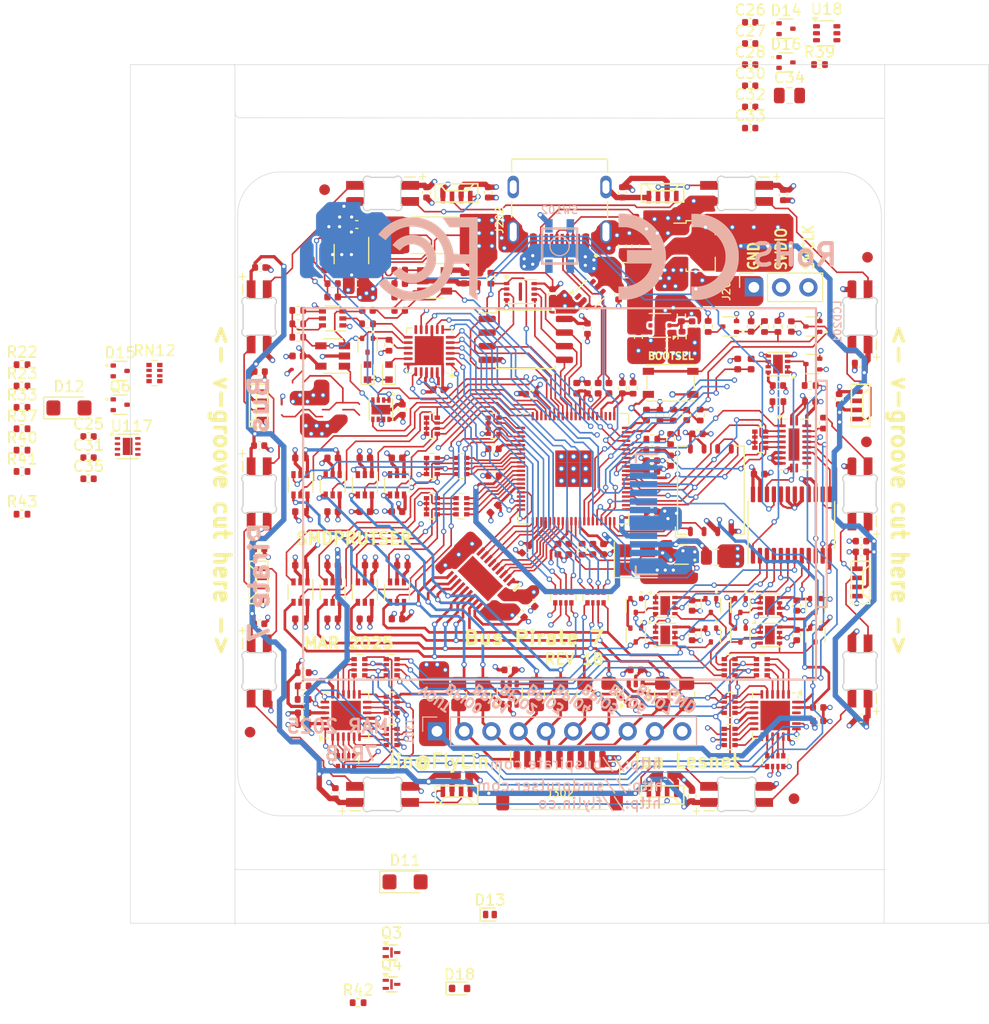
<source format=kicad_pcb>
(kicad_pcb (version 20241229) (generator "pcbnew") (generator_version "9.0")
  (layers (0 "F.Cu" signal) (4 "In1.Cu" signal) (6 "In2.Cu" power) (2 "B.Cu" signal) (13 "F.Paste" user) (15 "B.Paste" user) (5 "F.SilkS" user "F.Silkscreen") (7 "B.SilkS" user "B.Silkscreen") (1 "F.Mask" user) (3 "B.Mask" user) (25 "Edge.Cuts" user))
  (net 0 "")
  (net 1 "GND")
  (net 2 "VREG_VIN")
  (net 3 "VREF_VOUT")
  (net 4 "SWDIO")
  (net 5 "SWCLK")
  (net 6 "BUFDIR0")
  (net 7 "BUFDIR4")
  (net 8 "BUFDIR1")
  (net 9 "BUFDIR5")
  (net 10 "BUFDIR2")
  (net 11 "BUFDIR6")
  (net 12 "BUFDIR3")
  (net 13 "BUFDIR7")
  (net 14 "BUFIO0")
  (net 15 "BUFIO4")
  (net 16 "BUFIO1")
  (net 17 "BUFIO5")
  (net 18 "BUFIO2")
  (net 19 "BUFIO6")
  (net 20 "BUFIO3")
  (net 21 "BUFIO7")
  (net 22 "USB_D+")
  (net 23 "USB_D-")
  (net 24 "CURRENT_SENSE")
  (net 25 "+3V3")
  (net 26 "+VUSB")
  (net 27 "USB_P")
  (net 28 "USB_N")
  (net 29 "+1V1")
  (net 30 "VREG_OUT")
  (net 31 "Net-(U5A-+)")
  (net 32 "SPI_CLK")
  (net 33 "SPI_CDO")
  (net 34 "VREG_EN")
  (net 35 "CURRENT_DETECT")
  (net 36 "AMUX_OUT")
  (net 37 "QSPI_SD3")
  (net 38 "QSPI_SCLK")
  (net 39 "QSPI_SD0")
  (net 40 "QSPI_SD2")
  (net 41 "QSPI_SD1")
  (net 42 "AMUX_S2")
  (net 43 "AMUX_S3")
  (net 44 "AMUX_S1")
  (net 45 "AMUX_S0")
  (net 46 "QSPI_SS_2")
  (net 47 "VREG_ADJ")
  (net 48 "SPI_CDI")
  (net 49 "DISPLAY_DP")
  (net 50 "DISPLAY_CS")
  (net 51 "DISPLAY_RESET")
  (net 52 "DISPLAY_BACKLIGHT")
  (net 53 "CURRENT_RESET")
  (net 54 "CURRENT_EN")
  (net 55 "FLASH_CS")
  (net 56 "RGB_CDO")
  (net 57 "LEDS_CDO")
  (net 58 "Net-(U403-ADJ)")
  (net 59 "Net-(U5B-+)")
  (net 60 "Net-(D602-A)")
  (net 61 "+VUSB_RAW")
  (net 62 "Net-(J202-CC1)")
  (net 65 "Net-(J202-CC2)")
  (net 66 "Net-(LED701-DI)")
  (net 67 "Net-(LED701-DO)")
  (net 68 "Net-(LED702-DI)")
  (net 69 "Net-(LED703-DI)")
  (net 70 "Net-(LED703-DO)")
  (net 71 "Net-(LED706-DI)")
  (net 72 "Net-(LED707-DI)")
  (net 73 "Net-(LED707-DO)")
  (net 74 "Net-(LED708-DI)")
  (net 75 "Net-(LED710-DI)")
  (net 76 "Net-(LED712-DI)")
  (net 77 "Net-(LED713-DO)")
  (net 78 "Net-(LED714-DI)")
  (net 79 "Net-(LED715-DO)")
  (net 80 "Net-(LED716-DO)")
  (net 81 "Net-(LED717-DO)")
  (net 82 "Net-(LCD201-LED-A)")
  (net 83 "Net-(LCD201-LED-K)")
  (net 84 "Net-(RN4A-R1.8)")
  (net 85 "Net-(RN4B-R1.8)")
  (net 86 "Net-(Q601A-C1)")
  (net 87 "Net-(Q601A-B1)")
  (net 88 "Net-(Q601B-B2)")
  (net 89 "Net-(Q1-D)")
  (net 90 "MCU_RESET")
  (net 91 "Net-(U601-+)")
  (net 92 "Net-(U601--)")
  (net 93 "Net-(RN301D-R1.1)")
  (net 94 "Net-(RN301B-R1.1)")
  (net 95 "Net-(RN301C-R1.1)")
  (net 96 "Net-(RN301A-R1.1)")
  (net 97 "Net-(RN4C-R1.8)")
  (net 98 "Net-(RN4D-R1.8)")
  (net 99 "Net-(RN5A-R1.8)")
  (net 100 "Net-(RN5B-R1.8)")
  (net 101 "Net-(RN306D-R1.1)")
  (net 102 "Net-(RN306B-R1.1)")
  (net 103 "Net-(RN306C-R1.1)")
  (net 104 "Net-(RN306A-R1.1)")
  (net 105 "Net-(J301-Pin_6)")
  (net 106 "Net-(Q5-G)")
  (net 107 "Net-(Q601B-C2)")
  (net 108 "BPIO0_TVS")
  (net 109 "BPIO1_TVS")
  (net 110 "BPIO2_TVS")
  (net 111 "BPIO3_TVS")
  (net 112 "BPIO4_TVS")
  (net 113 "CURRENT_EN_OVERRIDE")
  (net 114 "BPIO5_TVS")
  (net 115 "BUTTONS")
  (net 116 "Net-(RN5D-R1.8)")
  (net 117 "CURRENT_ADJ_MCU")
  (net 120 "Net-(RN317D-R1.1)")
  (net 121 "Net-(RN317C-R1.1)")
  (net 122 "Net-(RN317B-R1.1)")
  (net 123 "Net-(RN317A-R1.1)")
  (net 124 "Net-(RN318D-R1.1)")
  (net 125 "Net-(RN318C-R1.1)")
  (net 126 "Net-(RN318B-R1.1)")
  (net 127 "Net-(RN318A-R1.1)")
  (net 128 "BPIO6_TVS")
  (net 129 "BPIO7_TVS")
  (net 130 "VREG_ADJ_MCU")
  (net 131 "LA_BPIO0_TVS")
  (net 132 "LA_BPIO7_TVS")
  (net 135 "LA_BPIO2_TVS")
  (net 136 "MUX_VREF_VOUT")
  (net 137 "LA_BPIO5_TVS")
  (net 138 "Net-(LED705-DO)")
  (net 140 "Net-(C106-Pad1)")
  (net 141 "Net-(U1-VREG_AVDD)")
  (net 142 "Net-(U1-XIN)")
  (net 143 "Net-(U1-ADC_AVDD)")
  (net 144 "Net-(U1-XOUT)")
  (net 145 "LA_BPIO6_TVS")
  (net 146 "LA_BPIO4_TVS")
  (net 147 "LA_BPIO3_TVS")
  (net 148 "LA_BPIO1_TVS")
  (net 150 "AMUX_S0_3V3")
  (net 151 "AMUX_S2_3V3")
  (net 152 "AMUX_S3_3V3")
  (net 153 "AMUX_S1_3V3")
  (net 154 "Net-(RN5C-R1.8)")
  (net 158 "Net-(RN6B-R1.8)")
  (net 159 "Net-(RN6D-R1.8)")
  (net 160 "Net-(RN6C-R1.8)")
  (net 161 "Net-(RN6A-R1.8)")
  (net 162 "Net-(RN7C-R1.8)")
  (net 163 "Net-(RN7B-R1.8)")
  (net 164 "Net-(RN7D-R1.8)")
  (net 165 "Net-(RN7A-R1.8)")
  (net 166 "I2C_SCL")
  (net 167 "I2C_SDA")
  (net 169 "I2C_RESET")
  (net 179 "Net-(LED719-DI)")
  (net 180 "Net-(U13A-+)")
  (net 181 "Net-(U13B--)")
  (net 182 "Net-(U13B-+)")
  (net 183 "Net-(Q1-G)")
  (net 184 "MCU_BOOTLOAD")
  (net 185 "Net-(RN2C-R1.1)")
  (net 186 "Net-(RN2A-R1.1)")
  (net 187 "Net-(RN2B-R1.1)")
  (net 188 "Net-(RN2D-R1.1)")
  (net 189 "Net-(RN3D-R1.1)")
  (net 190 "Net-(RN3C-R1.1)")
  (net 191 "Net-(RN3A-R1.1)")
  (net 192 "Net-(RN3B-R1.1)")
  (net 193 "Net-(RN8B-R1.1)")
  (net 194 "Net-(RN8D-R1.1)")
  (net 195 "Net-(RN8C-R1.1)")
  (net 196 "Net-(RN8A-R1.1)")
  (net 197 "Net-(RN9A-R1.1)")
  (net 198 "Net-(RN9C-R1.1)")
  (net 199 "Net-(RN9B-R1.1)")
  (net 200 "Net-(RN9D-R1.1)")
  (net 201 "Net-(J301-Pin_4)")
  (net 202 "Net-(J301-Pin_7)")
  (net 203 "Net-(J301-Pin_2)")
  (net 204 "Net-(J301-Pin_3)")
  (net 205 "Net-(J301-Pin_8)")
  (net 206 "Net-(J301-Pin_5)")
  (net 207 "Net-(J301-Pin_9)")
  (net 208 "-5V")
  (net 209 "CURRENT_ADJ")
  (net 210 "MUX_BPIO1_TVS")
  (net 211 "MUX_BPIO0_TVS")
  (net 212 "MUX_BPIO3_TVS")
  (net 213 "MUX_BPIO2_TVS")
  (net 214 "MUX_BPIO4_TVS")
  (net 215 "MUX_BPIO5_TVS")
  (net 216 "MUX_BPIO6_TVS")
  (net 217 "MUX_BPIO7_TVS")
  (net 222 "Net-(RN10A-R1.8)")
  (net 223 "Net-(RN10B-R1.8)")
  (net 224 "Net-(RN10C-R1.8)")
  (net 225 "Net-(RN10D-R1.8)")
  (net 226 "Net-(RN11A-R1.8)")
  (net 227 "Net-(RN11B-R1.8)")
  (net 228 "Net-(RN11D-R1.8)")
  (net 229 "Net-(RN11C-R1.8)")
  (net 230 "Net-(U17-FB)")
  (net 232 "Net-(C6-Pad1)")
  (net 233 "Net-(D13-A1)")
  (net 234 "Net-(D13-A2)")
  (net 235 "Net-(U117B--)")
  (net 237 "~{Activate_VOUT}")
  (net 238 "Net-(Q6-D)")
  (net 239 "Net-(R22-Pad2)")
  (net 240 "+9V")
  (net 241 "Net-(RN12C-R1.8)")
  (net 242 "Net-(R41-Pad2)")
  (net 243 "Net-(RN12A-R1.1)")
  (net 244 "Net-(RN12D-R1.1)")
  (net 247 "Net-(C26-Pad1)")
  (net 248 "Net-(C28-Pad2)")
  (net 249 "Net-(C28-Pad1)")
  (net 250 "Net-(C32-Pad2)")
  (net 251 "Net-(R39-Pad2)")
  (footprint "dp-LED:SK6812-MINI-E" (layer "F.Cu") (at 113.4 62.1 180)
    (property "Reference" "LED702")
    (property "Value" "SK6812-mini-e")
    (fp_line (start 1.7 -0.934314) (end 1.7 0.934314) (stroke (width 0.12)) (layer "Edge.Cuts"))
    (fp_line (start 1.134314 1.5) (end -1.134314 1.5) (stroke (width 0.12)) (layer "Edge.Cuts"))
    (fp_line (start -1.134314 -1.5) (end 1.134314 -1.5) (stroke (width 0.12)) (layer "Edge.Cuts"))
    (fp_line (start -1.7 0.934314) (end -1.7 -0.934314) (stroke (width 0.12)) (layer "Edge.Cuts"))
    (fp_arc (start 1.7 0.934314) (mid 1.7 1.5) (end 1.134314 1.5) (stroke (width 0.12)) (layer "Edge.Cuts"))
    (fp_arc (start 1.134314 -1.5) (mid 1.7 -1.5) (end 1.7 -0.934314) (stroke (width 0.12)) (layer "Edge.Cuts"))
    (fp_arc (start -1.134314 1.5) (mid -1.7 1.5) (end -1.7 0.934314) (stroke (width 0.12)) (layer "Edge.Cuts"))
    (fp_arc (start -1.7 -0.934314) (mid -1.7 -1.5) (end -1.134314 -1.5) (stroke (width 0.12)) (layer "Edge.Cuts"))
  )
  (footprint "dp-LED:SK6812-MINI-E" (layer "F.Cu") (at 146.4 118.1)
    (property "Reference" "LED715")
    (property "Value" "SK6812-mini-e")
    (fp_line (start -1.7 0.934314) (end -1.7 -0.934314) (stroke (width 0.12)) (layer "Edge.Cuts"))
    (fp_line (start -1.134314 -1.5) (end 1.134314 -1.5) (stroke (width 0.12)) (layer "Edge.Cuts"))
    (fp_line (start 1.134314 1.5) (end -1.134314 1.5) (stroke (width 0.12)) (layer "Edge.Cuts"))
    (fp_line (start 1.7 -0.934314) (end 1.7 0.934314) (stroke (width 0.12)) (layer "Edge.Cuts"))
    (fp_arc (start -1.7 -0.934314) (mid -1.7 -1.5) (end -1.134314 -1.5) (stroke (width 0.12)) (layer "Edge.Cuts"))
    (fp_arc (start -1.134314 1.5) (mid -1.7 1.5) (end -1.7 0.934314) (stroke (width 0.12)) (layer "Edge.Cuts"))
    (fp_arc (start 1.134314 -1.5) (mid 1.7 -1.5) (end 1.7 -0.934314) (stroke (width 0.12)) (layer "Edge.Cuts"))
    (fp_arc (start 1.7 0.934314) (mid 1.7 1.5) (end 1.134314 1.5) (stroke (width 0.12)) (layer "Edge.Cuts"))
  )
  (footprint "dp-LED:SK6812-MINI-E" (layer "F.Cu") (at 101.9 106.6 -90)
    (property "Reference" "LED714")
    (property "Value" "SK6812-mini-e")
    (fp_line (start 1.134314 1.5) (end -1.134314 1.5) (stroke (width 0.12)) (layer "Edge.Cuts"))
    (fp_line (start -1.7 0.934314) (end -1.7 -0.934314) (stroke (width 0.12)) (layer "Edge.Cuts"))
    (fp_line (start 1.7 -0.934314) (end 1.7 0.934314) (stroke (width 0.12)) (layer "Edge.Cuts"))
    (fp_line (start -1.134314 -1.5) (end 1.134314 -1.5) (stroke (width 0.12)) (layer "Edge.Cuts"))
    (fp_arc (start -1.134314 1.5) (mid -1.7 1.5) (end -1.7 0.934314) (stroke (width 0.12)) (layer "Edge.Cuts"))
    (fp_arc (start 1.7 0.934314) (mid 1.7 1.5) (end 1.134314 1.5) (stroke (width 0.12)) (layer "Edge.Cuts"))
    (fp_arc (start -1.7 -0.934314) (mid -1.7 -1.5) (end -1.134314 -1.5) (stroke (width 0.12)) (layer "Edge.Cuts"))
    (fp_arc (start 1.134314 -1.5) (mid 1.7 -1.5) (end 1.7 -0.934314) (stroke (width 0.12)) (layer "Edge.Cuts"))
  )
  (footprint "dp-LED:SK6812-MINI-E" (layer "F.Cu") (at 146.4 62.1 180)
    (property "Reference" "LED703")
    (property "Value" "SK6812-mini-e")
    (fp_line (start 1.7 -0.934314) (end 1.7 0.934314) (stroke (width 0.12)) (layer "Edge.Cuts"))
    (fp_line (start 1.134314 1.5) (end -1.134314 1.5) (stroke (width 0.12)) (layer "Edge.Cuts"))
    (fp_line (start -1.134314 -1.5) (end 1.134314 -1.5) (stroke (width 0.12)) (layer "Edge.Cuts"))
    (fp_line (start -1.7 0.934314) (end -1.7 -0.934314) (stroke (width 0.12)) (layer "Edge.Cuts"))
    (fp_arc (start 1.7 0.934314) (mid 1.7 1.5) (end 1.134314 1.5) (stroke (width 0.12)) (layer "Edge.Cuts"))
    (fp_arc (start 1.134314 -1.5) (mid 1.7 -1.5) (end 1.7 -0.934314) (stroke (width 0.12)) (layer "Edge.Cuts"))
    (fp_arc (start -1.134314 1.5) (mid -1.7 1.5) (end -1.7 0.934314) (stroke (width 0.12)) (layer "Edge.Cuts"))
    (fp_arc (start -1.7 -0.934314) (mid -1.7 -1.5) (end -1.134314 -1.5) (stroke (width 0.12)) (layer "Edge.Cuts"))
  )
  (footprint "dp-LED:SK6812-MINI-E" (layer "F.Cu") (at 157.9 73.6 90)
    (property "Reference" "LED705")
    (property "Value" "SK6812-mini-e")
    (fp_line (start -1.134314 -1.5) (end 1.134314 -1.5) (stroke (width 0.12)) (layer "Edge.Cuts"))
    (fp_line (start 1.7 -0.934314) (end 1.7 0.934314) (stroke (width 0.12)) (layer "Edge.Cuts"))
    (fp_line (start -1.7 0.934314) (end -1.7 -0.934314) (stroke (width 0.12)) (layer "Edge.Cuts"))
    (fp_line (start 1.134314 1.5) (end -1.134314 1.5) (stroke (width 0.12)) (layer "Edge.Cuts"))
    (fp_arc (start 1.134314 -1.5) (mid 1.7 -1.5) (end 1.7 -0.934314) (stroke (width 0.12)) (layer "Edge.Cuts"))
    (fp_arc (start -1.7 -0.934314) (mid -1.7 -1.5) (end -1.134314 -1.5) (stroke (width 0.12)) (layer "Edge.Cuts"))
    (fp_arc (start 1.7 0.934314) (mid 1.7 1.5) (end 1.134314 1.5) (stroke (width 0.12)) (layer "Edge.Cuts"))
    (fp_arc (start -1.134314 1.5) (mid -1.7 1.5) (end -1.7 0.934314) (stroke (width 0.12)) (layer "Edge.Cuts"))
  )
  (footprint "dp-LED:SK6812-MINI-E" (layer "F.Cu") (at 113.4 118.1)
    (property "Reference" "LED718")
    (property "Value" "SK6812-mini-e")
    (fp_line (start -1.7 0.934314) (end -1.7 -0.934314) (stroke (width 0.12)) (layer "Edge.Cuts"))
    (fp_line (start -1.134314 -1.5) (end 1.134314 -1.5) (stroke (width 0.12)) (layer "Edge.Cuts"))
    (fp_line (start 1.134314 1.5) (end -1.134314 1.5) (stroke (width 0.12)) (layer "Edge.Cuts"))
    (fp_line (start 1.7 -0.934314) (end 1.7 0.934314) (stroke (width 0.12)) (layer "Edge.Cuts"))
    (fp_arc (start -1.7 -0.934314) (mid -1.7 -1.5) (end -1.134314 -1.5) (stroke (width 0.12)) (layer "Edge.Cuts"))
    (fp_arc (start -1.134314 1.5) (mid -1.7 1.5) (end -1.7 0.934314) (stroke (width 0.12)) (layer "Edge.Cuts"))
    (fp_arc (start 1.134314 -1.5) (mid 1.7 -1.5) (end 1.7 -0.934314) (stroke (width 0.12)) (layer "Edge.Cuts"))
    (fp_arc (start 1.7 0.934314) (mid 1.7 1.5) (end 1.134314 1.5) (stroke (width 0.12)) (layer "Edge.Cuts"))
  )
  (footprint "dp-LED:SK6812-MINI-E" (layer "F.Cu") (at 101.9 73.6 -90)
    (property "Reference" "LED706")
    (property "Value" "SK6812-mini-e")
    (fp_line (start 1.134314 1.5) (end -1.134314 1.5) (stroke (width 0.12)) (layer "Edge.Cuts"))
    (fp_line (start -1.7 0.934314) (end -1.7 -0.934314) (stroke (width 0.12)) (layer "Edge.Cuts"))
    (fp_line (start 1.7 -0.934314) (end 1.7 0.934314) (stroke (width 0.12)) (layer "Edge.Cuts"))
    (fp_line (start -1.134314 -1.5) (end 1.134314 -1.5) (stroke (width 0.12)) (layer "Edge.Cuts"))
    (fp_arc (start -1.134314 1.5) (mid -1.7 1.5) (end -1.7 0.934314) (stroke (width 0.12)) (layer "Edge.Cuts"))
    (fp_arc (start 1.7 0.934314) (mid 1.7 1.5) (end 1.134314 1.5) (stroke (width 0.12)) (layer "Edge.Cuts"))
    (fp_arc (start -1.7 -0.934314) (mid -1.7 -1.5) (end -1.134314 -1.5) (stroke (width 0.12)) (layer "Edge.Cuts"))
    (fp_arc (start 1.134314 -1.5) (mid 1.7 -1.5) (end 1.7 -0.934314) (stroke (width 0.12)) (layer "Edge.Cuts"))
  )
  (footprint "dp-LED:SK6812-MINI-E" (layer "F.Cu") (at 101.9 90.1 -90)
    (property "Reference" "LED710")
    (property "Value" "SK6812-mini-e")
    (fp_line (start 1.134314 1.5) (end -1.134314 1.5) (stroke (width 0.12)) (layer "Edge.Cuts"))
    (fp_line (start -1.7 0.934314) (end -1.7 -0.934314) (stroke (width 0.12)) (layer "Edge.Cuts"))
    (fp_line (start 1.7 -0.934314) (end 1.7 0.934314) (stroke (width 0.12)) (layer "Edge.Cuts"))
    (fp_line (start -1.134314 -1.5) (end 1.134314 -1.5) (stroke (width 0.12)) (layer "Edge.Cuts"))
    (fp_arc (start -1.134314 1.5) (mid -1.7 1.5) (end -1.7 0.934314) (stroke (width 0.12)) (layer "Edge.Cuts"))
    (fp_arc (start 1.7 0.934314) (mid 1.7 1.5) (end 1.134314 1.5) (stroke (width 0.12)) (layer "Edge.Cuts"))
    (fp_arc (start -1.7 -0.934314) (mid -1.7 -1.5) (end -1.134314 -1.5) (stroke (width 0.12)) (layer "Edge.Cuts"))
    (fp_arc (start 1.134314 -1.5) (mid 1.7 -1.5) (end 1.7 -0.934314) (stroke (width 0.12)) (layer "Edge.Cuts"))
  )
  (footprint "Capacitor_SMD:C_0402_1005Metric" (layer "F.Cu") (at 142 70.25)
    (property "Reference" "C402" (hide yes))
    (property "Value" "10uF/6.3V")
  )
  (footprint "Capacitor_SMD:C_0402_1005Metric" (layer "F.Cu") (at 112.25 96.75)
    (property "Reference" "C313" (hide yes))
    (property "Value" "0.1uF")
  )
  (footprint "Capacitor_SMD:C_0402_1005Metric" (layer "F.Cu") (at 105.75 96.75)
    (property "Reference" "C308" (hide yes))
    (property "Value" "0.1uF")
  )
  (footprint "Capacitor_SMD:C_0402_1005Metric" (layer "F.Cu") (at 111.75 101.75 180)
    (property "Reference" "C315" (hide yes))
    (property "Value" "0.1uF")
  )
  (footprint "Capacitor_SMD:C_0402_1005Metric" (layer "F.Cu") (at 105.75 91.75 180)
    (property "Reference" "C304" (hide yes))
    (property "Value" "0.1uF")
  )
  (footprint "Capacitor_SMD:C_0402_1005Metric" (layer "F.Cu") (at 148.5 88.25 180)
    (property "Reference" "C403" (hide yes))
    (property "Value" "0.1uF")
  )
  (footprint "Capacitor_SMD:C_0402_1005Metric" (layer "F.Cu") (at 115.25 96.75)
    (property "Reference" "C314" (hide yes))
    (property "Value" "0.1uF")
  )
  (footprint "Capacitor_SMD:C_0402_1005Metric" (layer "F.Cu") (at 108.75 96.75)
    (property "Reference" "C309" (hide yes))
    (property "Value" "0.1uF")
  )
  (footprint "Capacitor_SMD:C_0402_1005Metric" (layer "F.Cu") (at 138 82.75 90)
    (property "Reference" "C112" (hide yes))
    (property "Value" "0.1uF")
  )
  (footprint "Capacitor_SMD:C_0402_1005Metric" (layer "F.Cu") (at 139.25 82.75 90)
    (property "Reference" "C109" (hide yes))
    (property "Value" "10uF/6.3V")
  )
  (footprint "Capacitor_SMD:C_0402_1005Metric" (layer "F.Cu") (at 131.5 80.25 90)
    (property "Reference" "C114" (hide yes))
    (property "Value" "0.1uF")
  )
  (footprint "Capacitor_SMD:C_0402_1005Metric" (layer "F.Cu") (at 123.8 91.5 -135)
    (property "Reference" "C110" (hide yes))
    (property "Value" "0.1uF")
  )
  (footprint "MountingHole:MountingHole_3.2mm_M3" (layer "F.Cu") (at 155.9 116.1)
    (property "Reference" "H3" (hide yes))
    (property "Value" "MountingHole")
  )
  (footprint "Capacitor_SMD:C_0402_1005Metric" (layer "F.Cu") (at 138.5 88)
    (property "Reference" "C111" (hide yes))
    (property "Value" "0.1uF")
  )
  (footprint "MountingHole:MountingHole_3.2mm_M3" (layer "F.Cu") (at 155.9 64.1 -90)
    (property "Reference" "H2" (hide yes))
    (property "Value" "MountingHole")
  )
  (footprint "Capacitor_SMD:C_0402_1005Metric" (layer "F.Cu") (at 133 95.25 90)
    (property "Reference" "C106" (hide yes))
    (property "Value" "15pF")
  )
  (footprint "Capacitor_SMD:C_0402_1005Metric" (layer "F.Cu") (at 138.5 87)
    (property "Reference" "C118" (hide yes))
    (property "Value" "0.1uF")
  )
  (footprint "MountingHole:MountingHole_3.2mm_M3" (layer "F.Cu") (at 103.9 64.1 -90)
    (property "Reference" "H1" (hide yes))
    (property "Value" "MountingHole")
  )
  (footprint "MountingHole:MountingHole_3.2mm_M3" (layer "F.Cu") (at 103.9 116.1 -90)
    (property "Reference" "H4" (hide yes))
    (property "Value" "MountingHole")
  )
  (footprint "Package_TO_SOT_SMD:SOT-363_SC-70-6" (layer "F.Cu") (at 105.75 89.25 -90)
    (property "Reference" "U301" (hide yes))
    (property "Value" "AiP74LVC1T45GC363.TR")
  )
  (footprint "Package_TO_SOT_SMD:SOT-363_SC-70-6" (layer "F.Cu") (at 114.75 89.25 -90)
    (property "Reference" "U304" (hide yes))
    (property "Value" "AiP74LVC1T45GC363.TR")
  )
  (footprint "Package_TO_SOT_SMD:SOT-363_SC-70-6" (layer "F.Cu") (at 105.75 99.25 -90)
    (property "Reference" "U305" (hide yes))
    (property "Value" "AiP74LVC1T45GC363.TR")
  )
  (footprint "Package_TO_SOT_SMD:SOT-363_SC-70-6" (layer "F.Cu") (at 111.75 99.25 -90)
    (property "Reference" "U307" (hide yes))
    (property "Value" "AiP74LVC1T45GC363.TR" (hide yes))
  )
  (footprint "Resistor_SMD:R_0402_1005Metric" (layer "F.Cu") (at 133.5 80.25 90)
    (property "Reference" "R203" (hide yes))
    (property "Value" "27R")
  )
  (footprint "Resistor_SMD:R_0402_1005Metric" (layer "F.Cu") (at 134.5 80.25 90)
    (property "Reference" "R202" (hide yes))
    (property "Value" "27R")
  )
  (footprint "Resistor_SMD:R_0402_1005Metric" (layer "F.Cu") (at 137 64.78 90)
    (property "Reference" "R204" (hide yes))
    (property "Value" "5.1K")
  )
  (footprint "Inductor_SMD:L_0805_2012Metric" (layer "F.Cu") (at 136 69.25 180)
    (property "Reference" "L201" (hide yes))
    (property "Value" "CBW201209U300T")
  )
  (footprint "Capacitor_SMD:C_0402_1005Metric" (layer "F.Cu") (at 157.9 77.9)
    (property "Reference" "C705" (hide yes))
    (property "Value" "0.1uF")
  )
  (footprint "Capacitor_SMD:C_0402_1005Metric" (layer "F.Cu") (at 101.95 78.7 180)
    (property "Reference" "C708" (hide yes))
    (property "Value" "0.1uF")
  )
  (footprint "Capacitor_SMD:C_0402_1005Metric" (layer "F.Cu") (at 135.75 62 90)
    (property "Reference" "C704" (hide yes))
    (property "Value" "0.1uF")
  )
  (footprint "Capacitor_SMD:C_0402_1005Metric" (layer "F.Cu") (at 102 69 180)
    (property "Reference" "C706" (hide yes))
    (property "Value" "0.1uF")
  )
  (footprint "Capacitor_SMD:C_0402_1005Metric" (layer "F.Cu") (at 101.9 85.6 180)
    (property "Reference" "C710" (hide yes))
    (property "Value" "0.1uF")
  )
  (footprint "Capacitor_SMD:C_0402_1005Metric" (layer "F.Cu") (at 101.9 95.25 180)
    (property "Reference" "C712" (hide yes))
    (property "Value" "0.1uF")
  )
  (footprint "Capacitor_SMD:C_0402_1005Metric" (layer "F.Cu") (at 150.75 62.25 90)
    (property "Reference" "C703" (hide yes))
    (property "Value" "0.1uF")
  )
  (footprint "Capacitor_SMD:C_0402_1005Metric" (layer "F.Cu") (at 123.25 62 90)
    (property "Reference" "C701" (hide yes))
    (property "Value" "0.1uF")
  )
  (footprint "Capacitor_SMD:C_0402_1005Metric" (layer "F.Cu") (at 134 95.25 -90)
    (property "Reference" "C117" (hide yes))
    (property "Value" "0.1uF")
  )
  (footprint "Resistor_SMD:R_0402_1005Metric" (layer "F.Cu") (at 140.5 82.75 90)
    (property "Reference" "R103" (hide yes))
    (property "Value" "27R")
  )
  (footprint "Capacitor_SMD:C_0402_1005Metric" (layer "F.Cu") (at 132.5 74.7 -90)
    (property "Reference" "C104" (hide yes))
    (property "Value" "10uF/6.3V")
  )
  (footprint "Capacitor_SMD:C_0402_1005Metric" (layer "F.Cu") (at 135.75 67 -90)
    (property "Reference" "C202" (hide yes))
    (property "Value" "10uF/6.3V")
  )
  (footprint "Capacitor_SMD:C_0402_1005Metric" (layer "F.Cu") (at 137 67 -90)
    (property "Reference" "C201" (hide yes))
    (property "Value" "10uF/6.3V")
  )
  (footprint "Capacitor_SMD:C_0402_1005Metric" (layer "F.Cu") (at 123.75 85.9 180)
    (property "Reference" "C116" (hide yes))
    (property "Value" "0.1uF")
  )
  (footprint "Resistor_SMD:R_Array_Convex_4x0402" (layer "F.Cu") (at 118 87.5)
    (property "Reference" "RN302" (hide yes))
    (property "Value" "4.7K")
  )
  (footprint "Resistor_SMD:R_0805_2012Metric" (layer "F.Cu") (at 144.5 96 180)
    (property "Reference" "R209" (hide yes))
    (property "Value" "33R")
  )
  (footprint "Resistor_SMD:R_Array_Convex_4x0402" (layer "F.Cu") (at 118 91.25)
    (property "Reference" "RN307" (hide yes))
    (property "Value" "4.7K")
  )
  (footprint "Package_SO:SOP-8_5.28x5.23mm_P1.27mm" (layer "F.Cu") (at 126.75 75.7)
    (property "Reference" "U102" (hide yes))
    (property "Value" "W25Q128JVSIQ")
  )
  (footprint "Fiducial:Fiducial_1mm_Mask2mm" (layer "F.Cu") (at 158.6 68.05 -90)
    (property "Reference" "FID1" (hide yes))
    (property "Value" "Fiducial")
  )
  (footprint "Fiducial:Fiducial_1mm_Mask2mm" (layer "F.Cu") (at 101.05 112.3 -90)
    (property "Reference" "FID2" (hide yes))
    (property "Value" "Fiducial")
  )
  (footprint "Capacitor_SMD:C_0402_1005Metric" (layer "F.Cu") (at 142.25 118.25 -90)
    (property "Reference" "C715" (hide yes))
    (property "Value" "0.1uF")
  )
  (footprint "Capacitor_SMD:C_0402_1005Metric" (layer "F.Cu") (at 101.9 102.2 180)
    (property "Reference" "C714" (hide yes))
    (property "Value" "0.1uF")
  )
  (footprint "Capacitor_SMD:C_0402_1005Metric" (layer "F.Cu") (at 139.75 116.332 180)
    (property "Reference" "C716" (hide yes))
    (property "Value" "0.1uF")
  )
  (footprint "Capacitor_SMD:C_0402_1005Metric" (layer "F.Cu") (at 120.904 116.332 180)
    (property "Reference" "C717" (hide yes))
    (property "Value" "0.1uF")
  )
  (footprint "Capacitor_SMD:C_0402_1005Metric" (layer "F.Cu") (at 109 118 -90)
    (property "Reference" "C718" (hide yes))
    (property "Value" "0.1uF")
  )
  (footprint "Capacitor_SMD:C_0402_1005Metric" (layer "F.Cu") (at 139.25 67 90)
    (property "Reference" "C401" (hide yes))
    (property "Value" "10uF/6.3V")
  )
  (footprint "Connector_PinSocket_2.54mm:PinSocket_1x03_P2.54mm_Vertical" (layer "F.Cu") (at 148.01 70.85 90)
    (property "Reference" "J201")
    (property "Value" "Conn_01x03")
  )
  (footprint "Fiducial:Fiducial_1mm_Mask2mm" (layer "F.Cu") (at 108 61.75)
    (property "Reference" "FID4" (hide yes))
    (property "Value" "Fiducial")
  )
  (footprint "Fiducial:Fiducial_1mm_Mask2mm" (layer "F.Cu") (at 158.5 85.25)
    (property "Reference" "FID5" (hide yes))
    (property "Value" "Fiducial")
  )
  (footprint "Fiducial:Fiducial_1mm_Mask2mm" (layer "F.Cu") (at 151.75 118.5)
    (property "Reference" "FID3" (hide yes))
    (property "Value" "Fiducial")
  )
  (footprint "Capacitor_SMD:C_0402_1005Metric" (layer "F.Cu") (at 158 111)
    (property "Reference" "C713" (hide yes))
    (property "Value" "0.1uF")
  )
  (footprint "Resistor_SMD:R_0402_1005Metric" (layer "F.Cu") (at 135.75 64.78 90)
    (property "Reference" "R201" (hide yes))
    (property "Value" "5.1K")
  )
  (footprint "Connector_JST:JST_SH_SM09B-SRSS-TB_1x09-1MP_P1.00mm_Horizontal" (layer "F.Cu") (at 129.9 116.82)
    (property "Reference" "J302")
    (property "Value" "Conn_01x09")
  )
  (footprint "Package_DFN_QFN:DHVQFN-20-1EP_2.5x4.5mm_P0.5mm_EP1x3mm" (layer "F.Cu") (at 151.75 85.5)
    (property "Reference" "U503" (hide yes))
    (property "Value" "74HCT245BQ")
  )
  (footprint "Crystal:Crystal_SMD_3225-4Pin_3.2x2.5mm" (layer "F.Cu") (at 137 96.25)
    (property "Reference" "Y101" (hide yes))
    (property "Value" "ABM8-272-T3")
  )
  (footprint "Resistor_SMD:R_0402_1005Metric" (layer "F.Cu") (at 147.75 78 -90)
    (property "Reference" "R406" (hide yes))
    (property "Value" "10K")
  )
  (footprint "Capacitor_SMD:C_0402_1005Metric" (layer "F.Cu") (at 129.75 95.25 -90)
    (property "Reference" "C115" (hide yes))
    (property "Value" "0.1uF")
  )
  (footprint "Capacitor_SMD:C_0402_1005Metric" (layer "F.Cu") (at 130.75 95.25 -90)
    (property "Reference" "C105" (hide yes))
    (property "Value" "15pF")
  )
  (footprint "Button_Switch_SMD:SW_SPST_PTS810" (layer "F.Cu") (at 140.25 79.75 180)
    (property "Reference" "SW101" (hide yes))
    (property "Value" "TS3425BA 098 2.5H 250gf")
  )
  (footprint "Capacitor_SMD:C_0402_1005Metric" (layer "F.Cu") (at 158 95.5)
    (property "Reference" "C707" (hide yes))
    (property "Value" "0.1uF")
  )
  (footprint "Capacitor_SMD:C_0402_1005Metric" (layer "F.Cu") (at 121 70 -90)
    (property "Reference" "C601" (hide yes))
    (property "Value" "10uF/6.3V")
  )
  (footprint "Capacitor_SMD:C_0402_1005Metric" (layer "F.Cu") (at 122.25 70 90)
    (property "Reference" "C602" (hide yes))
    (property "Value" "0.1uF")
  )
  (footprint "Resistor_SMD:R_0402_1005Metric" (layer "F.Cu") (at 108 68.75 90)
    (property "Reference" "R405" (hide yes))
    (property "Value" "33K")
  )
  (footprint "Resistor_SMD:R_0402_1005Metric" (layer "F.Cu") (at 112 74.25 180)
    (property "Reference" "R611" (hide yes))
    (property "Value" "10K")
  )
  (footprint "Resistor_SMD:R_0402_1005Metric" (layer "F.Cu") (at 105.5 73 180)
    (property "Reference" "R609" (hide yes))
    (property "Value" "10K")
  )
  (footprint "Resistor_SMD:R_0402_1005Metric" (layer "F.Cu") (at 105.5 74.25 180)
    (property "Reference" "R608" (hide yes))
    (property "Value" "200R")
  )
  (footprint "Capacitor_SMD:C_0402_1005Metric" (layer "F.Cu") (at 111 65 180)
    (property "Reference" "C404" (hide yes))
    (property "Value" "10uF/6.3V")
  )
  (footprint "Resistor_SMD:R_0402_1005Metric" (layer "F.Cu") (at 106.75 68.75 90)
    (property "Reference" "R403" (hide yes))
    (property "Value" "102K")
  )
  (footprint "Resistor_SMD:R_0402_1005Metric" (layer "F.Cu") (at 115 73 180)
    (property "Reference" "R605" (hide yes))
    (property "Value" "33K")
  )
  (footprint "Resistor_SMD:R_2512_6332Metric_Pad1.40x3.35mm_HandSolder" (layer "F.Cu") (at 118.25 66 180)
    (property "Reference" "R601" (hide yes))
    (property "Value" "0R2")
  )
  (footprint "Resistor_SMD:R_0402_1005Metric" (layer "F.Cu") (at 115 69.25 180)
    (property "Reference" "R602" (hide yes))
    (property "Value" "1K")
  )
  (footprint "Resistor_SMD:R_0402_1005Metric" (layer "F.Cu") (at 115 70.5 180)
    (property "Reference" "R604" (hide yes))
    (property "Value" "33K")
  )
  (footprint "Resistor_SMD:R_0402_1005Metric" (layer "F.Cu") (at 112 73)
    (property "Reference" "R606" (hide yes))
    (property "Value" "10K")
  )
  (footprint "Capacitor_SMD:C_0402_1005Metric" (layer "F.Cu") (at 105.5 77.25 180)
    (property "Reference" "C605" (hide yes))
    (property "Value" "0.1uF")
  )
  (footprint "Resistor_SMD:R_0402_1005Metric" (layer "F.Cu") (at 115 71.75 180)
    (property "Reference" "R603" (hide yes))
    (property "Value" "1K")
  )
  (footprint "Resistor_SMD:R_0402_1005Metric" (layer "F.Cu") (at 105.5 75.5)
    (property "Reference" "R610" (hide yes))
    (property "Value" "10K")
  )
  (footprint "Capacitor_SMD:C_0402_1005Metric" (layer "F.Cu") (at 117.5 62 90)
    (property "Reference" "C702" (hide yes))
    (property "Value" "0.1uF")
  )
  (footprint "Resistor_SMD:R_0402_1005Metric" (layer "F.Cu") (at 114 76.25 90)
    (property "Reference" "R613" (hide yes))
    (property "Value" "10K")
  )
  (footprint "Capacitor_SMD:C_0402_1005Metric" (layer "F.Cu") (at 111 70.5 180)
    (property "Reference" "C407" (hide yes))
    (property "Value" "10uF/6.3V")
  )
  (footprint "Resistor_SMD:R_0402_1005Metric" (layer "F.Cu") (at 108 66.75 -90)
    (property "Reference" "R401" (hide yes))
    (property "Value" "100K")
  )
  (footprint "Package_TO_SOT_SMD:SOT-23-5" (layer "F.Cu") (at 110.5 67.75 -90)
    (property "Reference" "U403" (hide yes))
    (property "Value" "AP2127K-ADJ")
  )
  (footprint "Package_TO_SOT_SMD:SOT-363_SC-70-6" (layer "F.Cu") (at 108.75 73.75 180)
    (property "Reference" "Q601" (hide yes))
    (property "Value" "MMDT3906DW")
  )
  (footprint "Package_SO:TSSOP-24_4.4x7.8mm_P0.65mm" (layer "F.Cu") (at 151.5 93 90)
    (property "Reference" "U402" (hide yes))
    (property "Value" "CD4067")
  )
  (footprint "Package_TO_SOT_SMD:SOT-363_SC-70-6" (layer "F.Cu") (at 108.75 99.25 -90)
    (property "Reference" "U306" (hide yes))
    (property "Value" "AiP74LVC1T45GC363.TR")
  )
  (footprint "Capacitor_SMD:C_0402_1005Metric" (layer "F.Cu") (at 105.75 101.75 180)
    (property "Reference" "C311" (hide yes))
    (property "Value" "0.1uF")
  )
  (footprint "Capacitor_SMD:C_0402_1005Metric" (layer "F.Cu") (at 108.75 101.75 180)
    (property "Reference" "C312" (hide yes))
    (property "Value" "0.1uF")
  )
  (footprint "Resistor_SMD:R_Array_Convex_4x0402" (layer "F.Cu") (at 118 83.75)
    (property "Reference" "RN303" (hide yes))
    (property "Value" "100K")
  )
  (footprint "Capacitor_SMD:C_0402_1005Metric" (layer "F.Cu") (at 153.25 81.5 180)
    (property "Reference" "C503" (hide yes))
    (property "Value" "0.1uF")
  )
  (footprint "Package_TO_SOT_SMD:SOT-363_SC-70-6" (layer "F.Cu") (at 111.75 89.25 -90)
    (property "Reference" "U303" (hide yes))
    (property "Value" "AiP74LVC1T45GC363.TR")
  )
  (footprint "Resistor_SMD:R_Array_Convex_4x0402" (layer "F.Cu") (at 123.75 83.75)
    (property "Reference" "RN308" (hide yes))
    (property "Value" "100K")
  )
  (footprint "Resistor_SMD:R_Array_Convex_4x0402" (layer "F.Cu") (at 120.75 87.5)
    (property "Reference" "RN301" (hide yes))
    (property "Value" "120R")
  )
  (footprint "Package_TO_SOT_SMD:SOT-363_SC-70-6" (layer "F.Cu") (at 108.75 89.25 -90)
    (property "Reference" "U302" (hide yes))
    (property "Value" "AiP74LVC1T45GC363.TR")
  )
  (footprint "Capacitor_SMD:C_0402_1005Metric" (layer "F.Cu") (at 111.75 91.75 180)
    (property "Reference" "C306" (hide yes))
    (property "Value" "0.1uF")
  )
  (footprint "Capacitor_SMD:C_0402_1005Metric" (layer "F.Cu") (at 114.75 86.75)
    (property "Reference" "C307" (hide yes))
    (property "Value" "0.1uF")
  )
  (footprint "Capacitor_SMD:C_0402_1005Metric" (layer "F.Cu") (at 105.75 86.75)
    (property "Reference" "C301" (hide yes))
    (property "Value" "0.1uF")
  )
  (footprint "Capacitor_SMD:C_0402_1005Metric" (layer "F.Cu") (at 108.75 86.75)
    (property "Reference" "C302" (hide yes))
    (property "Value" "0.1uF")
  )
  (footprint "Capacitor_SMD:C_0402_1005Metric" (layer "F.Cu") (at 108.75 91.75 180)
    (property "Reference" "C305" (hide yes))
    (property "Value" "0.1uF")
  )
  (footprint "Capacitor_SMD:C_0402_1005Metric" (layer "F.Cu") (at 111.75 86.75)
    (property "Reference" "C303" (hide yes))
    (property "Value" "0.1uF")
  )
  (footprint "Resistor_SMD:R_Array_Convex_4x0402" (layer "F.Cu") (at 120.75 91.25)
    (property "Reference" "RN306" (hide yes))
    (property "Value" "120R")
  )
  (footprint "Package_TO_SOT_SMD:SOT-363_SC-70-6" (layer "F.Cu") (at 114.75 99.25 -90)
    (property "Reference" "U308" (hide yes))
    (property "Value" "AiP74LVC1T45GC363.TR")
  )
  (footprint "dp-LED:SK6812-MINI-E" (layer "F.Cu") (at 157.9 106.6 90)
    (property "Reference" "LED713")
    (property "Value" "SK6812-mini-e")
    (fp_line (start -1.134314 -1.5) (end 1.134314 -1.5) (stroke (width 0.12)) (layer "Edge.Cuts"))
    (fp_line (start 1.7 -0.934314) (end 1.7 0.934314) (stroke (width 0.12)) (layer "Edge.Cuts"))
    (fp_line (start -1.7 0.934314) (end -1.7 -0.934314) (stroke (width 0.12)) (layer "Edge.Cuts"))
    (fp_line (start 1.134314 1.5) (end -1.134314 1.5) (stroke (width 0.12)) (layer "Edge.Cuts"))
    (fp_arc (start 1.134314 -1.5) (mid 1.7 -1.5) (end 1.7 -0.934314) (stroke (width 0.12)) (layer "Edge.Cuts"))
    (fp_arc (start -1.7 -0.934314) (mid -1.7 -1.5) (end -1.134314 -1.5) (stroke (width 0.12)) (layer "Edge.Cuts"))
    (fp_arc (start 1.7 0.934314) (mid 1.7 1.5) (end 1.134314 1.5) (stroke (width 0.12)) (layer "Edge.Cuts"))
    (fp_arc (start -1.134314 1.5) (mid -1.7 1.5) (end -1.7 0.934314) (stroke (width 0.12)) (layer "Edge.Cuts"))
  )
  (footprint "usb-c:HRO_TYPE-C-31-M-12" (layer "F.Cu") (at 129.9 61.5 180)
    (property "Reference" "J202")
    (property "Value" "TYPE-C-31-M-12")
  )
  (footprint "Capacitor_SMD:C_0402_1005Metric" (layer "F.Cu") (at 114.75 101.75 180)
    (property "Reference" "C316" (hide yes))
    (property "Value" "0.1uF")
  )
  (footprint "dp-LED:SK6812-side-a_b" (layer "F.Cu") (at 157.9 98.35 90)
    (property "Reference" "LED707")
    (property "Value" "SK6812-side-a_b")
  )
  (footprint "dp-LED:SK6812-side-a_b" (layer "F.Cu") (at 139.5 118.1)
    (property "Reference" "LED716")
    (property "Value" "SK6812-side-a_b")
  )
  (footprint "dp-LED:SK6812-side-a_b" (layer "F.Cu") (at 120.3 118.1)
    (property "Reference" "LED717")
    (property "Value" "SK6812-side-a_b")
  )
  (footprint "dp-LED:SK6812-side-a_b" (layer "F.Cu") (at 101.9 98.35 -90)
    (property "Reference" "LED712")
    (property "Value" "SK6812-side-a_b")
  )
  (footprint "dp-LED:SK6812-side-a_b" (layer "F.Cu") (at 101.9 81.85 -90)
    (property "Reference" "LED708")
    (property "Value" "SK6812-side-a_b")
  )
  (footprint "dp-LED:SK6812-side-a_b" (layer "F.Cu") (at 120.3 62.1 180)
    (property "Reference" "LED701")
    (property "Value" "SK6812-side-a_b")
  )
  (footprint "dp-LED:SK6812-side-a_b" (layer "F.Cu") (at 139.5 62.1 180)
    (property "Reference" "LED704")
    (property "Value" "SK6812-side-a_b")
  )
  (footprint "Capacitor_SMD:C_0402_1005Metric" (layer "F.Cu") (at 114.75 91.75 180)
    (property "Reference" "C310" (hide yes))
    (property "Value" "0.1uF")
  )
  (footprint "Diode_SMD:D_SOD-523" (layer "F.Cu") (at 114 78.75 90)
    (property "Reference" "D603")
    (property "Value" "1N4148WT")
  )
  (footprint "library:SOT-523" (layer "F.Cu") (at 112 76.25 -90)
    (property "Reference" "Q602" (hide yes))
    (property "Value" "BC2301T 2.8A")
  )
  (footprint "Package_TO_SOT_SMD:SOT-89-3" (layer "F.Cu") (at 142.75 67)
    (property "Reference" "U401" (hide yes))
    (property "Value" "ME6211A33PG-N")
  )
  (footprint "Capacitor_SMD:C_0402_1005Metric" (layer "F.Cu") (at 108.75 70.5 180)
    (property "Reference" "C408" (hide yes))
    (property "Value" "120pF")
  )
  (footprint "Resistor_SMD:R_0402_1005Metric" (layer "F.Cu") (at 108.75 71.75 180)
    (property "Reference" "R404" (hide yes))
    (property "Value" "133K")
  )
  (footprint "Diode_SMD:D_SOD-523" (layer "F.Cu") (at 112 78.75 90)
    (property "Reference" "D602")
    (property "Value" "1N4148WT")
  )
  (footprint "Package_TO_SOT_SMD:SOT-23-5" (layer "F.Cu") (at 108.75 77.25 180)
    (property "Reference" "U602" (hide yes))
    (property "Value" "GSV331-TR")
  )
  (footprint "Package_TO_SOT_SMD:SOT-23-5" (layer "F.Cu") (at 118.25 70.25)
    (property "Reference" "U601" (hide yes))
    (property "Value" "GS321A-TR")
  )
  (footprint "Resistor_SMD:R_0402_1005Metric" (layer "F.Cu") (at 146.5 78 -90)
    (property "Reference" "R407" (hide yes))
    (property "Value" "10K")
  )
  (footprint "Capacitor_SMD:C_0402_1005Metric" (layer "F.Cu") (at 158 94.5)
    (property "Reference" "C719" (hide yes))
    (property "Value" "0.1uF")
  )
  (footprint "dp-LED:SK6812-MINI-E" (layer "F.Cu") (at 157.9 90.1 90)
    (property "Reference" "LED719")
    (property "Value" "SK6812-mini-e")
    (fp_line (start -1.134314 -1.5) (end 1.134314 -1.5) (stroke (width 0.12)) (layer "Edge.Cuts"))
    (fp_line (start 1.7 -0.934314) (end 1.7 0.934314) (stroke (width 0.12)) (layer "Edge.Cuts"))
    (fp_line (start -1.7 0.934314) (end -1.7 -0.934314) (stroke (width 0.12)) (layer "Edge.Cuts"))
    (fp_line (start 1.134314 1.5) (end -1.134314 1.5) (stroke (width 0.12)) (layer "Edge.Cuts"))
    (fp_arc (start 1.134314 -1.5) (mid 1.7 -1.5) (end 1.7 -0.934314) (stroke (width 0.12)) (layer "Edge.Cuts"))
    (fp_arc (start -1.7 -0.934314) (mid -1.7 -1.5) (end -1.134314 -1.5) (stroke (width 0.12)) (layer "Edge.Cuts"))
    (fp_arc (start 1.7 0.934314) (mid 1.7 1.5) (end 1.134314 1.5) (stroke (width 0.12)) (layer "Edge.Cuts"))
    (fp_arc (start -1.134314 1.5) (mid -1.7 1.5) (end -1.7 0.934314) (stroke (width 0.12)) (layer "Edge.Cuts"))
  )
  (footprint "dp-memory:U-PDFN-8" (layer "F.Cu") (at 144 89.75 90)
    (property "Reference" "U105")
    (property "Value" "MT29F2G01ABAGDWB-IT:G")
  )
  (footprint "Resistor_SMD:R_0402_1005Metric" (layer "F.Cu") (at 154.5 83.5 90)
    (property "Reference" "R502" (hide yes))
    (property "Value" "1K")
  )
  (footprint "Resistor_SMD:R_0805_2012Metric_Pad1.20x1.40mm_HandSolder" (layer "F.Cu") (at 120.5 108.75 -90)
    (property "Reference" "R13" (hide yes))
    (property "Value" "120R 0.5W")
  )
  (footprint "Resistor_SMD:R_0402_1005Metric" (layer "F.Cu") (at 106 109.25)
    (property "Reference" "R8" (hide yes))
    (property "Value" "10K")
  )
  (footprint "library:SOT-523" (layer "F.Cu") (at 144 103.25 -90)
    (property "Reference" "D8")
    (property "Value" "BAS40-04")
  )
  (footprint "Capacitor_SMD:C_0402_1005Metric" (layer "F.Cu") (at 106 110.5)
    (property "Reference" "C16" (hide yes))
    (property "Value" "0.1uF")
  )
  (footprint "Package_SON:WSON-8-1EP_2x2mm_P0.5mm_EP0.9x1.6mm" (layer "F.Cu") (at 89.645 85.675)
    (property "Reference" "U117")
    (property "Value" "LM393BIDSGR")
  )
  (footprint "dp-LED:SK6812-side-a_b" (layer "F.Cu") (at 157.9 81.85 90)
    (property "Reference" "LED720")
    (property "Value" "SK6812-side-a_b")
  )
  (footprint "Resistor_SMD:R_0402_1005Metric" (layer "F.Cu") (at 106 106.75)
    (property "Reference" "R301" (hide yes))
    (property "Value" "10K")
  )
  (footprint "Diode_SMD:D_SOD-523" (layer "F.Cu") (at 120.58 136.18)
    (property "Reference" "D18")
    (property "Value" "1N4148WT")
  )
  (footprint "Capacitor_SMD:C_0402_1005Metric" (layer "F.Cu") (at 150.25 80 180)
    (property "Reference" "C20" (hide yes))
    (property "Value" "0.1uF")
  )
  (footprint "Resistor_SMD:R_0402_1005Metric" (layer "F.Cu") (at 79.8 84.03)
    (property "Reference" "R37")
    (property "Value" "18k")
  )
  (footprint "Capacitor_SMD:C_0402_1005Metric" (layer "F.Cu") (at 140.25 85 -90)
    (property "Reference" "C416" (hide yes))
    (property "Value" "0.1uF")
  )
  (footprint "Capacitor_SMD:C_0402_1005Metric" (layer "F.Cu") (at 155.956 81.28 -90)
    (property "Reference" "C720" (hide yes))
    (property "Value" "0.1uF")
  )
  (footprint "Capacitor_SMD:C_0402_1005Metric" (layer "F.Cu") (at 127.25 80.8 180)
    (property "Reference" "C113" (hide yes))
    (property "Value" "0.1uF")
  )
  (footprint "Resistor_SMD:R_Array_Convex_4x0402" (layer "F.Cu") (at 148.75 106.25)
    (property "Reference" "RN5" (hide yes))
    (property "Value" "2.2K")
  )
  (footprint "Resistor_SMD:R_0402_1005Metric" (layer "F.Cu") (at 141.25 73.5 90)
    (property "Reference" "R5" (hide yes))
    (property "Value" "100K")
  )
  (footprint "library:SOT-523" (layer "F.Cu") (at 137 100.5 -90)
    (property "Reference" "D3")
    (property "Value" "BAS40-04")
  )
  (footprint "Resistor_SMD:R_0402_1005Metric" (layer "F.Cu") (at 132 95.25 90)
    (property "Reference" "R2" (hide yes))
    (property "Value" "1K")
  )
  (footprint "Package_DFN_QFN:DFN-8-1EP_2x2mm_P0.5mm_EP1.05x1.75mm" (layer "F.Cu") (at 150.25 78 180)
    (property "Reference" "U13" (hide yes))
    (property "Value" "GS358-FR")
  )
  (footprint "Capacitor_SMD:C_0402_1005Metric" (layer "F.Cu") (at 86 88.69)
    (property "Reference" "C35")
    (property "Value" "10uF/6.3v")
  )
  (footprint "Capacitor_SMD:C_0402_1005Metric" (layer "F.Cu") (at 118.6 80.4 180)
    (property "Reference" "C5" (hide yes))
    (property "Value" "0.1uF")
  )
  (footprint "Capacitor_SMD:C_0402_1005Metric" (layer "F.Cu") (at 137.25 75.5 -90)
    (property "Reference" "C10" (hide yes))
    (property "Value" "10uF/6.3V")
  )
  (footprint "Capacitor_SMD:C_0402_1005Metric" (layer "F.Cu") (at 86 86.72)
    (property "Reference" "C31")
    (property "Value" "10uF/6.3v")
  )
  (footprint "Resistor_SMD:R_0402_1005Metric" (layer "F.Cu") (at 79.8 91.99)
    (property "Reference" "R43")
    (property "Value" "5.1K")
  )
  (footprint "Capacitor_SMD:C_0402_1005Metric" (layer "F.Cu") (at 147.75 74.5 90)
    (property "Reference" "C36" (hide yes))
    (property "Value" "10uF/6.3V")
  )
  (footprint "library:SOT-523" (layer "F.Cu") (at 153.75 103.25 -90)
    (property "Reference" "D1")
    (property "Value" "BAS40-04")
  )
  (footprint "Capacitor_SMD:C_0805_2012Metric" (layer "F.Cu") (at 151.325 52.98)
    (property "Reference" "C34")
    (property "Value" "10uF/16v")
  )
  (footprint "Capacitor_SMD:C_0402_1005Metric" (layer "F.Cu") (at 126.25 101.25 -45)
    (property "Reference" "C9" (hide yes))
    (property "Value" "0.1uF")
  )
  (footprint "Capacitor_SMD:C_0402_1005Metric" (layer "F.Cu") (at 142.25 100.5 90)
    (property "Reference" "C507" (hide yes))
    (property "Value" "0.1uF" (hide yes))
  )
  (footprint "Resistor_SMD:R_Array_Convex_4x0402" (layer "F.Cu") (at 145.75 112.75 180)
    (property "Reference" "RN2" (hide yes))
    (property "Value" "100K")
  )
  (footprint "Resistor_SMD:R_0805_2012Metric_Pad1.20x1.40mm_HandSolder" (layer "F.Cu") (at 134.5 108.75 -90)
    (property "Reference" "R18" (hide yes))
    (property "Value" "120R 0.5W")
  )
  (footprint "Capacitor_SMD:C_0402_1005Metric" (layer "F.Cu") (at 127.25 100.25 135)
    (property "Reference" "C3" (hide yes))
    (property "Value" "0.1uF")
  )
  (footprint "Resistor_SMD:R_0402_1005Metric" (layer "F.Cu") (at 143 82.75 90)
    (property "Reference" "R21" (hide yes))
    (property "Value" "27R")
  )
  (footprint "manuf:NXP-DHVQFN24" (layer "F.Cu") (at 122.515165 97.984835 135)
    (property "Reference" "U2" (hide yes))
    (property "Value" "AiP74LVC8T245QE24.TR")
  )
  (footprint "Capacitor_SMD:C_0402_1005Metric" (layer "F.Cu") (at 147.665 50.1)
    (property "Reference" "C28")
    (property "Value" "0.1uF")
  )
  (footprint "library:SOT-523" (layer "F.Cu") (at 146.75 103.25 -90)
    (property "Reference" "D2")
    (property "Value" "BAS40-04")
  )
  (footprint "Diode_SMD:D_SOD-882D" (layer "F.Cu") (at 123.41 129.295)
    (property "Reference" "D13")
    (property "Value" "PESD12VV1BL")
  )
  (footprint "Capacitor_SMD:C_0402_1005Metric" (layer "F.Cu") (at 151.5 74.5 -90)
    (property "Reference" "C22" (hide yes))
    (property "Value" "0.1uF")
  )
  (footprint "Resistor_SMD:R_Array_Convex_4x0402" (layer "F.Cu") (at 145.75 109.75)
    (property "Reference" "RN4" (hide yes))
    (property "Value" "4.7K")
  )
  (footprint "Resistor_SMD:R_0402_1005Metric" (layer "F.Cu") (at 79.8 80.05)
    (property "Reference" "R23")
    (property "Value" "3.3k")
  )
  (footprint "Resistor_SMD:R_0402_1005Metric" (layer "F.Cu") (at 150.25 74.5 90)
    (property "Reference" "R11" (hide yes))
    (property "Value" "10K")
  )
  (footprint "Capacitor_SMD:C_0402_1005Metric" (layer "F.Cu") (at 139.886393 76.164342 180)
    (property "Reference" "C11" (hide yes))
    (property "Value" "10uF/6.3V")
  )
  (footprint "library:SOT-523" (layer "F.Cu") (at 137 103.25 -90)
    (property "Reference" "D7")
    (property "Value" "BAS40-04")
  )
  (footprint "Resistor_SMD:R_0402_1005Metric" (layer "F.Cu") (at 123.5 70 -90)
    (property "Reference" "R6" (hide yes))
    (property "Value" "10K")
  )
  (footprint "Resistor_SMD:R_Array_Convex_4x0402" (layer "F.Cu") (at 114.25 112.75 180)
    (property "Reference" "RN7" (hide yes))
    (property "Value" "4.7K")
  )
  (footprint "Package_TO_SOT_SMD:SOT-363_SC-70-6" (layer "F.Cu") (at 132.75 71.5 45)
    (property "Reference" "U16" (hide yes))
    (property "Value" "SP3002-04JTG")
  )
  (footprint "Capacitor_SMD:C_0402_1005Metric" (layer "F.Cu") (at 123.75 88.4 180)
    (property "Reference" "C2" (hide yes))
    (property "Value" "0.1uF")
  )
  (footprint "Resistor_SMD:R_0402_1005Metric" (layer "F.Cu") (at 149 74.5 90)
    (property "Reference" "R10" (hide yes))
    (property "Value" "470K")
  )
  (footprint "Resistor_SMD:R_0805_2012Metric_Pad1.20x1.40mm_HandSolder" (layer "F.Cu") (at 139.5 108.75 -90)
    (property "Reference" "R19" (hide yes))
    (property "Value" "120R 0.5W")
  )
  (footprint "Capacitor_SMD:C_0402_1005Metric" (layer "F.Cu") (at 147.665 52.07)
    (property "Reference" "C30")
    (property "Value" "10uF/6.3v")
  )
  (footprint "Capacitor_SMD:C_0402_1005Metric" (layer "F.Cu") (at 147.665 46.16)
    (property "Reference" "C26")
    (property "Value" "120pF")
  )
  (footprint "Capacitor_SMD:C_0402_1005Metric" (layer "F.Cu") (at 142.25 74.5 90)
    (property "Reference" "C12" (hide yes))
    (property "Value" "120pF")
  )
  (footprint "Capacitor_SMD:C_0402_1005Metric" (layer "F.Cu") (at 147.665 56.01)
    (property "Reference" "C33")
    (property "Value" "10uF/6.3v")
  )
  (footprint "Capacitor_SMD:C_0402_1005Metric" (layer "F.Cu") (at 126.75 95.25 -135)
    (property "Reference" "C8" (hide yes))
    (property "Value" "0.1uF")
  )
  (footprint "Package_TO_SOT_SMD:SOT-523" (layer "F.Cu") (at 151 49.9)
    (property "Reference" "D16")
    (property "Value" "BAS40-04")
  )
  (footprint "Diode_SMD:D_SMF" (layer "F.Cu") (at 115.5 126.25)
    (property "Reference" "D11")
    (property "Value" "SMF24CA")
  )
  (footprint "Resistor_SMD:R_0805_2012Metric_Pad1.20x1.40mm_HandSolder" (layer "F.Cu") (at 127.75 108.75 -90)
    (property "Reference" "R15" (hide yes))
    (property "Value" "120R 0.5W")
  )
  (footprint "library:SOT-523" (layer "F.Cu") (at 144 100.5 -90)
    (property "Reference" "D4")
    (property "Value" "BAS40-04")
  )
  (footprint "Package_TO_SOT_SMD:SOT-523" (layer "F.Cu") (at 88.945 81.79)
    (property "Reference" "Q6")
    (property "Value" "2N7002KT")
  )
  (footprint "Package_DFN_QFN:QFN-24-1EP_4x4mm_P0.5mm_EP2.7x2.7mm" (layer "F.Cu") (at 117.75 76.75 180)
    (property "Reference" "U4")
    (property "Value" "XL9555QF24")
  )
  (footprint "Package_DFN_QFN:DFN-8-1EP_2x2mm_P0.5mm_EP1.05x1.75mm" (layer "F.Cu") (at 149.5 100.5)
    (property "Reference" "U10" (hide yes))
    (property "Value" "GS358-FR")
  )
  (footprint "Resistor_SMD:R_0805_2012Metric_Pad1.20x1.40mm_HandSolder" (layer "F.Cu") (at 130 108.75 -90)
    (property "Reference" "R16" (hide yes))
    (property "Value" "120R 0.5W")
  )
  (footprint "Resistor_SMD:R_Array_Convex_4x0402" (layer "F.Cu") (at 114.25 109.75)
    (property "Reference" "RN8" (hide yes))
    (property "Value" "100K")
  )
  (footprint "library:SOT-523" (layer "F.Cu") (at 146.75 100.5 -90)
    (property "Reference" "D6")
    (property "Value" "BAS40-04")
  )
  (footprint "Resistor_SMD:R_Array_Convex_4x0402" (layer "F.Cu") (at 133.25 99.75 90)
    (property "Reference" "RN11" (hide yes))
    (property "Value" "1M")
  )
  (footprint "Package_DFN_QFN:DFN-8-1EP_2x2mm_P0.5mm_EP1.05x1.75mm" (layer "F.Cu") (at 139.75 100.5)
    (property "Reference" "U11" (hide yes))
    (property "Value" "GS358-FR")
  )
  (footprint "Package_DFN_QFN:DFN-8-1EP_2x2mm_P0.5mm_EP1.05x1.75mm" (layer "F.Cu") (at 139.75 103.25)
    (property "Reference" "U9" (hide yes))
    (property "Value" "GS358-FR")
  )
  (footprint "Resistor_SMD:R_0402_1005Metric" (layer "F.Cu") (at 79.8 82.04)
    (property "Reference" "R33")
    (property "Value" "18k")
  )
  (footprint "Capacitor_SMD:C_0402_1005Metric" (layer "F.Cu") (at 137 106.5 180)
    (property "Reference" "C23" (hide yes))
    (property "Value" "10uF/6.3V")
  )
  (footprint "Resistor_SMD:R_Array_Convex_4x0402" (layer "F.Cu") (at 110 115 90)
    (property "Reference" "RN6" (hide yes))
    (property "Value" "2.2K")
  )
  (footprint "Resistor_SMD:R_Array_Convex_4x0402" (layer "F.Cu") (at 148.6 85.05)
    (property "Reference" "RN1" (hide yes))
    (property "Value" "100K")
  )
  (footprint "Capacitor_SMD:C_0402_1005Metric" (layer "F.Cu") (at 147.665 48.13)
    (property "Reference" "C27")
    (property "Value" "10uF/6.3v")
  )
  (footprint "Capacitor_SMD:C_0402_1005Metric" (layer "F.Cu") (at 135.4 71.5 -90)
    (property "Reference" "C24" (hide yes))
    (property "Value" "10uF/6.3V")
  )
  (footprint "qfn80:qfn80" (layer "F.Cu") (at 131.25 87.8)
    (property "Reference" "U1")
    (property "Value" "RP2350B")
  )
  (footprint "Package_TO_SOT_SMD:SOT-523" (layer "F.Cu") (at 88.945 78.64)
    (property "Reference" "D15")
    (property "Value" "BAS40-04")
  )
  (footprint "Resistor_SMD:R_0402_1005Metric" (layer "F.Cu") (at 141.315689 75.498041 90)
    (property "Reference" "R3" (hide yes))
    (property "Value" "110K")
  )
  (footprint "Resistor_SMD:R_0402_1005Metric" (layer "F.Cu") (at 79.8 86.02)
    (property "Reference" "R40")
    (property "Value" "10K")
  )
  (footprint "Package_TO_SOT_SMD:SOT-363_SC-70-6" (layer "F.Cu") (at 137 108.75 90)
    (property "Reference" "U15" (hide yes))
    (property "Value" "SP3002-04JTG")
  )
  (footprint "Resistor_SMD:R_0402_1005Metric" (layer "F.Cu") (at 153.25 80)
    (property "Reference" "R319" (hide yes))
    (property "Value" "100K")
  )
  (footprint "Resistor_SMD:R_0402_1005Metric" (layer "F.Cu") (at 138.5 86 180)
    (property "Reference" "R414" (hide yes))
    (property "Value" "10K")
  )
  (footprint "Package_TO_SOT_SMD:SOT-363_SC-70-6" (layer "F.Cu") (at 125.25 108.75 90)
    (property "Reference" "U14" (hide yes))
    (property "Value" "SP3002-04JTG")
  )
  (footprint "Capacitor_SMD:C_0402_1005Metric" (layer "F.Cu") (at 129.25 71.5 -90)
    (property "Reference" "C19" (hide yes))
    (property "Value" "10uF/6.3V")
  )
  (footprint "Resistor_SMD:R_Array_Convex_4x0402" (layer "F.Cu") (at 150 115 -90)
    (property "Reference" "RN3" (hide yes))
    (property "Value" "10K")
  )
  (footprint "DFN1010D-3:DFN1010D-3_SOT1215_NEX" (layer "F.Cu") (at 114.2357 132.835)
    (property "Reference" "Q3")
    (property "Value" "PMXB56EN")
  )
  (footprint "Package_DFN_QFN:DFN-8-1EP_2x2mm_P0.5mm_EP1.05x1.75mm" (layer "F.Cu") (at 149.5 103.25)
    (property "Reference" "U12" (hide yes))
    (property "Value" "GS358-FR")
  )
  (footprint "Diode_SMD:D_SMF" (layer "F.Cu") (at 84.175 82.09)
    (property "Reference" "D12")
    (property "Value" "SMF5.0A")
  )
  (footprint "Resistor_SMD:R_0402_1005Metric" (layer "F.Cu") (at 150.25 81.5)
    (property "Reference" "R4" (hide yes))
    (property "Value" "100K")
  )
  (footprint "Package_TO_SOT_SMD:SOT-523" (layer "F.Cu") (at 151 46.75)
    (property "Reference" "D14")
    (property "Value" "BAS40-04")
  )
  (footprint "Capacitor_SMD:C_0402_1005Metric" (layer "F.Cu") (at 147.665 54.04)
    (property "Reference" "C32")
    (property "Value" "0.1uF")
  )
  (footprint "Package_DFN_QFN:QFN-24-1EP_4x4mm_P0.5mm_EP2.75x2.75mm" (layer "F.Cu") (at 110 110.75 90)
    (property "Reference" "U7" (hide yes))
    (property "Value" "TCA6416ARTWR")
  )
  (footprint "Resistor_SMD:R_0402_1005Metric" (layer "F.Cu") (at 79.8 88.01)
    (property "Reference" "R41")
    (property "Value" "5.1K")
  )
  (footprint "Resistor_SMD:R_0805_2012Metric_Pad1.20x1.40mm_HandSolder" (layer "F.Cu") (at 122.75 108.75 -90)
    (property "Reference" "R14" (hide yes))
    (property "Value" "120R 0.5W")
  )
  (footprint "library:SOT-523" (layer "F.Cu") (at 153.75 100.5 -90)
    (property "Reference" "D5")
    (property "Value" "BAS40-04")
  )
  (footprint "Resistor_SMD:R_Array_Convex_4x0402" (layer "F.Cu") (at 111.25 106.25)
    (property "Reference" "RN9" (hide yes))
    (property "Value" "10K")
  )
  (footprint "library:SOT-523" (layer "F.Cu") (at 153.5 78 180)
    (property "Reference" "D9")
    (property "Value" "BAS40-04")
  )
  (footprint "Resistor_SMD:R_0402_1005Metric" (layer "F.Cu") (at 136.75 80.25 -90)
    (property "Reference" "R1" (hide yes))
    (property "Value" "10R")
  )
  (footprint "Package_DFN_QFN:DFN-8-1EP_2x2mm_P0.5mm_EP1.05x1.75mm" (layer "F.Cu") (at 113.25 82.25 -90)
    (property "Reference" "U5")
    (property "Value" "GS358-FR")
  )
  (footprint "Resistor_SMD:R_0402_1005Metric" (layer "F.Cu") (at 106 108)
    (property "Reference" "R9" (hide yes))
    (property "Value" "10K")
  )
  (footprint "Capacitor_SMD:C_0402_1005Metric" (layer "F.Cu") (at 154 110 180)
    (property "Reference" "C15" (hide yes))
    (property "Value" "0.1uF")
  )
  (footprint "library:SOT-523" (layer "F.Cu") (at 145.75 74.5 180)
    (property "Reference" "Q1")
    (property "Value" "2N7002KT")
  )
  (footprint "Resistor_SMD:R_Array_Convex_4x0402" (layer "F.Cu") (at 130.25 99.75 90)
    (property "Reference" "RN10" (hide yes))
    (property "Value" "1M")
  )
  (footprint "Capacitor_SMD:C_0402_1005Metric" (layer "F.Cu") (at 142.25 103.25 90)
    (property "Reference" "C509" (hide yes))
    (property "Value" "0.1uF" (hide yes))
  )
  (footprint "Package_TO_SOT_SMD:SOT-363_SC-70-6" (layer "F.Cu") (at 154.795 47.175)
    (property "Reference" "U18")
    (property "Value" "74LVC2G14")
  )
  (footprint "Resistor_SMD:R_0805_2012Metric_Pad1.20x1.40mm_HandSolder" (layer "F.Cu") (at 141.75 108.75 -90)
    (property "Reference" "R20" (hide yes))
    (property "Value" "120R 0.5W")
  )
  (footprint "Resistor_SMD:R_0402_1005Metric" (layer "F.Cu") (at 154.125 50.09)
    (property "Reference" "R39")
    (property "Value" "180k")
  )
  (footprint "Capacitor_SMD:C_0402_1005Metric" (layer "F.Cu") (at 152 100.5 90)
    (property "Reference" "C510" (hide yes))
    (property "Value" "0.1uF")
  )
  (footprint "Resistor_SMD:R_0402_1005Metric" (layer "F.Cu") (at 143.75 74.5 90)
    (property "Reference" "R12" (hide yes))
    (property "Value" "1K")
  )
  (footprint "Capacitor_SMD:C_0402_1005Metric" (layer "F.Cu") (at 141.75 82.75 -90)
    (property "Reference" "C6" (hide yes))
    (property "Value" "10uF/6.3V")
  )
  (footprint "Resistor_SMD:R_0402_1005Metric" (layer "F.Cu") (at 79.8 78.06)
    (property "Reference" "R22")
    (property "Value" "100R")
  )
  (footprint "library:SOT-523" (layer "F.Cu") (at 141.25 95.75 180)
    (property "Reference" "Q2")
    (property "Value" "2N7002KT")
  )
  (footprint "library:SOT-523" (layer "F.Cu") (at 153.5 74.5 180)
    (property "Reference" "Q5")
    (property "Value" "2N7002KT")
  )
  (footprint "Resistor_SMD:R_0402_1005Metric" (layer "F.Cu") (at 111.125 137.51)
    (property "Reference" "R42")
    (property "Value" "100k")
  )
  (footprint "Package_SON:WSON-6-1EP_2x2mm_P0.65mm_EP1x1.6mm" (layer "F.Cu") (at 139.25 74.4 180)
    (property "Reference" "U17" (hide yes))
    (property "Value" "TLV75801PDRV")
  )
  (footprint "Capacitor_SMD:C_0402_1005Metric" (layer "F.Cu") (at 135.75 80.25 90)
    (property "Reference" "C4" (hide yes))
    (property "Value" "10uF/6.3V")
  )
  (footprint "Capacitor_SMD:C_0402_1005Metric" (layer "F.Cu") (at 125.25 106.5 180)
    (property "Reference" "C29" (hide yes))
    (property "Value" "10uF/6.3V")
  )
  (footprint "Package_DFN_QFN:QFN-24-1EP_4x4mm_P0.5mm_EP2.75x2.75mm" (layer "F.Cu") (at 150 110.75 -90)
    (property "Reference" "U6" (hide yes))
    (property "Value" "TCA6416ARTWR")
  )
  (footprint "Resistor_SMD:R_0805_2012Metric_Pad1.20x1.40mm_HandSolder" (layer "F.Cu") (at 132.25 108.75 -90)
    (property "Reference" "R17" (hide yes))
    (property "Value" "120R 0.5W")
  )
  (footprint "Capacitor_SMD:C_0402_1005Metric" (layer "F.Cu") (at 86 84.75)
    (property "Reference" "C25")
    (property "Value" "10uF/6.3v")
  )
  (footprint "Capacitor_SMD:C_0402_1005Metric" (layer "F.Cu") (at 106 111.6)
    (property "Reference" "C17" (hide yes))
    (property "Value" "0.1uF")
  )
  (footprint "Capacitor_SMD:C_0402_1005Metric" (layer "F.Cu") (at 142.75 84.5)
    (property "Reference" "C18" (hide yes))
    (property "Value" "10uF/6.3V")
  )
  (footprint "Capacitor_SMD:C_0402_1005Metric" (layer "F.Cu") (at 132.5 80.25 90)
    (property "Reference" "C1" (hide yes))
    (property "Value" "0.1uF")
  )
  (footprint "Resistor_SMD:R_Array_Convex_4x0402" (layer "F.Cu") (at 92.14 78.84)
    (property "Reference" "RN12")
    (property "Value" "100K")
  )
  (footprint "Capacitor_SMD:C_0402_1005Metric" (layer "F.Cu") (at 154 111.25 180)
    (property "Reference" "C14" (hide yes))
    (property "Value" "0.1uF")
  )
  (footprint "DFN1010D-3:DFN1010D-3_SOT1215_NEX" (layer "F.Cu") (at 114.2357 135.7967)
    (property "Reference" "Q4")
    (property "Value" "PMXB56EN")
  )
  (footprint "Capacitor_SMD:C_0402_1005Metric" (layer "F.Cu") (at 140.25 87 90)
    (property "Reference" "C415" (hide yes))
    (property "Value" "0.1uF")
  )
  (footprint "Resistor_SMD:R_0402_1005Metric" (layer "F.Cu") (at 138.5 85 180)
    (property "Reference" "R415" (hide yes))
    (property "Value" "10K")
  )
  (footprint "Capacitor_SMD:C_0402_1005Metric" (layer "F.Cu") (at 152 103.25 90)
    (property "Reference" "C508" (hide yes))
    (property "Value" "0.1uF")
  )
  (footprint "Resistor_SMD:R_Array_Convex_4x0402" (layer "F.Cu") (at 114.25 106.25 180)
    (property "Reference" "RN318" (hide yes))
    (property "Value" "100K")
  )
  (footprint "library:USON-8-3x2mm_P0.5mm_EPthin" (layer "F.Cu") (at 126.25 71.25)
    (property "Reference" "U8" (hide yes))
    (property "Value" "APS6404L-3SQR-ZR")
  )
  (footprint "Capacitor_SMD:C_0402_1005Metric" (layer "F.Cu") (at 115.25 82.25 90)
    (property "Reference" "C413" (hide yes))
    (property "Value" "10uF/6.3V")
  )
  (footprint "Capacitor_SMD:C_0402_1005Metric" (layer "F.Cu") (at 138.5 91.75)
    (property "Reference" "C7")
    (property "Value" "0.1uF")
  )
  (footprint "Resistor_SMD:R_Array_Convex_4x0402" (layer "F.Cu") (at 145.75 106.25)
    (property "Reference" "RN317" (hide yes))
    (property "Value" "100K" (hide yes))
  )
  (footprint "Connector_PinHeader_2.54mm:PinHeader_1x10_P2.54mm_Vertical" (layer "B.Cu") (at 118.47 112.22 -90)
    (property "Reference" "J301")
    (property "Value" "Conn_01x10")
  )
  (footprint "dp-switch:GT-TC026X-HXXX-LX" (layer "B.Cu") (at 129.9 67 90)
    (property "Reference" "SW102")
    (property "Value" "TS3315A 250gf 025")
  )
  (footprint "dp-logo:logo_fcc" (layer "B.Cu") (at 117.65 68.2 180)
    (property "Reference" "logo1" (hide yes))
    (property "Value" "fcc_logo" (hide yes))
  )
  (footprint "Symbol:CE-Logo_11.2x8mm_SilkScreen" (layer "B.Cu") (at 141 68 180)
    (property "Reference" "logo2" (hide yes))
    (property "Value" "ce_logo" (hide yes))
  )
  (footprint "dp-lcd:TFT_20_QT200H1201" (layer "B.Cu") (at 129.9 90.1 -90)
    (property "Reference" "LCD201")
    (property "Value" "TFT_20_QT200H1201")
  )
  (gr_arc (start 103.9 120.1) (mid 101.071573 118.928427) (end 99.9 116.1) (stroke (width 0.05)) (layer "Edge.Cuts"))
  (gr_circle (center 155.9 116.1) (end 155.9 117.1) (stroke (width 0.05)) (fill no) (layer "Edge.Cuts"))
  (gr_circle (center 103.9 64.1) (end 103.9 65.1) (stroke (width 0.05)) (fill no) (layer "Edge.Cuts"))
  (gr_circle (center 103.9 116.1) (end 103.9 117.1) (stroke (width 0.05)) (fill no) (layer "Edge.Cuts"))
  (gr_arc (start 159.9 116.1) (mid 158.728427 118.928427) (end 155.9 120.1) (stroke (width 0.05)) (layer "Edge.Cuts"))
  (gr_line (start 103.9 120.1) (end 155.9 120.1) (stroke (width 0.05)) (layer "Edge.Cuts"))
  (gr_circle (center 155.9 64.1) (end 155.9 65.1) (stroke (width 0.05)) (fill no) (layer "Edge.Cuts"))
  (gr_line (start 99.65 50.25) (end 99.65 130.25) (stroke (width 0.05)) (layer "Edge.Cuts"))
  (gr_line (start 169.9 64.1) (end 169.9 116.1) (stroke (width 0.05)) (layer "Edge.Cuts"))
  (gr_line (start 89.9 50.1) (end 169.9 50.1) (stroke (width 0.05)) (layer "Edge.Cuts"))
  (gr_line (start 100.15 55.05) (end 160.15 55.1) (stroke (width 0.05)) (layer "Edge.Cuts"))
  (gr_line (start 169.9 50.1) (end 169.9 64.1) (stroke (width 0.05)) (layer "Edge.Cuts"))
  (gr_line (start 169.9 116.1) (end 169.9 130.1) (stroke (width 0.05)) (layer "Edge.Cuts"))
  (gr_line (start 89.9 130.1) (end 169.9 130.1) (stroke (width 0.05)) (layer "Edge.Cuts"))
  (gr_line (start 160.2 50.1) (end 160.15 130.1) (stroke (width 0.05)) (layer "Edge.Cuts"))
  (gr_line (start 99.867082 125.106566) (end 160.25 125.106566) (stroke (width 0.05)) (layer "Edge.Cuts"))
  (gr_line (start 89.9 50.1) (end 89.9 64.1) (stroke (width 0.05)) (layer "Edge.Cuts"))
  (gr_line (start 89.9 64.1) (end 89.9 116.1) (stroke (width 0.05)) (layer "Edge.Cuts"))
  (gr_line (start 89.9 116.1) (end 89.9 130.1) (stroke (width 0.05)) (layer "Edge.Cuts"))
  (gr_line (start 99.9 64.1) (end 99.9 116.1) (stroke (width 0.05)) (layer "Edge.Cuts"))
  (gr_arc (start 99.65 50.258073) (mid 99.569982 50.164405) (end 99.675 50.100001) (stroke (width 0.05)) (layer "Edge.Cuts"))
  (gr_arc (start 99.867082 125.106566) (mid 99.72114 125.1) (end 99.65 124.972402) (stroke (width 0.05)) (layer "Edge.Cuts"))
  (gr_arc (start 100.15 55.05) (mid 99.795234 54.916709) (end 99.650831 54.566319) (stroke (width 0.05)) (layer "Edge.Cuts"))
  (gr_line (start 159.9 116.1) (end 159.9 64.1) (stroke (width 0.05)) (layer "Edge.Cuts"))
  (gr_arc (start 155.9 60.1) (mid 158.728427 61.271573) (end 159.9 64.1) (stroke (width 0.05)) (layer "Edge.Cuts"))
  (gr_arc (start 99.9 64.1) (mid 101.071573 61.271573) (end 103.9 60.1) (stroke (width 0.05)) (layer "Edge.Cuts"))
  (gr_line (start 103.9 60.1) (end 155.9 60.1) (stroke (width 0.05)) (layer "Edge.Cuts"))
  (gr_text "GND" (at 148 66.5 90) (layer "F.SilkS") (effects (font (size 1 0.85) (thickness 0.2125)) (justify right)))
  (gr_text "SWDIO" (at 150.55 65.2 90) (layer "F.SilkS") (effects (font (size 1 0.85) (thickness 0.1875)) (justify right)))
  (gr_text "MAR 2025" (at 110.25 104 0) (layer "F.SilkS") (effects (font (size 1 1.1) (thickness 0.25))))
  (gr_text "SMDPRUTSER" (at 110.75 94.25 0) (layer "F.SilkS") (effects (font (size 1.1 1.1) (thickness 0.25))))
  (gr_text "Ian Lesnet" (at 141.75 115 0) (layer "F.SilkS") (effects (font (size 1.25 1.25) (thickness 0.25))))
  (gr_text "SWCLK" (at 153.1 64.9 90) (layer "F.SilkS") (effects (font (size 1 0.85) (thickness 0.1875)) (justify right)))
  (gr_text "<- v-groove cut here ->" (at 161.6 89.75 -90) (layer "F.SilkS") (effects (font (size 1.5 1.5) (thickness 0.35))))
  (gr_text "<- v-groove cut here ->" (at 98.45 89.75 -90) (layer "F.SilkS") (effects (font (size 1.5 1.5) (thickness 0.35))))
  (gr_text "BOOTSEL" (at 142.5 77.25 0) (layer "F.SilkS") (effects (font (size 0.65 0.65) (thickness 0.1625)) (justify right)))
  (gr_text "REV 1B" (at 131.25 105.5 0) (layer "F.SilkS") (effects (font (size 1 1) (thickness 0.2) (bold yes))))
  (gr_text "Bus Pirate 7" (at 127.5 103.5 0) (layer "F.SilkS") (effects (font (size 1.2 1.35) (thickness 0.3))))
  (gr_text "Jin@FlyLin" (at 118.5 115 0) (layer "F.SilkS") (effects (font (size 1.25 1.25) (thickness 0.25))))
  (gr_text "BPIO7" (at 138.8 109.2 145) (layer "B.SilkS") (effects (font (size 0.85 0.85) (thickness 0.2125)) (justify mirror)))
  (gr_text "BPIO3" (at 128.61 109.2 145) (layer "B.SilkS") (effects (font (size 0.85 0.85) (thickness 0.2125)) (justify mirror)))
  (gr_text "VOUT" (at 118.3 109.15 145) (layer "B.SilkS") (effects (font (size 0.85 0.85) (thickness 0.2125)) (justify mirror)))
  (gr_text "BPIO2" (at 126.1 109.25 145) (layer "B.SilkS") (effects (font (size 0.85 0.85) (thickness 0.2125)) (justify mirror)))
  (gr_text "BPIO6" (at 136.25 109.2 145) (layer "B.SilkS") (effects (font (size 0.85 0.85) (thickness 0.2125)) (justify mirror)))
  (gr_text "BPIO1" (at 123.55 109.2 145) (layer "B.SilkS") (effects (font (size 0.85 0.85) (thickness 0.2125)) (justify mirror)))
  (gr_text "BPIO0" (at 121 109.15 145) (layer "B.SilkS") (effects (font (size 0.85 0.85) (thickness 0.2125)) (justify mirror)))
  (gr_text "BPIO5" (at 133.7 109.2 145) (layer "B.SilkS") (effects (font (size 0.85 0.85) (thickness 0.2125)) (justify mirror)))
  (gr_text "GND" (at 141.3 109.3 145) (layer "B.SilkS") (effects (font (size 1 1) (thickness 0.25)) (justify mirror)))
  (gr_text "7R1B" (at 110.49 114.3 0) (layer "B.SilkS") (effects (font (size 1.25 1.25) (thickness 0.25)) (justify mirror)))
  (gr_text "BPIO4" (at 131.15 109.2 145) (layer "B.SilkS") (effects (font (size 0.85 0.85) (thickness 0.2125)) (justify mirror)))
  (gr_text "MAR 2025" (at 109.22 111.76 0) (layer "B.SilkS") (effects (font (size 1.25 1.25) (thickness 0.25)) (justify mirror)))
  (gr_text "Pirate 7" (at 101.9 98.35 90) (layer "B.SilkS") (effects (font (size 1.75 1.8) (thickness 0.4)) (justify mirror)))
  (gr_text "Bus" (at 101.85 81.8 90) (layer "B.SilkS") (effects (font (size 1.75 2) (thickness 0.375)) (justify mirror)))
  (gr_text "http://buspirate.com" (at 139.5 115.824 0) (layer "B.SilkS") (effects (font (size 1 1)) (justify left bottom mirror)))
  (gr_text "http://flylin.co" (at 139.5 119.5 0) (layer "B.SilkS") (effects (font (size 1 1)) (justify left bottom mirror)))
  (gr_text "RoHS" (at 156 69 0) (layer "B.SilkS") (effects (font (size 2 2) (thickness 0.4) (bold yes)) (justify left bottom mirror)))
  (gr_text "http://smdprutser.com" (at 139.7 117.856 0) (layer "B.SilkS") (effects (font (size 1 1)) (justify left bottom mirror)))
  (segment (start 105.015 79.54) (end 106.01 78.545) (width 0.15) (layer "F.Cu") (net 0))
  (segment (start 109.7 82.25) (end 110.74 82.25) (width 0.15) (layer "F.Cu") (net 0))
  (segment (start 108.55 79.1) (end 109.45 80) (width 0.15) (layer "F.Cu") (net 0))
  (segment (start 104.16 82.895) (end 104 82.735) (width 0.15) (layer "F.Cu") (net 0))
  (segment (start 109.7 81.6) (end 109.7 80.25) (width 0.15) (layer "F.Cu") (net 0))
  (segment (start 109.7 81.6) (end 109.1 81.6) (width 0.15) (layer "F.Cu") (net 0))
  (segment (start 105.25 82.895) (end 104.16 82.895) (width 0.15) (layer "F.Cu") (net 0))
  (segment (start 110.74 82.25) (end 111.25 82.76) (width 0.15) (layer "F.Cu") (net 0))
  (segment (start 109.7 81.6) (end 111.11 81.6) (width 0.15) (layer "F.Cu") (net 0))
  (segment (start 105.985 79.75) (end 106.635 79.1) (width 0.15) (layer "F.Cu") (net 0))
  (segment (start 105.015 79.75) (end 105.015 79.54) (width 0.15) (layer "F.Cu") (net 0))
  (segment (start 109.7 80.25) (end 109.45 80) (width 0.15) (layer "F.Cu") (net 0))
  (segment (start 108.45 82.25) (end 107.8 82.25) (width 0.15) (layer "F.Cu") (net 0))
  (segment (start 105.895 82.25) (end 105.25 82.895) (width 0.15) (layer "F.Cu") (net 0))
  (segment (start 106.01 78.545) (end 106.01 78.5) (width 0.15) (layer "F.Cu") (net 0))
  (segment (start 107.2 82.9) (end 106.55 82.25) (width 0.15) (layer "F.Cu") (net 0))
  (segment (start 107.8 82.9) (end 107.2 82.9) (width 0.15) (layer "F.Cu") (net 0))
  (segment (start 106.55 82.25) (end 105.895 82.25) (width 0.15) (layer "F.Cu") (net 0))
  (segment (start 106.635 79.1) (end 108.55 79.1) (width 0.15) (layer "F.Cu") (net 0))
  (segment (start 111.11 81.6) (end 111.25 81.74) (width 0.15) (layer "F.Cu") (net 0))
  (segment (start 109.1 81.6) (end 108.45 82.25) (width 0.15) (layer "F.Cu") (net 0))
  (segment (start 105.75 98.3) (end 105.75 97.75) (width 0.3048) (layer "F.Cu") (net 1))
  (segment (start 110.25 62.85) (end 109.8 63.3) (width 0.3048) (layer "F.Cu") (net 1))
  (segment (start 115.25 81.45) (end 115.25 81.77) (width 0.3048) (layer "F.Cu") (net 1))
  (segment (start 117.45 88.3) (end 117.5 88.25) (width 0.15) (layer "F.Cu") (net 1))
  (segment (start 102.225 100.475) (end 102.25 100.5) (width 0.3048) (layer "F.Cu") (net 1))
  (segment (start 155.1 99.9) (end 155.055 99.855) (width 0.25) (layer "F.Cu") (net 1))
  (segment (start 110.5 66.65) (end 110.5 65.7) (width 0.3048) (layer "F.Cu") (net 1))
  (segment (start 142.25 117.5) (end 141.5 116.75) (width 0.5) (layer "F.Cu") (net 1))
  (segment (start 122 101.5) (end 122.75 102.25) (width 0.25) (layer "F.Cu") (net 1))
  (segment (start 119 78.7125) (end 119 78) (width 0.25) (layer "F.Cu") (net 1))
  (segment (start 135.75 79.15) (end 135.7 79.1) (width 0.3048) (layer "F.Cu") (net 1))
  (segment (start 102.225 93.4) (end 102.65 92.975) (width 0.3048) (layer "F.Cu") (net 1))
  (segment (start 154.48 111.25) (end 155.05 111.25) (width 0.25) (layer "F.Cu") (net 1))
  (segment (start 105.75 88.3) (end 105.75 87.75) (width 0.3048) (layer "F.Cu") (net 1))
  (segment (start 122.8 86.37) (end 123.27 85.9) (width 0.15) (layer "F.Cu") (net 1))
  (segment (start 143.85 62.85) (end 142.45 62.85) (width 0.5) (layer "F.Cu") (net 1))
  (segment (start 107.1 106.75) (end 106.51 106.75) (width 0.3048) (layer "F.Cu") (net 1))
  (segment (start 117.15 70.25) (end 115.735 70.25) (width 0.5) (layer "F.Cu") (net 1))
  (segment (start 150.525 91.025) (end 150.75 91.25) (width 0.2032) (layer "F.Cu") (net 1))
  (segment (start 102.38 95.63) (end 102.75 96) (width 0.3048) (layer "F.Cu") (net 1))
  (segment (start 151 88) (end 151.3125 87.6875) (width 0.3048) (layer "F.Cu") (net 1))
  (segment (start 113.65 91.75) (end 114.265 91.75) (width 0.3048) (layer "F.Cu") (net 1))
  (segment (start 148.5 101.25) (end 148.25 101.5) (width 0.25) (layer "F.Cu") (net 1))
  (segment (start 102.4 79.5) (end 102.43 79.47) (width 0.3048) (layer "F.Cu") (net 1))
  (segment (start 123.25 83) (end 123.25 84.5) (width 0.25) (layer "F.Cu") (net 1))
  (segment (start 152.9375 82.8125) (end 153.73 82.02) (width 0.3048) (layer "F.Cu") (net 1))
  (segment (start 152.475 90.1375) (end 152.475 90.725) (width 0.3048) (layer "F.Cu") (net 1))
  (segment (start 123.5 92.6) (end 123.5 91.885894) (width 0.25) (layer "F.Cu") (net 1))
  (segment (start 153.73 81.5) (end 154.25 81.5) (width 0.3048) (layer "F.Cu") (net 1))
  (segment (start 121.932 116.332) (end 121.384 116.332) (width 0.5) (layer "F.Cu") (net 1))
  (segment (start 120.985 70.5) (end 121 70.485) (width 0.5) (layer "F.Cu") (net 1))
  (segment (start 102.38 95.25) (end 102.38 95.63) (width 0.3048) (layer "F.Cu") (net 1))
  (segment (start 153.125 89.375) (end 153.125 90.1375) (width 0.3048) (layer "F.Cu") (net 1))
  (segment (start 114.25 82.25) (end 114.73 81.77) (width 0.3048) (layer "F.Cu") (net 1))
  (segment (start 154.48 110) (end 155.1 110) (width 0.25) (layer "F.Cu") (net 1))
  (segment (start 122.25 70.485) (end 122.25 71.25) (width 0.5) (layer "F.Cu") (net 1))
  (segment (start 147.4 110.5) (end 146.6 111.3) (width 0.25) (layer "F.Cu") (net 1))
  (segment (start 147.75 73.35) (end 147.8 73.3) (width 0.15) (layer "F.Cu") (net 1))
  (segment (start 152.6 100.98) (end 152 100.98) (width 0.25) (layer "F.Cu") (net 1))
  (segment (start 141.25 96.45) (end 140.5 97.2) (width 0.3048) (layer "F.Cu") (net 1))
  (segment (start 110.5 91.75) (end 111.265 91.75) (width 0.3048) (layer "F.Cu") (net 1))
  (segment (start 138.9 97.1) (end 138.1 97.1) (width 0.5) (layer "F.Cu") (net 1))
  (segment (start 105.265 86.015) (end 105.25 86) (width 0.3048) (layer "F.Cu") (net 1))
  (segment (start 153.73 82.02) (end 153.73 81.5) (width 0.3048) (layer "F.Cu") (net 1))
  (segment (start 154.145 74) (end 154.145 73.445) (width 0.15) (layer "F.Cu") (net 1))
  (segment (start 141.55 95.25) (end 141.4 95.4) (width 0.3048) (layer "F.Cu") (net 1))
  (segment (start 151 80.27) (end 150.73 80) (width 0.25) (layer "F.Cu") (net 1))
  (segment (start 111.765 96.015) (end 111.765 96.75) (width 0.3048) (layer "F.Cu") (net 1))
  (segment (start 110.52 64.3) (end 110.52 65) (width 0.3048) (layer "F.Cu") (net 1))
  (segment (start 111.975 111) (end 110.25 111) (width 0.25) (layer "F.Cu") (net 1))
  (segment (start 139.6 87.8) (end 139.93 87.8) (width 0.15) (layer "F.Cu") (net 1))
  (segment (start 151.825 90.1375) (end 151.825 91.375) (width 0.3048) (layer "F.Cu") (net 1))
  (segment (start 134.9 95.4) (end 134.6 95.7) (width 0.3048) (layer "F.Cu") (net 1))
  (segment (start 117 117.8) (end 116.55 117.35) (width 0.3048) (layer "F.Cu") (net 1))
  (segment (start 117.5 90.5) (end 117.5 92) (width 0.15) (layer "F.Cu") (net 1))
  (segment (start 111.25 102.5) (end 111.25 101.765) (width 0.3048) (layer "F.Cu") (net 1))
  (segment (start 151.25 112.725) (end 151.25 112) (width 0.25) (layer "F.Cu") (net 1))
  (segment (start 127.2 100.978822) (end 127.2 101) (width 0.25) (layer "F.Cu") (net 1))
  (segment (start 118 76.5) (end 117.75 76.75) (width 0.25) (layer "F.Cu") (net 1))
  (segment (start 139.65 91.75) (end 139.7 91.7) (width 0.5) (layer "F.Cu") (net 1))
  (segment (start 149.85 117.35) (end 150.1 117.1) (width 0.5) (layer "F.Cu") (net 1))
  (segment (start 114.5 101.25) (end 114.265 101.485) (width 0.3048) (layer "F.Cu") (net 1))
  (segment (start 151.5 74.98) (end 152.08 74.98) (width 0.15) (layer "F.Cu") (net 1))
  (segment (start 138 82.265) (end 138.005 82.27) (width 0.2032) (layer "F.Cu") (net 1))
  (segment (start 140.25 87.48) (end 139.77 87) (width 0.15) (layer "F.Cu") (net 1))
  (segment (start 150.525 90.1375) (end 150.525 91.025) (width 0.2032) (layer "F.Cu") (net 1))
  (segment (start 107.85 77.25) (end 107.8 77.3) (width 0.3048) (layer "F.Cu") (net 1))
  (segment (start 103 110.3) (end 103 109.5) (width 0.3048) (layer "F.Cu") (net 1))
  (segment (start 156.181 80.575) (end 155.956 80.8) (width 0.3048) (layer "F.Cu") (net 1))
  (segment (start 110.5 69.68) (end 110.52 69.7) (width 0.3048) (layer "F.Cu") (net 1))
  (segment (start 104 81.1) (end 104.1 81) (width 0.2032) (layer "F.Cu") (net 1))
  (segment (start 155.075 97.225) (end 155.075 95.8625) (width 0.3048) (layer "F.Cu") (net 1))
  (segment (start 137.895 99.855) (end 138 99.75) (width 0.25) (layer "F.Cu") (net 1))
  (segment (start 139.93 87.8) (end 140.25 87.48) (width 0.15) (layer "F.Cu") (net 1))
  (segment (start 157.42 77.9) (end 157.42 78.58) (width 0.5) (layer "F.Cu") (net 1))
  (segment (start 141.895 95.25) (end 141.55 95.25) (width 0.3048) (layer "F.Cu") (net 1))
  (segment (start 139.77 87) (end 139.5 87) (width 0.15) (layer "F.Cu") (net 1))
  (segment (start 157.15 103.35) (end 157.15 104.05) (width 0.5) (layer "F.Cu") (net 1))
  (segment (start 142.25 117.77) (end 142.25 117.5) (width 0.5) (layer "F.Cu") (net 1))
  (segment (start 114.75 87.75) (end 114.265 87.265) (width 0.3048) (layer "F.Cu") (net 1))
  (segment (start 144.5 100.3) (end 144.5 99.855) (width 0.25) (layer "F.Cu") (net 1))
  (segment (start 155.1 101.755) (end 154.25 102.605) (width 0.25) (layer "F.Cu") (net 1))
  (segment (start 145.905 93.6) (end 146.6 93.6) (width 0.5) (layer "F.Cu") (net 1))
  (segment (start 151.175 90.775) (end 151.8 91.4) (width 0.3048) (layer "F.Cu") (net 1))
  (segment (start 118 106.5) (end 117.5 106) (width 0.5) (layer "F.Cu") (net 1))
  (segment (start 157.52 111.08) (end 156.9 111.7) (width 0.5) (layer "F.Cu") (net 1))
  (segment (start 142.25 95.25) (end 142.5 95.5) (width 0.5) (layer "F.Cu") (net 1))
  (segment (start 107.75 87.25) (end 108.25 86.75) (width 0.3048) (layer "F.Cu") (net 1))
  (segment (start 141.082 116.332) (end 141.5 116.75) (width 0.5) (layer "F.Cu") (net 1))
  (segment (start 118 74.7875) (end 118 76.5) (width 0.25) (layer "F.Cu") (net 1))
  (segment (start 153.775 89.175) (end 153.775 90.1375) (width 0.3048) (layer "F.Cu") (net 1))
  (segment (start 125.25 110.25) (end 125.6 110.6) (width 0.3048) (layer "F.Cu") (net 1))
  (segment (start 119.464734 96.535266) (end 119.25 96.75) (width 0.25) (layer "F.Cu") (net 1))
  (segment (start 119.025 61.725) (end 119.5 61.25) (width 0.5) (layer "F.Cu") (net 1))
  (segment (start 105.265 87.265) (end 105.265 86.75) (width 0.3048) (layer "F.Cu") (net 1))
  (segment (start 104.965 77.3) (end 105.015 77.25) (width 0.3048) (layer "F.Cu") (net 1))
  (segment (start 108.75 98.3) (end 108.75 97.7425) (width 0.3048) (layer "F.Cu") (net 1))
  (segment (start 125.25 109.7) (end 125.25 110.25) (width 0.3048) (layer "F.Cu") (net 1))
  (segment (start 138.005 82.27) (end 139.25 82.27) (width 0.2032) (layer "F.Cu") (net 1))
  (segment (start 151.825 91.375) (end 151.8 91.4) (width 0.3048) (layer "F.Cu") (net 1))
  (segment (start 117.2 84.8) (end 117.5 84.5) (width 0.15) (layer "F.Cu") (net 1))
  (segment (start 140.23 116.332) (end 141.082 116.332) (width 0.5) (layer "F.Cu") (net 1))
  (segment (start 127.589411 100.589411) (end 127.2 100.978822) (width 0.25) (layer "F.Cu") (net 1))
  (segment (start 108.265 101.75) (end 108.265 102.5) (width 0.3048) (layer "F.Cu") (net 1))
  (segment (start 120.25 70.25) (end 120.5 70.5) (width 0.5) (layer "F.Cu") (net 1))
  (segment (start 139.185 87.8) (end 138.985 88) (width 0.3048) (layer "F.Cu") (net 1))
  (segment (start 147.55 85.3) (end 148.1 85.3) (width 0.15) (layer "F.Cu") (net 1))
  (segment (start 123.98 62.48) (end 124 62.5) (width 0.5) (layer "F.Cu") (net 1))
  (segment (start 152.45 88.7) (end 153.125 89.375) (width 0.3048) (layer "F.Cu") (net 1))
  (segment (start 108.25 86.75) (end 108.265 86.75) (width 0.3048) (layer "F.Cu") (net 1))
  (segment (start 157.52 94.5) (end 156.9 94.5) (width 0.25) (layer "F.Cu") (net 1))
  (segment (start 135.75 62.48) (end 135.2 62.48) (width 0.5) (layer "F.Cu") (net 1))
  (segment (start 133.03 94.765) (end 134 95.735) (width 0.25) (layer "F.Cu") (net 1))
  (segment (start 138.25 104) (end 138 104.25) (width 0.25) (layer "F.Cu") (net 1))
  (segment (start 135.75 62.48) (end 138.17 62.48) (width 0.5) (layer "F.Cu") (net 1))
  (segment (start 108.185 67.235) (end 108 67.235) (width 0.3048) (layer "F.Cu") (net 1))
  (segment (start 110.52 70.78) (end 110.2 71.1) (width 0.3048) (layer "F.Cu") (net 1))
  (segment (start 114.765 95.935) (end 114.765 96.75) (width 0.3048) (layer "F.Cu") (net 1))
  (segment (start 151.5 104.2) (end 151.53 104.2) (width 0.25) (layer "F.Cu") (net 1))
  (segment (start 122.75 102.25) (end 126 102.25) (width 0.25) (layer "F.Cu") (net 1))
  (segment (start 122.5 116.8) (end 122.4 116.8) (width 0.5) (layer "F.Cu") (net 1))
  (segment (start 139.25 81.5) (end 139.25 82.27) (width 0.2032) (layer "F.Cu") (net 1))
  (segment (start 142.485 70.25) (end 142.485 69.515) (width 0.5) (layer "F.Cu") (net 1))
  (segment (start 109.85 77.25) (end 107.85 77.25) (width 0.3048) (layer "F.Cu") (net 1))
  (segment (start 126.053033 98.303033) (end 126.25 98.5) (width 0.25) (layer "F.Cu") (net 1))
  (segment (start 157.52 95.5) (end 156.9 95.5) (width 0.25) (layer "F.Cu") (net 1))
  (segment (start 149.6 82.25) (end 149.74 82.11) (width 0.2) (layer "F.Cu") (net 1))
  (segment (start 102.43 79.47) (end 102.43 78.7) (width 0.3048) (layer "F.Cu") (net 1))
  (segment (start 138.98 91.75) (end 139.65 91.75) (width 0.5) (layer "F.Cu") (net 1))
  (segment (start 108.25 91.765) (end 108.265 91.75) (width 0.3048) (layer "F.Cu") (net 1))
  (segment (start 115.7875 78.4125) (end 115.6 78.6) (width 0.25) (layer "F.Cu") (net 1))
  (segment (start 126.589411 101.589411) (end 127 102) (width 0.25) (layer "F.Cu") (net 1))
  (segment (start 148.6 101.25) (end 148.5 101.25) (width 0.25) (layer "F.Cu") (net 1))
  (segment (start 132.5 75.9) (end 132.5 75.18) (width 0.3048) (layer "F.Cu") (net 1))
  (segment (start 104.4 77.3) (end 104.965 77.3) (width 0.3048) (layer "F.Cu") (net 1))
  (segment (start 122.196967 95.121053) (end 122.121053 95.121053) (width 0.25) (layer "F.Cu") (net 1))
  (segment (start 151.53 62.73) (end 151.6 62.8) (width 0.5) (layer "F.Cu") (net 1))
  (segment (start 122.8 86.4) (end 122.8 86.37) (width 0.15) (layer "F.Cu") (net 1))
  (segment (start 115.7875 78) (end 115.7875 78.4125) (width 0.25) (layer "F.Cu") (net 1))
  (segment (start 157.52 97.02) (end 157.575 97.075) (width 0.25) (layer "F.Cu") (net 1))
  (segment (start 130.1 72.6) (end 129.48 71.98) (width 0.3048) (layer "F.Cu") (net 1))
  (segment (start 102.7 101.6) (end 102.7 101.88) (width 0.3048) (layer "F.Cu") (net 1))
  (segment (start 126.089411 95.589411) (end 126.410589 95.589411) (width 0.25) (layer "F.Cu") (net 1))
  (segment (start 148.1 85.3) (end 148.1 85.8) (width 0.15) (layer "F.Cu") (net 1))
  (segment (start 136.52 106.5) (end 136.2 106.5) (width 0.25) (layer "F.Cu") (net 1))
  (segment (start 122.121053 95.121053) (end 121.75 94.75) (width 0.25) (layer "F.Cu") (net 1))
  (segment (start 122.4 116.8) (end 121.932 116.332) (width 0.5) (layer "F.Cu") (net 1))
  (segment (start 113.6 91.7) (end 113.65 91.75) (width 0.3048) (layer "F.Cu") (net 1))
  (segment (start 132.5 79.77) (end 132.37 79.77) (width 0.3048) (layer "F.Cu") (net 1))
  (segment (start 119 80.32) (end 119.08 80.4) (width 0.25) (layer "F.Cu") (net 1))
  (segment (start 108.265 96.75) (end 108.265 96) (width 0.3048) (layer "F.Cu") (net 1))
  (segment (start 111.265 87.265) (end 111.265 86.75) (width 0.3048) (layer "F.Cu") (net 1))
  (segment (start 115.735 70.25) (end 115.485 70.5) (width 0.5) (layer "F.Cu") (net 1))
  (segment (start 111.765 97.7275) (end 111.765 96.75) (width 0.3048) (layer "F.Cu") (net 1))
  (segment (start 142.485 69.515) (end 142.6 69.4) (width 0.5) (layer "F.Cu") (net 1))
  (segment (start 103.15 77.65) (end 102.65 77.15) (width 0.5) (layer "F.Cu") (net 1))
  (segment (start 117.5 62.5) (end 118 63) (width 0.5) (layer "F.Cu") (net 1))
  (segment (start 105.265 92.265) (end 105.265 91.75) (width 0.3048) (layer "F.Cu") (net 1))
  (segment (start 105.265 86.75) (end 105.265 86.015) (width 0.3048) (layer "F.Cu") (net 1))
  (segment (start 110.25 111) (end 110 110.75) (width 0.25) (layer "F.Cu") (net 1))
  (segment (start 137 109.7) (end 137 110.25) (width 0.3048) (layer "F.Cu") (net 1))
  (segment (start 151.25 112.725) (end 151.25 112.95) (width 0.25) (layer "F.Cu") (net 1))
  (segment (start 121.575 116.523) (end 121.384 116.332) (width 0.5) (layer "F.Cu") (net 1))
  (segment (start 124.5 77.6) (end 123.155 77.6) (width 0.5) (layer "F.Cu") (net 1))
  (segment (start 134.565 95.735) (end 134 95.735) (width 0.25) (layer "F.Cu") (net 1))
  (segment (start 151.3125 87.6875) (end 151.5 87.6875) (width 0.3048) (layer "F.Cu") (net 1))
  (segment (start 105.52 111.6) (end 105.52 110.5) (width 0.3048) (layer "F.Cu") (net 1))
  (segment (start 108.48 117) (end 109 117.52) (width 0.3048) (layer "F.Cu") (net 1))
  (segment (start 108.75 67.8) (end 108.285 68.265) (width 0.3048) (layer "F.Cu") (net 1))
  (segment (start 104.9 78.5) (end 104.5 78.9) (width 0.3048) (layer "F.Cu") (net 1))
  (segment (start 129.48 71.98) (end 129.25 71.98) (width 0.3048) (layer "F.Cu") (net 1))
  (segment (start 143.23 84.5) (end 144 84.5) (width 0.25) (layer "F.Cu") (net 1))
  (segment (start 134.02 114.7) (end 133.9 114.82) (width 0.5) (layer "F.Cu") (net 1))
  (segment (start 140.25 84.52) (end 140.62 84.52) (width 0.15) (layer "F.Cu") (net 1))
  (segment (start 152.9375 83.75) (end 152.9375 82.8125) (width 0.3048) (layer "F.Cu") (net 1))
  (segment (start 115.7875 78) (end 116.5 78) (width 0.25) (layer "F.Cu") (net 1))
  (segment (start 112.5 81.35) (end 112.5 81.9048) (width 0.3048) (layer "F.Cu") (net 1))
  (segment (start 139 97.2) (end 138.9 97.1) (width 0.5) (layer "F.Cu") (net 1))
  (segment (start 119.08 80.4) (end 119.3 80.4) (width 0.3048) (layer "F.Cu") (net 1))
  (segment (start 110.5 65.02) (end 110.52 65) (width 0.3048) (layer "F.Cu") (net 1))
  (segment (start 120.5 70.5) (end 120.985 70.5) (width 0.5) (layer "F.Cu") (net 1))
  (segment (start 153.3 88.7) (end 153.775 89.175) (width 0.3048) (layer "F.Cu") (net 1))
  (segment (start 122 100.974874) (end 122 101.5) (width 0.25) (layer "F.Cu") (net 1))
  (segment (start 150.6 73.4) (end 150.25 73.75) (width 0.15) (layer "F.Cu") (net 1))
  (segment (start 113.25 82.25) (end 114.25 82.25) (width 0.3048) (layer "F.Cu") (net 1))
  (segment (start 108.265 87.01125) (end 108.265 86.75) (width 0.3048) (layer "F.Cu") (net 1))
  (segment (start 151.53 104.2) (end 152 103.73) (width 0.25) (layer "F.Cu") (net 1))
  (segment (start 141.895 95.25) (end 142.25 95.25) (width 0.5) (layer "F.Cu") (net 1))
  (segment (start 144.5 102.75) (end 144.75 103) (width 0.25) (layer "F.Cu") (net 1))
  (segment (start 141.75 83.23) (end 141 83.98) (width 0.2032) (layer "F.Cu") (net 1))
  (segment (start 155.075 95.8625) (end 155.075 94.925) (width 0.3048) (layer "F.Cu") (net 1))
  (segment (start 146.6 111.3) (end 146.4 111.3) (width 0.25) (layer "F.Cu") (net 1))
  (segment (start 102.225 99.625) (end 102.225 100.475) (width 0.3048) (layer "F.Cu") (net 1))
  (segment (start 148.95 117.35) (end 149.85 117.35) (width 0.5) (layer "F.Cu") (net 1))
  (segment (start 120.004936 96.535266) (end 119.464734 96.535266) (width 0.25) (layer "F.Cu") (net 1))
  (segment (start 131.635 79.765) (end 132 79.4) (width 0.3048) (layer "F.Cu") (net 1))
  (segment (start 148.25 104) (end 148 104.25) (width 0.25) (layer "F.Cu") (net 1))
  (segment (start 126.72 80.75) (end 126.77 80.8) (width 0.5) (layer "F.Cu") (net 1))
  (segment (start 147.25 102.605) (end 147.25 102) (width 0.25) (layer "F.Cu") (net 1))
  (segment (start 122.47981 100.495064) (end 122 100.974874) (width 0.25) (layer "F.Cu") (net 1))
  (segment (start 123.5 91.885894) (end 123.457053 91.842947) (width 0.25) (layer "F.Cu") (net 1))
  (segment (start 123.25 62.48) (end 123.98 62.48) (width 0.5) (layer "F.Cu") (net 1))
  (segment (start 155.075 94.925) (end 155.4 94.6) (width 0.3048) (layer "F.Cu") (net 1))
  (segment (start 145.9 93.595) (end 145.9 92.7) (width 0.5) (layer "F.Cu") (net 1))
  (segment (start 108.25 92.5) (end 108.25 91.765) (width 0.3048) (layer "F.Cu") (net 1))
  (segment (start 149.45 88.25) (end 149.6 88.1) (width 0.3048) (layer "F.Cu") (net 1))
  (segment (start 134.6 95.7) (end 134.565 95.735) (width 0.25) (layer "F.Cu") (net 1))
  (segment (start 110.5 65.7) (end 110.5 65.02) (width 0.3048) (layer "F.Cu") (net 1))
  (segment (start 130.75 95.85) (end 130.75 95.735) (width 0.25) (layer "F.Cu") (net 1))
  (segment (start 152.475 90.725) (end 151.8 91.4) (width 0.3048) (layer "F.Cu") (net 1))
  (segment (start 156.35 71.05) (end 156.3 71) (width 0.5) (layer "F.Cu") (net 1))
  (segment (start 112.8452 82.25) (end 113.25 82.25) (width 0.3048) (layer "F.Cu") (net 1))
  (segment (start 105.6 92.6) (end 105.265 92.265) (width 0.3048) (layer "F.Cu") (net 1))
  (segment (start 110.5 66.65) (end 110.5 69.68) (width 0.3048) (layer "F.Cu") (net 1))
  (segment (start 116.55 117.35) (end 116.275 117.35) (width 0.3048) (layer "F.Cu") (net 1))
  (segment (start 134.6 114.7) (end 134.02 114.7) (width 0.5) (layer "F.Cu") (net 1))
  (segment (start 135.9 95.4) (end 134.9 95.4) (width 0.3048) (layer "F.Cu") (net 1))
  (segment (start 118 106.5) (end 118.5 106) (width 0.5) (layer "F.Cu") (net 1))
  (segment (start 136.2 106.5) (end 135.8 106.9) (width 0.25) (layer "F.Cu") (net 1))
  (segment (start 114.75 96.765) (end 114.765 96.75) (width 0.3048) (layer "F.Cu") (net 1))
  (segment (start 139.75 97.2) (end 139 97.2) (width 0.5) (layer "F.Cu") (net 1))
  (segment (start 157.6 102.9) (end 157.15 103.35) (width 0.5) (layer "F.Cu") (net 1))
  (segment (start 147.2 100.4) (end 147.2 99.905) (width 0.25) (layer "F.Cu") (net 1))
  (segment (start 133 94.765) (end 133.03 94.765) (width 0.25) (layer "F.Cu") (net 1))
  (segment (start 140.775 117.775) (end 140.775 116.877) (width 0.5) (layer "F.Cu") (net 1))
  (segment (start 114.8 95.9) (end 114.765 95.935) (width 0.3048) (layer "F.Cu") (net 1))
  (segment (start 144.5 102.605) (end 144.5 102.75) (width 0.25) (layer "F.Cu") (net 1))
  (segment (start 151 80.6) (end 151 80.27) (width 0.25) (layer "F.Cu") (net 1))
  (segment (start 116.5 78) (end 117.75 76.75) (width 0.25) (layer "F.Cu") (net 1))
  (segment (start 111.935 111) (end 113 111) (width 0.3048) (layer "F.Cu") (net 1))
  (segment (start 148.1 84.3) (end 148.1 84.8) (width 0.15) (layer "F.Cu") (net 1))
  (segment (start 105.265 102.5) (end 105.265 101.75) (width 0.3048) (layer "F.Cu") (net 1))
  (segment (start 114.265 101.485) (end 114.265 101.75) (width 0.3048) (layer "F.Cu") (net 1))
  (segment (start 142.485 70.25) (end 142.485 70.885) (width 0.5) (layer "F.Cu") (net 1))
  (segment (start 119.3 80.4) (end 119.7 80) (width 0.3048) (layer "F.Cu") (net 1))
  (segment (start 102.1 93.4) (end 102.225 93.4) (width 0.3048) (layer "F.Cu") (net 1))
  (segment (start 134.38 115.3) (end 134.9 115.3) (width 0.5) (layer "F.Cu") (net 1))
  (segment (start 152.08 74.98) (end 152.2 75.1) (width 0.15) (layer "F.Cu") (net 1))
  (segment (start 122.75 88.4) (end 123.27 88.4) (width 0.25) (layer "F.Cu") (net 1))
  (segment (start 113.815 86.3) (end 114.265 86.75) (width 0.3048) (layer "F.Cu") (net 1))
  (segment (start 110.52 70.5) (end 110.52 70.78) (width 0.3048) (layer "F.Cu") (net 1))
  (segment (start 138.85 101.25) (end 138.85 101.4) (width 0.25) (layer "F.Cu") (net 1))
  (segment (start 102.78 86) (end 102.38 85.6) (width 0.3048) (layer "F.Cu") (net 1))
  (segment (start 135.4 71.98) (end 135.4 72.6) (width 0.2032) (layer "F.Cu") (net 1))
  (segment (start 146.395 74) (end 146.395 73.305) (width 0.15) (layer "F.Cu") (net 1))
  (segment (start 118 107.05) (end 118.7 107.05) (width 0.5) (layer "F.Cu") (net 1))
  (segment (start 156.45 87.55) (end 156.4 87.5) (width 0.5) (layer "F.Cu") (net 1))
  (segment (start 138.17 62.48) (end 138.225 62.425) (width 0.5) (layer "F.Cu") (net 1))
  (segment (start 123.9 106.2) (end 124.2 106.5) (width 0.3048) (layer "F.Cu") (net 1))
  (segment (start 148.025 110.5) (end 147.4 110.5) (width 0.25) (layer "F.Cu") (net 1))
  (segment (start 104.7 110.5) (end 105.52 110.5) (width 0.3048) (layer "F.Cu") (net 1))
  (segment (start 155.055 99.855) (end 154.25 99.855) (width 0.25) (layer "F.Cu") (net 1))
  (segment (start 149.74 82.11) (end 149.74 81.5) (width 0.2) (layer "F.Cu") (net 1))
  (segment (start 155.956 80.144) (end 156 80.1) (width 0.3048) (layer "F.Cu") (net 1))
  (segment (start 111.265 86.75) (end 111.265 86.1) (width 0.3048) (layer "F.Cu") (net 1))
  (segment (start 102.75 69) (end 103 69.25) (width 0.5) (layer "F.Cu") (net 1))
  (segment (start 108.4 117) (end 108.48 117) (width 0.3048) (layer "F.Cu") (net 1))
  (segment (start 104.6 110.6) (end 104.7 110.5) (width 0.3048) (layer "F.Cu") (net 1))
  (segment (start 108.285 68.265) (end 108 68.265) (width 0.3048) (layer "F.Cu") (net 1))
  (segment (start 145.905 93.6) (end 145.9 93.595) (width 0.5) (layer "F.Cu") (net 1))
  (segment (start 157.15 71.05) (end 156.35 71.05) (width 0.5) (layer "F.Cu") (net 1))
  (segment (start 121 70.485) (end 122.25 70.485) (width 0.5) (layer "F.Cu") (net 1))
  (segment (start 103 86) (end 102.78 86) (width 0.3048) (layer "F.Cu") (net 1))
  (segment (start 108.75 88.3) (end 108.75 87.49625) (width 0.3048) (layer "F.Cu") (net 1))
  (segment (start 114.75 88.3) (end 114.75 87.75) (width 0.3048) (layer "F.Cu") (net 1))
  (segment (start 150.5625 86.75) (end 149.5 86.75) (width 0.3048) (layer "F.Cu") (net 1))
  (segment (start 105.75 87.75) (end 105.265 87.265) (width 0.3048) (layer "F.Cu") (net 1))
  (segment (start 137.5 102.605) (end 137.5 102.4) (width 0.25) (layer "F.Cu") (net 1))
  (segment (start 124.65 77.75) (end 124.5 77.6) (width 0.5) (layer "F.Cu") (net 1))
  (segment (start 118.7 107.05) (end 119.25 106.5) (width 0.5) (layer "F.Cu") (net 1))
  (segment (start 157.15 87.55) (end 156.45 87.55) (width 0.5) (layer "F.Cu") (net 1))
  (segment (start 104 81.765) (end 104 81.1) (width 0.2032) (layer "F.Cu") (net 1))
  (segment (start 116.8 88.3) (end 117.45 88.3) (width 0.15) (layer "F.Cu") (net 1))
  (segment (start 131.5 79.765) (end 131.635 79.765) (width 0.3048) (layer "F.Cu") (net 1))
  (segment (start 142.25 103.73) (end 142.98 103.73) (width 0.25) (layer "F.Cu") (net 1))
  (segment (start 118 107.05) (end 118 106.5) (width 0.5) (layer "F.Cu") (net 1))
  (segment (start 117.5 86.75) (end 117.5 88.25) (width 0.15) (layer "F.Cu") (net 1))
  (segment (start 139.6 87.8) (end 139.185 87.8) (width 0.3048) (layer "F.Cu") (net 1))
  (segment (start 123.155 77.6) (end 123.15 77.605) (width 0.5) (layer "F.Cu") (net 1))
  (segment (start 142.45 62.85) (end 142.4 62.8) (width 0.5) (layer "F.Cu") (net 1))
  (segment (start 111.75 96) (end 111.765 96.015) (width 0.3048) (layer "F.Cu") (net 1))
  (segment (start 111.25 101.765) (end 111.265 101.75) (width 0.3048) (layer "F.Cu") (net 1))
  (segment (start 108.75 87.49625) (end 108.265 87.01125) (width 0.3048) (layer "F.Cu") (net 1))
  (segment (start 141.25 95.55) (end 141.25 96.45) (width 0.3048) (layer "F.Cu") (net 1))
  (segment (start 139.5 87) (end 138.98 87) (width 0.3048) (layer "F.Cu") (net 1))
  (segment (start 146.395 73.305) (end 146.4 73.3) (width 0.15) (layer "F.Cu") (net 1))
  (segment (start 150 86.25) (end 149.5 86.75) (width 0.3048) (layer "F.Cu") (net 1))
  (segment (start 150.5625 86.25) (end 150 86.25) (width 0.3048) (layer "F.Cu") (net 1))
  (segment (start 148.1 84.8) (end 148.1 85.3) (width 0.15) (layer "F.Cu") (net 1))
  (segment (start 112.5 81.9048) (end 112.8452 82.25) (width 0.3048) (layer "F.Cu") (net 1))
  (segment (start 133.9 114.82) (end 134.38 115.3) (width 0.5) (layer "F.Cu") (net 1))
  (segment (start 151.25 112.95) (end 151.6 113.3) (width 0.25) (layer "F.Cu") (net 1))
  (segment (start 147.2 99.905) (end 147.25 99.855) (width 0.25) (layer "F.Cu") (net 1))
  (segment (start 145.985 77.515) (end 146.5 77.515) (width 0.15) (layer "F.Cu") (net 1))
  (segment (start 138.85 104) (end 138.25 104) (width 0.25) (layer "F.Cu") (net 1))
  (segment (start 119 78) (end 117.75 76.75) (width 0.25) (layer "F.Cu") (net 1))
  (segment (start 154.145 73.445) (end 154.1 73.4) (width 0.15) (layer "F.Cu") (net 1))
  (segment (start 157.52 95.5) (end 157.52 97.02) (width 0.25) (layer "F.Cu") (net 1))
  (segment (start 105.75 97.75) (end 105.265 97.265) (width 0.3048) (layer "F.Cu") (net 1))
  (segment (start 130.4 72.6) (end 130.1 72.6) (width 0.3048) (layer "F.Cu") (net 1))
  (segment (start 137.5 102.4) (end 137.8 102.1) (width 0.25) (layer "F.Cu") (net 1))
  (segment (start 154.48 110) (end 154.48 111.25) (width 0.25) (layer "F.Cu") (net 1))
  (segment (start 141 83.98) (end 141 84.9) (width 0.2032) (layer "F.Cu") (net 1))
  (segment (start 157.52 111) (end 157.52 111.08) (width 0.5) (layer "F.Cu") (net 1))
  (segment (start 114.9 81.1) (end 115.25 81.45) (width 0.3048) (layer "F.Cu") (net 1))
  (segment (start 155 97.3) (end 155.075 97.225) (width 0.3048) (layer "F.Cu") (net 1))
  (segment (start 151.25 112) (end 150 110.75) (width 0.25) (layer "F.Cu") (net 1))
  (segment (start 145.8 77.7) (end 145.985 77.515) (width 0.15) (layer "F.Cu") (net 1))
  (segment (start 111.75 87.75) (end 111.265 87.265) (width 0.3048) (layer "F.Cu") (net 1))
  (segment (start 139.75 97.2) (end 140.5 97.2) (width 0.5) (layer "F.Cu") (net 1))
  (segment (start 137.5 99.855) (end 137.895 99.855) (width 0.25) (layer "F.Cu") (net 1))
  (segment (start 117.5 83) (end 117.5 84.5) (width 0.15) (layer "F.Cu") (net 1))
  (segment (start 144.65 100.45) (end 144.5 100.3) (width 0.25) (layer "F.Cu") (net 1))
  (segment (start 124.2 106.5) (end 124.77 106.5) (width 0.3048) (layer "F.Cu") (net 1))
  (segment (start 119 78.7125) (end 119 80.32) (width 0.25) (layer "F.Cu") (net 1))
  (segment (start 102.48 69) (end 102.75 69) (width 0.5) (layer "F.Cu") (net 1))
  (segment (start 140.775 116.877) (end 140.23 116.332) (width 0.5) (layer "F.Cu") (net 1))
  (segment (start 141.55 95.25) (end 141.25 95.55) (width 0.3048) (layer "F.Cu") (net 1))
  (segment (start 117.5 91) (end 116.9 91) (width 0.15) (layer "F.Cu") (net 1))
  (segment (start 126.589411 101.660589) (end 126.589411 101.589411) (width 0.25) (layer "F.Cu") (net 1))
  (segment (start 102.225 83.125) (end 102.225 83.725) (width 0.3048) (layer "F.Cu") (net 1))
  (segment (start 120.775394 95.474606) (end 120.5 95.75) (width 0.25) (layer "F.Cu") (net 1))
  (segment (start 117.5 62.48) (end 117.5 62.5) (width 0.5) (layer "F.Cu") (net 1))
  (segment (start 151.175 90.1375) (end 151.175 90.775) (width 0.3048) (layer "F.Cu") (net 1))
  (segment (start 111.75 98.3) (end 111.75 97.7425) (width 0.3048) (layer "F.Cu") (net 1))
  (segment (start 103 109.5) (end 102.65 109.15) (width 0.3048) (layer "F.Cu") (net 1))
  (segment (start 122.7 84.5) (end 123.25 84.5) (width 0.25) (layer "F.Cu") (net 1))
  (segment (start 154.145 78.5) (end 154.75 78.5) (width 0.15) (layer "F.Cu") (net 1))
  (segment (start 151.15 77.25) (end 151.65 77.25) (width 0.25) (layer "F.Cu") (net 1))
  (segment (start 105.265 97.265) (end 105.265 96.75) (width 0.3048) (layer "F.Cu") (net 1))
  (segment (start 140.62 84.52) (end 141 84.9) (width 0.15) (layer "F.Cu") (net 1))
  (segment (start 151.15 91.4) (end 151.8 91.4) (width 0.2032) (layer "F.Cu") (net 1))
  (segment (start 142.25 100.98) (end 142.98 100.98) (width 0.25) (layer "F.Cu") (net 1))
  (segment (start 142.485 70.25) (end 143.15 70.25) (width 0.5) (layer "F.Cu") (net 1))
  (segment (start 114.265 87.265) (end 114.265 86.75) (width 0.3048) (layer "F.Cu") (net 1))
  (segment (start 102.65 77.15) (end 102.65 76.15) (width 0.5) (layer "F.Cu") (net 1))
  (segment (start 157.575 80.575) (end 156.181 80.575) (width 0.3048) (layer "F.Cu") (net 1))
  (segment (start 102.7 101.88) (end 102.38 102.2) (width 0.3048) (layer "F.Cu") (net 1))
  (segment (start 117.15 70.25) (end 120.25 70.25) (width 0.5) (layer "F.Cu") (net 1))
  (segment (start 104.99 78.5) (end 104.9 78.5) (width 0.3048) (layer "F.Cu") (net 1))
  (segment (start 142.485 70.885) (end 142.6 71) (width 0.5) (layer "F.Cu") (net 1))
  (segment (start 135.2 62.48) (end 134.22 61.5) (width 0.5) (layer "F.Cu") (net 1))
  (segment (start 108.265 97.2575) (end 108.265 96.75) (width 0.3048) (layer "F.Cu") (net 1))
  (segment (start 121.065596 95.474606) (end 120.775394 95.474606) (width 0.25) (layer "F.Cu") (net 1))
  (segment (start 134.6 114.7) (end 135.4 114.7) (width 0.5) (layer "F.Cu") (net 1))
  (segment (start 130.3075 96.2925) (end 130.75 95.85) (width 0.25) (layer "F.Cu") (net 1))
  (segment (start 125.378947 98.303033) (end 126.053033 98.303033) (width 0.25) (layer "F.Cu") (net 1))
  (segment (start 110.52 69.7) (end 110.52 70.5) (width 0.3048) (layer "F.Cu") (net 1))
  (segment (start 104.6 111.6) (end 105.52 111.6) (width 0.3048) (layer "F.Cu") (net 1))
  (segment (start 108.75 67.8) (end 108.185 67.235) (width 0.3048) (layer "F.Cu") (net 1))
  (segment (start 142.98 100.98) (end 143 101) (width 0.25) (layer "F.Cu") (net 1))
  (segment (start 105.265 96.75) (end 105.265 96) (width 0.3048) (layer "F.Cu") (net 1))
  (segment (start 148.985 88.25) (end 149.45 88.25) (width 0.3048) (layer "F.Cu") (net 1))
  (segment (start 150.75 91.25) (end 151.15 91.4) (width 0.2032) (layer "F.Cu") (net 1))
  (segment (start 102.225 83.725) (end 102.25 83.75) (width 0.3048) (layer "F.Cu") (net 1))
  (segment (start 121.575 117.775) (end 121.575 116.523) (width 0.5) (layer "F.Cu") (net 1))
  (segment (start 113.8 86.3) (end 113.815 86.3) (width 0.3048) (layer "F.Cu") (net 1))
  (segment (start 155.05 111.25) (end 155.1 111.3) (width 0.25) (layer "F.Cu") (net 1))
  (segment (start 130.3075 96.2925) (end 129.75 95.735) (width 0.25) (layer "F.Cu") (net 1))
  (segment (start 132.37 79.77) (end 132 79.4) (width 0.3048) (layer "F.Cu") (net 1))
  (segment (start 114.75 98.3) (end 114.75 96.765) (width 0.3048) (layer "F.Cu") (net 1))
  (segment (start 135.75 79.77) (end 135.75 79.15) (width 0.3048) (layer "F.Cu") (net 1))
  (segment (start 151.65 77.25) (end 151.8 77.1) (width 0.25) (layer "F.Cu") (net 1))
  (segment (start 108.75 97.7425) (end 108.265 97.2575) (width 0.3048) (layer "F.Cu") (net 1))
  (segment (start 138.85 101.4) (end 138.5 101.75) (width 0.25) (layer "F.Cu") (net 1))
  (segment (start 157.42 78.58) (end 157.4 78.6) (width 0.5) (layer "F.Cu") (net 1))
  (segment (start 150.5625 87.25) (end 150 87.25) (width 0.3048) (layer "F.Cu") (net 1))
  (segment (start 110.85 62.85) (end 110.25 62.85) (width 0.3048) (layer "F.Cu") (net 1))
  (segment (start 152.45 88.7) (end 153.3 88.7) (width 0.3048) (layer "F.Cu") (net 1))
  (segment (start 119.025 62.425) (end 119.025 61.725) (width 0.5) (layer "F.Cu") (net 1))
  (segment (start 150.25 73.75) (end 150.25 73.99) (width 0.15) (layer "F.Cu") (net 1))
  (segment (start 147.75 74.02) (end 147.75 73.35) (width 0.15) (layer "F.Cu") (net 1))
  (segment (start 150 87.25) (end 149.5 86.75) (width 0.3048) (layer "F.Cu") (net 1))
  (segment (start 125.8 95.3) (end 126.089411 95.589411) (width 0.25) (layer "F.Cu") (net 1))
  (segment (start 150.75 62.73) (end 151.53 62.73) (width 0.5) (layer "F.Cu") (net 1))
  (segment (start 155.956 80.8) (end 155.956 80.144) (width 0.3048) (layer "F.Cu") (net 1))
  (segment (start 111.75 97.7425) (end 111.765 97.7275) (width 0.3048) (layer "F.Cu") (net 1))
  (segment (start 114.73 81.77) (end 115.25 81.77) (width 0.3048) (layer "F.Cu") (net 1))
  (segment (start 111.75 88.3) (end 111.75 87.75) (width 0.3048) (layer "F.Cu") (net 1))
  (segment (start 155.1 101.6) (end 155.1 101.755) (width 0.25) (layer "F.Cu") (net 1))
  (segment (start 124.9625 72.75) (end 124.9625 72) (width 0.25) (layer "F.Cu") (net 1))
  (segment (start 126 102.25) (end 126.589411 101.660589) (width 0.25) (layer "F.Cu") (net 1))
  (segment (start 125.9 80.75) (end 126.72 80.75) (width 0.5) (layer "F.Cu") (net 1))
  (segment (start 143.15 70.25) (end 143.2 70.2) (width 0.5) (layer "F.Cu") (net 1))
  (segment (start 148.6 104) (end 148.25 104) (width 0.25) (layer "F.Cu") (net 1))
  (segment (start 142.98 103.73) (end 143 103.75) (width 0.25) (layer "F.Cu") (net 1))
  (via (at 136.4 65.8) (size 0.5) (drill 0.3) (layers "F.Cu" "B.Cu") (net 1))
  (via (at 156 80.1) (size 0.5) (drill 0.3) (layers "F.Cu" "B.Cu") (net 1))
  (via (at 130.4 71.6) (size 0.5) (drill 0.3) (layers "F.Cu" "B.Cu") (net 1))
  (via (at 157.4 78.6) (size 0.5) (drill 0.3) (layers "F.Cu" "B.Cu") (net 1))
  (via (at 105.25 86) (size 0.5) (drill 0.3) (layers "F.Cu" "B.Cu") (net 1))
  (via (at 104.6 111.6) (size 0.5) (drill 0.3) (layers "F.Cu" "B.Cu") (net 1))
  (via (at 127.2 101) (size 0.5) (drill 0.3) (layers "F.Cu" "B.Cu") (net 1))
  (via (at 103 86) (size 0.5) (drill 0.3) (layers "F.Cu" "B.Cu") (net 1))
  (via (at 135.4 72.6) (size 0.5) (drill 0.3) (layers "F.Cu" "B.Cu") (net 1))
  (via (at 114.8 95.9) (size 0.5) (drill 0.3) (layers "F.Cu" "B.Cu") (net 1))
  (via (at 119.7 80) (size 0.5) (drill 0.3) (layers "F.Cu" "B.Cu") (net 1))
  (via (at 156.9 111.7) (size 0.5) (drill 0.3) (layers "F.Cu" "B.Cu") (net 1))
  (via (at 134.6 95.7) (size 0.5) (drill 0.3) (layers "F.Cu" "B.Cu") (net 1))
  (via (at 156.3 71) (size 0.5) (drill 0.3) (layers "F.Cu" "B.Cu") (net 1))
  (via (at 151.6 62.8) (size 0.5) (drill 0.3) (layers "F.Cu" "B.Cu") (net 1))
  (via (at 142.5 95.5) (size 0.5) (drill 0.3) (layers "F.Cu" "B.Cu") (net 1))
  (via (at 140.5 97.2) (size 0.5) (drill 0.3) (layers "F.Cu" "B.Cu") (net 1))
  (via (at 154.1 73.4) (size 0.5) (drill 0.3) (layers "F.Cu" "B.Cu") (net 1))
  (via (at 139.25 81.5) (size 0.5) (drill 0.3) (layers "F.Cu" "B.Cu") (net 1))
  (via (at 148.25 101.5) (size 0.5) (drill 0.3) (layers "F.Cu" "B.Cu") (net 1))
  (via (at 105.265 96) (size 0.5) (drill 0.3) (layers "F.Cu" "B.Cu") (net 1))
  (via (at 104.5 78.9) (size 0.5) (drill 0.3) (layers "F.Cu" "B.Cu") (net 1))
  (via (at 139 65.8) (size 0.5) (drill 0.3) (layers "F.Cu" "B.Cu") (net 1))
  (via (at 122.8 86.4) (size 0.5) (drill 0.3) (layers "F.Cu" "B.Cu") (net 1))
  (via (at 156.4 87.5) (size 0.5) (drill 0.3) (layers "F.Cu" "B.Cu") (net 1))
  (via (at 113.8 86.3) (size 0.5) (drill 0.3) (layers "F.Cu" "B.Cu") (net 1))
  (via (at 128.1 64.1) (size 0.5) (drill 0.3) (layers "F.Cu" "B.Cu") (net 1))
  (via (at 144.75 103) (size 0.5) (drill 0.3) (layers "F.Cu" "B.Cu") (net 1))
  (via (at 122.75 88.4) (size 0.5) (drill 0.3) (layers "F.Cu" "B.Cu") (net 1))
  (via (at 119.25 106.5) (size 0.5) (drill 0.3) (layers "F.Cu" "B.Cu") (net 1))
  (via (at 125.9 80.75) (size 0.5) (drill 0.3) (layers "F.Cu" "B.Cu") (net 1))
  (via (at 110.2 71.1) (size 0.5) (drill 0.3) (layers "F.Cu" "B.Cu") (net 1))
  (via (at 138 65.4) (size 0.5) (drill 0.3) (layers "F.Cu" "B.Cu") (net 1))
  (via (at 125.6 110.6) (size 0.5) (drill 0.3) (layers "F.Cu" "B.Cu") (net 1))
  (via (at 117 117.8) (size 0.5) (drill 0.3) (layers "F.Cu" "B.Cu") (net 1))
  (via (at 155 97.3) (size 0.5) (drill 0.3) (layers "F.Cu" "B.Cu") (net 1))
  (via (at 107.8 77.3) (size 0.5) (drill 0.3) (layers "F.Cu" "B.Cu") (net 1))
  (via (at 121.75 94.75) (size 0.5) (drill 0.3) (layers "F.Cu" "B.Cu") (net 1))
  (via (at 134.6 114.7) (size 0.5) (drill 0.3) (layers "F.Cu" "B.Cu") (net 1))
  (via (at 126.25 98.5) (size 0.5) (drill 0.3) (layers "F.Cu" "B.Cu") (net 1))
  (via (at 109.4 65.2) (size 0.5) (drill 0.3) (layers "F.Cu" "B.Cu") (net 1))
  (via (at 110.52 69.7) (size 0.5) (drill 0.3) (layers "F.Cu" "B.Cu") (net 1))
  (via (at 141 64.4) (size 0.5) (drill 0.3) (layers "F.Cu" "B.Cu") (net 1))
  (via (at 134.5 67.2) (size 0.5) (drill 0.3) (layers "F.Cu" "B.Cu") (net 1))
  (via (at 135.25 66) (size 0.5) (drill 0.3) (layers "F.Cu" "B.Cu") (net 1))
  (via (at 147.8 73.3) (size 0.5) (drill 0.3) (layers "F.Cu" "B.Cu") (net 1))
  (via (at 140.5 72.75) (size 0.5) (drill 0.3) (layers "F.Cu" "B.Cu") (net 1))
  (via (at 139.75 97.2) (size 0.5) (drill 0.3) (layers "F.Cu" "B.Cu") (net 1))
  (via (at 102.25 83.75) (size 0.5) (drill 0.3) (layers "F.Cu" "B.Cu") (net 1))
  (via (at 148 104.25) (size 0.5) (drill 0.3) (layers "F.Cu" "B.Cu") (net 1))
  (via (at 108.75 67.8) (size 0.5) (drill 0.3) (layers "F.Cu" "B.Cu") (net 1))
  (via (at 149.6 88.1) (size 0.5) (drill 0.3) (layers "F.Cu" "B.Cu") (net 1))
  (via (at 140 64.4) (size 0.5) (drill 0.3) (layers "F.Cu" "B.Cu") (net 1))
  (via (at 122.5 116.8) (size 0.5) (drill 0.3) (layers "F.Cu" "B.Cu") (net 1))
  (via (at 108.25 92.5) (size 0.5) (drill 0.3) (layers "F.Cu" "B.Cu") (net 1))
  (via (at 139 97.2) (size 0.5) (drill 0.3) (layers "F.Cu" "B.Cu") (net 1))
  (via (at 103.15 77.65) (size 0.5) (drill 0.3) (layers "F.Cu" "B.Cu") (net 1))
  (via (at 151.8 91.4) (size 0.5) (drill 0.3) (layers "F.Cu" "B.Cu") (net 1))
  (via (at 104.1 81) (size 0.5) (drill 0.3) (layers "F.Cu" "B.Cu") (net 1))
  (via (at 155.1 101.6) (size 0.5) (drill 0.3) (layers "F.Cu" "B.Cu") (net 1))
  (via (at 155.4 94.6) (size 0.5) (drill 0.3) (layers "F.Cu" "B.Cu") (net 1))
  (via (at 124.6 64.6) (size 0.5) (drill 0.3) (layers "F.Cu" "B.Cu") (net 1))
  (via (at 108.265 96) (size 0.5) (drill 0.3) (layers "F.Cu" "B.Cu") (net 1))
  (via (at 102.1 93.4) (size 0.5) (drill 0.3) (layers "F.Cu" "B.Cu") (net 1))
  (via (at 110.52 64.3) (size 0.5) (drill 0.3) (layers "F.Cu" "B.Cu") (net 1))
  (via (at 138.75 64.5) (size 0.5) (drill 0.3) (layers "F.Cu" "B.Cu") (net 1))
  (via (at 109.4 64.3) (size 0.5) (drill 0.3) (layers "F.Cu" "B.Cu") (net 1))
  (via (at 122.7 84.5) (size 0.5) (drill 0.3) (layers "F.Cu" "B.Cu") (net 1))
  (via (at 137.25 76.75) (size 0.5) (drill 0.3) (layers "F.Cu" "B.Cu") (net 1))
  (via (at 137.8 102.1) (size 0.5) (drill 0.3) (layers "F.Cu" "B.Cu") (net 1))
  (via (at 156.9 95.5) (size 0.5) (drill 0.3) (layers "F.Cu" "B.Cu") (net 1))
  (via (at 116.9 91) (size 0.5) (drill 0.3) (layers "F.Cu" "B.Cu") (net 1))
  (via (at 142.2 73.3) (size 0.5) (drill 0.3) (layers "F.Cu" "B.Cu") (net 1))
  (via (at 125.8 95.3) (size 0.5) (drill 0.3) (layers "F.Cu" "B.Cu") (net 1))
  (via (at 124.75 67.2) (size 0.5) (drill 0.3) (layers "F.Cu" "B.Cu") (net 1))
  (via (at 120.5 95.75) (size 0.5) (drill 0.3) (layers "F.Cu" "B.Cu") (net 1))
  (via (at 122.25 71.25) (size 0.5) (drill 0.3) (layers "F.Cu" "B.Cu") (net 1))
  (via (at 147.2 100.4) (size 0.5) (drill 0.3) (layers "F.Cu" "B.Cu") (net 1))
  (via (at 141.5 116.75) (size 0.5) (drill 0.3) (layers "F.Cu" "B.Cu") (net 1))
  (via (at 108.265 102.5) (size 0.5) (drill 0.3) (layers "F.Cu" "B.Cu") (net 1))
  (via (at 110.5 65.7) (size 0.5) (drill 0.3) (layers "F.Cu" "B.Cu") (net 1))
  (via (at 103 110.3) (size 0.5) (drill 0.3) (layers "F.Cu" "B.Cu") (net 1))
  (via (at 123.5 92.6) (size 0.5) (drill 0.3) (layers "F.Cu" "B.Cu") (net 1))
  (via (at 135.4 114.7) (size 0.5) (drill 0.3) (layers "F.Cu" "B.Cu") (net 1))
  (via (at 123.9 106.2) (size 0.5) (drill 0.3) (layers "F.Cu" "B.Cu") (net 1))
  (via (at 135.7 79.1) (size 0.5) (drill 0.3) (layers "F.Cu" "B.Cu") (net 1))
  (via (at 138.4 75.8) (size 0.5) (drill 0.3) (layers "F.Cu" "B.Cu") (net 1))
  (via (at 152.6 100.98) (size 0.5) (drill 0.3) (layers "F.Cu" "B.Cu") (net 1))
  (via (at 155.1 111.3) (size 0.5) (drill 0.3) (layers "F.Cu" "B.Cu") (net 1))
  (via (at 139.5 87) (size 0.5) (drill 0.3) (layers "F.Cu" "B.Cu") (net 1))
  (via (at 113.6 91.7) (size 0.5) (drill 0.3) (layers "F.Cu" "B.Cu") (net 1))
  (via (at 114.9 81.1) (size 0.5) (drill 0.3) (layers "F.Cu" "B.Cu") (net 1))
  (via (at 156.9 94.5) (size 0.5) (drill 0.3) (layers "F.Cu" "B.Cu") (net 1))
  (via (at 124.65 77.75) (size 0.5) (drill 0.3) (layers "F.Cu" "B.Cu") (net 1))
  (via (at 139.7 91.7) (size 0.5) (drill 0.3) (layers "F.Cu" "B.Cu") (net 1))
  (via (at 155.1 99.9) (size 0.5) (drill 0.3) (layers "F.Cu" "B.Cu") (net 1))
  (via (at 102.4 79.5) (size 0.5) (drill 0.3) (layers "F.Cu" "B.Cu") (net 1))
  (via (at 149.6 82.25) (size 0.5) (drill 0.3) (layers "F.Cu" "B.Cu") (net 1))
  (via (at 110.5 67.8) (size 0.5) (drill 0.3) (layers "F.Cu" "B.Cu") (net 1))
  (via (at 109.6 67.8) (size 0.5) (drill 0.3) (layers "F.Cu" "B.Cu") (net 1))
  (via (at 138.5 101.75) (size 0.5) (drill 0.3) (layers "F.Cu" "B.Cu") (net 1))
  (via (at 104.6 110.6) (size 0.5) (drill 0.3) (layers "F.Cu" "B.Cu") (net 1))
  (via (at 115.6 78.6) (size 0.5) (drill 0.3) (layers "F.Cu" "B.Cu") (net 1))
  (via (at 141 84.9) (size 0.5) (drill 0.3) (layers "F.Cu" "B.Cu") (net 1))
  (via (at 151.8 77.1) (size 0.5) (drill 0.3) (layers "F.Cu" "B.Cu") (net 1))
  (via (at 108.4 65.2) (size 0.5) (drill 0.3) (layers "F.Cu" "B.Cu") (net 1))
  (via (at 150.6 73.4) (size 0.5) (drill 0.3) (layers "F.Cu" "B.Cu") (net 1))
  (via (at 102.7 101.6) (size 0.5) (drill 0.3) (layers "F.Cu" "B.Cu") (net 1))
  (via (at 110.5 91.75) (size 0.5) (drill 0.3) (layers "F.Cu" "B.Cu") (net 1))
  (via (at 109.8 63.3) (size 0.5) (drill 0.3) (layers "F.Cu" "B.Cu") (net 1))
  (via (at 107.75 87.25) (size 0.5) (drill 0.3) (layers "F.Cu" "B.Cu") (net 1))
  (via (at 111.265 86.1) (size 0.5) (drill 0.3) (layers "F.Cu" "B.Cu") (net 1))
  (via (at 102.75 96) (size 0.5) (drill 0.3) (layers "F.Cu" "B.Cu") (net 1))
  (via (at 146.4 73.3) (size 0.5) (drill 0.3) (layers "F.Cu" "B.Cu") (net 1))
  (via (at 140 92.4) (size 0.5) (drill 0.3) (layers "F.Cu" "B.Cu") (net 1))
  (via (at 145.8 77.7) (size 0.5) (drill 0.3) (layers "F.Cu" "B.Cu") (net 1))
  (via (at 124.9625 72.75) (size 0.5) (drill 0.3) (layers "F.Cu" "B.Cu") (net 1))
  (via (at 150.1 117.1) (size 0.5) (drill 0.3) (layers "F.Cu" "B.Cu") (net 1))
  (via (at 143 101) (size 0.5) (drill 0.3) (layers "F.Cu" "B.Cu") (net 1))
  (via (at 137 110.25) (size 0.5) (drill 0.3) (layers "F.Cu" "B.Cu") (net 1))
  (via (at 139.6 87.8) (size 0.5) (drill 0.3) (layers "F.Cu" "B.Cu") (net 1))
  (via (at 129.3 72.9) (size 0.5) (drill 0.3) (layers "F.Cu" "B.Cu") (net 1))
  (via (at 131.5 72.7) (size 0.5) (drill 0.3) (layers "F.Cu" "B.Cu") (net 1))
  (via (at 151.5 104.2) (size 0.5) (drill 0.3) (layers "F.Cu" "B.Cu") (net 1))
  (via (at 105.6 92.6) (size 0.5) (drill 0.3) (layers "F.Cu" "B.Cu") (net 1))
  (via (at 151 80.6) (size 0.5) (drill 0.3) (layers "F.Cu" "B.Cu") (net 1))
  (via (at 138 99.75) (size 0.5) (drill 0.3) (layers "F.Cu" "B.Cu") (net 1))
  (via (at 118 63) (size 0.5) (drill 0.3) (layers "F.Cu" "B.Cu") (net 1))
  (via (at 144.65 100.45) (size 0.5) (drill 0.3) (layers "F.Cu" "B.Cu") (net 1))
  (via (at 117.5 106) (size 0.5) (drill 0.3) (layers "F.Cu" "B.Cu") (net 1))
  (via (at 134.9 115.3) (size 0.5) (drill 0.3) (layers "F.Cu" "B.Cu") (net 1))
  (via (at 152.45 88.7) (size 0.5) (drill 0.3) (layers "F.Cu" "B.Cu") (net 1))
  (via (at 140 65.8) (size 0.5) (drill 0.3) (layers "F.Cu" "B.Cu") (net 1))
  (via (at 116.8 88.3) (size 0.5) (drill 0.3) (layers "F.Cu" "B.Cu") (net 1))
  (via (at 119.5 61.25) (size 0.5) (drill 0.3) (layers "F.Cu" "B.Cu") (net 1))
  (via (at 151.6 113.3) (size 0.5) (drill 0.3) (layers "F.Cu" "B.Cu") (net 1))
  (via (at 107.1 106.75) (size 0.5) (drill 0.3) (layers "F.Cu" "B.Cu") (net 1))
  (via (at 135.8 106.9) (size 0.5) (drill 0.3) (layers "F.Cu" "B.Cu") (net 1))
  (via (at 154.75 78.5) (size 0.5) (drill 0.3) (layers "F.Cu" "B.Cu") (net 1))
  (via (at 119.25 96.75) (size 0.5) (drill 0.3) (layers "F.Cu" "B.Cu") (net 1))
  (via (at 124.5 66.25) (size 0.5) (drill 0.3) (layers "F.Cu" "B.Cu") (net 1))
  (via (at 154.25 81.5) (size 0.5) (drill 0.3) (layers "F.Cu" "B.Cu") (net 1))
  (via (at 144 84.5) (size 0.5) (drill 0.3) (layers "F.Cu" "B.Cu") (net 1))
  (via (at 149.5 86.75) (size 0.5) (drill 0.3) (layers "F.Cu" "B.Cu") (net 1))
  (via (at 145.9 92.7) (size 0.5) (drill 0.3) (layers "F.Cu" "B.Cu") (net 1))
  (via (at 118.5 106) (size 0.5) (drill 0.3) (layers "F.Cu" "B.Cu") (net 1))
  (via (at 157.6 102.9) (size 0.5) (drill 0.3) (layers "F.Cu" "B.Cu") (net 1))
  (via (at 130.3075 96.2925) (size 0.5) (drill 0.3) (layers "F.Cu" "B.Cu") (net 1))
  (via (at 105.265 102.5) (size 0.5) (drill 0.3) (layers "F.Cu" "B.Cu") (net 1))
  (via (at 139.75 73) (size 0.5) (drill 0.3) (layers "F.Cu" "B.Cu") (net 1))
  (via (at 127 102) (size 0.5) (drill 0.3) (layers "F.Cu" "B.Cu") (net 1))
  (via (at 130.4 72.6) (size 0.5) (drill 0.3) (layers "F.Cu" "B.Cu") (net 1))
  (via (at 114.5 101.25) (size 0.5) (drill 0.3) (layers "F.Cu" "B.Cu") (net 1))
  (via (at 138.75 77) (size 0.5) (drill 0.3) (layers "F.Cu" "B.Cu") (net 1))
  (via (at 108.4 117) (size 0.5) (drill 0.3) (layers "F.Cu" "B.Cu") (net 1))
  (via (at 124 62.5) (size 0.5) (drill 0.3) (layers "F.Cu" "B.Cu") (net 1))
  (via (at 142.4 62.8) (size 0.5) (drill 0.3) (layers "F.Cu" "B.Cu") (net 1))
  (via (at 146.4 111.3) (size 0.5) (drill 0.3) (layers "F.Cu" "B.Cu") (net 1))
  (via (at 139.4 77) (size 0.5) (drill 0.3) (layers "F.Cu" "B.Cu") (net 1))
  (via (at 102.25 100.5) (size 0.5) (drill 0.3) (layers "F.Cu" "B.Cu") (net 1))
  (via (at 146.6 93.6) (size 0.5) (drill 0.3) (layers "F.Cu" "B.Cu") (net 1))
  (via (at 132 79.4) (size 0.5) (drill 0.3) (layers "F.Cu" "B.Cu") (net 1))
  (via (at 142.6 69.4) (size 0.5) (drill 0.3) (layers "F.Cu" "B.Cu") (net 1))
  (via (at 117.2 84.8) (size 0.5) (drill 0.3) (layers "F.Cu" "B.Cu") (net 1))
  (via (at 103 69.25) (size 0.5) (drill 0.3) (layers "F.Cu" "B.Cu") (net 1))
  (via (at 132.5 75.9) (size 0.5) (drill 0.3) (layers "F.Cu" "B.Cu") (net 1))
  (via (at 113 111) (size 0.5) (drill 0.3) (layers "F.Cu" "B.Cu") (net 1))
  (via (at 142.6 71) (size 0.5) (drill 0.3) (layers "F.Cu" "B.Cu") (net 1))
  (via (at 155.1 110) (size 0.5) (drill 0.3) (layers "F.Cu" "B.Cu") (net 1))
  (via (at 111.25 102.5) (size 0.5) (drill 0.3) (layers "F.Cu" "B.Cu") (net 1))
  (via (at 140.8 91.9) (size 0.5) (drill 0.3) (layers "F.Cu" "B.Cu") (net 1))
  (via (at 147.55 85.3) (size 0.5) (drill 0.3) (layers "F.Cu" "B.Cu") (net 1))
  (via (at 138 104.25) (size 0.5) (drill 0.3) (layers "F.Cu" "B.Cu") (net 1))
  (via (at 152.2 75.1) (size 0.5) (drill 0.3) (layers "F.Cu" "B.Cu") (net 1))
  (via (at 111.75 96) (size 0.5) (drill 0.3) (layers "F.Cu" "B.Cu") (net 1))
  (via (at 151 88) (size 0.5) (drill 0.3) (layers "F.Cu" "B.Cu") (net 1))
  (via (at 104.4 77.3) (size 0.5) (drill 0.3) (layers "F.Cu" "B.Cu") (net 1))
  (via (at 147.25 102) (size 0.5) (drill 0.3) (layers "F.Cu" "B.Cu") (net 1))
  (via (at 143.2 70.2) (size 0.5) (drill 0.3) (layers "F.Cu" "B.Cu") (net 1))
  (via (at 143 103.75) (size 0.5) (drill 0.3) (layers "F.Cu" "B.Cu") (net 1))
  (via (at 141.4 95.4) (size 0.5) (drill 0.3) (layers "F.Cu" "B.Cu") (net 1))
  (segment (start 128.9 64.9) (end 128.1 64.1) (width 0.5) (layer "B.Cu") (net 1))
  (segment (start 137.725 87.475) (end 137.725 87.6) (width 0.3048) (layer "B.Cu") (net 1))
  (segment (start 139 97.2) (end 138.2 97.2) (width 0.5) (layer "B.Cu") (net 1))
  (segment (start 139.4 87.6) (end 137.725 87.6) (width 0.3048) (layer "B.Cu") (net 1))
  (segment (start 139.75 97.2) (end 138.95 96.4) (width 0.5) (layer "B.Cu") (net 1))
  (segment (start 139.2 93.2) (end 137.725 93.2) (width 0.3048) (layer "B.Cu") (net 1))
  (segment (start 138.95 96.4) (end 137.725 96.4) (width 0.5) (layer "B.Cu") (net 1))
  (segment (start 139 97.2) (end 140.5 97.2) (width 0.5) (layer "B.Cu") (net 1))
  (segment (start 138.2 87) (end 137.725 87.475) (width 0.3048) (layer "B.Cu") (net 1))
  (segment (start 128.9 65.12) (end 128.9 64.9) (width 0.5) (layer "B.Cu") (net 1))
  (segment (start 140 92.4) (end 137.725 92.4) (width 0.3048) (layer "B.Cu") (net 1))
  (segment (start 137.725 96.725) (end 137.725 96.4) (width 0.5) (layer "B.Cu") (net 1))
  (segment (start 138.2 97.2) (end 137.725 96.725) (width 0.5) (layer "B.Cu") (net 1))
  (segment (start 139.6 87.8) (end 139.4 87.6) (width 0.3048) (layer "B.Cu") (net 1))
  (segment (start 139.5 87) (end 138.2 87) (width 0.3048) (layer "B.Cu") (net 1))
  (segment (start 140 92.4) (end 139.2 93.2) (width 0.3048) (layer "B.Cu") (net 1))
  (segment (start 117.01 68.2) (end 113.9 68.2) (width 0.15) (layer "F.Cu") (net 2))
  (segment (start 117.96 67.25) (end 117.01 68.2) (width 0.15) (layer "F.Cu") (net 2))
  (segment (start 113.4 68.7) (end 113.4 70.635) (width 0.15) (layer "F.Cu") (net 2))
  (segment (start 115.2 66) (end 117.5 66) (width 0.15) (layer "F.Cu") (net 2))
  (segment (start 117.96 66.46) (end 117.96 67.25) (width 0.15) (layer "F.Cu") (net 2))
  (segment (start 113.9 68.2) (end 113.4 68.7) (width 0.15) (layer "F.Cu") (net 2))
  (segment (start 117.5 66) (end 117.96 66.46) (width 0.15) (layer "F.Cu") (net 2))
  (segment (start 113.4 70.635) (end 114.515 71.75) (width 0.15) (layer "F.Cu") (net 2))
  (segment (start 109.235 92.485) (end 109.235 91.75) (width 0.3048) (layer "F.Cu") (net 3))
  (segment (start 125.5 101.4) (end 125.5 101.321178) (width 0.25) (layer "F.Cu") (net 3))
  (segment (start 125.5 101.321178) (end 125.910589 100.910589) (width 0.25) (layer "F.Cu") (net 3))
  (segment (start 106.675 92.4325) (end 106.235 91.9925) (width 0.3048) (layer "F.Cu") (net 3))
  (segment (start 109.25 92.5) (end 109.235 92.485) (width 0.3048) (layer "F.Cu") (net 3))
  (segment (start 115.4 101) (end 115.2 101.2) (width 0.3048) (layer "F.Cu") (net 3))
  (segment (start 122.833363 100.848617) (end 123.186916 100.495064) (width 0.25) (layer "F.Cu") (net 3))
  (segment (start 118.47 112.22) (end 118.47 110.42) (width 1) (layer "F.Cu") (net 3))
  (segment (start 124.26967 100.8) (end 125.8 100.8) (width 0.25) (layer "F.Cu") (net 3))
  (segment (start 112.4 100.2) (end 112.4 101.585) (width 0.3048) (layer "F.Cu") (net 3))
  (segment (start 105.8776 109.8976) (end 106.48 110.5) (width 0.3048) (layer "F.Cu") (net 3))
  (segment (start 106.4 101.585) (end 106.235 101.75) (width 0.3048) (layer "F.Cu") (net 3))
  (segment (start 115.5 90.3) (end 115.5 91.485) (width 0.3048) (layer "F.Cu") (net 3))
  (segment (start 108.065 110.5) (end 106.48 110.5) (width 0.3048) (layer "F.Cu") (net 3))
  (segment (start 112.4 91.585) (end 112.235 91.75) (width 0.3048) (layer "F.Cu") (net 3))
  (segment (start 105.49 106.75) (end 105.49 106.01) (width 0.3048) (layer "F.Cu") (net 3))
  (segment (start 109.4 100.2) (end 109.4 101.585) (width 0.3048) (layer "F.Cu") (net 3))
  (segment (start 114.9 91) (end 114.9 91.415) (width 0.3048) (layer "F.Cu") (net 3))
  (segment (start 108.35 83.55) (end 109 82.9) (width 0.15) (layer "F.Cu") (net 3))
  (segment (start 106.25 82.895) (end 106.905 83.55) (width 0.15) (layer "F.Cu") (net 3))
  (segment (start 154.25 107.25) (end 152.75 107.25) (width 0.15) (layer "F.Cu") (net 3))
  (segment (start 118.47 110.42) (end 118 109.95) (width 1) (layer "F.Cu") (net 3))
  (segment (start 105.49 106.75) (end 104.6 107.64) (width 0.3048) (layer "F.Cu") (net 3))
  (segment (start 114.9 91.415) (end 115.235 91.75) (width 0.3048) (layer "F.Cu") (net 3))
  (segment (start 123.186916 100.495064) (end 123.964734 100.495064) (width 0.25) (layer "F.Cu") (net 3))
  (segment (start 153.52 111.25) (end 153.52 111.72) (width 0.25) (layer "F.Cu") (net 3))
  (segment (start 109.4 91.585) (end 109.235 91.75) (width 0.3048) (layer "F.Cu") (net 3))
  (segment (start 115.65 101.75) (end 115.235 101.75) (width 0.3048) (layer "F.Cu") (net 3))
  (segment (start 116.1 101.1) (end 116.1 101.3) (width 0.3048) (layer "F.Cu") (net 3))
  (segment (start 115.4 100.2) (end 115.4 101) (width 0.3048) (layer "F.Cu") (net 3))
  (segment (start 104.6 109.6) (end 104.8976 109.8976) (width 0.3048) (layer "F.Cu") (net 3))
  (segment (start 116.1 101.3) (end 115.65 101.75) (width 0.3048) (layer "F.Cu") (net 3))
  (segment (start 105.49 106.01) (end 105.875 105.625) (width 0.3048) (layer "F.Cu") (net 3))
  (segment (start 112.8 91.75) (end 112.235 91.75) (width 0.3048) (layer "F.Cu") (net 3))
  (segment (start 106.235 91.9925) (end 106.235 91.75) (width 0.3048) (layer "F.Cu") (net 3))
  (segment (start 106.4 91.585) (end 106.235 91.75) (width 0.3048) (layer "F.Cu") (net 3))
  (segment (start 123.964734 100.495064) (end 124.26967 100.8) (width 0.25) (layer "F.Cu") (net 3))
  (segment (start 112.4 101.585) (end 112.235 101.75) (width 0.3048) (layer "F.Cu") (net 3))
  (segment (start 106.235 101.75) (end 106.235 102.5) (width 0.3048) (layer "F.Cu") (net 3))
  (segment (start 112.235 101.75) (end 112.235 102.5) (width 0.3048) (layer "F.Cu") (net 3))
  (segment (start 153.27 111) (end 153.52 111.25) (width 0.25) (layer "F.Cu") (net 3))
  (segment (start 109.4 101.585) (end 109.235 101.75) (width 0.3048) (layer "F.Cu") (net 3))
  (segment (start 104.8976 109.8976) (end 105.8776 109.8976) (width 0.3048) (layer "F.Cu") (net 3))
  (segment (start 153.52 111.72) (end 153.7 111.9) (width 0.25) (layer "F.Cu") (net 3))
  (segment (start 115.2 101.2) (end 115.2 101.715) (width 0.3048) (layer "F.Cu") (net 3))
  (segment (start 106.4 100.2) (end 106.4 101.585) (width 0.3048) (layer "F.Cu") (net 3))
  (segment (start 104.6 107.64) (end 104.6 109.6) (width 0.3048) (layer "F.Cu") (net 3))
  (segment (start 115.2 101.715) (end 115.235 101.75) (width 0.3048) (layer "F.Cu") (net 3))
  (segment (start 153.76 80) (end 154.25 80) (width 0.15) (layer "F.Cu") (net 3))
  (segment (start 106.675 92.5) (end 106.675 92.4325) (width 0.3048) (layer "F.Cu") (net 3))
  (segment (start 106.905 83.55) (end 108.35 83.55) (width 0.15) (layer "F.Cu") (net 3))
  (segment (start 151.975 111) (end 153.27 111) (width 0.25) (layer "F.Cu") (net 3))
  (segment (start 109.4 90.2) (end 109.4 91.585) (width 0.3048) (layer "F.Cu") (net 3))
  (segment (start 112.4 90.2) (end 112.4 91.585) (width 0.3048) (layer "F.Cu") (net 3))
  (segment (start 115.5 91.485) (end 115.235 91.75) (width 0.3048) (layer "F.Cu") (net 3))
  (segment (start 154.25 80) (end 154.5 80.25) (width 0.15) (layer "F.Cu") (net 3))
  (segment (start 115.4 90.2) (end 115.5 90.3) (width 0.3048) (layer "F.Cu") (net 3))
  (segment (start 106.4 90.2) (end 106.4 91.585) (width 0.3048) (layer "F.Cu") (net 3))
  (segment (start 109.235 101.75) (end 109.235 102.5) (width 0.3048) (layer "F.Cu") (net 3))
  (segment (start 125.8 100.8) (end 125.910589 100.910589) (width 0.25) (layer "F.Cu") (net 3))
  (segment (start 109 82.9) (end 109.7 82.9) (width 0.15) (layer "F.Cu") (net 3))
  (via (at 106.675 92.5) (size 0.5) (drill 0.3) (layers "F.Cu" "B.Cu") (net 3))
  (via (at 106.25 83.75) (size 0.5) (drill 0.3) (layers "F.Cu" "B.Cu") (net 3))
  (via (at 125.5 101.4) (size 0.5) (drill 0.3) (layers "F.Cu" "B.Cu") (net 3))
  (via (at 112.235 102.5) (size 0.5) (drill 0.3) (layers "F.Cu" "B.Cu") (net 3))
  (via (at 153.7 111.9) (size 0.5) (drill 0.3) (layers "F.Cu" "B.Cu") (net 3))
  (via (at 116.1 101.1) (size 0.5) (drill 0.3) (layers "F.Cu" "B.Cu") (net 3))
  (via (at 105.875 105.625) (size 0.5) (drill 0.3) (layers "F.Cu" "B.Cu") (net 3))
  (via (at 109.25 92.5) (size 0.5) (drill 0.3) (layers "F.Cu" "B.Cu") (net 3))
  (via (at 107.75 84.5) (size 0.5) (drill 0.3) (layers "F.Cu" "B.Cu") (net 3))
  (via (at 112.8 91.75) (size 0.5) (drill 0.3) (layers "F.Cu" "B.Cu") (net 3))
  (via (at 106.75 84.5) (size 0.5) (drill 0.3) (layers "F.Cu" "B.Cu") (net 3))
  (via (at 152.75 107.25) (size 0.5) (drill 0.3) (layers "F.Cu" "B.Cu") (net 3))
  (via (at 106.235 102.5) (size 0.5) (drill 0.3) (layers "F.Cu" "B.Cu") (net 3))
  (via (at 107.25 83.75) (size 0.5) (drill 0.3) (layers "F.Cu" "B.Cu") (net 3))
  (via (at 154.25 107.25) (size 0.5) (drill 0.3) (layers "F.Cu" "B.Cu") (net 3))
  (via (at 114.9 91) (size 0.5) (drill 0.3) (layers "F.Cu" "B.Cu") (net 3))
  (via (at 108.25 83.75) (size 0.5) (drill 0.3) (layers "F.Cu" "B.Cu") (net 3))
  (via (at 109.235 102.5) (size 0.5) (drill 0.3) (layers "F.Cu" "B.Cu") (net 3))
  (via (at 154.5 80.25) (size 0.5) (drill 0.3) (layers "F.Cu" "B.Cu") (net 3))
  (segment (start 154.5 80.25) (end 153 81.75) (width 0.15) (layer "B.Cu") (net 3))
  (segment (start 153.3 111) (end 153.7 111.4) (width 0.5) (layer "B.Cu") (net 3))
  (segment (start 152.75 111) (end 153.3 111) (width 0.5) (layer "B.Cu") (net 3))
  (segment (start 154.25 103.75) (end 154.25 107.25) (width 0.15) (layer "B.Cu") (net 3))
  (segment (start 153 81.75) (end 153 94.4) (width 0.15) (layer "B.Cu") (net 3))
  (segment (start 153 94.4) (end 155.75 97.15) (width 0.15) (layer "B.Cu") (net 3))
  (segment (start 146.95 114.5) (end 150.45 111) (width 0.5) (layer "B.Cu") (net 3))
  (segment (start 152.75 107.25) (end 152.75 111) (width 0.15) (layer "B.Cu") (net 3))
  (segment (start 155.75 97.15) (end 155.75 102.25) (width 0.15) (layer "B.Cu") (net 3))
  (segment (start 153.7 111.4) (end 153.7 111.9) (width 0.5) (layer "B.Cu") (net 3))
  (segment (start 150.45 111) (end 152.75 111) (width 0.5) (layer "B.Cu") (net 3))
  (segment (start 120.05 113.8) (end 143.2 113.8) (width 0.5) (layer "B.Cu") (net 3))
  (segment (start 143.9 114.5) (end 146.95 114.5) (width 0.5) (layer "B.Cu") (net 3))
  (segment (start 143.2 113.8) (end 143.9 114.5) (width 0.5) (layer "B.Cu") (net 3))
  (segment (start 155.75 102.25) (end 154.25 103.75) (width 0.15) (layer "B.Cu") (net 3))
  (segment (start 118.47 112.22) (end 120.05 113.8) (width 0.5) (layer "B.Cu") (net 3))
  (segment (start 134.676265 86.576265) (end 133.6 87.65253) (width 0.15) (layer "F.Cu") (net 4))
  (segment (start 132.6 90.9) (end 132.6 92.6465) (width 0.15) (layer "F.Cu") (net 4))
  (segment (start 133.6 87.65253) (end 133.6 89.9) (width 0.15) (layer "F.Cu") (net 4))
  (segment (start 133.6 89.9) (end 132.6 90.9) (width 0.15) (layer "F.Cu") (net 4))
  (via (at 145.5 80.1) (size 0.5) (drill 0.3) (layers "F.Cu" "B.Cu") (net 4))
  (via (at 134.676265 86.576265) (size 0.5) (drill 0.3) (layers "F.Cu" "B.Cu") (net 4))
  (segment (start 145.5 80.1) (end 143.175 80.1) (width 0.15) (layer "B.Cu") (net 4))
  (segment (start 143.175 80.1) (end 140.275 83) (width 0.15) (layer "B.Cu") (net 4))
  (segment (start 138.25253 83) (end 134.676265 86.576265) (width 0.15) (layer "B.Cu") (net 4))
  (segment (start 140.275 83) (end 138.25253 83) (width 0.15) (layer "B.Cu") (net 4))
  (segment (start 134.1 85.9) (end 133.2 86.8) (width 0.15) (layer "F.Cu") (net 5))
  (segment (start 133.2 86.8) (end 133.2 89.7) (width 0.15) (layer "F.Cu") (net 5))
  (segment (start 132.2 90.7) (end 132.2 92.6465) (width 0.15) (layer "F.Cu") (net 5))
  (segment (start 133.2 89.7) (end 132.2 90.7) (width 0.15) (layer "F.Cu") (net 5))
  (via (at 134.1 85.9) (size 0.5) (drill 0.3) (layers "F.Cu" "B.Cu") (net 5))
  (via (at 146.2 79.5) (size 0.5) (drill 0.3) (layers "F.Cu" "B.Cu") (net 5))
  (segment (start 143 79.5) (end 140 82.5) (width 0.15) (layer "B.Cu") (net 5))
  (segment (start 134.4 85.9) (end 134.1 85.9) (width 0.15) (layer "B.Cu") (net 5))
  (segment (start 140 82.5) (end 137.8 82.5) (width 0.15) (layer "B.Cu") (net 5))
  (segment (start 137.8 82.5) (end 134.4 85.9) (width 0.15) (layer "B.Cu") (net 5))
  (segment (start 146.2 79.5) (end 143 79.5) (width 0.15) (layer "B.Cu") (net 5))
  (segment (start 116.4 82.5) (end 116.9 82) (width 0.15) (layer "F.Cu") (net 6))
  (segment (start 128.6 82.1885) (end 128.6 82.8535) (width 0.15) (layer "F.Cu") (net 6))
  (segment (start 125.7 81.4) (end 127.8115 81.4) (width 0.15) (layer "F.Cu") (net 6))
  (segment (start 106.95 86.6) (end 108.85 84.7) (width 0.15) (layer "F.Cu") (net 6))
  (segment (start 105.75 89.85) (end 106.15 89.45) (width 0.15) (layer "F.Cu") (net 6))
  (segment (start 118.5 82) (end 119.9 82) (width 0.15) (layer "F.Cu") (net 6))
  (segment (start 121.5 80.4) (end 124.7 80.4) (width 0.15) (layer "F.Cu") (net 6))
  (segment (start 106.35 89.45) (end 106.95 88.85) (width 0.15) (layer "F.Cu") (net 6))
  (segment (start 105.75 90.2) (end 105.75 89.85) (width 0.15) (layer "F.Cu") (net 6))
  (segment (start 108.85 84.7) (end 115.65 84.7) (width 0.15) (layer "F.Cu") (net 6))
  (segment (start 106.95 88.85) (end 106.95 86.6) (width 0.15) (layer "F.Cu") (net 6))
  (segment (start 118.5 82) (end 118.5 83) (width 0.15) (layer "F.Cu") (net 6))
  (segment (start 106.15 89.45) (end 106.35 89.45) (width 0.15) (layer "F.Cu") (net 6))
  (segment (start 115.65 84.7) (end 116.4 83.95) (width 0.15) (layer "F.Cu") (net 6))
  (segment (start 124.7 80.4) (end 125.7 81.4) (width 0.15) (layer "F.Cu") (net 6))
  (segment (start 116.9 82) (end 118.5 82) (width 0.15) (layer "F.Cu") (net 6))
  (segment (start 119.9 82) (end 121.5 80.4) (width 0.15) (layer "F.Cu") (net 6))
  (segment (start 116.4 83.95) (end 116.4 82.5) (width 0.15) (layer "F.Cu") (net 6))
  (segment (start 127.8115 81.4) (end 128.6 82.1885) (width 0.15) (layer "F.Cu") (net 6))
  (segment (start 110 98.655) (end 109.655 99) (width 0.15) (layer "F.Cu") (net 7))
  (segment (start 123.7 82) (end 124.25 82.55) (width 0.15) (layer "F.Cu") (net 7))
  (segment (start 124.25 82.55) (end 124.25 83) (width 0.15) (layer "F.Cu") (net 7))
  (segment (start 118.7 85.8) (end 122.5 82) (width 0.15) (layer "F.Cu") (net 7))
  (segment (start 106.45 99) (end 105.75 99.7) (width 0.15) (layer "F.Cu") (net 7))
  (segment (start 118.6 85.8) (end 118.7 85.8) (width 0.15) (layer "F.Cu") (net 7))
  (segment (start 116.15 93.75) (end 111.5 93.75) (width 0.15) (layer "F.Cu") (net 7))
  (segment (start 126.3035 83.95) (end 125.85 83.95) (width 0.15) (layer "F.Cu") (net 7))
  (segment (start 125.85 83.95) (end 124.9 83) (width 0.15) (layer "F.Cu") (net 7))
  (segment (start 109.655 99) (end 106.45 99) (width 0.15) (layer "F.Cu") (net 7))
  (segment (start 124.9 83) (end 124.25 83) (width 0.15) (layer "F.Cu") (net 7))
  (segment (start 110 95.25) (end 110 98.655) (width 0.15) (layer "F.Cu") (net 7))
  (segment (start 111.5 93.75) (end 110 95.25) (width 0.15) (layer "F.Cu") (net 7))
  (segment (start 105.75 99.7) (end 105.75 100.2) (width 0.15) (layer "F.Cu") (net 7))
  (segment (start 122.5 82) (end 123.7 82) (width 0.15) (layer "F.Cu") (net 7))
  (segment (start 117 92.9) (end 116.15 93.75) (width 0.15) (layer "F.Cu") (net 7))
  (via (at 118.6 85.8) (size 0.5) (drill 0.3) (layers "F.Cu" "B.Cu") (net 7))
  (via (at 117 92.9) (size 0.5) (drill 0.3) (layers "F.Cu" "B.Cu") (net 7))
  (segment (start 117.87 82.47) (end 118 82.6) (width 0.15) (layer "F.Cu") (net 8))
  (segment (start 119 83.5) (end 121.7 80.8) (width 0.15) (layer "F.Cu") (net 8))
  (segment (start 125.5 81.8) (end 127.7 81.8) (width 0.15) (layer "F.Cu") (net 8))
  (segment (start 116.9 84.2) (end 116.9 82.67) (width 0.15) (layer "F.Cu") (net 8))
  (segment (start 127.7 81.8) (end 128.2 82.3) (width 0.15) (layer "F.Cu") (net 8))
  (segment (start 110.9 85.2) (end 115.9 85.2) (width 0.15) (layer "F.Cu") (net 8))
  (segment (start 110.05 88.75) (end 110.05 86.05) (width 0.15) (layer "F.Cu") (net 8))
  (segment (start 124.5 80.8) (end 125.5 81.8) (width 0.15) (layer "F.Cu") (net 8))
  (segment (start 115.9 85.2) (end 116.9 84.2) (width 0.15) (layer "F.Cu") (net 8))
  (segment (start 116.9 82.67) (end 117.1 82.47) (width 0.15) (layer "F.Cu") (net 8))
  (segment (start 117.1 82.47) (end 117.87 82.47) (width 0.15) (layer "F.Cu") (net 8))
  (segment (start 128.2 82.3) (end 128.2 82.8535) (width 0.15) (layer "F.Cu") (net 8))
  (segment (start 109.25 89.15) (end 109.65 89.15) (width 0.15) (layer "F.Cu") (net 8))
  (segment (start 110.05 86.05) (end 110.9 85.2) (width 0.15) (layer "F.Cu") (net 8))
  (segment (start 109.65 89.15) (end 110.05 88.75) (width 0.15) (layer "F.Cu") (net 8))
  (segment (start 118 82.6) (end 118 83.205) (width 0.15) (layer "F.Cu") (net 8))
  (segment (start 108.75 90.2) (end 108.75 89.65) (width 0.15) (layer "F.Cu") (net 8))
  (segment (start 118.295 83.5) (end 118.5 83.5) (width 0.15) (layer "F.Cu") (net 8))
  (segment (start 118.5 83.5) (end 119 83.5) (width 0.15) (layer "F.Cu") (net 8))
  (segment (start 121.7 80.8) (end 124.5 80.8) (width 0.15) (layer "F.Cu") (net 8))
  (segment (start 118 83.205) (end 118.295 83.5) (width 0.15) (layer "F.Cu") (net 8))
  (segment (start 108.75 89.65) (end 109.25 89.15) (width 0.15) (layer "F.Cu") (net 8))
  (segment (start 126.3035 84.35) (end 125.65 84.35) (width 0.15) (layer "F.Cu") (net 9))
  (segment (start 125.65 84.35) (end 124.8 83.5) (width 0.15) (layer "F.Cu") (net 9))
  (segment (start 116.75 94.25) (end 111.75 94.25) (width 0.15) (layer "F.Cu") (net 9))
  (segment (start 123.99 83.5) (end 124.25 83.5) (width 0.15) (layer "F.Cu") (net 9))
  (segment (start 108.75 99.7) (end 108.75 100.2) (width 0.15) (layer "F.Cu") (net 9))
  (segment (start 110 99.5) (end 108.95 99.5) (width 0.15) (layer "F.Cu") (net 9))
  (segment (start 119.8 85.3) (end 122.7 82.4) (width 0.15) (layer "F.Cu") (net 9))
  (segment (start 123.8 82.7) (end 123.8 83.31) (width 0.15) (layer "F.Cu") (net 9))
  (segment (start 124.8 83.5) (end 124.25 83.5) (width 0.15) (layer "F.Cu") (net 9))
  (segment (start 110.5 99) (end 110 99.5) (width 0.15) (layer "F.Cu") (net 9))
  (segment (start 123.8 83.31) (end 123.99 83.5) (width 0.15) (layer "F.Cu") (net 9))
  (segment (start 111.75 94.25) (end 110.5 95.5) (width 0.15) (layer "F.Cu") (net 9))
  (segment (start 122.7 82.4) (end 123.5 82.4) (width 0.15) (layer "F.Cu") (net 9))
  (segment (start 110.5 95.5) (end 110.5 99) (width 0.15) (layer "F.Cu") (net 9))
  (segment (start 117.4 93.6) (end 116.75 94.25) (width 0.15) (layer "F.Cu") (net 9))
  (segment (start 108.95 99.5) (end 108.75 99.7) (width 0.15) (layer "F.Cu") (net 9))
  (segment (start 119.8 85.9) (end 119.8 85.3) (width 0.15) (layer "F.Cu") (net 9))
  (segment (start 123.5 82.4) (end 123.8 82.7) (width 0.15) (layer "F.Cu") (net 9))
  (via (at 119.8 85.9) (size 0.5) (drill 0.3) (layers "F.Cu" "B.Cu") (net 9))
  (via (at 117.4 93.6) (size 0.5) (drill 0.3) (layers "F.Cu" "B.Cu") (net 9))
  (segment (start 120 88.5) (end 118.4 90.1) (width 0.15) (layer "B.Cu") (net 9))
  (segment (start 118.4 90.1) (end 118.4 92.6) (width 0.15) (layer "B.Cu") (net 9))
  (segment (start 119.8 85.9) (end 120 86.1) (width 0.15) (layer "B.Cu") (net 9))
  (segment (start 118.4 92.6) (end 117.4 93.6) (width 0.15) (layer "B.Cu") (net 9))
  (segment (start 120 86.1) (end 120 88.5) (width 0.15) (layer "B.Cu") (net 9))
  (segment (start 127.568249 82.2) (end 125.3 82.2) (width 0.15) (layer "F.Cu") (net 10))
  (segment (start 127.8 82.431751) (end 127.568249 82.2) (width 0.15) (layer "F.Cu") (net 10))
  (segment (start 124.3 81.2) (end 121.9 81.2) (width 0.15) (layer "F.Cu") (net 10))
  (segment (start 127.8 82.8535) (end 127.8 82.431751) (width 0.15) (layer "F.Cu") (net 10))
  (segment (start 113 86.25) (end 113 88.8) (width 0.15) (layer "F.Cu") (net 10))
  (segment (start 111.75 89.55) (end 111.75 90.2) (width 0.15) (layer "F.Cu") (net 10))
  (segment (start 125.3 82.2) (end 124.3 81.2) (width 0.15) (layer "F.Cu") (net 10))
  (segment (start 121.9 81.2) (end 119.1 84) (width 0.15) (layer "F.Cu") (net 10))
  (segment (start 119.1 84) (end 118.5 84) (width 0.15) (layer "F.Cu") (net 10))
  (segment (start 118 84.9) (end 117.2 85.7) (width 0.15) (layer "F.Cu") (net 10))
  (segment (start 113 88.8) (end 112.65 89.15) (width 0.15) (layer "F.Cu") (net 10))
  (segment (start 112.15 89.15) (end 111.75 89.55) (width 0.15) (layer "F.Cu") (net 10))
  (segment (start 112.65 89.15) (end 112.15 89.15) (width 0.15) (layer "F.Cu") (net 10))
  (segment (start 118 84.2) (end 118 84.9) (width 0.15) (layer "F.Cu") (net 10))
  (segment (start 118.5 84) (end 118.2 84) (width 0.15) (layer "F.Cu") (net 10))
  (segment (start 117.2 85.7) (end 113.55 85.7) (width 0.15) (layer "F.Cu") (net 10))
  (segment (start 118.2 84) (end 118 84.2) (width 0.15) (layer "F.Cu") (net 10))
  (segment (start 113.55 85.7) (end 113 86.25) (width 0.15) (layer "F.Cu") (net 10))
  (segment (start 111.75 99.895) (end 111.75 100.2) (width 0.15) (layer "F.Cu") (net 11))
  (segment (start 120.925 84.975) (end 123.625 84.975) (width 0.15) (layer "F.Cu") (net 11))
  (segment (start 125 84.49) (end 124.51 84) (width 0.15) (layer "F.Cu") (net 11))
  (segment (start 115.75 99) (end 112.645 99) (width 0.15) (layer "F.Cu") (net 11))
  (segment (start 125 84.6) (end 125.15 84.75) (width 0.15) (layer "F.Cu") (net 11))
  (segment (start 124.045 84) (end 124.25 84) (width 0.15) (layer "F.Cu") (net 11))
  (segment (start 125 84.6) (end 125 84.49) (width 0.15) (layer "F.Cu") (net 11))
  (segment (start 119.1 93.6) (end 119.1 94.875) (width 0.15) (layer "F.Cu") (net 11))
  (segment (start 123.625 84.975) (end 123.8 84.8) (width 0.15) (layer "F.Cu") (net 11))
  (segment (start 116 97.975) (end 116 98.75) (width 0.15) (layer "F.Cu") (net 11))
  (segment (start 123.8 84.8) (end 123.8 84.245) (width 0.15) (layer "F.Cu") (net 11))
  (segment (start 123.8 84.245) (end 124.045 84) (width 0.15) (layer "F.Cu") (net 11))
  (segment (start 124.51 84) (end 124.25 84) (width 0.15) (layer "F.Cu") (net 11))
  (segment (start 116 98.75) (end 115.75 99) (width 0.15) (layer "F.Cu") (net 11))
  (segment (start 119.1 94.875) (end 116 97.975) (width 0.15) (layer "F.Cu") (net 11))
  (segment (start 112.645 99) (end 111.75 99.895) (width 0.15) (layer "F.Cu") (net 11))
  (segment (start 120.5 85.4) (end 120.925 84.975) (width 0.15) (layer "F.Cu") (net 11))
  (segment (start 125.15 84.75) (end 126.3035 84.75) (width 0.15) (layer "F.Cu") (net 11))
  (via (at 119.1 93.6) (size 0.5) (drill 0.3) (layers "F.Cu" "B.Cu") (net 11))
  (via (at 120.5 85.4) (size 0.5) (drill 0.3) (layers "F.Cu" "B.Cu") (net 11))
  (segment (start 120.5 85.4) (end 120.5 88.8) (width 0.15) (layer "B.Cu") (net 11))
  (segment (start 119.1 90.2) (end 119.1 93.6) (width 0.15) (layer "B.Cu") (net 11))
  (segment (start 120.5 88.8) (end 119.1 90.2) (width 0.15) (layer "B.Cu") (net 11))
  (segment (start 119.3 84.5) (end 118.5 84.5) (width 0.15) (layer "F.Cu") (net 12))
  (segment (start 114.75 89.55) (end 114.75 90.2) (width 0.15) (layer "F.Cu") (net 12))
  (segment (start 116.1 86.7) (end 116.1 88.6) (width 0.15) (layer "F.Cu") (net 12))
  (segment (start 118.5 84.5) (end 118.5 85.010122) (width 0.15) (layer "F.Cu") (net 12))
  (segment (start 118.5 85.010122) (end 117.410122 86.1) (width 0.15) (layer "F.Cu") (net 12))
  (segment (start 127.4 82.8535) (end 127.3465 82.8) (width 0.15) (layer "F.Cu") (net 12))
  (segment (start 116.1 88.6) (end 115.5775 89.1225) (width 0.15) (layer "F.Cu") (net 12))
  (segment (start 125.3 82.8) (end 124.1 81.6) (width 0.15) (layer "F.Cu") (net 12))
  (segment (start 116.7 86.1) (end 116.1 86.7) (width 0.15) (layer "F.Cu") (net 12))
  (segment (start 124.1 81.6) (end 122.2 81.6) (width 0.15) (layer "F.Cu") (net 12))
  (segment (start 127.3465 82.8) (end 125.3 82.8) (width 0.15) (layer "F.Cu") (net 12))
  (segment (start 122.2 81.6) (end 119.3 84.5) (width 0.15) (layer "F.Cu") (net 12))
  (segment (start 115.1775 89.1225) (end 114.75 89.55) (width 0.15) (layer "F.Cu") (net 12))
  (segment (start 115.5775 89.1225) (end 115.1775 89.1225) (width 0.15) (layer "F.Cu") (net 12))
  (segment (start 117.410122 86.1) (end 116.7 86.1) (width 0.15) (layer "F.Cu") (net 12))
  (segment (start 119.8 93.1) (end 119.8 94.9) (width 0.15) (layer "F.Cu") (net 13))
  (segment (start 119.8 94.9) (end 116.5 98.2) (width 0.15) (layer "F.Cu") (net 13))
  (segment (start 124.95 85.15) (end 124.3 84.5) (width 0.15) (layer "F.Cu") (net 13))
  (segment (start 114.75 99.725) (end 114.75 100.2) (width 0.15) (layer "F.Cu") (net 13))
  (segment (start 124.3 84.5) (end 124.25 84.5) (width 0.15) (layer "F.Cu") (net 13))
  (segment (start 116 99.5) (end 114.975 99.5) (width 0.15) (layer "F.Cu") (net 13))
  (segment (start 116.5 98.2) (end 116.5 99) (width 0.15) (layer "F.Cu") (net 13))
  (segment (start 124.25 84.85) (end 124.25 84.5) (width 0.15) (layer "F.Cu") (net 13))
  (segment (start 114.975 99.5) (end 114.75 99.725) (width 0.15) (layer "F.Cu") (net 13))
  (segment (start 126.3035 85.15) (end 124.95 85.15) (width 0.15) (layer "F.Cu") (net 13))
  (segment (start 116.5 99) (end 116 99.5) (width 0.15) (layer "F.Cu") (net 13))
  (segment (start 123.8 85.3) (end 124.25 84.85) (width 0.15) (layer "F.Cu") (net 13))
  (segment (start 121.7 85.3) (end 123.8 85.3) (width 0.15) (layer "F.Cu") (net 13))
  (segment (start 121.1 85.9) (end 121.7 85.3) (width 0.15) (layer "F.Cu") (net 13))
  (via (at 121.1 85.9) (size 0.5) (drill 0.3) (layers "F.Cu" "B.Cu") (net 13))
  (via (at 119.8 93.1) (size 0.5) (drill 0.3) (layers "F.Cu" "B.Cu") (net 13))
  (segment (start 121.1 85.9) (end 121.1 89.1) (width 0.15) (layer "B.Cu") (net 13))
  (segment (start 121.1 89.1) (end 119.8 90.4) (width 0.15) (layer "B.Cu") (net 13))
  (segment (start 119.8 90.4) (end 119.8 93.1) (width 0.15) (layer "B.Cu") (net 13))
  (segment (start 125.329756 85.95) (end 126.3035 85.95) (width 0.15) (layer "F.Cu") (net 14))
  (segment (start 122.11 86.96) (end 124.319756 86.96) (width 0.15) (layer "F.Cu") (net 14))
  (segment (start 121.9 86.75) (end 122.11 86.96) (width 0.15) (layer "F.Cu") (net 14))
  (segment (start 121.25 86.75) (end 121.9 86.75) (width 0.15) (layer "F.Cu") (net 14))
  (segment (start 124.319756 86.96) (end 125.329756 85.95) (width 0.15) (layer "F.Cu") (net 14))
  (segment (start 125.55 87.95) (end 124 89.5) (width 0.15) (layer "F.Cu") (net 15))
  (segment (start 121.9 90.5) (end 121.25 90.5) (width 0.15) (layer "F.Cu") (net 15))
  (segment (start 126.3035 87.95) (end 125.55 87.95) (width 0.15) (layer "F.Cu") (net 15))
  (segment (start 122.9 89.5) (end 121.9 90.5) (width 0.15) (layer "F.Cu") (net 15))
  (segment (start 124 89.5) (end 122.9 89.5) (width 0.15) (layer "F.Cu") (net 15))
  (segment (start 121.25 87.25) (end 124.439878 87.25) (width 0.15) (layer "F.Cu") (net 16))
  (segment (start 124.439878 87.25) (end 125.339878 86.35) (width 0.15) (layer "F.Cu") (net 16))
  (segment (start 125.339878 86.35) (end 126.3035 86.35) (width 0.15) (layer "F.Cu") (net 16))
  (segment (start 123.17 89.83) (end 122 91) (width 0.15) (layer "F.Cu") (net 17))
  (segment (start 124.080122 89.83) (end 123.17 89.83) (width 0.15) (layer "F.Cu") (net 17))
  (segment (start 122 91) (end 121.25 91) (width 0.15) (layer "F.Cu") (net 17))
  (segment (start 126.3035 88.35) (end 125.560122 88.35) (width 0.15) (layer "F.Cu") (net 17))
  (segment (start 125.560122 88.35) (end 124.080122 89.83) (width 0.15) (layer "F.Cu") (net 17))
  (segment (start 122 87.54) (end 121.79 87.75) (width 0.15) (layer "F.Cu") (net 18))
  (segment (start 125.35 86.75) (end 124.56 87.54) (width 0.15) (layer "F.Cu") (net 18))
  (segment (start 126.3035 86.75) (end 125.35 86.75) (width 0.15) (layer "F.Cu") (net 18))
  (segment (start 121.79 87.75) (end 121.25 87.75) (width 0.15) (layer "F.Cu") (net 18))
  (segment (start 124.56 87.54) (end 122 87.54) (width 0.15) (layer "F.Cu") (net 18))
  (segment (start 124.200244 90.12) (end 123.49 90.12) (width 0.15) (layer "F.Cu") (net 19))
  (segment (start 123.49 90.12) (end 122.11 91.5) (width 0.15) (layer "F.Cu") (net 19))
  (segment (start 125.570244 88.75) (end 124.200244 90.12) (width 0.15) (layer "F.Cu") (net 19))
  (segment (start 122.11 91.5) (end 121.25 91.5) (width 0.15) (layer "F.Cu") (net 19))
  (segment (start 126.3035 88.75) (end 125.570244 88.75) (width 0.15) (layer "F.Cu") (net 19))
  (segment (start 124.685183 87.83) (end 122.27 87.83) (width 0.15) (layer "F.Cu") (net 20))
  (segment (start 125.365183 87.15) (end 124.685183 87.83) (width 0.15) (layer "F.Cu") (net 20))
  (segment (start 126.3035 87.15) (end 125.365183 87.15) (width 0.15) (layer "F.Cu") (net 20))
  (segment (start 122.27 87.83) (end 121.85 88.25) (width 0.15) (layer "F.Cu") (net 20))
  (segment (start 121.85 88.25) (end 121.25 88.25) (width 0.15) (layer "F.Cu") (net 20))
  (segment (start 125.580366 89.15) (end 124.230366 90.5) (width 0.15) (layer "F.Cu") (net 21))
  (segment (start 126.3035 89.15) (end 125.580366 89.15) (width 0.15) (layer "F.Cu") (net 21))
  (segment (start 122.2 92) (end 121.25 92) (width 0.15) (layer "F.Cu") (net 21))
  (segment (start 124.230366 90.5) (end 123.7 90.5) (width 0.15) (layer "F.Cu") (net 21))
  (segment (start 123.7 90.5) (end 122.2 92) (width 0.15) (layer "F.Cu") (net 21))
  (segment (start 132.6 82.2294) (end 132.6 82.8535) (width 0.158) (layer "F.Cu") (net 22))
  (segment (start 133.5 80.76) (end 133.7 80.96) (width 0.158) (layer "F.Cu") (net 22))
  (segment (start 133.7 80.96) (end 133.7 81.1294) (width 0.158) (layer "F.Cu") (net 22))
  (segment (start 133.7 81.1294) (end 132.6 82.2294) (width 0.158) (layer "F.Cu") (net 22))
  (segment (start 134.5 80.750836) (end 133 82.250836) (width 0.158) (layer "F.Cu") (net 23))
  (segment (start 133 82.250836) (end 133 82.8535) (width 0.158) (layer "F.Cu") (net 23))
  (segment (start 134.5 80.735) (end 134.5 80.750836) (width 0.158) (layer "F.Cu") (net 23))
  (segment (start 133.7 83.85) (end 135 85.15) (width 0.15) (layer "F.Cu") (net 24))
  (segment (start 120.2 71.2) (end 121.05 72.05) (width 0.15) (layer "F.Cu") (net 24))
  (segment (start 115.485 73) (end 115.5 73) (width 0.15) (layer "F.Cu") (net 24))
  (segment (start 116.5 72) (end 118.275 72) (width 0.15) (layer "F.Cu") (net 24))
  (segment (start 119.35 71.2) (end 120.2 71.2) (width 0.15) (layer "F.Cu") (net 24))
  (segment (start 118.275 72) (end 119.075 71.2) (width 0.15) (layer "F.Cu") (net 24))
  (segment (start 113.6 73.7) (end 114.785 73.7) (width 0.15) (layer "F.Cu") (net 24))
  (segment (start 135 85.15) (end 136.0965 85.15) (width 0.15) (layer "F.Cu") (net 24))
  (segment (start 119.075 71.2) (end 119.35 71.2) (width 0.15) (layer "F.Cu") (net 24))
  (segment (start 114.785 73.7) (end 115.485 73) (width 0.15) (layer "F.Cu") (net 24))
  (segment (start 112.485 73) (end 112.9 73) (width 0.15) (layer "F.Cu") (net 24))
  (segment (start 112.9 73) (end 113.6 73.7) (width 0.15) (layer "F.Cu") (net 24))
  (segment (start 115.5 73) (end 116.5 72) (width 0.15) (layer "F.Cu") (net 24))
  (via (at 133.7 83.85) (size 0.5) (drill 0.3) (layers "F.Cu" "B.Cu") (net 24))
  (via (at 121.05 72.05) (size 0.5) (drill 0.3) (layers "F.Cu" "B.Cu") (net 24))
  (segment (start 133.675 83.85) (end 121.875 72.05) (width 0.15) (layer "B.Cu") (net 24))
  (segment (start 133.7 83.85) (end 133.675 83.85) (width 0.15) (layer "B.Cu") (net 24))
  (segment (start 121.875 72.05) (end 121.05 72.05) (width 0.15) (layer "B.Cu") (net 24))
  (segment (start 124.58 85.55) (end 126.3035 85.55) (width 0.25) (layer "F.Cu") (net 25))
  (segment (start 138.615 88.6) (end 138.015 88) (width 0.25) (layer "F.Cu") (net 25))
  (segment (start 153.52 110) (end 153.52 109.74) (width 0.25) (layer "F.Cu") (net 25))
  (segment (start 118 80.4) (end 118.12 80.4) (width 0.25) (layer "F.Cu") (net 25))
  (segment (start 143.365 85.595) (end 142.27 84.5) (width 0.25) (layer "F.Cu") (net 25))
  (segment (start 137.7 92.3) (end 138.02 91.98) (width 0.25) (layer "F.Cu") (net 25))
  (segment (start 142.095 85.9) (end 142.095 84.675) (width 0.25) (layer "F.Cu") (net 25))
  (segment (start 123.51 69.5) (end 128.59 69.5) (width 0.15) (layer "F.Cu") (net 25))
  (segment (start 118.5 78.7125) (end 118.5 79.19) (width 0.25) (layer "F.Cu") (net 25))
  (segment (start 117.92 80.6) (end 118.12 80.4) (width 0.3048) (layer "F.Cu") (net 25))
  (segment (start 112.4 86.915) (end 112.235 86.75) (width 0.3048) (layer "F.Cu") (net 25))
  (segment (start 125.025394 99.434404) (end 126.434404 99.434404) (width 0.25) (layer "F.Cu") (net 25))
  (segment (start 128.59 69.5) (end 129.25 70.16) (width 0.15) (layer "F.Cu") (net 25))
  (segment (start 136.0965 87.95) (end 137.965 87.95) (width 0.25) (layer "F.Cu") (net 25))
  (segment (start 130.35 73.795) (end 131.195 73.795) (width 0.3048) (layer "F.Cu") (net 25))
  (segment (start 106.4 98.3) (end 106.4 96.915) (width 0.3048) (layer "F.Cu") (net 25))
  (segment (start 105.985 76.885) (end 105.985 77.25) (width 0.3048) (layer "F.Cu") (net 25))
  (segment (start 124.4 92) (end 124.4 91.414106) (width 0.25) (layer "F.Cu") (net 25))
  (segment (start 141.625 84.375) (end 141.75 84.5) (width 0.25) (layer "F.Cu") (net 25))
  (segment (start 136.0965 83.95) (end 136.55 83.95) (width 0.2032) (layer "F.Cu") (net 25))
  (segment (start 109.4 88.3) (end 109.4 86.915) (width 0.3048) (layer "F.Cu") (net 25))
  (segment (start 106.4 96.915) (end 106.235 96.75) (width 0.3048) (layer "F.Cu") (net 25))
  (segment (start 109.4 98.3) (end 109.4 96.915) (width 0.3048) (layer "F.Cu") (net 25))
  (segment (start 106.58 111.5) (end 106.48 111.6) (width 0.3048) (layer "F.Cu") (net 25))
  (segment (start 118.5 79.19) (end 118.61 79.3) (width 0.25) (layer "F.Cu") (net 25))
  (segment (start 128.5 70.5) (end 127.5375 70.5) (width 0.2032) (layer "F.Cu") (net 25))
  (segment (start 132.27 80.5) (end 132.5 80.73) (width 0.3048) (layer "F.Cu") (net 25))
  (segment (start 117.4 79.3) (end 117.4 79.8) (width 0.25) (layer "F.Cu") (net 25))
  (segment (start 136.6 82.1) (end 137 81.7) (width 0.2032) (layer "F.Cu") (net 25))
  (segment (start 109.4 96.915) (end 109.235 96.75) (width 0.3048) (layer "F.Cu") (net 25))
  (segment (start 130.6 92.6465) (end 130.6 93.8) (width 0.25) (layer "F.Cu") (net 25))
  (segment (start 112.4 98.3) (end 112.4 97.6) (width 0.3048) (layer "F.Cu") (net 25))
  (segment (start 126.3 94.7) (end 126.878822 94.7) (width 0.25) (layer "F.Cu") (net 25))
  (segment (start 115.4 97.6) (end 115.735 97.265) (width 0.3048) (layer "F.Cu") (net 25))
  (segment (start 130 70.5) (end 129.48 71.02) (width 0.3048) (layer "F.Cu") (net 25))
  (segment (start 115.4 86.915) (end 115.235 86.75) (width 0.3048) (layer "F.Cu") (net 25))
  (segment (start 132.5 80.73) (end 132.8 81.03) (width 0.3048) (layer "F.Cu") (net 25))
  (segment (start 114.515 83.15) (end 114.935 82.73) (width 0.3048) (layer "F.Cu") (net 25))
  (segment (start 129 82.07) (end 127.73 80.8) (width 0.15) (layer "F.Cu") (net 25))
  (segment (start 124.23 85.9) (end 124.58 85.55) (width 0.25) (layer "F.Cu") (net 25))
  (segment (start 129.25 70.16) (end 129.25 71.02) (width 0.15) (layer "F.Cu") (net 25))
  (segment (start 129.1 95.415) (end 129.75 94.765) (width 0.25) (layer "F.Cu") (net 25))
  (segment (start 144.6 93.6) (end 144.635 93.6) (width 0.5) (layer "F.Cu") (net 25))
  (segment (start 117.2 80.6) (end 117.92 80.6) (width 0.3048) (layer "F.Cu") (net 25))
  (segment (start 135.7 92.3) (end 137.7 92.3) (width 0.25) (layer "F.Cu") (net 25))
  (segment (start 129.1 96.5) (end 129.1 95.415) (width 0.25) (layer "F.Cu") (net 25))
  (segment (start 136.55 83.95) (end 137 83.5) (width 0.2032) (layer "F.Cu") (net 25))
  (segment (start 131.62 74.22) (end 132.5 74.22) (width 0.3048) (layer "F.Cu") (net 25))
  (segment (start 154.5 106.25) (end 155 106.75) (width 0.25) (layer "F.Cu") (net 25))
  (segment (start 136.8 91.55) (end 137 91.75) (width 0.25) (layer "F.Cu") (net 25))
  (segment (start 143.365 85.9) (end 143.365 85.595) (width 0.25) (layer "F.Cu") (net 25))
  (segment (start 137.3 81.7) (end 138.175 80.825) (width 0.2032) (layer "F.Cu") (net 25))
  (segment (start 136.0965 91.55) (end 136.8 91.55) (width 0.25) (layer "F.Cu") (net 25))
  (segment (start 124 86.13) (end 124.23 85.9) (width 0.25) (layer "F.Cu") (net 25))
  (segment (start 131.5 80.735) (end 131.735 80.5) (width 0.3048) (layer "F.Cu") (net 25))
  (segment (start 137.735 83.5) (end 138 83.235) (width 0.2032) (layer "F.Cu") (net 25))
  (segment (start 126.910589 99.839411) (end 127.5 99.25) (width 0.25) (layer "F.Cu") (net 25))
  (segment (start 110.35 74.5) (end 110.25 74.4) (width 0.15) (layer "F.Cu") (net 25))
  (segment (start 132.5 74.05) (end 132.5 74.22) (width 0.3048) (layer "F.Cu") (net 25))
  (segment (start 107.2 72.5) (end 107.05 72.5) (width 0.15) (layer "F.Cu") (net 25))
  (segment (start 115.735 96.035) (end 115.735 96.75) (width 0.3048) (layer "F.Cu") (net 25))
  (segment (start 112.4 97.6) (end 112.735 97.265) (width 0.3048) (layer "F.Cu") (net 25))
  (segment (start 106.4 86.915) (end 106.235 86.75) (width 0.3048) (layer "F.Cu") (net 25))
  (segment (start 109.035 86) (end 109.235 86.2) (width 0.3048) (layer "F.Cu") (net 25))
  (segment (start 112.75 96) (end 112.735 96.015) (width 0.3048) (layer "F.Cu") (net 25))
  (segment (start 137 83.5) (end 137.735 83.5) (width 0.2032) (layer "F.Cu") (net 25))
  (segment (start 129.02 71.02) (end 128.5 70.5) (width 0.2032) (layer "F.Cu") (net 25))
  (segment (start 140 88.4) (end 139.8 88.6) (width 0.25) (layer "F.Cu") (net 25))
  (segment (start 131.735 80.5) (end 132.27 80.5) (width 0.3048) (layer "F.Cu") (net 25))
  (segment (start 107.35 94.85) (end 106.235 95.965) (width 0.3048) (layer "F.Cu") (net 25))
  (segment (start 130.6 93.8) (end 129.75 94.65) (width 0.25) (layer "F.Cu") (net 25))
  (segment (start 110.25 74.4) (end 109.7 74.4) (width 0.15) (layer "F.Cu") (net 25))
  (segment (start 126.434404 99.434404) (end 126.910589 99.910589) (width 0.25) (layer "F.Cu") (net 25))
  (segment (start 115.4 88.3) (end 115.4 86.915) (width 0.3048) (layer "F.Cu") (net 25))
  (segment (start 114 83.15) (end 114.515 83.15) (width 0.3048) (layer "F.Cu") (net 25))
  (segment (start 112.235 86.75) (end 112.235 86.135) (width 0.3048) (layer "F.Cu") (net 25))
  (segment (start 106.11 73.1) (end 106.01 73) (width 0.15) (layer "F.Cu") (net 25))
  (segment (start 126.878822 94.7) (end 127.089411 94.910589) (width 0.25) (layer "F.Cu") (net 25))
  (segment (start 131.8 81.035) (end 131.5 80.735) (width 0.2) (layer "F.Cu") (net 25))
  (segment (start 109.4 86.915) (end 109.235 86.75) (width 0.3048) (layer "F.Cu") (net 25))
  (segment (start 108.1 107.4) (end 108.2 107.5) (width 0.15) (layer "F.Cu") (net 25))
  (segment (start 114.935 82.73) (end 115.25 82.73) (width 0.3048) (layer "F.Cu") (net 25))
  (segment (start 115.3 83.4) (end 115.3 82.78) (width 0.3048) (layer "F.Cu") (net 25))
  (segment (start 153.52 109.74) (end 154.51 108.75) (width 0.25) (layer "F.Cu") (net 25))
  (segment (start 115.235 86.75) (end 115.25 86.75) (width 0.3048) (layer "F.Cu") (net 25))
  (segment (start 115.4 98.3) (end 115.4 97.6) (width 0.3048) (layer "F.Cu") (net 25))
  (segment (start 107.5 78.2) (end 106.55 77.25) (width 0.3048) (layer "F.Cu") (net 25))
  (segment (start 132.2 82.8535) (end 132.2 81.03) (width 0.2) (layer "F.Cu") (net 25))
  (segment (start 105.49 108) (end 105.49 109.25) (width 0.15) (layer "F.Cu") (net 25))
  (segment (start 112.4 88.3) (end 112.4 86.915) (width 0.3048) (layer "F.Cu") (net 25))
  (segment (start 155 108.26) (end 154.51 108.75) (width 0.25) (layer "F.Cu") (net 25))
  (segment (start 143.99 82.24) (end 144 82.25) (width 0.2032) (layer "F.Cu") (net 25))
  (segment (start 124.4 91.414106) (end 124.142947 91.157053) (width 0.25) (layer "F.Cu") (net 25))
  (segment (start 115.3 82.78) (end 115.25 82.73) (width 0.3048) (layer "F.Cu") (net 25))
  (segment (start 109.235 86.2) (end 109.235 86.75) (width 0.3048) (layer "F.Cu") (net 25))
  (segment (start 131.8 82.8535) (end 131.8 81.035) (width 0.2) (layer "F.Cu") (net 25))
  (segment (start 126.910589 99.910589) (end 126.910589 99.839411) (width 0.25) (layer "F.Cu") (net 25))
  (segment (start 117.4 79.8) (end 118 80.4) (width 0.25) (layer "F.Cu") (net 25))
  (segment (start 115.25 86.75) (end 115.7 86.3) (width 0.3048) (layer "F.Cu") (net 25))
  (segment (start 151.975 110) (end 153.52 110) (width 0.25) (layer "F.Cu") (net 25))
  (segment (start 136.75 79.15) (end 136.7 79.1) (width 0.3048) (layer "F.Cu") (net 25))
  (segment (start 125.75 89.55) (end 124.142947 91.157053) (width 0.25) (layer "F.Cu") (net 25))
  (segment (start 105.49 108) (end 106.09 107.4) (width 0.15) (layer "F.Cu") (net 25))
  (segment (start 107.65 78.2) (end 107.5 78.2) (width 0.3048) (layer "F.Cu") (net 25))
  (segment (start 132.2 81.03) (end 132.5 80.73) (width 0.2) (layer "F.Cu") (net 25))
  (segment (start 108.065 111.5) (end 106.58 111.5) (width 0.3048) (layer "F.Cu") (net 25))
  (segment (start 137 81.7) (end 137.3 81.7) (width 0.2032) (layer "F.Cu") (net 25))
  (segment (start 137 91.75) (end 138.02 91.75) (width 0.25) (layer "F.Cu") (net 25))
  (segment (start 118.61 79.3) (end 118.61 79.91) (width 0.25) (layer "F.Cu") (net 25))
  (segment (start 106.55 77.25) (end 105.985 77.25) (width 0.3048) (layer "F.Cu") (net 25))
  (segment (start 137.965 87.95) (end 138.015 88) (width 0.25) (layer "F.Cu") (net 25))
  (segment (start 106.235 95.965) (end 106.235 96.75) (width 0.3048) (layer "F.Cu") (net 25))
  (segment (start 127.089411 94.691422) (end 127.089411 94.910589) (width 0.25) (layer "F.Cu") (net 25))
  (segment (start 106.09 107.4) (end 108.1 107.4) (width 0.15) (layer "F.Cu") (net 25))
  (segment (start 113.49 76.76) (end 113.25 77) (width 0.15) (layer "F.Cu") (net 25))
  (segment (start 106.48 112.08) (end 106.8 112.4) (width 0.3048) (layer "F.Cu") (net 25))
  (segment (start 115.7 96) (end 115.735 96.035) (width 0.3048) (layer "F.Cu") (net 25))
  (segment (start 112.735 96.015) (end 112.735 96.75) (width 0.3048) (layer "F.Cu") (net 25))
  (segment (start 106.4 88.3) (end 106.4 86.915) (width 0.3048) (layer "F.Cu") (net 25))
  (segment (start 129.48 71.02) (end 129.25 71.02) (width 0.3048) (layer "F.Cu") (net 25))
  (segment (start 128.6 92.6465) (end 128.6 93.180833) (width 0.25) (layer "F.Cu") (net 25))
  (segment (start 108.2 107.5) (end 108.75 108.05) (width 0.3048) (layer "F.Cu") (net 25))
  (segment (start 138.02 91.98) (end 138.02 91.75) (width 0.25) (layer "F.Cu") (net 25))
  (segment (start 128.1 79.9) (end 127.73 80.27) (width 0.3048) (layer "F.Cu") (net 25))
  (segment (start 136.6 82.1) (end 136.7 82.1) (width 0.2032) (layer "F.Cu") (net 25))
  (segment (start 139.8 88.6) (end 138.615 88.6) (width 0.25) (layer "F.Cu") (net 25))
  (segment (start 109.235 96.75) (end 109.235 96) (width 0.3048) (layer "F.Cu") (net 25))
  (segment (start 140.425 80.825) (end 142.325 80.825) (width 0.2032) (layer "F.Cu") (net 25))
  (segment (start 118.61 79.91) (end 118.12 80.4) (width 0.25) (layer "F.Cu") (net 25))
  (segment (start 136.7 82.1) (end 137.835 83.235) (width 0.2032) (layer "F.Cu") (net 25))
  (segment (start 105.6 76.5) (end 105.985 76.885) (width 0.3048) (layer "F.Cu") (net 25))
  (segment (start 107.8 73.1) (end 107.2 72.5) (width 0.15) (layer "F.Cu") (net 25))
  (segment (start 128.6 93.180833) (end 127.089411 94.691422) (width 0.25) (layer "F.Cu") (net 25))
  (segment (start 143.6 92.6) (end 144.6 93.6) (width 0.5) (layer "F.Cu") (net 25))
  (segment (start 142.095 84.675) (end 142.27 84.5) (width 0.25) (layer "F.Cu") (net 25))
  (segment (start 131.195 73.795) (end 131.62 74.22) (width 0.3048) (layer "F.Cu") (net 25))
  (segment (start 106.48 111.6) (end 106.48 112.08) (width 0.3048) (layer "F.Cu") (net 25))
  (segment (start 143 82.24) (end 143.99 82.24) (width 0.2032) (layer "F.Cu") (net 25))
  (segment (start 115.735 97.265) (end 115.735 96.75) (width 0.3048) (layer "F.Cu") (net 25))
  (segment (start 123.5 69.49) (end 123.51 69.5) (width 0.15) (layer "F.Cu") (net 25))
  (segment (start 129.75 94.65) (end 129.75 94.765) (width 0.25) (layer "F.Cu") (net 25))
  (segment (start 117.5 79.2) (end 117.4 79.3) (width 0.25) (layer "F.Cu") (net 25))
  (segment (start 124 86.4) (end 124 86.13) (width 0.25) (layer "F.Cu") (net 25))
  (segment (start 129.25 71.02) (end 129.02 71.02) (width 0.2032) (layer "F.Cu") (net 25))
  (segment (start 108.75 108.05) (end 108.75 108.815) (width 0.3048) (layer "F.Cu") (net 25))
  (segment (start 131.95 73.5) (end 132.5 74.05) (width 0.3048) (layer "F.Cu") (net 25))
  (segment (start 141.75 84.5) (end 142.27 84.5) (width 0.25) (layer "F.Cu") (net 25))
  (segment (start 127.73 80.27) (end 127.73 80.8) (width 0.3048) (layer "F.Cu") (net 25))
  (segment (start 155 106.75) (end 155 108.26) (width 0.25) (layer "F.Cu") (net 25))
  (segment (start 106.235 86.75) (end 106.235 86) (width 0.3048) (layer "F.Cu") (net 25))
  (segment (start 129 82.8535) (end 129 82.07) (width 0.15) (layer "F.Cu") (net 25))
  (segment (start 117.5 78.7125) (end 117.5 79.2) (width 0.25) (layer "F.Cu") (net 25))
  (segment (start 136.75 79.74) (end 136.75 79.15) (width 0.3048) (layer "F.Cu") (net 25))
  (segment (start 137.835 83.235) (end 138 83.235) (width 0.2032) (layer "F.Cu") (net 25))
  (segment (start 126.3035 89.55) (end 125.75 89.55) (width 0.25) (layer "F.Cu") (net 25))
  (segment (start 114 76.76) (end 113.49 76.76) (width 0.15) (layer "F.Cu") (net 25))
  (segment (start 132.8 81.03) (end 132.8 81.3) (width 0.3048) (layer "F.Cu") (net 25))
  (segment (start 112.235 86.135) (end 112.2 86.1) (width 0.3048) (layer "F.Cu") (net 25))
  (segment (start 152.75 106.25) (end 154.5 106.25) (width 0.25) (layer "F.Cu") (net 25))
  (segment (start 112.735 97.265) (end 112.735 96.75) (width 0.3048) (layer "F.Cu") (net 25))
  (segment (start 107.8 73.1) (end 106.11 73.1) (width 0.15) (layer "F.Cu") (net 25))
  (via (at 139.7 69.25) (size 0.5) (drill 0.3) (layers "F.Cu" "B.Cu") (net 25))
  (via (at 127.5 99.25) (size 0.5) (drill 0.3) (layers "F.Cu" "B.Cu") (net 25))
  (via (at 129.1 96.5) (size 0.5) (drill 0.3) (layers "F.Cu" "B.Cu") (net 25))
  (via (at 105.6 76.5) (size 0.5) (drill 0.3) (layers "F.Cu" "B.Cu") (net 25))
  (via (at 117.2 80.6) (size 0.5) (drill 0.3) (layers "F.Cu" "B.Cu") (net 25))
  (via (at 110.35 74.5) (size 0.5) (drill 0.3) (layers "F.Cu" "B.Cu") (net 25))
  (via (at 136.7 79.1) (size 0.5) (drill 0.3) (layers "F.Cu" "B.Cu") (net 25))
  (via (at 141.625 84.375) (size 0.5) (drill 0.3) (layers "F.Cu" "B.Cu") (net 25))
  (via (at 141.25 69.25) (size 0.5) (drill 0.3) (layers "F.Cu" "B.Cu") (net 25))
  (via (at 140.5 69.25) (size 0.5) (drill 0.3) (layers "F.Cu" "B.Cu") (net 25))
  (via (at 106.235 86) (size 0.5) (drill 0.3) (layers "F.Cu" "B.Cu") (net 25))
  (via (at 109.235 96) (size 0.5) (drill 0.3) (layers "F.Cu" "B.Cu") (net 25))
  (via (at 113.25 77) (size 0.5) (drill 0.3) (layers "F.Cu" "B.Cu") (net 25))
  (via (at 112.2 86.1) (size 0.5) (drill 0.3) (layers "F.Cu" "B.Cu") (net 25))
  (via (at 135.7 92.3) (size 0.5) (drill 0.3) (layers "F.Cu" "B.Cu") (net 25))
  (via (at 144 82.25) (size 0.5) (drill 0.3) (layers "F.Cu" "B.Cu") (net 25))
  (via (at 140.7 70.75) (size 0.5) (drill 0.3) (layers "F.Cu" "B.Cu") (net 25))
  (via (at 140.1 70) (size 0.5) (drill 0.3) (layers "F.Cu" "B.Cu") (net 25))
  (via (at 109.2 95.3) (size 0.5) (drill 0.3) (layers "F.Cu" "B.Cu") (net 25))
  (via (at 132.8 81.3) (size 0.5) (drill 0.3) (layers "F.Cu" "B.Cu") (net 25))
  (via (at 115.7 96) (size 0.5) (drill 0.3) (layers "F.Cu" "B.Cu") (net 25))
  (via (at 135.7 93) (size 0.5) (drill 0.3) (layers "F.Cu" "B.Cu") (net 25))
  (via (at 124.4 92) (size 0.5) (drill 0.3) (layers "F.Cu" "B.Cu") (net 25))
  (via (at 115.7 86.3) (size 0.5) (drill 0.3) (layers "F.Cu" "B.Cu") (net 25))
  (via (at 106.8 112.4) (size 0.5) (drill 0.3) (layers "F.Cu" "B.Cu") (net 25))
  (via (at 128.1 79.9) (size 0.5) (drill 0.3) (layers "F.Cu" "B.Cu") (net 25))
  (via (at 144.8 92.5) (size 0.5) (drill 0.3) (layers "F.Cu" "B.Cu") (net 25))
  (via (at 109.035 86) (size 0.5) (drill 0.3) (layers "F.Cu" "B.Cu") (net 25))
  (via (at 112.75 96) (size 0.5) (drill 0.3) (layers "F.Cu" "B.Cu") (net 25))
  (via (at 126.3 94.7) (size 0.5) (drill 0.3) (layers "F.Cu" "B.Cu") (net 25))
  (via (at 108.2 107.5) (size 0.5) (drill 0.3) (layers "F.Cu" "B.Cu") (net 25))
  (via (at 115.3 83.4) (size 0.5) (drill 0.3) (layers "F.Cu" "B.Cu") (net 25))
  (via (at 107.05 72.5) (size 0.5) (drill 0.3) (layers "F.Cu" "B.Cu") (net 25))
  (via (at 130 70.5) (size 0.5) (drill 0.3) (layers "F.Cu" "B.Cu") (net 25))
  (via (at 136.6 82.1) (size 0.6) (drill 0.35) (layers "F.Cu" "B.Cu") (net 25))
  (via (at 107.35 94.85) (size 0.5) (drill 0.3) (layers "F.Cu" "B.Cu") (net 25))
  (via (at 139.3 70) (size 0.5) (drill 0.3) (layers "F.Cu" "B.Cu") (net 25))
  (via (at 139.7 70.75) (size 0.5) (drill 0.3) (layers "F.Cu" "B.Cu") (net 25))
  (via (at 143.6 92.6) (size 0.5) (drill 0.3) (layers "F.Cu" "B.Cu") (net 25))
  (via (at 124 86.4) (size 0.5) (drill 0.3) (layers "F.Cu" "B.Cu") (net 25))
  (via (at 140.425 80.825) (size 0.6) (drill 0.35) (layers "F.Cu" "B.Cu") (net 25))
  (via (at 140 88.4) (size 0.5) (drill 0.3) (layers "F.Cu" "B.Cu") (net 25))
  (via (at 152.75 106.25) (size 0.5) (drill 0.3) (layers "F.Cu" "B.Cu") (net 25))
  (via (at 131.95 73.5) (size 0.5) (drill 0.3) (layers "F.Cu" "B.Cu") (net 25))
  (segment (start 146.3 94.5) (end 147.2 94.5) (width 0.3048) (layer "B.Cu") (net 25))
  (segment (start 153.9 98.2) (end 153.9 100.8) (width 0.3048) (layer "B.Cu") (net 25))
  (segment (start 136.2 94) (end 137.725 94) (width 0.5) (layer "B.Cu") (net 25))
  (segment (start 109.035 86) (end 106.235 86) (width 0.3048) (layer "B.Cu") (net 25))
  (segment (start 135.7 93.5) (end 136.2 94) (width 0.5) (layer "B.Cu") (net 25))
  (segment (start 106.3 111.9) (end 106.8 112.4) (width 0.5) (layer "B.Cu") (net 25))
  (segment (start 109.235 96) (end 109.235 95.335) (width 0.5) (layer "B.Cu") (net 25))
  (segment (start 109.235 95.335) (end 109.2 95.3) (width 0.5) (layer "B.Cu") (net 25))
  (segment (start 152.75 101.95) (end 152.75 106.25) (width 0.3048) (layer "B.Cu") (net 25))
  (segment (start 153.9 100.8) (end 152.75 101.95) (width 0.3048) (layer "B.Cu") (net 25))
  (segment (start 109.235 99.735) (end 109.235 96) (width 0.5) (layer "B.Cu") (net 25))
  (segment (start 110.1 105.6) (end 110.1 100.6) (width 0.5) (layer "B.Cu") (net 25))
  (segment (start 110.1 100.6) (end 109.235 99.735) (width 0.5) (layer "B.Cu") (net 25))
  (segment (start 149.1 96.4) (end 152.1 96.4) (width 0.3048) (layer "B.Cu") (net 25))
  (segment (start 108.2 107.5) (end 110.1 105.6) (width 0.5) (layer "B.Cu") (net 25))
  (segment (start 108.2 107.5) (end 107.6 107.5) (width 0.5) (layer "B.Cu") (net 25))
  (segment (start 147.2 94.5) (end 149.1 96.4) (width 0.3048) (layer "B.Cu") (net 25))
  (segment (start 107.6 107.5) (end 106.3 108.8) (width 0.5) (layer "B.Cu") (net 25))
  (segment (start 106.3 108.8) (end 106.3 111.9) (width 0.5) (layer "B.Cu") (net 25))
  (segment (start 152.1 96.4) (end 153.9 98.2) (width 0.3048) (layer "B.Cu") (net 25))
  (segment (start 135.7 92.3) (end 135.7 93.5) (width 0.5) (layer "B.Cu") (net 25))
  (segment (start 144.8 92.5) (end 144.8 93) (width 0.3048) (layer "B.Cu") (net 25))
  (segment (start 144.8 93) (end 146.3 94.5) (width 0.3048) (layer "B.Cu") (net 25))
  (segment (start 122.25 69.515) (end 122.25 68) (width 0.5) (layer "F.Cu") (net 26))
  (segment (start 101.15 103.725) (end 101.15 102.47) (width 0.3048) (layer "F.Cu") (net 26))
  (segment (start 153.2 100.4) (end 153.25 100.35) (width 0.25) (layer "F.Cu") (net 26))
  (segment (start 110.525 118.85) (end 109.37 118.85) (width 0.5) (layer "F.Cu") (net 26))
  (segment (start 102.225 97.925) (end 101.865 97.925) (width 0.3048) (layer "F.Cu") (net 26))
  (segment (start 101.42 102.2) (end 101.42 101.42) (width 0.3048) (layer "F.Cu") (net 26))
  (segment (start 121 61.25) (end 122.98 61.25) (width 0.5) (layer "F.Cu") (net 26))
  (segment (start 119.35 69.3) (end 119.4 69.25) (width 0.5) (layer "F.Cu") (net 26))
  (segment (start 107.5 117.5) (end 108.48 118.48) (width 0.5) (layer "F.Cu") (net 26))
  (segment (start 158.48 111.78) (end 158.5 111.8) (width 0.5) (layer "F.Cu") (net 26))
  (segment (start 151.33 61.77) (end 151.7 61.4) (width 0.5) (layer "F.Cu") (net 26))
  (segment (start 140.65 102.5) (end 141.98 102.5) (width 0.25) (layer "F.Cu") (net 26))
  (segment (start 139.6 60.7) (end 136.57 60.7) (width 0.5) (layer "F.Cu") (net 26))
  (segment (start 108.48 118.48) (end 109 118.48) (width 0.5) (layer "F.Cu") (net 26))
  (segment (start 148.575 90.1375) (end 148.575 88.81) (width 0.3048) (layer "F.Cu") (net 26))
  (segment (start 101.6 78) (end 101.47 78.13) (width 0.3048) (layer "F.Cu") (net 26))
  (segment (start 114.515 69.335) (end 114.515 69.25) (width 0.15) (layer "F.Cu") (net 26))
  (segment (start 101.15 70.725) (end 101.15 69.37) (width 0.3048) (layer "F.Cu") (net 26))
  (segment (start 135.75 61.52) (end 136.42 61.52) (width 0.5) (layer "F.Cu") (net 26))
  (segment (start 136.42 61.52) (end 136.7 61.8) (width 0.5) (layer "F.Cu") (net 26))
  (segment (start 136.9 100.3) (end 136.5 99.9) (width 0.25) (layer "F.Cu") (net 26))
  (segment (start 101 81) (end 101 79.17) (width 0.3048) (layer "F.Cu") (net 26))
  (segment (start 102.225 81.425) (end 101.425 81.425) (width 0.3048) (layer "F.Cu") (net 26))
  (segment (start 149.35 78.75) (end 149.35 79.58) (width 0.25) (layer "F.Cu") (net 26))
  (segment (start 152.77 81.17) (end 152.77 81.5) (width 0.3048) (layer "F.Cu") (net 26))
  (segment (start 101 79.17) (end 101.47 78.7) (width 0.3048) (layer "F.Cu") (net 26))
  (segment (start 143.5 99.855) (end 143.5 100) (width 0.25) (layer "F.Cu") (net 26))
  (segment (start 114.1 69.75) (end 114.515 69.335) (width 0.15) (layer "F.Cu") (net 26))
  (segment (start 158.48 111) (end 158.48 111.78) (width 0.5) (layer "F.Cu") (net 26))
  (segment (start 101.52 68.58) (end 101.52 69) (width 0.3048) (layer "F.Cu") (net 26))
  (segment (start 148.575 88.81) (end 148.015 88.25) (width 0.3048) (layer "F.Cu") (net 26))
  (segment (start 149.7 80.07) (end 149.77 80) (width 0.25) (layer "F.Cu") (net 26))
  (segment (start 125.73 106.5) (end 126.4 106.5) (width 0.3048) (layer "F.Cu") (net 26))
  (segment (start 136.57 60.7) (end 135.75 61.52) (width 0.5) (layer "F.Cu") (net 26))
  (segment (start 151.73 99.75) (end 152 100.02) (width 0.25) (layer "F.Cu") (net 26))
  (segment (start 101.42 101.42) (end 101.25 101.25) (width 0.3048) (layer "F.Cu") (net 26))
  (segment (start 118.25 66.5) (end 118.25 67.370122) (width 0.15) (layer "F.Cu") (net 26))
  (segment (start 109.37 118.85) (end 109 118.48) (width 0.5) (layer "F.Cu") (net 26))
  (segment (start 143.335 100.02) (end 143.5 99.855) (width 0.25) (layer "F.Cu") (net 26))
  (segment (start 150.4 102.5) (end 151.73 102.5) (width 0.25) (layer "F.Cu") (net 26))
  (segment (start 139.075 116.527) (end 139.27 116.332) (width 0.5) (layer "F.Cu") (net 26))
  (segment (start 143.5 102.9) (end 143.7 103.1) (width 0.25) (layer "F.Cu") (net 26))
  (segment (start 142.25 118.73) (end 142.02 118.73) (width 0.5) (layer "F.Cu") (net 26))
  (segment (start 101.15 102.47) (end 101.42 102.2) (width 0.3048) (layer "F.Cu") (net 26))
  (segment (start 149.35 79.58) (end 149.77 80) (width 0.25) (layer "F.Cu") (net 26))
  (segment (start 101.5 84.5) (end 101.42 84.58) (width 0.3048) (layer "F.Cu") (net 26))
  (segment (start 142.25 100.02) (end 143.335 100.02) (width 0.25) (layer "F.Cu") (net 26))
  (segment (start 137 107.1) (end 137.48 106.62) (width 0.3048) (layer "F.Cu") (net 26))
  (segment (start 158.65 109.15) (end 158.65 110.83) (width 0.5) (layer "F.Cu") (net 26))
  (segment (start 123.25 61.52) (end 123.98 61.52) (width 0.5) (layer "F.Cu") (net 26))
  (segment (start 147.8 87.6) (end 148.015 87.815) (width 0.3048) (layer "F.Cu") (net 26))
  (segment (start 119.875 117.775) (end 119.875 116.881) (width 0.5) (layer "F.Cu") (net 26))
  (segment (start 158.38 78.72) (end 158.3 78.8) (width 0.5) (layer "F.Cu") (net 26))
  (segment (start 142.25 102.77) (end 143.335 102.77) (width 0.25) (layer "F.Cu") (net 26))
  (segment (start 101.65 94.25) (end 101.42 94.48) (width 0.3048) (layer "F.Cu") (net 26))
  (segment (start 143.5 100) (end 143.75 100.25) (width 0.25) (layer "F.Cu") (net 26))
  (segment (start 137.48 106.62) (end 137.48 106.5) (width 0.3048) (layer "F.Cu") (net 26))
  (segment (start 102.1 68) (end 101.52 68.58) (width 0.3048) (layer "F.Cu") (net 26))
  (segment (start 153.25 100.35) (end 153.25 99.855) (width 0.25) (layer "F.Cu") (net 26))
  (segment (start 152.77 82.08) (end 152.77 81.5) (width 0.2) (layer "F.Cu") (net 26))
  (segment (start 118.25 67.370122) (end 117.120122 68.5) (width 0.15) (layer "F.Cu") (net 26))
  (segment (start 137.48 106.5) (end 137.8 106.5) (width 0.3048) (layer "F.Cu") (net 26))
  (segment (start 150.75 61.77) (end 151.33 61.77) (width 0.5) (layer "F.Cu") (net 26))
  (segment (start 155.956 81.76) (end 155.956 82.456) (width 0.3048) (layer "F.Cu") (net 26))
  (segment (start 103.3 68) (end 102.1 68) (width 0.3048) (layer "F.Cu") (net 26))
  (segment (start 147.925 88.34) (end 148.015 88.25) (width 0.3048) (layer "F.Cu") (net 26))
  (segment (start 117.5 61.52) (end 117.73 61.52) (width 0.5) (layer "F.Cu") (net 26))
  (segment (start 123.98 61.52) (end 124 61.5) (width 0.5) (layer "F.Cu") (net 26))
  (segment (start 117.33 61.35) (end 117.5 61.52) (width 0.5) (layer "F.Cu") (net 26))
  (segment (start 157.575 82.275) (end 156.471 82.275) (width 0.3048) (layer "F.Cu") (net 26))
  (segment (start 150.4 99.75) (end 151.73 99.75) (width 0.25) (layer "F.Cu") (net 26))
  (segment (start 158.65 76.15) (end 158.65 77.63) (width 0.5) (layer "F.Cu") (net 26))
  (segment (start 146.25 102.605) (end 145.8 102.155) (width 0.25) (layer "F.Cu") (net 26))
  (segment (start 119.875 116.881) (end 120.424 116.332) (width 0.5) (layer "F.Cu") (net 26))
  (segment (start 147.925 90.1375) (end 147.925 88.34) (width 0.3048) (layer "F.Cu") (net 26))
  (segment (start 101.865 97.925) (end 101.3576 97.4176) (width 0.3048) (layer "F.Cu") (net 26))
  (segment (start 113.69 68.820122) (end 113.69 69.59) (width 0.15) (layer "F.Cu") (net 26))
  (segment (start 158.65 110.83) (end 158.48 111) (width 0.5) (layer "F.Cu") (net 26))
  (segment (start 141.98 99.75) (end 142.25 100.02) (width 0.25) (layer "F.Cu") (net 26))
  (segment (start 148.015 87.815) (end 148.015 88.25) (width 0.3048) (layer "F.Cu") (net 26))
  (segment (start 158.6 98.6) (end 158.6 95.62) (width 0.25) (layer "F.Cu") (net 26))
  (segment (start 158.6 95.62) (end 158.48 95.5) (width 0.25) (layer "F.Cu") (net 26))
  (segment (start 153.085 102.77) (end 153.25 102.605) (width 0.25) (layer "F.Cu") (net 26))
  (segment (start 136.25 102.355) (end 136.25 100.105) (width 0.25) (layer "F.Cu") (net 26))
  (segment (start 151.73 102.5) (end 152 102.77) (width 0.25) (layer "F.Cu") (net 26))
  (segment (start 101.47 78.13) (end 101.47 78.7) (width 0.3048) (layer "F.Cu") (net 26))
  (segment (start 156.471 82.275) (end 155.956 81.76) (width 0.3048) (layer "F.Cu") (net 26))
  (segment (start 117.120122 68.5) (end 114.010122 68.5) (width 0.15) (layer "F.Cu") (net 26))
  (segment (start 120.725 61.525) (end 121 61.25) (width 0.5) (layer "F.Cu") (net 26))
  (segment (start 145.8 102.155) (end 145.8 100.305) (width 0.25) (layer "F.Cu") (net 26))
  (segment (start 153.25 102.605) (end 153.25 102.45) (width 0.3048) (layer "F.Cu") (net 26))
  (segment (start 125.25 107.165) (end 125.73 106.685) (width 0.3048) (layer "F.Cu") (net 26))
  (segment (start 146.25 99.855) (end 145.605 99.855) (width 0.25) (layer "F.Cu") (net 26))
  (segment (start 139.925 61.025) (end 139.6 60.7) (width 0.5) (layer "F.Cu") (net 26))
  (segment (start 154.145 77.5) (end 154.145 76.855) (width 0.15) (layer "F.Cu") (net 26))
  (segment (start 107.5 116.2) (end 107.5 117.5) (width 0.5) (layer "F.Cu") (net 26))
  (segment (start 145.605 99.855) (end 145.5 99.75) (width 0.25) (layer "F.Cu") (net 26))
  (segment (start 157.575 98.775) (end 158.425 98.775) (width 0.25) (layer "F.Cu") (net 26))
  (segment (start 120.735 69.25) (end 121 69.515) (width 0.5) (layer "F.Cu") (net 26))
  (segment (start 121.3 67.05) (end 121.3 66) (width 0.5) (layer "F.Cu") (net 26))
  (segment (start 101.3576 97.4176) (end 101.3576 95.3124) (width 0.3048) (layer "F.Cu") (net 26))
  (segment (start 151.5 82.77) (end 152.77 81.5) (width 0.2) (layer "F.Cu") (net 26))
  (segment (start 140.65 99.75) (end 141.98 99.75) (width 0.25) (layer "F.Cu") (net 26))
  (segment (start 125.73 106.685) (end 125.73 106.5) (width 0.3048) (layer "F.Cu") (net 26))
  (segment (start 136.25 100.105) (end 136.5 99.855) (width 0.25) (layer "F.Cu") (net 26))
  (segment (start 137 107.8) (end 137 107.1) (width 0.3048) (layer "F.Cu") (net 26))
  (segment (start 121.3 66) (end 118.75 66) (width 0.15) (layer "F.Cu") (net 26))
  (segment (start 101.42 84.58) (end 101.42 85.6) (width 0.3048) (layer "F.Cu") (net 26))
  (segment (start 152 83.3125) (end 152 82.85) (width 0.2) (layer "F.Cu") (net 26))
  (segment (start 143.85 118.85) (end 142.37 118.85) (width 0.5) (layer "F.Cu") (net 26))
  (segment (start 152.12 99.9) (end 153.205 99.9) (width 0.25) (layer "F.Cu") (net 26))
  (segment (start 125.25 107.8) (end 125.25 107.165) (width 0.3048) (layer "F.Cu") (net 26))
  (segment (start 152.55 80.95) (end 152.77 81.17) (width 0.3048) (layer "F.Cu") (net 26))
  (segment (start 137.8 106.5) (end 138.2 106.9) (width 0.3048) (layer "F.Cu") (net 26))
  (segment (start 101.15 69.37) (end 101.52 69) (width 0.3048) (layer "F.Cu") (net 26))
  (segment (start 101.425 81.425) (end 101 81) (width 0.3048) (layer "F.Cu") (net 26))
  (segment (start 138.25 116.7) (end 138.618 116.332) (width 0.5) (layer "F.Cu") (net 26))
  (segment (start 139.075 117.775) (end 139.075 116.527) (width 0.5) (layer "F.Cu") (net 26))
  (segment (start 141.98 102.5) (end 142.25 102.77) (width 0.25) (layer "F.Cu") (net 26))
  (segment (start 143.335 102.77) (end 143.5 102.605) (width 0.25) (layer "F.Cu") (net 26))
  (segment (start 101.15 87.225) (end 101.15 85.87) (width 0.3048) (layer "F.Cu") (net 26))
  (segment (start 152 102.77) (end 153.085 102.77) (width 0.25) (layer "F.Cu") (net 26))
  (segment (start 101.3576 95.3124) (end 101.42 95.25) (width 0.3048) (layer "F.Cu") (net 26))
  (segment (start 139.925 62.425) (end 139.925 61.025) (width 0.5) (layer "F.Cu") (net 26))
  (segment (start 118.75 66) (end 118.25 66.5) (width 0.15) (layer "F.Cu") (net 26))
  (segment (start 118.268 116.332) (end 120.424 116.332) (width 0.5) (layer "F.Cu") (net 26))
  (segment (start 136.5 99.9) (end 136.5 99.855) (width 0.25) (layer "F.Cu") (net 26))
  (segment (start 158.48 94.5) (end 159.2 94.5) (width 0.25) (layer "F.Cu") (net 26))
  (segment (start 142.02 118.73) (end 141.5 119.25) (width 0.5) (layer "F.Cu") (net 26))
  (segment (start 158.65 94.33) (end 158.48 94.5) (width 0.25) (layer "F.Cu") (net 26))
  (segment (start 153.25 102.45) (end 153.6 102.1) (width 0.3048) (layer "F.Cu") (net 26))
  (segment (start 113.85 69.75) (end 114.1 69.75) (width 0.15) (layer "F.Cu") (net 26))
  (segment (start 136.5 102.605) (end 136.25 102.355) (width 0.25) (layer "F.Cu") (net 26))
  (segment (start 150.33 61.35) (end 150.75 61.77) (width 0.5) (layer "F.Cu") (net 26))
  (segment (start 122.25 68) (end 121.3 67.05) (width 0.5) (layer "F.Cu") (net 26))
  (segment (start 152 82.85) (end 152.77 82.08) (width 0.2) (layer "F.Cu") (net 26))
  (segment (start 117.7 116.9) (end 118.268 116.332) (width 0.5) (layer "F.Cu") (net 26))
  (segment (start 104.2 68.9) (end 103.3 68) (width 0.3048) (layer "F.Cu") (net 26))
  (segment (start 153.205 99.9) (end 153.25 99.855) (width 0.25) (layer "F.Cu") (net 26))
  (segment (start 101.42 94.48) (end 101.42 95.25) (width 0.3048) (layer "F.Cu") (net 26))
  (segment (start 115.95 61.35) (end 117.33 61.35) (width 0.5) (layer "F.Cu") (net 26))
  (segment (start 145.8 100.305) (end 146.25 99.855) (width 0.25) (layer "F.Cu") (net 26))
  (segment (start 158.48 95.5) (end 159.2 95.5) (width 0.25) (layer "F.Cu") (net 26))
  (segment (start 149.7 80.6) (end 149.7 80.07) (width 0.25) (layer "F.Cu") (net 26))
  (segment (start 158.38 77.9) (end 158.38 78.72) (width 0.5) (layer "F.Cu") (net 26))
  (segment (start 155.956 82.456) (end 156 82.5) (width 0.3048) (layer "F.Cu") (net 26))
  (segment (start 121 69.515) (end 122.25 69.515) (width 0.5) (layer "F.Cu") (net 26))
  (segment (start 114.010122 68.5) (end 113.69 68.820122) (width 0.15) (layer "F.Cu") (net 26))
  (segment (start 143.5 102.605) (end 143.5 102.9) (width 0.25) (layer "F.Cu") (net 26))
  (segment (start 101.15 85.87) (end 101.42 85.6) (width 0.3048) (layer "F.Cu") (net 26))
  (segment (start 154.145 76.855) (end 154.25 76.75) (width 0.15) (layer "F.Cu") (net 26))
  (segment (start 151.5 83.3125) (end 151.5 82.77) (width 0.2) (layer "F.Cu") (net 26))
  (segment (start 142.37 118.85) (end 142.25 118.73) (width 0.5) (layer "F.Cu") (net 26))
  (segment (start 120.725 62.425) (end 120.725 61.525) (width 0.5) (layer "F.Cu") (net 26))
  (segment (start 117.73 61.52) (end 118.25 61) (width 0.5) (layer "F.Cu") (net 26))
  (segment (start 122.98 61.25) (end 123.25 61.52) (width 0.5) (layer "F.Cu") (net 26))
  (segment (start 158.425 98.775) (end 158.6 98.6) (width 0.25) (layer "F.Cu") (net 26))
  (segment (start 148.95 61.35) (end 150.33 61.35) (width 0.5) (layer "F.Cu") (net 26))
  (segment (start 138.618 116.332) (end 139.27 116.332) (width 0.5) (layer "F.Cu") (net 26))
  (segment (start 158.65 92.975) (end 158.65 94.33) (width 0.25) (layer "F.Cu") (net 26))
  (segment (start 113.69 69.59) (end 113.85 69.75) (width 0.15) (layer "F.Cu") (net 26))
  (segment (start 152 100.02) (end 152.12 99.9) (width 0.25) (layer "F.Cu") (net 26))
  (segment (start 119.4 69.25) (end 120.735 69.25) (width 0.5) (layer "F.Cu") (net 26))
  (segment (start 158.65 77.63) (end 158.38 77.9) (width 0.5) (layer "F.Cu") (net 26))
  (via (at 118.25 61) (size 0.5) (drill 0.3) (layers "F.Cu" "B.Cu") (net 26))
  (via (at 136.7 61.8) (size 0.5) (drill 0.3) (layers "F.Cu" "B.Cu") (net 26))
  (via (at 122.4 65.8) (size 0.5) (drill 0.3) (layers "F.Cu" "B.Cu") (net 26))
  (via (at 122.4 67) (size 0.5) (drill 0.3) (layers "F.Cu" "B.Cu") (net 26))
  (via (at 143.7 103.1) (size 0.5) (drill 0.3) (layers "F.Cu" "B.Cu") (net 26))
  (via (at 143.5 65.25) (size 0.5) (drill 0.3) (layers "F.Cu" "B.Cu") (net 26))
  (via (at 149.7 80.6) (size 0.5) (drill 0.3) (layers "F.Cu" "B.Cu") (net 26))
  (via (at 101.25 101.25) (size 0.5) (drill 0.3) (layers "F.Cu" "B.Cu") (net 26))
  (via (at 153.6 102.1) (size 0.5) (drill 0.3) (layers "F.Cu" "B.Cu") (net 26))
  (via (at 146.8 67) (size 0.5) (drill 0.3) (layers "F.Cu" "B.Cu") (net 26))
  (via (at 156 83.4) (size 0.5) (drill 0.3) (layers "F.Cu" "B.Cu") (net 26))
  (via (at 145.5 99.75) (size 0.5) (drill 0.3) (layers "F.Cu" "B.Cu") (net 26))
  (via (at 107.5 116.2) (size 0.5) (drill 0.3) (layers "F.Cu" "B.Cu") (net 26))
  (via (at 149.3 67) (size 0.5) (drill 0.3) (layers "F.Cu" "B.Cu") (net 26))
  (via (at 101.65 94.25) (size 0.5) (drill 0.3) (layers "F.Cu" "B.Cu") (net 26))
  (via (at 147.8 87.6) (size 0.5) (drill 0.3) (layers "F.Cu" "B.Cu") (net 26))
  (via (at 154.25 76.75) (size 0.5) (drill 0.3) (layers "F.Cu" "B.Cu") (net 26))
  (via (at 141.5 119.25) (size 0.5) (drill 0.3) (layers "F.Cu" "B.Cu") (net 26))
  (via (at 123.6 67) (size 0.5) (drill 0.3) (layers "F.Cu" "B.Cu") (net 26))
  (via (at 117.7 116.9) (size 0.6) (drill 0.35) (layers "F.Cu" "B.Cu") (net 26))
  (via (at 146.5 95.2) (size 0.5) (drill 0.3) (layers "F.Cu" "B.Cu") (net 26))
  (via (at 146.5 95.9) (size 0.5) (drill 0.3) (layers "F.Cu" "B.Cu") (net 26))
  (via (at 101.5 84.5) (size 0.5) (drill 0.3) (layers "F.Cu" "B.Cu") (net 26))
  (via (at 158.5 111.8) (size 0.5) (drill 0.3) (layers "F.Cu" "B.Cu") (net 26))
  (via (at 151.7 61.4) (size 0.5) (drill 0.3) (layers "F.Cu" "B.Cu") (net 26))
  (via (at 138.2 106.9) (size 0.5) (drill 0.3) (layers "F.Cu" "B.Cu") (net 26))
  (via (at 143.75 100.25) (size 0.5) (drill 0.3) (layers "F.Cu" "B.Cu") (net 26))
  (via (at 126.4 106.5) (size 0.5) (drill 0.3) (layers "F.Cu" "B.Cu") (net 26))
  (via (at 124 61.5) (size 0.5) (drill 0.3) (layers "F.Cu" "B.Cu") (net 26))
  (via (at 158.3 78.8) (size 0.5) (drill 0.3) (layers "F.Cu" "B.Cu") (net 26))
  (via (at 159.2 94.5) (size 0.5) (drill 0.3) (layers "F.Cu" "B.Cu") (net 26))
  (via (at 148 65.25) (size 0.5) (drill 0.3) (layers "F.Cu" "B.Cu") (net 26))
  (via (at 136.9 100.3) (size 0.5) (drill 0.3) (layers "F.Cu" "B.Cu") (net 26))
  (via (at 152.55 80.95) (size 0.5) (drill 0.3) (layers "F.Cu" "B.Cu") (net 26))
  (via (at 123.6 65.8) (size 0.5) (drill 0.3) (layers "F.Cu" "B.Cu") (net 26))
  (via (at 122.4 64.6) (size 0.5) (drill 0.3) (layers "F.Cu" "B.Cu") (net 26))
  (via (at 159.2 95.5) (size 0.5) (drill 0.3) (layers "F.Cu" "B.Cu") (net 26))
  (via (at 156 82.5) (size 0.5) (drill 0.3) (layers "F.Cu" "B.Cu") (net 26))
  (via (at 136.95 118) (size 0.5) (drill 0.3) (layers "F.Cu" "B.Cu") (net 26))
  (via (at 146.5 96.6) (size 0.5) (drill 0.3) (layers "F.Cu" "B.Cu") (net 26))
  (via (at 123.6 64.6) (size 0.5) (drill 0.3) (layers "F.Cu" "B.Cu") (net 26))
  (via (at 146 65.25) (size 0.5) (drill 0.3) (layers "F.Cu" "B.Cu") (net 26))
  (via (at 138.25 116.7) (size 0.5) (drill 0.3) (layers "F.Cu" "B.Cu") (net 26))
  (via (at 151.4 67) (size 0.5) (drill 0.3) (layers "F.Cu" "B.Cu") (net 26))
  (via (at 150.25 65.25) (size 0.5) (drill 0.3) (layers "F.Cu" "B.Cu") (net 26))
  (via (at 104.2 68.9) (size 0.5) (drill 0.3) (layers "F.Cu" "B.Cu") (net 26))
  (via (at 123.3 118) (size 0.5) (drill 0.3) (layers "F.Cu" "B.Cu") (net 26))
  (via (at 153.2 100.4) (size 0.5) (drill 0.3) (layers "F.Cu" "B.Cu") (net 26))
  (via (at 101.6 78) (size 0.5) (drill 0.3) (layers "F.Cu" "B.Cu") (net 26))
  (segment (start 104.9 113.2) (end 103.8 112.1) (width 0.5) (layer "B.Cu") (net 26))
  (segment (start 116.6 116.9) (end 115.6 115.9) (width 0.5) (layer "B.Cu") (net 26))
  (segment (start 151.4 67) (end 149.3 67) (width 0.5) (layer "B.Cu") (net 26))
  (segment (start 104.2 109) (end 104.2 104.7) (width 0.5) (layer "B.Cu") (net 26))
  (segment (start 156.3 93.1) (end 155.5 92.3) (width 0.5) (layer "B.Cu") (net 26))
  (segment (start 138.25 116.7) (end 139.7 116.7) (width 0.5) (layer "B.Cu") (net 26))
  (segment (start 156 81.9) (end 158.3 79.6) (width 0.5) (layer "B.Cu") (net 26))
  (segment (start 156 83.4) (end 156 82.5) (width 0.5) (layer "B.Cu") (net 26))
  (segment (start 104.2 92.5) (end 104.2 85.7) (width 0.5) (layer "B.Cu") (net 26))
  (segment (start 103.4 103.9) (end 102.9 103.9) (width 0.5) (layer "B.Cu") (net 26))
  (segment (start 103 84.5) (end 101.5 84.5) (width 0.5) (layer "B.Cu") (net 26))
  (segment (start 115.6 115.9) (end 107.8 115.9) (width 0.5) (layer "B.Cu") (net 26))
  (segment (start 141.5 118.5) (end 141.5 119.25) (width 0.5) (layer "B.Cu") (net 26))
  (segment (start 101.25 94.65) (end 101.25 101.25) (width 0.5) (layer "B.Cu") (net 26))
  (segment (start 123.3 118) (end 136.95 118) (width 0.5) (layer "B.Cu") (net 26))
  (segment (start 156 82.5) (end 156 81.9) (width 0.5) (layer "B.Cu") (net 26))
  (segment (start 103.8 112.1) (end 103.8 109.4) (width 0.5) (layer "B.Cu") (net 26))
  (segment (start 159.2 100) (end 159.2 95.5) (width 0.5) (layer "B.Cu") (net 26))
  (segment (start 152 67) (end 155.1 70.1) (width 0.5) (layer "B.Cu") (net 26))
  (segment (start 151.4 67) (end 152 67) (width 0.5) (layer "B.Cu") (net 26))
  (segment (start 104.2 68.9) (end 104.2 75.3) (width 0.5) (layer "B.Cu") (net 26))
  (segment (start 139.7 116.7) (end 141.5 118.5) (width 0.5) (layer "B.Cu") (net 26))
  (segment (start 117.7 116.9) (end 116.6 116.9) (width 0.5) (layer "B.Cu") (net 26))
  (segment (start 104.2 75.3) (end 101.6 77.9) (width 0.5) (layer "B.Cu") (net 26))
  (segment (start 157.8 93.1) (end 156.3 93.1) (width 0.5) (layer "B.Cu") (net 26))
  (segment (start 101.65 94.25) (end 102.45 94.25) (width 0.5) (layer "B.Cu") (net 26))
  (segment (start 101.65 94.25) (end 101.25 94.65) (width 0.5) (layer "B.Cu") (net 26))
  (segment (start 159.2 95.5) (end 159.2 94.5) (width 0.5) (layer "B.Cu") (net 26))
  (segment (start 101.6 77.9) (end 101.6 78) (width 0.5) (layer "B.Cu") (net 26))
  (segment (start 159.2 94.5) (end 157.8 93.1) (width 0.5) (layer "B.Cu") (net 26))
  (segment (start 121.3 116.9) (end 122.4 118) (width 0.5) (layer "B.Cu") (net 26))
  (segment (start 155.6 103.6) (end 159.2 100) (width 0.5) (layer "B.Cu") (net 26))
  (segment (start 104.2 104.7) (end 103.4 103.9) (width 0.5) (layer "B.Cu") (net 26))
  (segment (start 100.9 83.9) (end 101.5 84.5) (width 0.5) (layer "B.Cu") (net 26))
  (segment (start 117.7 116.9) (end 121.3 116.9) (width 0.5) (layer "B.Cu") (net 26))
  (segment (start 102.9 103.9) (end 101.25 102.25) (width 0.5) (layer "B.Cu") (net 26))
  (segment (start 155.5 92.3) (end 155.5 86.2) (width 0.5) (layer "B.Cu") (net 26))
  (segment (start 156.6 76.7) (end 157.5 76.7) (width 0.5) (layer "B.Cu") (net 26))
  (segment (start 155.6 108.9) (end 155.6 103.6) (width 0.5) (layer "B.Cu") (net 26))
  (segment (start 136.95 118) (end 138.25 116.7) (width 0.5) (layer "B.Cu") (net 26))
  (segment (start 103.8 109.4) (end 104.2 109) (width 0.5) (layer "B.Cu") (net 26))
  (segment (start 107.8 115.9) (end 107.5 116.2) (width 0.5) (layer "B.Cu") (net 26))
  (segment (start 158.3 79.6) (end 158.3 78.8) (width 0.5) (layer "B.Cu") (net 26))
  (segment (start 101.25 102.25) (end 101.25 101.25) (width 0.5) (layer "B.Cu") (net 26))
  (segment (start 158.5 111.8) (end 155.6 108.9) (width 0.5) (layer "B.Cu") (net 26))
  (segment (start 102.45 94.25) (end 104.2 92.5) (width 0.5) (layer "B.Cu") (net 26))
  (segment (start 155.5 86.2) (end 156 85.7) (width 0.5) (layer "B.Cu") (net 26))
  (segment (start 104.2 85.7) (end 103 84.5) (width 0.5) (layer "B.Cu") (net 26))
  (segment (start 156 85.7) (end 156 83.4) (width 0.5) (layer "B.Cu") (net 26))
  (segment (start 155.1 70.1) (end 155.1 75.2) (width 0.5) (layer "B.Cu") (net 26))
  (segment (start 122.4 118) (end 123.3 118) (width 0.5) (layer "B.Cu") (net 26))
  (segment (start 158.3 77.5) (end 158.3 78.8) (width 0.5) (layer "B.Cu") (net 26))
  (segment (start 101.6 78) (end 100.9 78.7) (width 0.5) (layer "B.Cu") (net 26))
  (segment (start 105.8 113.2) (end 104.9 113.2) (width 0.5) (layer "B.Cu") (net 26))
  (segment (start 100.9 78.7) (end 100.9 83.9) (width 0.5) (layer "B.Cu") (net 26))
  (segment (start 107.5 116.2) (end 107.5 114.9) (width 0.5) (layer "B.Cu") (net 26))
  (segment (start 155.1 75.2) (end 156.6 76.7) (width 0.5) (layer "B.Cu") (net 26))
  (segment (start 107.5 114.9) (end 105.8 113.2) (width 0.5) (layer "B.Cu") (net 26))
  (segment (start 157.5 76.7) (end 158.3 77.5) (width 0.5) (layer "B.Cu") (net 26))
  (segment (start 149.3 67) (end 146.8 67) (width 0.5) (layer "B.Cu") (net 26))
  (segment (start 130.15 67.682501) (end 129.354501 67.682501) (width 0.158) (layer "F.Cu") (net 27))
  (segment (start 133.5 79.765) (end 133.5 79.284999) (width 0.158) (layer "F.Cu") (net 27))
  (segment (start 133.8194 72.824807) (end 133.625964 72.631371) (width 0.158) (layer "F.Cu") (net 27))
  (segment (start 130.2194 69.224807) (end 131.647296 70.652704) (width 0.158) (layer "F.Cu") (net 27))
  (segment (start 131.647296 70.652704) (end 132.7 71.705408) (width 0.158) (layer "F.Cu") (net 27))
  (segment (start 133.625964 72.631371) (end 132.537868 72.631371) (width 0.158) (layer "F.Cu") (net 27))
  (segment (start 130.15 67.682501) (end 130.2194 67.751901) (width 0.158) (layer "F.Cu") (net 27))
  (segment (start 133.8194 78.965599) (end 133.8194 72.824807) (width 0.158) (layer "F.Cu") (net 27))
  (segment (start 133.5 79.284999) (end 133.8194 78.965599) (width 0.158) (layer "F.Cu") (net 27))
  (segment (start 129.354501 67.682501) (end 129.15 67.478) (width 0.158) (layer "F.Cu") (net 27))
  (segment (start 129.15 67.478) (end 129.15 66.595) (width 0.158) (layer "F.Cu") (net 27))
  (segment (start 130.15 67.682501) (end 130.15 66.595) (width 0.158) (layer "F.Cu") (net 27))
  (segment (start 132.7 71.705408) (end 132.7 72.469239) (width 0.158) (layer "F.Cu") (net 27))
  (segment (start 132.7 72.469239) (end 132.537868 72.631371) (width 0.158) (layer "F.Cu") (net 27))
  (segment (start 130.2194 67.751901) (end 130.2194 69.224807) (width 0.158) (layer "F.Cu") (net 27))
  (segment (start 132.955406 71.45) (end 133.719239 71.45) (width 0.158) (layer "F.Cu") (net 28))
  (segment (start 134.1806 78.965599) (end 134.1806 72.675193) (width 0.158) (layer "F.Cu") (net 28))
  (segment (start 134.5 79.765) (end 134.5 79.284999) (width 0.158) (layer "F.Cu") (net 28))
  (segment (start 129.65 65.75) (end 129.65 66.595) (width 0.158) (layer "F.Cu") (net 28))
  (segment (start 130.65 67.682501) (end 130.5806 67.751901) (width 0.158) (layer "F.Cu") (net 28))
  (segment (start 129.9 65.5) (end 129.65 65.75) (width 0.158) (layer "F.Cu") (net 28))
  (segment (start 130.65 66.595) (end 130.65 67.682501) (width 0.158) (layer "F.Cu") (net 28))
  (segment (start 131.952703 70.447297) (end 132.955406 71.45) (width 0.158) (layer "F.Cu") (net 28))
  (segment (start 133.881371 72.375964) (end 133.881371 71.287868) (width 0.158) (layer "F.Cu") (net 28))
  (segment (start 130.5806 67.751901) (end 130.5806 69.075193) (width 0.158) (layer "F.Cu") (net 28))
  (segment (start 130.5 65.5) (end 129.9 65.5) (width 0.158) (layer "F.Cu") (net 28))
  (segment (start 130.65 65.65) (end 130.5 65.5) (width 0.158) (layer "F.Cu") (net 28))
  (segment (start 134.5 79.284999) (end 134.1806 78.965599) (width 0.158) (layer "F.Cu") (net 28))
  (segment (start 134.1806 72.675193) (end 133.881371 72.375964) (width 0.158) (layer "F.Cu") (net 28))
  (segment (start 130.5806 69.075193) (end 131.952703 70.447297) (width 0.158) (layer "F.Cu") (net 28))
  (segment (start 133.719239 71.45) (end 133.881371 71.287868) (width 0.158) (layer "F.Cu") (net 28))
  (segment (start 130.65 66.595) (end 130.65 65.65) (width 0.158) (layer "F.Cu") (net 28))
  (segment (start 137.47 87.55) (end 138.02 87) (width 0.25) (layer "F.Cu") (net 29))
  (segment (start 123.74 89.16) (end 124.23 88.67) (width 0.25) (layer "F.Cu") (net 29))
  (segment (start 122.1 89.5) (end 122.44 89.16) (width 0.25) (layer "F.Cu") (net 29))
  (segment (start 136.0965 87.55) (end 137.47 87.55) (width 0.25) (layer "F.Cu") (net 29))
  (segment (start 131.8 92.6465) (end 131.8 93.2) (width 0.25) (layer "F.Cu") (net 29))
  (segment (start 122.44 89.16) (end 123.74 89.16) (width 0.25) (layer "F.Cu") (net 29))
  (segment (start 134 94.6) (end 134 94.765) (width 0.25) (layer "F.Cu") (net 29))
  (segment (start 134.6 94.4) (end 134.235 94.765) (width 0.25) (layer "F.Cu") (net 29))
  (segment (start 125.45 87.55) (end 124.6 88.4) (width 0.15) (layer "F.Cu") (net 29))
  (segment (start 124.6 88.4) (end 124.23 88.4) (width 0.15) (layer "F.Cu") (net 29))
  (segment (start 134.235 94.765) (end 134 94.765) (width 0.25) (layer "F.Cu") (net 29))
  (segment (start 131.8 93.2) (end 132.6 94) (width 0.25) (layer "F.Cu") (net 29))
  (segment (start 138.02 87) (end 137.75 87) (width 0.25) (layer "F.Cu") (net 29))
  (segment (start 126.3035 87.55) (end 125.45 87.55) (width 0.15) (layer "F.Cu") (net 29))
  (segment (start 137.75 87) (end 137.5 86.75) (width 0.25) (layer "F.Cu") (net 29))
  (segment (start 133.4 94) (end 134 94.6) (width 0.25) (layer "F.Cu") (net 29))
  (segment (start 124.23 88.67) (end 124.23 88.4) (width 0.25) (layer "F.Cu") (net 29))
  (segment (start 132.6 94) (end 133.4 94) (width 0.25) (layer "F.Cu") (net 29))
  (via (at 142.5 77) (size 0.5) (drill 0.3) (layers "F.Cu" "B.Cu") (net 29))
  (via (at 141.75 77) (size 0.5) (drill 0.3) (layers "F.Cu" "B.Cu") (net 29))
  (via (at 122.1 89.5) (size 0.5) (drill 0.3) (layers "F.Cu" "B.Cu") (net 29))
  (via (at 141 77.25) (size 0.5) (drill 0.3) (layers "F.Cu" "B.Cu") (net 29))
  (via (at 142.5 76) (size 0.5) (drill 0.3) (layers "F.Cu" "B.Cu") (net 29))
  (via (at 140.5 77) (size 0.5) (drill 0.3) (layers "F.Cu" "B.Cu") (net 29))
  (via (at 134.6 94.4) (size 0.5) (drill 0.3) (layers "F.Cu" "B.Cu") (net 29))
  (via (at 137.5 86.75) (size 0.5) (drill 0.3) (layers "F.Cu" "B.Cu") (net 29))
  (via (at 134.1 93.9) (size 0.5) (drill 0.3) (layers "F.Cu" "B.Cu") (net 29))
  (segment (start 122.1 92.7) (end 128.6 99.2) (width 0.5) (layer "B.Cu") (net 29))
  (segment (start 128.6 99.2) (end 134.7 99.2) (width 0.5) (layer "B.Cu") (net 29))
  (segment (start 134.7 99.2) (end 135.3 98.6) (width 0.5) (layer "B.Cu") (net 29))
  (segment (start 135.3 95.1) (end 134.6 94.4) (width 0.5) (layer "B.Cu") (net 29))
  (segment (start 135.3 98.6) (end 135.3 95.1) (width 0.5) (layer "B.Cu") (net 29))
  (segment (start 134.6 94.4) (end 134.1 93.9) (width 0.5) (layer "B.Cu") (net 29))
  (segment (start 122.1 89.5) (end 122.1 92.7) (width 0.5) (layer "B.Cu") (net 29))
  (segment (start 109.235 71.75) (end 111.25 71.75) (width 0.15) (layer "F.Cu") (net 30))
  (segment (start 149.5 91.5) (end 149.875 91.125) (width 0.15) (layer "F.Cu") (net 30))
  (segment (start 109.23 71.745) (end 109.235 71.75) (width 0.15) (layer "F.Cu") (net 30))
  (segment (start 109.23 70.5) (end 109.23 71.745) (width 0.15) (layer "F.Cu") (net 30))
  (segment (start 149.4 91.5) (end 149.5 91.5) (width 0.15) (layer "F.Cu") (net 30))
  (segment (start 111.25 71.75) (end 111.3 71.8) (width 0.15) (layer "F.Cu") (net 30))
  (segment (start 149.875 91.125) (end 149.875 90.1375) (width 0.15) (layer "F.Cu") (net 30))
  (via (at 105.7 80.9) (size 0.5) (drill 0.3) (layers "F.Cu" "B.Cu") (net 30))
  (via (at 106.4 81.5) (size 0.5) (drill 0.3) (layers "F.Cu" "B.Cu") (net 30))
  (via (at 112.5 71) (size 0.5) (drill 0.3) (layers "F.Cu" "B.Cu") (net 30))
  (via (at 149.4 91.5) (size 0.5) (drill 0.3) (layers "F.Cu" "B.Cu") (net 30))
  (via (at 106.95 80.9) (size 0.5) (drill 0.3) (layers "F.Cu" "B.Cu") (net 30))
  (via (at 105.05 81.5) (size 0.5) (drill 0.3) (layers "F.Cu" "B.Cu") (net 30))
  (via (at 111.3 71.8) (size 0.5) (drill 0.3) (layers "F.Cu" "B.Cu") (net 30))
  (via (at 107.85 80.9) (size 0.5) (drill 0.3) (layers "F.Cu" "B.Cu") (net 30))
  (via (at 112.5 71.8) (size 0.5) (drill 0.3) (layers "F.Cu" "B.Cu") (net 30))
  (via (at 111.9 71.4) (size 0.5) (drill 0.3) (layers "F.Cu" "B.Cu") (net 30))
  (segment (start 148.8 78.4) (end 144.7 74.3) (width 0.15) (layer "B.Cu") (net 30))
  (segment (start 143.1 71.5) (end 137.9 71.5) (width 0.15) (layer "B.Cu") (net 30))
  (segment (start 148.8 90.9) (end 148.8 78.4) (width 0.15) (layer "B.Cu") (net 30))
  (segment (start 149.4 91.5) (end 148.8 90.9) (width 0.15) (layer "B.Cu") (net 30))
  (segment (start 137.9 71.5) (end 132.5 66.1) (width 0.15) (layer "B.Cu") (net 30))
  (segment (start 127 66.1) (end 123.1 70) (width 0.15) (layer "B.Cu") (net 30))
  (segment (start 113.5 70) (end 112.5 71) (width 0.15) (layer "B.Cu") (net 30))
  (segment (start 132.5 66.1) (end 127 66.1) (width 0.15) (layer "B.Cu") (net 30))
  (segment (start 144.7 74.3) (end 144.7 73.1) (width 0.15) (layer "B.Cu") (net 30))
  (segment (start 123.1 70) (end 113.5 70) (width 0.15) (layer "B.Cu") (net 30))
  (segment (start 144.7 73.1) (end 143.1 71.5) (width 0.15) (layer "B.Cu") (net 30))
  (segment (start 119.4 81.2) (end 115.9 81.2) (width 0.15) (layer "F.Cu") (net 31))
  (segment (start 126.6 79.4) (end 121.2 79.4) (width 0.15) (layer "F.Cu") (net 31))
  (segment (start 139.73 86) (end 140.25 86.52) (width 0.2032) (layer "F.Cu") (net 31))
  (segment (start 113 80.7) (end 113 81.35) (width 0.15) (layer "F.Cu") (net 31))
  (segment (start 114.95 80.25) (end 113.45 80.25) (width 0.15) (layer "F.Cu") (net 31))
  (segment (start 140.68 86.52) (end 140.9 86.3) (width 0.15) (layer "F.Cu") (net 31))
  (segment (start 126.8 79.2) (end 126.6 79.4) (width 0.15) (layer "F.Cu") (net 31))
  (segment (start 113.45 80.25) (end 113 80.7) (width 0.15) (layer "F.Cu") (net 31))
  (segment (start 139.01 86) (end 139.73 86) (width 0.2032) (layer "F.Cu") (net 31))
  (segment (start 140.25 86.52) (end 140.68 86.52) (width 0.15) (layer "F.Cu") (net 31))
  (segment (start 115.9 81.2) (end 114.95 80.25) (width 0.15) (layer "F.Cu") (net 31))
  (segment (start 121.2 79.4) (end 119.4 81.2) (width 0.15) (layer "F.Cu") (net 31))
  (via (at 133.4 84.6) (size 0.5) (drill 0.3) (layers "F.Cu" "B.Cu") (net 31))
  (via (at 140.9 86.3) (size 0.5) (drill 0.3) (layers "F.Cu" "B.Cu") (net 31))
  (via (at 126.8 79.2) (size 0.5) (drill 0.3) (layers "F.Cu" "B.Cu") (net 31))
  (segment (start 131.8 84.4) (end 132.9 84.4) (width 0.15) (layer "B.Cu") (net 31))
  (segment (start 126.8 79.2) (end 126.8 79.4) (width 0.15) (layer "B.Cu") (net 31))
  (segment (start 133.1 84.6) (end 133.4 84.6) (width 0.15) (layer "B.Cu") (net 31))
  (segment (start 132.9 84.4) (end 133.1 84.6) (width 0.15) (layer "B.Cu") (net 31))
  (segment (start 126.8 79.4) (end 131.8 84.4) (width 0.15) (layer "B.Cu") (net 31))
  (segment (start 136.75 90.75) (end 136.0965 90.75) (width 0.15) (layer "F.Cu") (net 32))
  (segment (start 142.6 90.4) (end 141.9 91.1) (width 0.15) (layer "F.Cu") (net 32))
  (segment (start 145.25 85) (end 144.635 85.615) (width 0.15) (layer "F.Cu") (net 32))
  (segment (start 142.6 90.4) (end 146.5 86.5) (width 0.15) (layer "F.Cu") (net 32))
  (segment (start 146 85) (end 145.25 85) (width 0.15) (layer "F.Cu") (net 32))
  (segment (start 146.5 86.5) (end 146.5 85.5) (width 0.15) (layer "F.Cu") (net 32))
  (segment (start 146.5 85.5) (end 146 85) (width 0.15) (layer "F.Cu") (net 32))
  (segment (start 137.1 91.1) (end 136.75 90.75) (width 0.15) (layer "F.Cu") (net 32))
  (segment (start 144.635 85.615) (end 144.635 85.9) (width 0.15) (layer "F.Cu") (net 32))
  (segment (start 141.9 91.1) (end 137.1 91.1) (width 0.15) (layer "F.Cu") (net 32))
  (via (at 142.6 90.4) (size 0.5) (drill 0.3) (layers "F.Cu" "B.Cu") (net 32))
  (segment (start 142.6 90.4) (end 142 90.4) (width 0.15) (layer "B.Cu") (net 32))
  (segment (start 142 90.4) (end 141.3 89.7) (width 0.15) (layer "B.Cu") (net 32))
  (segment (start 139.339124 89.7) (end 139.039124 90) (width 0.15) (layer "B.Cu") (net 32))
  (segment (start 141.3 89.7) (end 139.339124 89.7) (width 0.15) (layer "B.Cu") (net 32))
  (segment (start 139.039124 90) (end 137.725 90) (width 0.15) (layer "B.Cu") (net 32))
  (segment (start 142.5 89.5) (end 141.25 90.75) (width 0.15) (layer "F.Cu") (net 33))
  (segment (start 145.905 86.095) (end 145.905 85.9) (width 0.15) (layer "F.Cu") (net 33))
  (segment (start 141.25 90.75) (end 137.25 90.75) (width 0.15) (layer "F.Cu") (net 33))
  (segment (start 136.85 90.35) (end 136.0965 90.35) (width 0.15) (layer "F.Cu") (net 33))
  (segment (start 142.5 89.5) (end 145.905 86.095) (width 0.15) (layer "F.Cu") (net 33))
  (segment (start 137.25 90.75) (end 136.85 90.35) (width 0.15) (layer "F.Cu") (net 33))
  (via (at 142.5 89.5) (size 0.5) (drill 0.3) (layers "F.Cu" "B.Cu") (net 33))
  (segment (start 142.5 89.5) (end 142.2 89.2) (width 0.15) (layer "B.Cu") (net 33))
  (segment (start 142.2 89.2) (end 137.725 89.2) (width 0.15) (layer "B.Cu") (net 33))
  (segment (start 112 79.45) (end 113 79.45) (width 0.15) (layer "F.Cu") (net 34))
  (segment (start 108 66.265) (end 109.165 66.265) (width 0.15) (layer "F.Cu") (net 34))
  (segment (start 108 66.265) (end 107.485 66.265) (width 0.15) (layer "F.Cu") (net 34))
  (segment (start 107.485 66.265) (end 107.25 66.5) (width 0.15) (layer "F.Cu") (net 34))
  (segment (start 113 79.45) (end 114 79.45) (width 0.15) (layer "F.Cu") (net 34))
  (segment (start 109.165 66.265) (end 109.55 66.65) (width 0.15) (layer "F.Cu") (net 34))
  (via (at 107.25 66.5) (size 0.5) (drill 0.3) (layers "F.Cu" "B.Cu") (net 34))
  (via (at 113 79.45) (size 0.5) (drill 0.3) (layers "F.Cu" "B.Cu") (net 34))
  (segment (start 107.25 68.85) (end 112.5 74.1) (width 0.15) (layer "B.Cu") (net 34))
  (segment (start 112.5 74.1) (end 112.5 78.95) (width 0.15) (layer "B.Cu") (net 34))
  (segment (start 112.5 78.95) (end 113 79.45) (width 0.15) (layer "B.Cu") (net 34))
  (segment (start 107.25 66.5) (end 107.25 68.85) (width 0.15) (layer "B.Cu") (net 34))
  (segment (start 110.905 75.605) (end 110.9 75.6) (width 0.15) (layer "F.Cu") (net 35))
  (segment (start 111.5 75.605) (end 110.905 75.605) (width 0.15) (layer "F.Cu") (net 35))
  (segment (start 126.95 89.95) (end 126.3035 89.95) (width 0.15) (layer "F.Cu") (net 35))
  (segment (start 114.3 75) (end 115.3 76) (width 0.15) (layer "F.Cu") (net 35))
  (segment (start 118 78.7125) (end 118 79.5) (width 0.25) (layer "F.Cu") (net 35))
  (segment (start 106.05 75.5) (end 106.85 76.3) (width 0.15) (layer "F.Cu") (net 35))
  (segment (start 111.5 75.605) (end 111.5 75.6) (width 0.15) (layer "F.Cu") (net 35))
  (segment (start 106.01 75.5) (end 106.05 75.5) (width 0.15) (layer "F.Cu") (net 35))
  (segment (start 106.85 76.3) (end 107.65 76.3) (width 0.15) (layer "F.Cu") (net 35))
  (segment (start 115.3 76) (end 115.7875 76) (width 0.15) (layer "F.Cu") (net 35))
  (segment (start 126.2 92.4) (end 126.6 92.4) (width 0.15) (layer "F.Cu") (net 35))
  (segment (start 107.65 76.3) (end 108.65 76.3) (width 0.15) (layer "F.Cu") (net 35))
  (segment (start 127.3 91.7) (end 127.3 90.3) (width 0.15) (layer "F.Cu") (net 35))
  (segment (start 111.5 75.6) (end 112.1 75) (width 0.15) (layer "F.Cu") (net 35))
  (segment (start 126.6 92.4) (end 127.3 91.7) (width 0.15) (layer "F.Cu") (net 35))
  (segment (start 112.1 75) (end 114.3 75) (width 0.15) (layer "F.Cu") (net 35))
  (segment (start 127.3 90.3) (end 126.95 89.95) (width 0.15) (layer "F.Cu") (net 35))
  (via (at 126.2 92.4) (size 0.5) (drill 0.3) (layers "F.Cu" "B.Cu") (net 35))
  (via (at 108.65 76.3) (size 0.5) (drill 0.3) (layers "F.Cu" "B.Cu") (net 35))
  (via (at 118 79.5) (size 0.5) (drill 0.3) (layers "F.Cu" "B.Cu") (net 35))
  (via (at 110.9 75.6) (size 0.5) (drill 0.3) (layers "F.Cu" "B.Cu") (net 35))
  (segment (start 122.1 83.6) (end 118 79.5) (width 0.15) (layer "B.Cu") (net 35))
  (segment (start 110.9 75.6) (end 110.5 75.6) (width 0.15) (layer "B.Cu") (net 35))
  (segment (start 123.4 86) (end 122.1 84.7) (width 0.15) (layer "B.Cu") (net 35))
  (segment (start 109.8 76.3) (end 108.65 76.3) (width 0.15) (layer "B.Cu") (net 35))
  (segment (start 122.1 84.7) (end 122.1 83.6) (width 0.15) (layer "B.Cu") (net 35))
  (segment (start 123.4 87.1) (end 123.4 86) (width 0.15) (layer "B.Cu") (net 35))
  (segment (start 126.2 89.9) (end 123.4 87.1) (width 0.15) (layer "B.Cu") (net 35))
  (segment (start 110.5 75.6) (end 109.8 76.3) (width 0.15) (layer "B.Cu") (net 35))
  (segment (start 126.2 92.4) (end 126.2 89.9) (width 0.15) (layer "B.Cu") (net 35))
  (segment (start 136.65 85.55) (end 137.25 84.95) (width 0.15) (layer "F.Cu") (net 36))
  (segment (start 144.5 79.3) (end 145.315 78.485) (width 0.15) (layer "F.Cu") (net 36))
  (segment (start 137.25 84.95) (end 137.25 84.75) (width 0.15) (layer "F.Cu") (net 36))
  (segment (start 136.0965 85.55) (end 136.65 85.55) (width 0.15) (layer "F.Cu") (net 36))
  (segment (start 146.5 78.485) (end 147.75 78.485) (width 0.15) (layer "F.Cu") (net 36))
  (segment (start 144.5 80.7) (end 144.5 79.3) (width 0.15) (layer "F.Cu") (net 36))
  (segment (start 145.315 78.485) (end 146.5 78.485) (width 0.15) (layer "F.Cu") (net 36))
  (via (at 137.25 84.75) (size 0.5) (drill 0.3) (layers "F.Cu" "B.Cu") (net 36))
  (via (at 144.5 80.7) (size 0.5) (drill 0.3) (layers "F.Cu" "B.Cu") (net 36))
  (segment (start 138.5 83.5) (end 137.25 84.75) (width 0.15) (layer "B.Cu") (net 36))
  (segment (start 143.325 80.7) (end 140.525 83.5) (width 0.15) (layer "B.Cu") (net 36))
  (segment (start 140.525 83.5) (end 138.5 83.5) (width 0.15) (layer "B.Cu") (net 36))
  (segment (start 144.5 80.7) (end 143.325 80.7) (width 0.15) (layer "B.Cu") (net 36))
  (segment (start 128.1 71) (end 128.6 71.5) (width 0.15) (layer "F.Cu") (net 37))
  (segment (start 131.4 81.6) (end 130.8 81) (width 0.15) (layer "F.Cu") (net 37))
  (segment (start 130.8 79.3) (end 131.9 78.2) (width 0.15) (layer "F.Cu") (net 37))
  (segment (start 131.9 78.2) (end 131.9 76.1) (width 0.15) (layer "F.Cu") (net 37))
  (segment (start 129.865 75.065) (end 130.35 75.065) (width 0.15) (layer "F.Cu") (net 37))
  (segment (start 130.865 75.065) (end 130.35 75.065) (width 0.15) (layer "F.Cu") (net 37))
  (segment (start 128.6 71.5) (end 128.6 73.8) (width 0.15) (layer "F.Cu") (net 37))
  (segment (start 127.5375 71) (end 128.1 71) (width 0.15) (layer "F.Cu") (net 37))
  (segment (start 128.6 73.8) (end 129.865 75.065) (width 0.15) (layer "F.Cu") (net 37))
  (segment (start 131.4 82.8535) (end 131.4 81.6) (width 0.15) (layer "F.Cu") (net 37))
  (segment (start 131.9 76.1) (end 130.865 75.065) (width 0.15) (layer "F.Cu") (net 37))
  (segment (start 130.8 81) (end 130.8 79.3) (width 0.15) (layer "F.Cu") (net 37))
  (segment (start 129.835 76.335) (end 128.2 74.7) (width 0.15) (layer "F.Cu") (net 38))
  (segment (start 131.5 78.006336) (end 131.5 76.9) (width 0.15) (layer "F.Cu") (net 38))
  (segment (start 128.2 71.8) (end 127.9 71.5) (width 0.15) (layer "F.Cu") (net 38))
  (segment (start 130.935 76.335) (end 130.35 76.335) (width 0.15) (layer "F.Cu") (net 38))
  (segment (start 130.4 81.1) (end 130.4 79.106336) (width 0.15) (layer "F.Cu") (net 38))
  (segment (start 131 81.7) (end 130.4 81.1) (width 0.15) (layer "F.Cu") (net 38))
  (segment (start 131 82.8535) (end 131 81.7) (width 0.15) (layer "F.Cu") (net 38))
  (segment (start 131.5 76.9) (end 130.935 76.335) (width 0.15) (layer "F.Cu") (net 38))
  (segment (start 127.9 71.5) (end 127.5375 71.5) (width 0.15) (layer "F.Cu") (net 38))
  (segment (start 130.35 76.335) (end 129.835 76.335) (width 0.15) (layer "F.Cu") (net 38))
  (segment (start 130.4 79.106336) (end 131.5 78.006336) (width 0.15) (layer "F.Cu") (net 38))
  (segment (start 128.2 74.7) (end 128.2 71.8) (width 0.15) (layer "F.Cu") (net 38))
  (segment (start 130.6 82.8535) (end 130.6 81.8) (width 0.15) (layer "F.Cu") (net 39))
  (segment (start 130.35 78.35) (end 130.35 77.605) (width 0.15) (layer "F.Cu") (net 39))
  (segment (start 130.6 81.8) (end 130 81.2) (width 0.15) (layer "F.Cu") (net 39))
  (segment (start 127.6 72.0625) (end 127.6 75.4) (width 0.15) (layer "F.Cu") (net 39))
  (segment (start 129.805 77.605) (end 130.35 77.605) (width 0.15) (layer "F.Cu") (net 39))
  (segment (start 127.5375 72) (end 127.6 72.0625) (width 0.15) (layer "F.Cu") (net 39))
  (segment (start 130 81.2) (end 130 78.7) (width 0.15) (layer "F.Cu") (net 39))
  (segment (start 130 78.7) (end 130.35 78.35) (width 0.15) (layer "F.Cu") (net 39))
  (segment (start 127.6 75.4) (end 129.805 77.605) (width 0.15) (layer "F.Cu") (net 39))
  (segment (start 130.2 82.8535) (end 130.2 81.9) (width 0.15) (layer "F.Cu") (net 40))
  (segment (start 127.2 76.4) (end 123.215 76.4) (width 0.15) (layer "F.Cu") (net 40))
  (segment (start 129.5 81.2) (end 129.5 78.7) (width 0.15) (layer "F.Cu") (net 40))
  (segment (start 123.565 76.335) (end 123.15 76.335) (width 0.15) (layer "F.Cu") (net 40))
  (segment (start 130.2 81.9) (end 129.5 81.2) (width 0.15) (layer "F.Cu") (net 40))
  (segment (start 125.6 74.3) (end 123.565 76.335) (width 0.15) (layer "F.Cu") (net 40))
  (segment (start 125.6 71.8) (end 125.6 74.3) (width 0.15) (layer "F.Cu") (net 40))
  (segment (start 123.215 76.4) (end 123.15 76.335) (width 0.15) (layer "F.Cu") (net 40))
  (segment (start 124.9625 71.5) (end 125.3 71.5) (width 0.15) (layer "F.Cu") (net 40))
  (segment (start 129.5 78.7) (end 127.2 76.4) (width 0.15) (layer "F.Cu") (net 40))
  (segment (start 125.3 71.5) (end 125.6 71.8) (width 0.15) (layer "F.Cu") (net 40))
  (segment (start 122 76.7) (end 122 75.7) (width 0.15) (layer "F.Cu") (net 41))
  (segment (start 122.3 77) (end 122 76.7) (width 0.15) (layer "F.Cu") (net 41))
  (segment (start 129.8 82.8535) (end 129.8 81.910122) (width 0.15) (layer "F.Cu") (net 41))
  (segment (start 122.635 75.065) (end 123.15 75.065) (width 0.15) (layer "F.Cu") (net 41))
  (segment (start 129.1 79.1) (end 127 77) (width 0.15) (layer "F.Cu") (net 41))
  (segment (start 124.9625 71) (end 124.5 71) (width 0.15) (layer "F.Cu") (net 41))
  (segment (start 124.25 71.25) (end 124.25 74.5) (width 0.15) (layer "F.Cu") (net 41))
  (segment (start 122 75.7) (end 122.635 75.065) (width 0.15) (layer "F.Cu") (net 41))
  (segment (start 127 77) (end 122.3 77) (width 0.15) (layer "F.Cu") (net 41))
  (segment (start 129.1 81.210122) (end 129.1 79.1) (width 0.15) (layer "F.Cu") (net 41))
  (segment (start 124.25 74.5) (end 123.685 75.065) (width 0.15) (layer "F.Cu") (net 41))
  (segment (start 123.685 75.065) (end 123.15 75.065) (width 0.15) (layer "F.Cu") (net 41))
  (segment (start 124.5 71) (end 124.25 71.25) (width 0.15) (layer "F.Cu") (net 41))
  (segment (start 129.8 81.910122) (end 129.1 81.210122) (width 0.15) (layer "F.Cu") (net 41))
  (segment (start 154.425 90.1375) (end 154.425 91.025) (width 0.15) (layer "F.Cu") (net 42))
  (segment (start 153.75 85.75) (end 152.9375 85.75) (width 0.15) (layer "F.Cu") (net 42))
  (segment (start 154.425 91.025) (end 154.8 91.4) (width 0.15) (layer "F.Cu") (net 42))
  (segment (start 155.7 91) (end 155.7 87.7) (width 0.15) (layer "F.Cu") (net 42))
  (segment (start 155.3 91.4) (end 155.7 91) (width 0.15) (layer "F.Cu") (net 42))
  (segment (start 154.8 91.4) (end 155.3 91.4) (width 0.15) (layer "F.Cu") (net 42))
  (segment (start 155.7 87.7) (end 153.75 85.75) (width 0.15) (layer "F.Cu") (net 42))
  (segment (start 155.075 90.1375) (end 155.1 90.1125) (width 0.15) (layer "F.Cu") (net 43))
  (segment (start 155.1 90.1125) (end 155.1 87.85) (width 0.15) (layer "F.Cu") (net 43))
  (segment (start 155.1 87.85) (end 153.5 86.25) (width 0.15) (layer "F.Cu") (net 43))
  (segment (start 153.5 86.25) (end 152.9375 86.25) (width 0.15) (layer "F.Cu") (net 43))
  (segment (start 153.85 85.25) (end 152.9375 85.25) (width 0.15) (layer "F.Cu") (net 44))
  (segment (start 154.425 94.75) (end 154.425 95.8625) (width 0.15) (layer "F.Cu") (net 44))
  (segment (start 154.6 85.5) (end 154.1 85.5) (width 0.15) (layer "F.Cu") (net 44))
  (segment (start 154.1 85.5) (end 153.85 85.25) (width 0.15) (layer "F.Cu") (net 44))
  (via (at 154.6 85.5) (size 0.5) (drill 0.3) (layers "F.Cu" "B.Cu") (net 44))
  (via (at 154.425 94.75) (size 0.5) (drill 0.3) (layers "F.Cu" "B.Cu") (net 44))
  (segment (start 154.425 85.675) (end 154.425 94.75) (width 0.15) (layer "B.Cu") (net 44))
  (segment (start 154.6 85.5) (end 154.425 85.675) (width 0.15) (layer "B.Cu") (net 44))
  (segment (start 154.15 84.75) (end 152.9375 84.75) (width 0.15) (layer "F.Cu") (net 45))
  (segment (start 154.2 84.8) (end 154.15 84.75) (width 0.15) (layer "F.Cu") (net 45))
  (segment (start 153.775 94.25) (end 153.775 95.8625) (width 0.15) (layer "F.Cu") (net 45))
  (via (at 153.775 94.25) (size 0.5) (drill 0.3) (layers "F.Cu" "B.Cu") (net 45))
  (via (at 154.2 84.8) (size 0.5) (drill 0.3) (layers "F.Cu" "B.Cu") (net 45))
  (segment (start 154.2 84.8) (end 153.75 85.25) (width 0.15) (layer "B.Cu") (net 45))
  (segment (start 153.75 94.225) (end 153.775 94.25) (width 0.15) (layer "B.Cu") (net 45))
  (segment (start 153.75 85.25) (end 153.75 94.225) (width 0.15) (layer "B.Cu") (net 45))
  (segment (start 125.4625 70) (end 124.9625 70.5) (width 0.15) (layer "F.Cu") (net 46))
  (segment (start 134.6 83.8) (end 135.55 84.75) (width 0.15) (layer "F.Cu") (net 46))
  (segment (start 126.8 70.3) (end 126.5 70) (width 0.15) (layer "F.Cu") (net 46))
  (segment (start 126.5 70) (end 125.4625 70) (width 0.15) (layer "F.Cu") (net 46))
  (segment (start 123.51 70.5) (end 123.5 70.51) (width 0.15) (layer "F.Cu") (net 46))
  (segment (start 124.9625 70.5) (end 123.51 70.5) (width 0.15) (layer "F.Cu") (net 46))
  (segment (start 135.55 84.75) (end 136.0965 84.75) (width 0.15) (layer "F.Cu") (net 46))
  (segment (start 126.8 74.7) (end 126.8 70.3) (width 0.15) (layer "F.Cu") (net 46))
  (via (at 134.6 83.8) (size 0.5) (drill 0.3) (layers "F.Cu" "B.Cu") (net 46))
  (via (at 126.8 74.7) (size 0.5) (drill 0.3) (layers "F.Cu" "B.Cu") (net 46))
  (segment (start 126.8 76.1) (end 134.5 83.8) (width 0.15) (layer "B.Cu") (net 46))
  (segment (start 134.5 83.8) (end 134.6 83.8) (width 0.15) (layer "B.Cu") (net 46))
  (segment (start 126.8 74.7) (end 126.8 76.1) (width 0.15) (layer "B.Cu") (net 46))
  (segment (start 114 81.35) (end 114 80.8) (width 0.15) (layer "F.Cu") (net 47))
  (segment (start 106.75 69.95) (end 107.1 70.3) (width 0.15) (layer "F.Cu") (net 47))
  (segment (start 113.5 81.35) (end 114 81.35) (width 0.15) (layer "F.Cu") (net 47))
  (segment (start 106.75 69.235) (end 106.75 69.95) (width 0.15) (layer "F.Cu") (net 47))
  (via (at 107.1 70.3) (size 0.5) (drill 0.3) (layers "F.Cu" "B.Cu") (net 47))
  (via (at 114 80.8) (size 0.5) (drill 0.3) (layers "F.Cu" "B.Cu") (net 47))
  (segment (start 107.1 70.3) (end 112 75.2) (width 0.15) (layer "B.Cu") (net 47))
  (segment (start 112 75.2) (end 112 79.75) (width 0.15) (layer "B.Cu") (net 47))
  (segment (start 112 79.75) (end 113.05 80.8) (width 0.15) (layer "B.Cu") (net 47))
  (segment (start 113.05 80.8) (end 114 80.8) (width 0.15) (layer "B.Cu") (net 47))
  (segment (start 140.4 92.8) (end 142.565 92.8) (width 0.15) (layer "F.Cu") (net 48))
  (segment (start 135.4 93.6) (end 139.6 93.6) (width 0.15) (layer "F.Cu") (net 48))
  (segment (start 135 92.6465) (end 135 93.2) (width 0.15) (layer "F.Cu") (net 48))
  (segment (start 142.565 92.8) (end 143.365 93.6) (width 0.15) (layer "F.Cu") (net 48))
  (segment (start 139.6 93.6) (end 140.4 92.8) (width 0.15) (layer "F.Cu") (net 48))
  (segment (start 135 93.2) (end 135.4 93.6) (width 0.15) (layer "F.Cu") (net 48))
  (segment (start 133.7 91.3) (end 133.4 91.6) (width 0.15) (layer "F.Cu") (net 49))
  (segment (start 133.4 91.6) (end 133.4 92.6465) (width 0.15) (layer "F.Cu") (net 49))
  (via (at 133.7 91.3) (size 0.5) (drill 0.3) (layers "F.Cu" "B.Cu") (net 49))
  (segment (start 133.7 91.3) (end 134 91.6) (width 0.15) (layer "B.Cu") (net 49))
  (segment (start 134 91.6) (end 137.725 91.6) (width 0.15) (layer "B.Cu") (net 49))
  (segment (start 134.6 91.3) (end 133.8 92.1) (width 0.15) (layer "F.Cu") (net 50))
  (segment (start 134.6 90.8) (end 134.6 91.3) (width 0.15) (layer "F.Cu") (net 50))
  (segment (start 133.8 92.1) (end 133.8 92.6465) (width 0.15) (layer "F.Cu") (net 50))
  (via (at 134.6 90.8) (size 0.5) (drill 0.3) (layers "F.Cu" "B.Cu") (net 50))
  (segment (start 134.6 90.8) (end 137.725 90.8) (width 0.15) (layer "B.Cu") (net 50))
  (segment (start 117 73.5) (end 117.5 73) (width 0.15) (layer "F.Cu") (net 51))
  (segment (start 117 74.7875) (end 117 73.5) (width 0.15) (layer "F.Cu") (net 51))
  (via (at 117.5 73) (size 0.5) (drill 0.3) (layers "F.Cu" "B.Cu") (net 51))
  (segment (start 135.9 89.5) (end 135.9 88.8) (width 0.15) (layer "B.Cu") (net 51))
  (segment (start 134.028248 90) (end 135.4 90) (width 0.15) (layer "B.Cu") (net 51))
  (segment (start 133.5 85.7) (end 133.5 89.471752) (width 0.15) (layer "B.Cu") (net 51))
  (segment (start 132.7 84.9) (end 133.5 85.7) (width 0.15) (layer "B.Cu") (net 51))
  (segment (start 125.8 76.7) (end 125.8 79.1) (width 0.15) (layer "B.Cu") (net 51))
  (segment (start 135.9 88.8) (end 136.3 88.4) (width 0.15) (layer "B.Cu") (net 51))
  (segment (start 121.9 72.8) (end 125.8 76.7) (width 0.15) (layer "B.Cu") (net 51))
  (segment (start 133.5 89.471752) (end 134.028248 90) (width 0.15) (layer "B.Cu") (net 51))
  (segment (start 135.4 90) (end 135.9 89.5) (width 0.15) (layer "B.Cu") (net 51))
  (segment (start 125.8 79.1) (end 131.6 84.9) (width 0.15) (layer "B.Cu") (net 51))
  (segment (start 136.3 88.4) (end 137.725 88.4) (width 0.15) (layer "B.Cu") (net 51))
  (segment (start 117.7 72.8) (end 121.9 72.8) (width 0.15) (layer "B.Cu") (net 51))
  (segment (start 117.5 73) (end 117.7 72.8) (width 0.15) (layer "B.Cu") (net 51))
  (segment (start 131.6 84.9) (end 132.7 84.9) (width 0.15) (layer "B.Cu") (net 51))
  (segment (start 117.5 74.25) (end 118.25 73.5) (width 0.15) (layer "F.Cu") (net 52))
  (segment (start 142.7 97) (end 142.645 97) (width 0.15) (layer "F.Cu") (net 52))
  (segment (start 117.5 74.7875) (end 117.5 74.25) (width 0.15) (layer "F.Cu") (net 52))
  (segment (start 142.645 97) (end 141.895 96.25) (width 0.15) (layer "F.Cu") (net 52))
  (via (at 118.25 73.5) (size 0.5) (drill 0.3) (layers "F.Cu" "B.Cu") (net 52))
  (via (at 142.7 97) (size 0.5) (drill 0.3) (layers "F.Cu" "B.Cu") (net 52))
  (segment (start 133 86.2) (end 132.1 85.3) (width 0.15) (layer "B.Cu") (net 52))
  (segment (start 125.4 77.1) (end 121.6 73.3) (width 0.15) (layer "B.Cu") (net 52))
  (segment (start 136 97) (end 136 94.9) (width 0.15) (layer "B.Cu") (net 52))
  (segment (start 132.1 85.3) (end 131.3 85.3) (width 0.15) (layer "B.Cu") (net 52))
  (segment (start 118.45 73.3) (end 118.25 73.5) (width 0.15) (layer "B.Cu") (net 52))
  (segment (start 121.6 73.3) (end 118.45 73.3) (width 0.15) (layer "B.Cu") (net 52))
  (segment (start 133 91.9) (end 133 86.2) (width 0.15) (layer "B.Cu") (net 52))
  (segment (start 125.4 79.4) (end 125.4 77.1) (width 0.15) (layer "B.Cu") (net 52))
  (segment (start 141.8 97.9) (end 136.9 97.9) (width 0.15) (layer "B.Cu") (net 52))
  (segment (start 136 94.9) (end 133 91.9) (width 0.15) (layer "B.Cu") (net 52))
  (segment (start 131.3 85.3) (end 125.4 79.4) (width 0.15) (layer "B.Cu") (net 52))
  (segment (start 136.9 97.9) (end 136 97) (width 0.15) (layer "B.Cu") (net 52))
  (segment (start 142.7 97) (end 141.8 97.9) (width 0.15) (layer "B.Cu") (net 52))
  (segment (start 114.25 74.25) (end 112.51 74.25) (width 0.15) (layer "F.Cu") (net 53))
  (segment (start 115.5 75.5) (end 114.25 74.25) (width 0.15) (layer "F.Cu") (net 53))
  (segment (start 115.7875 75.5) (end 115.5 75.5) (width 0.15) (layer "F.Cu") (net 53))
  (segment (start 114.76 76.5) (end 114 75.74) (width 0.15) (layer "F.Cu") (net 54))
  (segment (start 113.865 75.605) (end 114 75.74) (width 0.15) (layer "F.Cu") (net 54))
  (segment (start 112.5 75.605) (end 113.865 75.605) (width 0.15) (layer "F.Cu") (net 54))
  (segment (start 115.7875 76.5) (end 114.76 76.5) (width 0.15) (layer "F.Cu") (net 54))
  (segment (start 140.55 93.3) (end 141.795 93.3) (width 0.15) (layer "F.Cu") (net 55))
  (segment (start 139.85 94) (end 140.55 93.3) (width 0.15) (layer "F.Cu") (net 55))
  (segment (start 134.6 93.35) (end 135.25 94) (width 0.15) (layer "F.Cu") (net 55))
  (segment (start 135.25 94) (end 139.85 94) (width 0.15) (layer "F.Cu") (net 55))
  (segment (start 141.795 93.3) (end 142.095 93.6) (width 0.15) (layer "F.Cu") (net 55))
  (segment (start 134.6 92.6465) (end 134.6 93.35) (width 0.15) (layer "F.Cu") (net 55))
  (segment (start 145.15 82.35) (end 148.525 82.35) (width 0.15) (layer "F.Cu") (net 56))
  (segment (start 144.45 83.05) (end 145.15 82.35) (width 0.15) (layer "F.Cu") (net 56))
  (segment (start 134.2 92.256501) (end 134.2 92.6465) (width 0.15) (layer "F.Cu") (net 56))
  (segment (start 150.76 82.49) (end 150.76 81.5) (width 0.15) (layer "F.Cu") (net 56))
  (segment (start 149.925 83.75) (end 150.5625 83.75) (width 0.15) (layer "F.Cu") (net 56))
  (segment (start 135.1 91.356501) (end 134.2 92.256501) (width 0.15) (layer "F.Cu") (net 56))
  (segment (start 150.5625 83.75) (end 150.5625 82.6875) (width 0.15) (layer "F.Cu") (net 56))
  (segment (start 148.525 82.35) (end 149.925 83.75) (width 0.15) (layer "F.Cu") (net 56))
  (segment (start 150.5625 82.6875) (end 150.76 82.49) (width 0.15) (layer "F.Cu") (net 56))
  (segment (start 135.1 89.5) (end 135.1 91.356501) (width 0.15) (layer "F.Cu") (net 56))
  (via (at 135.1 89.5) (size 0.5) (drill 0.3) (layers "F.Cu" "B.Cu") (net 56))
  (via (at 144.45 83.05) (size 0.5) (drill 0.3) (layers "F.Cu" "B.Cu") (net 56))
  (segment (start 134.6 88) (end 136.8 85.8) (width 0.15) (layer "B.Cu") (net 56))
  (segment (start 135.1 89.5) (end 134.6 89) (width 0.15) (layer "B.Cu") (net 56))
  (segment (start 136.8 85.8) (end 141.7 85.8) (width 0.15) (layer "B.Cu") (net 56))
  (segment (start 134.6 89) (end 134.6 88) (width 0.15) (layer "B.Cu") (net 56))
  (segment (start 141.7 85.8) (end 144.45 83.05) (width 0.15) (layer "B.Cu") (net 56))
  (segment (start 152.9375 84.25) (end 153.75 84.25) (width 0.15) (layer "F.Cu") (net 57))
  (segment (start 154.5 84.01) (end 153.99 84.01) (width 0.15) (layer "F.Cu") (net 57))
  (segment (start 153.99 84.01) (end 153.75 84.25) (width 0.15) (layer "F.Cu") (net 57))
  (segment (start 108 69.235) (end 108 70.23) (width 0.15) (layer "F.Cu") (net 58))
  (segment (start 108.27 71.745) (end 108.265 71.75) (width 0.15) (layer "F.Cu") (net 58))
  (segment (start 108 69.235) (end 109.165 69.235) (width 0.15) (layer "F.Cu") (net 58))
  (segment (start 107.76 69.235) (end 106.79 68.265) (width 0.15) (layer "F.Cu") (net 58))
  (segment (start 108 69.235) (end 107.76 69.235) (width 0.15) (layer "F.Cu") (net 58))
  (segment (start 108.27 70.5) (end 108.27 71.745) (width 0.15) (layer "F.Cu") (net 58))
  (segment (start 106.79 68.265) (end 106.75 68.265) (width 0.15) (layer "F.Cu") (net 58))
  (segment (start 109.165 69.235) (end 109.55 68.85) (width 0.15) (layer "F.Cu") (net 58))
  (segment (start 108 70.23) (end 108.27 70.5) (width 0.15) (layer "F.Cu") (net 58))
  (segment (start 139.01 85) (end 139.01 84.79) (width 0.2032) (layer "F.Cu") (net 59))
  (segment (start 121.355061 79.9) (end 119.655061 81.6) (width 0.15) (layer "F.Cu") (net 59))
  (segment (start 127 79.9) (end 121.355061 79.9) (width 0.15) (layer "F.Cu") (net 59))
  (segment (start 116 83.65) (end 115.45 84.2) (width 0.15) (layer "F.Cu") (net 59))
  (segment (start 139.01 85) (end 139.77 85) (width 0.2032) (layer "F.Cu") (net 59))
  (segment (start 119.655061 81.6) (end 116.6 81.6) (width 0.15) (layer "F.Cu") (net 59))
  (segment (start 139.77 85) (end 140.25 85.48) (width 0.2032) (layer "F.Cu") (net 59))
  (segment (start 127.6 79.3) (end 127 79.9) (width 0.15) (layer "F.Cu") (net 59))
  (segment (start 115.45 84.2) (end 112.9 84.2) (width 0.15) (layer "F.Cu") (net 59))
  (segment (start 116 82.2) (end 116 83.65) (width 0.15) (layer "F.Cu") (net 59))
  (segment (start 112.9 84.2) (end 112.5 83.8) (width 0.15) (layer "F.Cu") (net 59))
  (segment (start 139.01 84.79) (end 139.4 84.4) (width 0.15) (layer "F.Cu") (net 59))
  (segment (start 112.5 83.8) (end 112.5 83.15) (width 0.15) (layer "F.Cu") (net 59))
  (segment (start 116.6 81.6) (end 116 82.2) (width 0.15) (layer "F.Cu") (net 59))
  (via (at 139.4 84.4) (size 0.5) (drill 0.3) (layers "F.Cu" "B.Cu") (net 59))
  (via (at 127.6 79.3) (size 0.5) (drill 0.3) (layers "F.Cu" "B.Cu") (net 59))
  (via (at 132.8 83.8) (size 0.5) (drill 0.3) (layers "F.Cu" "B.Cu") (net 59))
  (segment (start 128.3 79.3) (end 127.6 79.3) (width 0.15) (layer "B.Cu") (net 59))
  (segment (start 132.8 83.8) (end 128.3 79.3) (width 0.15) (layer "B.Cu") (net 59))
  (segment (start 112 78.05) (end 112 76.895) (width 0.15) (layer "F.Cu") (net 60))
  (segment (start 135.12 71.02) (end 134.35 70.25) (width 0.5) (layer "F.Cu") (net 61))
  (segment (start 133.75 70.5) (end 133.75 70.25) (width 0.5) (layer "F.Cu") (net 61))
  (segment (start 133.75 69.75) (end 133.1 69.1) (width 0.5) (layer "F.Cu") (net 61))
  (segment (start 135.4 71.02) (end 135.12 71.02) (width 0.5) (layer "F.Cu") (net 61))
  (segment (start 134.35 70.25) (end 133.75 70.25) (width 0.5) (layer "F.Cu") (net 61))
  (segment (start 133.75 70.25) (end 133.75 69.75) (width 0.5) (layer "F.Cu") (net 61))
  (segment (start 133.421751 70.828249) (end 133.75 70.5) (width 0.5) (layer "F.Cu") (net 61))
  (via (at 132.3 68) (size 0.5) (drill 0.3) (layers "F.Cu" "B.Cu") (net 61))
  (via (at 126.6 68.2) (size 0.5) (drill 0.3) (layers "F.Cu" "B.Cu") (net 61))
  (via (at 126.6 68.9) (size 0.5) (drill 0.3) (layers "F.Cu" "B.Cu") (net 61))
  (via (at 133.1 68.3) (size 0.5) (drill 0.3) (layers "F.Cu" "B.Cu") (net 61))
  (via (at 133.1 69.1) (size 0.5) (drill 0.3) (layers "F.Cu" "B.Cu") (net 61))
  (via (at 127.4 68.7) (size 0.5) (drill 0.3) (layers "F.Cu" "B.Cu") (net 61))
  (via (at 132.3 68.8) (size 0.5) (drill 0.3) (layers "F.Cu" "B.Cu") (net 61))
  (via (at 127.4 67.9) (size 0.5) (drill 0.3) (layers "F.Cu" "B.Cu") (net 61))
  (segment (start 131.905 64.295) (end 131.15 65.05) (width 0.15) (layer "F.Cu") (net 62))
  (segment (start 131.15 65.05) (end 131.15 66.595) (width 0.15) (layer "F.Cu") (net 62))
  (segment (start 135.75 64.295) (end 131.905 64.295) (width 0.15) (layer "F.Cu") (net 62))
  (segment (start 136.305 63.6) (end 129.8 63.6) (width 0.15) (layer "F.Cu") (net 65))
  (segment (start 129.8 63.6) (end 128.15 65.25) (width 0.15) (layer "F.Cu") (net 65))
  (segment (start 137 64.295) (end 136.305 63.6) (width 0.15) (layer "F.Cu") (net 65))
  (segment (start 128.15 65.25) (end 128.15 66.595) (width 0.15) (layer "F.Cu") (net 65))
  (segment (start 115.95 62.85) (end 116.35 62.85) (width 0.15) (layer "F.Cu") (net 66))
  (segment (start 116.35 62.85) (end 117.3 63.8) (width 0.15) (layer "F.Cu") (net 66))
  (segment (start 121.6 62.4) (end 121.575 62.425) (width 0.15) (layer "F.Cu") (net 66))
  (segment (start 122.3 62.4) (end 121.6 62.4) (width 0.15) (layer "F.Cu") (net 66))
  (segment (start 117.3 63.8) (end 119.1 63.8) (width 0.15) (layer "F.Cu") (net 66))
  (via (at 119.1 63.8) (size 0.5) (drill 0.3) (layers "F.Cu" "B.Cu") (net 66))
  (via (at 122.3 62.4) (size 0.5) (drill 0.3) (layers "F.Cu" "B.Cu") (net 66))
  (segment (start 120.9 63.8) (end 122.3 62.4) (width 0.15) (layer "B.Cu") (net 66))
  (segment (start 119.1 63.8) (end 120.9 63.8) (width 0.15) (layer "B.Cu") (net 66))
  (segment (start 136.9 63.2) (end 124.9 63.2) (width 0.15) (layer "F.Cu") (net 67))
  (segment (start 140.775 62.785) (end 140.16 63.4) (width 0.15) (layer "F.Cu") (net 67))
  (segment (start 124.5 63.6) (end 120.69 63.6) (width 0.15) (layer "F.Cu") (net 67))
  (segment (start 120.69 63.6) (end 119.875 62.785) (width 0.15) (layer "F.Cu") (net 67))
  (segment (start 137.1 63.4) (end 136.9 63.2) (width 0.15) (layer "F.Cu") (net 67))
  (segment (start 140.16 63.4) (end 137.1 63.4) (width 0.15) (layer "F.Cu") (net 67))
  (segment (start 140.775 62.425) (end 140.775 62.785) (width 0.15) (layer "F.Cu") (net 67))
  (segment (start 124.9 63.2) (end 124.5 63.6) (width 0.15) (layer "F.Cu") (net 67))
  (segment (start 119.875 62.785) (end 119.875 62.425) (width 0.15) (layer "F.Cu") (net 67))
  (segment (start 110.45 61.35) (end 110.85 61.35) (width 0.15) (layer "F.Cu") (net 68))
  (segment (start 103.375 69.925) (end 104.125 69.925) (width 0.15) (layer "F.Cu") (net 68))
  (segment (start 107.4 65.35) (end 107.4 64.4) (width 0.15) (layer "F.Cu") (net 68))
  (segment (start 104.125 69.925) (end 105 69.05) (width 0.15) (layer "F.Cu") (net 68))
  (segment (start 102.65 70.65) (end 103.375 69.925) (width 0.15) (layer "F.Cu") (net 68))
  (segment (start 107.4 64.4) (end 110.45 61.35) (width 0.15) (layer "F.Cu") (net 68))
  (segment (start 105 69.05) (end 105 67.75) (width 0.15) (layer "F.Cu") (net 68))
  (segment (start 105 67.75) (end 107.4 65.35) (width 0.15) (layer "F.Cu") (net 68))
  (segment (start 102.65 71.05) (end 102.65 70.65) (width 0.15) (layer "F.Cu") (net 68))
  (segment (start 139.1 61.5) (end 139.075 61.525) (width 0.15) (layer "F.Cu") (net 69))
  (segment (start 141.95 61.35) (end 143.85 61.35) (width 0.15) (layer "F.Cu") (net 69))
  (segment (start 141.8 61.5) (end 141.95 61.35) (width 0.15) (layer "F.Cu") (net 69))
  (segment (start 139.075 61.525) (end 139.075 62.425) (width 0.15) (layer "F.Cu") (net 69))
  (via (at 141.8 61.5) (size 0.5) (drill 0.3) (layers "F.Cu" "B.Cu") (net 69))
  (via (at 139.1 61.5) (size 0.5) (drill 0.3) (layers "F.Cu" "B.Cu") (net 69))
  (segment (start 139.1 61.5) (end 141.8 61.5) (width 0.15) (layer "B.Cu") (net 69))
  (segment (start 152 64.3) (end 151.2 63.5) (width 0.15) (layer "F.Cu") (net 70))
  (segment (start 158.15 69.45) (end 155.75 69.45) (width 0.15) (layer "F.Cu") (net 70))
  (segment (start 152 65.7) (end 152 64.3) (width 0.15) (layer "F.Cu") (net 70))
  (segment (start 158.65 71.05) (end 158.65 69.95) (width 0.15) (layer "F.Cu") (net 70))
  (segment (start 158.65 69.95) (end 158.15 69.45) (width 0.15) (layer "F.Cu") (net 70))
  (segment (start 150 63.5) (end 149.35 62.85) (width 0.15) (layer "F.Cu") (net 70))
  (segment (start 151.2 63.5) (end 150 63.5) (width 0.15) (layer "F.Cu") (net 70))
  (segment (start 149.35 62.85) (end 148.95 62.85) (width 0.15) (layer "F.Cu") (net 70))
  (segment (start 155.75 69.45) (end 152 65.7) (width 0.15) (layer "F.Cu") (net 70))
  (segment (start 100.5 81.5) (end 100.5 77.125) (width 0.15) (layer "F.Cu") (net 71))
  (segment (start 101.275 82.275) (end 100.5 81.5) (width 0.15) (layer "F.Cu") (net 71))
  (segment (start 100.5 77.125) (end 101.15 76.475) (width 0.15) (layer "F.Cu") (net 71))
  (segment (start 102.225 82.275) (end 101.275 82.275) (width 0.15) (layer "F.Cu") (net 71))
  (segment (start 157.575 100.275) (end 157.575 99.625) (width 0.15) (layer "F.Cu") (net 72))
  (segment (start 157.15 92.65) (end 156.1 93.7) (width 0.15) (layer "F.Cu") (net 72))
  (segment (start 156.1 96.3) (end 156.4 96.6) (width 0.15) (layer "F.Cu") (net 72))
  (segment (start 156.1 93.7) (end 156.1 96.3) (width 0.15) (layer "F.Cu") (net 72))
  (segment (start 157.6 100.3) (end 157.575 100.275) (width 0.15) (layer "F.Cu") (net 72))
  (via (at 156.4 96.6) (size 0.5) (drill 0.3) (layers "F.Cu" "B.Cu") (net 72))
  (via (at 157.6 100.3) (size 0.5) (drill 0.3) (layers "F.Cu" "B.Cu") (net 72))
  (segment (start 157.6 100.3) (end 157.6 97.8) (width 0.15) (layer "B.Cu") (net 72))
  (segment (start 157.6 97.8) (end 156.4 96.6) (width 0.15) (layer "B.Cu") (net 72))
  (segment (start 156.6 100.4) (end 158.65 102.45) (width 0.15) (layer "F.Cu") (net 73))
  (segment (start 156.6 98.47) (end 156.6 100.4) (width 0.15) (layer "F.Cu") (net 73))
  (segment (start 158.65 102.45) (end 158.65 103.725) (width 0.15) (layer "F.Cu") (net 73))
  (segment (start 157.575 97.925) (end 157.145 97.925) (width 0.15) (layer "F.Cu") (net 73))
  (segment (start 157.145 97.925) (end 156.6 98.47) (width 0.15) (layer "F.Cu") (net 73))
  (segment (start 103.75 86.75) (end 103.75 85.25) (width 0.15) (layer "F.Cu") (net 74))
  (segment (start 103.275 87.225) (end 103.75 86.75) (width 0.15) (layer "F.Cu") (net 74))
  (segment (start 103.25 84.75) (end 103.25 81.23) (width 0.15) (layer "F.Cu") (net 74))
  (segment (start 103.75 85.25) (end 103.25 84.75) (width 0.15) (layer "F.Cu") (net 74))
  (segment (start 102.65 87.225) (end 103.275 87.225) (width 0.15) (layer "F.Cu") (net 74))
  (segment (start 103.25 81.23) (end 102.595 80.575) (width 0.15) (layer "F.Cu") (net 74))
  (segment (start 102.595 80.575) (end 102.225 80.575) (width 0.15) (layer "F.Cu") (net 74))
  (segment (start 101.025 98.775) (end 102.225 98.775) (width 0.15) (layer "F.Cu") (net 75))
  (segment (start 101.15 92.975) (end 100.5 93.625) (width 0.15) (layer "F.Cu") (net 75))
  (segment (start 100.5 98.25) (end 101.025 98.775) (width 0.15) (layer "F.Cu") (net 75))
  (segment (start 100.5 93.625) (end 100.5 98.25) (width 0.15) (layer "F.Cu") (net 75))
  (segment (start 103.5 102.875) (end 102.65 103.725) (width 0.15) (layer "F.Cu") (net 76))
  (segment (start 103.075 97.075) (end 103.5 97.5) (width 0.15) (layer "F.Cu") (net 76))
  (segment (start 103.5 97.5) (end 103.5 102.875) (width 0.15) (layer "F.Cu") (net 76))
  (segment (start 102.225 97.075) (end 103.075 97.075) (width 0.15) (layer "F.Cu") (net 76))
  (segment (start 149.45 118.85) (end 152.1 116.2) (width 0.15) (layer "F.Cu") (net 77))
  (segment (start 152.1 115.1) (end 156.1 111.1) (width 0.15) (layer "F.Cu") (net 77))
  (segment (start 152.1 116.2) (end 152.1 115.1) (width 0.15) (layer "F.Cu") (net 77))
  (segment (start 156.1 110.7) (end 157.15 109.65) (width 0.15) (layer "F.Cu") (net 77))
  (segment (start 156.1 111.1) (end 156.1 110.7) (width 0.15) (layer "F.Cu") (net 77))
  (segment (start 157.15 109.65) (end 157.15 109.15) (width 0.15) (layer "F.Cu") (net 77))
  (segment (start 148.95 118.85) (end 149.45 118.85) (width 0.15) (layer "F.Cu") (net 77))
  (segment (start 107.9 115) (end 105.7 112.8) (width 0.15) (layer "F.Cu") (net 78))
  (segment (start 108.8 116.4) (end 107.9 115.5) (width 0.15) (layer "F.Cu") (net 78))
  (segment (start 104.475 112.8) (end 101.15 109.475) (width 0.15) (layer "F.Cu") (net 78))
  (segment (start 109.9 116.4) (end 108.8 116.4) (width 0.15) (layer "F.Cu") (net 78))
  (segment (start 107.9 115.5) (end 107.9 115) (width 0.15) (layer "F.Cu") (net 78))
  (segment (start 110.525 117.35) (end 110.525 117.025) (width 0.15) (layer "F.Cu") (net 78))
  (segment (start 110.525 117.025) (end 109.9 116.4) (width 0.15) (layer "F.Cu") (net 78))
  (segment (start 105.7 112.8) (end 104.475 112.8) (width 0.15) (layer "F.Cu") (net 78))
  (segment (start 138.5 115.5) (end 141.5 115.5) (width 0.15) (layer "F.Cu") (net 79))
  (segment (start 137.5 116.5) (end 138.5 115.5) (width 0.15) (layer "F.Cu") (net 79))
  (segment (start 143.35 117.35) (end 143.85 117.35) (width 0.15) (layer "F.Cu") (net 79))
  (segment (start 137.675 117.775) (end 137.5 117.6) (width 0.15) (layer "F.Cu") (net 79))
  (segment (start 138.225 117.775) (end 137.675 117.775) (width 0.15) (layer "F.Cu") (net 79))
  (segment (start 141.5 115.5) (end 143.35 117.35) (width 0.15) (layer "F.Cu") (net 79))
  (segment (start 137.5 117.6) (end 137.5 116.5) (width 0.15) (layer "F.Cu") (net 79))
  (segment (start 139.925 118.7) (end 139.925 117.775) (width 0.15) (layer "F.Cu") (net 80))
  (segment (start 118.525 117.775) (end 118.2 118.1) (width 0.15) (layer "F.Cu") (net 80))
  (segment (start 119.025 117.775) (end 118.525 117.775) (width 0.15) (layer "F.Cu") (net 80))
  (via (at 118.2 118.1) (size 0.5) (drill 0.3) (layers "F.Cu" "B.Cu") (net 80))
  (via (at 139.925 118.7) (size 0.5) (drill 0.3) (layers "F.Cu" "B.Cu") (net 80))
  (segment (start 119.1 119) (end 118.2 118.1) (width 0.15) (layer "B.Cu") (net 80))
  (segment (start 139.925 118.7) (end 139.625 119) (width 0.15) (layer "B.Cu") (net 80))
  (segment (start 139.625 119) (end 119.1 119) (width 0.15) (layer "B.Cu") (net 80))
  (segment (start 115.95 118.85) (end 120.375 118.85) (width 0.15) (layer "F.Cu") (net 81))
  (segment (start 120.375 118.85) (end 120.725 118.5) (width 0.15) (layer "F.Cu") (net 81))
  (segment (start 120.725 118.5) (end 120.725 117.775) (width 0.15) (layer "F.Cu") (net 81))
  (segment (start 142.75 94.5) (end 141.05 94.5) (width 0.5) (layer "F.Cu") (net 82))
  (segment (start 143.175 94.925) (end 143.5875 95.3375) (width 0.5) (layer "F.Cu") (net 82))
  (segment (start 141.05 94.5) (end 140.75 94.8) (width 0.5) (layer "F.Cu") (net 82))
  (segment (start 143.175 94.925) (end 142.75 94.5) (width 0.5) (layer "F.Cu") (net 82))
  (segment (start 143.5875 95.3375) (end 143.5875 96) (width 0.5) (layer "F.Cu") (net 82))
  (via (at 143.175 94.925) (size 0.5) (drill 0.3) (layers "F.Cu" "B.Cu") (net 82))
  (via (at 140.75 94.8) (size 0.5) (drill 0.3) (layers "F.Cu" "B.Cu") (net 82))
  (segment (start 140.75 94.8) (end 137.725 94.8) (width 0.5) (layer "B.Cu") (net 82))
  (segment (start 143.175 94.925) (end 142.75 94.5) (width 0.5) (layer "B.Cu") (net 82))
  (segment (start 142.75 94.5) (end 141.05 94.5) (width 0.5) (layer "B.Cu") (net 82))
  (segment (start 141.05 94.5) (end 140.75 94.8) (width 0.5) (layer "B.Cu") (net 82))
  (segment (start 139.65 95.75) (end 140.605 95.75) (width 0.5) (layer "F.Cu") (net 83))
  (segment (start 140.25 96.25) (end 140.25 96.105) (width 0.5) (layer "F.Cu") (net 83))
  (segment (start 140.25 96.105) (end 140.605 95.75) (width 0.5) (layer "F.Cu") (net 83))
  (segment (start 139.5 95.6) (end 139.65 95.75) (width 0.5) (layer "F.Cu") (net 83))
  (via (at 140.25 96.25) (size 0.5) (drill 0.3) (layers "F.Cu" "B.Cu") (net 83))
  (via (at 139.5 95.6) (size 0.5) (drill 0.3) (layers "F.Cu" "B.Cu") (net 83))
  (segment (start 139.6 95.6) (end 140.25 96.25) (width 0.5) (layer "B.Cu") (net 83))
  (segment (start 139.5 95.6) (end 137.725 95.6) (width 0.5) (layer "B.Cu") (net 83))
  (segment (start 139.5 95.6) (end 139.6 95.6) (width 0.5) (layer "B.Cu") (net 83))
  (segment (start 149.25 108.25) (end 149 108) (width 0.15) (layer "F.Cu") (net 84))
  (segment (start 146.6 109) (end 146.25 109) (width 0.15) (layer "F.Cu") (net 84))
  (segment (start 149.25 108.775) (end 149.25 108.25) (width 0.15) (layer "F.Cu") (net 84))
  (segment (start 149 108) (end 147.6 108) (width 0.15) (layer "F.Cu") (net 84))
  (segment (start 147.6 108) (end 146.6 109) (width 0.15) (layer "F.Cu") (net 84))
  (segment (start 148.75 108.775) (end 147.475 108.775) (width 0.15) (layer "F.Cu") (net 85))
  (segment (start 147.475 108.775) (end 146.75 109.5) (width 0.15) (layer "F.Cu") (net 85))
  (segment (start 146.75 109.5) (end 146.25 109.5) (width 0.15) (layer "F.Cu") (net 85))
  (segment (start 107.4 74.8) (end 105.54 74.8) (width 0.15) (layer "F.Cu") (net 86))
  (segment (start 107.8 74.4) (end 107.4 74.8) (width 0.15) (layer "F.Cu") (net 86))
  (segment (start 104.99 74.25) (end 104.99 75.5) (width 0.15) (layer "F.Cu") (net 86))
  (segment (start 104.99 73) (end 104.99 74.25) (width 0.15) (layer "F.Cu") (net 86))
  (segment (start 105.54 74.8) (end 104.99 74.25) (width 0.15) (layer "F.Cu") (net 86))
  (segment (start 109.7 73.75) (end 110.99 73.75) (width 0.15) (layer "F.Cu") (net 87))
  (segment (start 110.99 73.75) (end 111.49 74.25) (width 0.15) (layer "F.Cu") (net 87))
  (segment (start 107.8 73.75) (end 106.51 73.75) (width 0.15) (layer "F.Cu") (net 88))
  (segment (start 106.51 73.75) (end 106.01 74.25) (width 0.15) (layer "F.Cu") (net 88))
  (segment (start 143.75 75.01) (end 144.595 75.01) (width 0.15) (layer "F.Cu") (net 89))
  (segment (start 144.595 75.01) (end 145.105 74.5) (width 0.15) (layer "F.Cu") (net 89))
  (segment (start 143.75 78.75) (end 146.1 76.4) (width 0.15) (layer "F.Cu") (net 90))
  (segment (start 153.5 76.4) (end 154.9 75) (width 0.15) (layer "F.Cu") (net 90))
  (segment (start 134.2 89.5) (end 134.2 89.9) (width 0.15) (layer "F.Cu") (net 90))
  (segment (start 133 91.1) (end 133 92.6465) (width 0.15) (layer "F.Cu") (net 90))
  (segment (start 152.375 74.02) (end 152.855 74.5) (width 0.15) (layer "F.Cu") (net 90))
  (segment (start 146.1 76.4) (end 153.5 76.4) (width 0.15) (layer "F.Cu") (net 90))
  (segment (start 151.5 74.02) (end 152.375 74.02) (width 0.15) (layer "F.Cu") (net 90))
  (segment (start 154.6 74.5) (end 152.855 74.5) (width 0.15) (layer "F.Cu") (net 90))
  (segment (start 143.75 81.3) (end 143.75 78.75) (width 0.15) (layer "F.Cu") (net 90))
  (segment (start 134.2 89.9) (end 133 91.1) (width 0.15) (layer "F.Cu") (net 90))
  (segment (start 154.9 75) (end 154.9 74.8) (width 0.15) (layer "F.Cu") (net 90))
  (segment (start 154.9 74.8) (end 154.6 74.5) (width 0.15) (layer "F.Cu") (net 90))
  (via (at 134.2 89.5) (size 0.5) (drill 0.3) (layers "F.Cu" "B.Cu") (net 90))
  (via (at 143.75 81.3) (size 0.5) (drill 0.3) (layers "F.Cu" "B.Cu") (net 90))
  (segment (start 136.75 85.3) (end 134.2 87.85) (width 0.15) (layer "B.Cu") (net 90))
  (segment (start 134.2 87.85) (end 134.2 89.5) (width 0.15) (layer "B.Cu") (net 90))
  (segment (start 143.7 81.3) (end 139.7 85.3) (width 0.15) (layer "B.Cu") (net 90))
  (segment (start 139.7 85.3) (end 136.75 85.3) (width 0.15) (layer "B.Cu") (net 90))
  (segment (start 143.75 81.3) (end 143.7 81.3) (width 0.15) (layer "B.Cu") (net 90))
  (segment (start 114.515 70.5) (end 114.515 70.22) (width 0.15) (layer "F.Cu") (net 91))
  (segment (start 117.1 69.25) (end 117.15 69.3) (width 0.15) (layer "F.Cu") (net 91))
  (segment (start 114.515 70.22) (end 115.485 69.25) (width 0.15) (layer "F.Cu") (net 91))
  (segment (start 115.485 69.25) (end 117.1 69.25) (width 0.15) (layer "F.Cu") (net 91))
  (segment (start 115.75 71.75) (end 116.3 71.2) (width 0.15) (layer "F.Cu") (net 92))
  (segment (start 115.485 71.75) (end 115.75 71.75) (width 0.15) (layer "F.Cu") (net 92))
  (segment (start 114.515 72.72) (end 115.485 71.75) (width 0.15) (layer "F.Cu") (net 92))
  (segment (start 116.3 71.2) (end 117.15 71.2) (width 0.15) (layer "F.Cu") (net 92))
  (segment (start 114.515 73) (end 114.515 72.72) (width 0.15) (layer "F.Cu") (net 92))
  (segment (start 118.5 89) (end 118.5 88.25) (width 0.15) (layer "F.Cu") (net 93))
  (segment (start 113.6 88.25) (end 113.65 88.3) (width 0.15) (layer "F.Cu") (net 93))
  (segment (start 113.65 88.3) (end 114.1 88.3) (width 0.15) (layer "F.Cu") (net 93))
  (segment (start 120.25 88.25) (end 118.5 88.25) (width 0.15) (layer "F.Cu") (net 93))
  (via (at 113.6 88.25) (size 0.5) (drill 0.3) (layers "F.Cu" "B.Cu") (net 93))
  (via (at 118.5 89) (size 0.5) (drill 0.3) (layers "F.Cu" "B.Cu") (net 93))
  (segment (start 115.75 88.25) (end 113.6 88.25) (width 0.15) (layer "B.Cu") (net 93))
  (segment (start 118.5 89) (end 116.5 89) (width 0.15) (layer "B.Cu") (net 93))
  (segment (start 116.5 89) (end 115.75 88.25) (width 0.15) (layer "B.Cu") (net 93))
  (segment (start 116.1 89.5) (end 116.5 89.1) (width 0.15) (layer "F.Cu") (net 94))
  (segment (start 118 88.7) (end 118 87.35) (width 0.15) (layer "F.Cu") (net 94))
  (segment (start 120.25 87.25) (end 118.5 87.25) (width 0.15) (layer "F.Cu") (net 94))
  (segment (start 116.5 89.1) (end 117.6 89.1) (width 0.15) (layer "F.Cu") (net 94))
  (segment (start 118 87.35) (end 118.1 87.25) (width 0.15) (layer "F.Cu") (net 94))
  (segment (start 107.8 88.6) (end 108.1 88.3) (width 0.15) (layer "F.Cu") (net 94))
  (segment (start 117.6 89.1) (end 118 88.7) (width 0.15) (layer "F.Cu") (net 94))
  (segment (start 107.55 88.6) (end 107.8 88.6) (width 0.15) (layer "F.Cu") (net 94))
  (segment (start 118.1 87.25) (end 118.5 87.25) (width 0.15) (layer "F.Cu") (net 94))
  (via (at 107.55 88.6) (size 0.5) (drill 0.3) (layers "F.Cu" "B.Cu") (net 94))
  (via (at 116.1 89.5) (size 0.5) (drill 0.3) (layers "F.Cu" "B.Cu") (net 94))
  (segment (start 109 88.6) (end 107.55 88.6) (width 0.15) (layer "B.Cu") (net 94))
  (segment (start 116.1 89.5) (end 109.9 89.5) (width 0.15) (layer "B.Cu") (net 94))
  (segment (start 109.9 89.5) (end 109 88.6) (width 0.15) (layer "B.Cu") (net 94))
  (segment (start 111.1 88.25) (end 110.7 87.85) (width 0.15) (layer "F.Cu") (net 95))
  (segment (start 111.1 88.3) (end 111.1 88.25) (width 0.15) (layer "F.Cu") (net 95))
  (segment (start 120.25 87.75) (end 118.5 87.75) (width 0.15) (layer "F.Cu") (net 95))
  (via (at 119.25 87.75) (size 0.5) (drill 0.3) (layers "F.Cu" "B.Cu") (net 95))
  (via (at 110.7 87.85) (size 0.5) (drill 0.3) (layers "F.Cu" "B.Cu") (net 95))
  (segment (start 110.95 87.6) (end 119.1 87.6) (width 0.15) (layer "B.Cu") (net 95))
  (segment (start 110.7 87.85) (end 110.95 87.6) (width 0.15) (layer "B.Cu") (net 95))
  (segment (start 119.1 87.6) (end 119.25 87.75) (width 0.15) (layer "B.Cu") (net 95))
  (segment (start 105.1 88.85) (end 105.1 88.3) (width 0.15) (layer "F.Cu") (net 96))
  (segment (start 119.35 86.75) (end 119.4 86.7) (width 0.15) (layer "F.Cu") (net 96))
  (segment (start 119.25 86.75) (end 119.35 86.75) (width 0.15) (layer "F.Cu") (net 96))
  (segment (start 105.45 89.2) (end 105.1 88.85) (width 0.15) (layer "F.Cu") (net 96))
  (segment (start 119.1 86.75) (end 118.5 86.75) (width 0.15) (layer "F.Cu") (net 96))
  (segment (start 120.25 86.75) (end 119.1 86.75) (width 0.15) (layer "F.Cu") (net 96))
  (via (at 119.4 86.7) (size 0.5) (drill 0.3) (layers "F.Cu" "B.Cu") (net 96))
  (via (at 105.45 89.2) (size 0.5) (drill 0.3) (layers "F.Cu" "B.Cu") (net 96))
  (segment (start 119 87.1) (end 109.2 87.1) (width 0.15) (layer "B.Cu") (net 96))
  (segment (start 106.75 87.9) (end 105.45 89.2) (width 0.15) (layer "B.Cu") (net 96))
  (segment (start 108.4 87.9) (end 106.75 87.9) (width 0.15) (layer "B.Cu") (net 96))
  (segment (start 119.4 86.7) (end 119 87.1) (width 0.15) (layer "B.Cu") (net 96))
  (segment (start 109.2 87.1) (end 108.4 87.9) (width 0.15) (layer "B.Cu") (net 96))
  (segment (start 147.25 109.5) (end 146.75 110) (width 0.15) (layer "F.Cu") (net 97))
  (segment (start 146.75 110) (end 146.25 110) (width 0.15) (layer "F.Cu") (net 97))
  (segment (start 148.025 109.5) (end 147.25 109.5) (width 0.15) (layer "F.Cu") (net 97))
  (segment (start 147.205061 110) (end 146.705061 110.5) (width 0.15) (layer "F.Cu") (net 98))
  (segment (start 146.705061 110.5) (end 146.25 110.5) (width 0.15) (layer "F.Cu") (net 98))
  (segment (start 148.025 110) (end 147.205061 110) (width 0.15) (layer "F.Cu") (net 98))
  (segment (start 151.25 106.5) (end 150.25 105.5) (width 0.15) (layer "F.Cu") (net 99))
  (segment (start 150.25 105.5) (end 149.25 105.5) (width 0.15) (layer "F.Cu") (net 99))
  (segment (start 151.25 108.775) (end 151.25 106.5) (width 0.15) (layer "F.Cu") (net 99))
  (segment (start 150 106) (end 149.25 106) (width 0.15) (layer "F.Cu") (net 100))
  (segment (start 150.75 108.775) (end 150.75 106.75) (width 0.15) (layer "F.Cu") (net 100))
  (segment (start 150.75 106.75) (end 150 106) (width 0.15) (layer "F.Cu") (net 100))
  (segment (start 114.5 95.25) (end 117.475 95.25) (width 0.15) (layer "F.Cu") (net 101))
  (segment (start 114 98.2) (end 114 95.75) (width 0.15) (layer "F.Cu") (net 101))
  (segment (start 117.475 95.25) (end 118.5 94.225) (width 0.15) (layer "F.Cu") (net 101))
  (segment (start 118.5 94.225) (end 118.5 92) (width 0.15) (layer "F.Cu") (net 101))
  (segment (start 114.1 98.3) (end 114 98.2) (width 0.15) (layer "F.Cu") (net 101))
  (segment (start 120.25 92) (end 118.5 92) (width 0.15) (layer "F.Cu") (net 101))
  (segment (start 114 95.75) (end 114.5 95.25) (width 0.15) (layer "F.Cu") (net 101))
  (segment (start 118.1 91) (end 118 90.9) (width 0.15) (layer "F.Cu") (net 102))
  (segment (start 116.4 90.6) (end 116.4 92.6) (width 0.15) (layer "F.Cu") (net 102))
  (segment (start 110.3 94.2) (end 109.1 94.2) (width 0.15) (layer "F.Cu") (net 102))
  (segment (start 111.25 93.25) (end 110.3 94.2) (width 0.15) (layer "F.Cu") (net 102))
  (segment (start 117.76 90) (end 117 90) (width 0.15) (layer "F.Cu") (net 102))
  (segment (start 117 90) (end 116.4 90.6) (width 0.15) (layer "F.Cu") (net 102))
  (segment (start 120.25 91) (end 118.5 91) (width 0.15) (layer "F.Cu") (net 102))
  (segment (start 116.4 92.6) (end 115.75 93.25) (width 0.15) (layer "F.Cu") (net 102))
  (segment (start 107.5 95.8) (end 107.5 97.7) (width 0.15) (layer "F.Cu") (net 102))
  (segment (start 118.5 91) (end 118.1 91) (width 0.15) (layer "F.Cu") (net 102))
  (segment (start 118 90.9) (end 118 90.24) (width 0.15) (layer "F.Cu") (net 102))
  (segment (start 109.1 94.2) (end 107.5 95.8) (width 0.15) (layer "F.Cu") (net 102))
  (segment (start 118 90.24) (end 117.76 90) (width 0.15) (layer "F.Cu") (net 102))
  (segment (start 115.75 93.25) (end 111.25 93.25) (width 0.15) (layer "F.Cu") (net 102))
  (segment (start 107.5 97.7) (end 108.1 98.3) (width 0.15) (layer "F.Cu") (net 102))
  (segment (start 120.25 91.5) (end 118.5 91.5) (width 0.15) (layer "F.Cu") (net 103))
  (segment (start 118.1 91.5) (end 118.5 91.5) (width 0.15) (layer "F.Cu") (net 103))
  (segment (start 111 95.75) (end 112 94.75) (width 0.15) (layer "F.Cu") (net 103))
  (segment (start 111 98.2) (end 111 95.75) (width 0.15) (layer "F.Cu") (net 103))
  (segment (start 111.1 98.3) (end 111 98.2) (width 0.15) (layer "F.Cu") (net 103))
  (segment (start 117.15 94.75) (end 118 93.9) (width 0.15) (layer "F.Cu") (net 103))
  (segment (start 118 93.9) (end 118 91.6) (width 0.15) (layer "F.Cu") (net 103))
  (segment (start 112 94.75) (end 117.15 94.75) (width 0.15) (layer "F.Cu") (net 103))
  (segment (start 118 91.6) (end 118.1 91.5) (width 0.15) (layer "F.Cu") (net 103))
  (segment (start 105.1 98.3) (end 105.05 98.3) (width 0.15) (layer "F.Cu") (net 104))
  (segment (start 118.1 89.6) (end 118.5 90) (width 0.15) (layer "F.Cu") (net 104))
  (segment (start 116.8 89.6) (end 118.1 89.6) (width 0.15) (layer "F.Cu") (net 104))
  (segment (start 104.45 95.55) (end 106.5 93.5) (width 0.15) (layer "F.Cu") (net 104))
  (segment (start 105.05 98.3) (end 104.45 97.7) (width 0.15) (layer "F.Cu") (net 104))
  (segment (start 115.5 92.75) (end 116 92.25) (width 0.15) (layer "F.Cu") (net 104))
  (segment (start 104.45 97.7) (end 104.45 95.55) (width 0.15) (layer "F.Cu") (net 104))
  (segment (start 120.25 90.5) (end 118.5 90.5) (width 0.15) (layer "F.Cu") (net 104))
  (segment (start 116 90.4) (end 116.8 89.6) (width 0.15) (layer "F.Cu") (net 104))
  (segment (start 116 92.25) (end 116 90.4) (width 0.15) (layer "F.Cu") (net 104))
  (segment (start 118.5 90) (end 118.5 90.5) (width 0.15) (layer "F.Cu") (net 104))
  (segment (start 110.25 93.5) (end 111 92.75) (width 0.15) (layer "F.Cu") (net 104))
  (segment (start 111 92.75) (end 115.5 92.75) (width 0.15) (layer "F.Cu") (net 104))
  (segment (start 106.5 93.5) (end 110.25 93.5) (width 0.15) (layer "F.Cu") (net 104))
  (segment (start 132.25 109.75) (end 132.25 111.14) (width 0.25) (layer "F.Cu") (net 105))
  (segment (start 132.25 111.14) (end 131.17 112.22) (width 0.25) (layer "F.Cu") (net 105))
  (segment (start 129.9 113.49) (end 131.17 112.22) (width 0.25) (layer "F.Cu") (net 105))
  (segment (start 129.9 114.82) (end 129.9 113.49) (width 0.25) (layer "F.Cu") (net 105))
  (segment (start 143.125 78.675) (end 142.325 78.675) (width 0.15) (layer "F.Cu") (net 106))
  (segment (start 138.175 78.675) (end 142.325 78.675) (width 0.25) (layer "F.Cu") (net 106))
  (segment (start 150.25 75.9) (end 145.9 75.9) (width 0.15) (layer "F.Cu") (net 106))
  (segment (start 154.145 75) (end 154.1 75) (width 0.15) (layer "F.Cu") (net 106))
  (segment (start 154.1 75) (end 153.2 75.9) (width 0.15) (layer "F.Cu") (net 106))
  (segment (start 150.25 75.01) (end 149 75.01) (width 0.15) (layer "F.Cu") (net 106))
  (segment (start 145.9 75.9) (end 143.125 78.675) (width 0.15) (layer "F.Cu") (net 106))
  (segment (start 153.2 75.9) (end 150.25 75.9) (width 0.15) (layer "F.Cu") (net 106))
  (segment (start 150.25 75.9) (end 150.25 75.01) (width 0.15) (layer "F.Cu") (net 106))
  (segment (start 109.85 76.3) (end 109.85 75.8) (width 0.15) (layer "F.Cu") (net 107))
  (segment (start 109.8 73) (end 109.7 73.1) (width 0.15) (layer "F.Cu") (net 107))
  (segment (start 108.95 73.3) (end 109.15 73.1) (width 0.15) (layer "F.Cu") (net 107))
  (segment (start 108.95 74.9) (end 108.95 73.3) (width 0.15) (layer "F.Cu") (net 107))
  (segment (start 109.15 73.1) (end 109.7 73.1) (width 0.15) (layer "F.Cu") (net 107))
  (segment (start 109.85 75.8) (end 108.95 74.9) (width 0.15) (layer "F.Cu") (net 107))
  (segment (start 109.7 73.1) (end 111.415 73.1) (width 0.15) (layer "F.Cu") (net 107))
  (segment (start 111.415 73.1) (end 111.515 73) (width 0.15) (layer "F.Cu") (net 107))
  (segment (start 116.75 99.25) (end 118.1 97.9) (width 0.25) (layer "F.Cu") (net 108))
  (segment (start 129 101.4) (end 129.5 100.9) (width 0.15) (layer "F.Cu") (net 108))
  (segment (start 114.25 109) (end 114.25 105.6) (width 0.15) (layer "F.Cu") (net 108))
  (segment (start 113 115.5) (end 114.25 114.25) (width 0.15) (layer "F.Cu") (net 108))
  (segment (start 124.4 109.7) (end 123.45 108.75) (width 0.25) (layer "F.Cu") (net 108))
  (segment (start 114.25 109) (end 114.75 109) (width 0.15) (layer "F.Cu") (net 108))
  (segment (start 121 106) (end 121 107.25) (width 0.25) (layer "F.Cu") (net 108))
  (segment (start 115.125 108.75) (end 114.875 109) (width 0.25) (layer "F.Cu") (net 108))
  (segment (start 119.41802 97.9) (end 119.651383 97.666637) (width 0.25) (layer "F.Cu") (net 108))
  (segment (start 114.15 105.5) (end 113.75 105.5) (width 0.15) (layer "F.Cu") (net 108))
  (segment (start 119.5 108.75) (end 115.125 108.75) (width 0.25) (layer "F.Cu") (net 108))
  (segment (start 123.45 108.75) (end 121.5 108.75) (width 0.25) (layer "F.Cu") (net 108))
  (segment (start 105.3 90.9) (end 105.1 90.7) (width 0.25) (layer "F.Cu") (net 108))
  (segment (start 129.5 100.9) (end 129.5 100.25) (width 0.15) (layer "F.Cu") (net 108))
  (segment (start 124.6 109.7) (end 124.4 109.7) (width 0.25) (layer "F.Cu") (net 108))
  (segment (start 121.5 108.75) (end 120.5 107.75) (width 0.25) (layer "F.Cu") (net 108))
  (segment (start 114.25 105.6) (end 114.15 105.5) (width 0.15) (layer "F.Cu") (net 108))
  (segment (start 118.1 97.9) (end 119.41802 97.9) (width 0.25) (layer "F.Cu") (net 108))
  (segment (start 113.55 105.3) (end 113.75 105.5) (width 0.15) (layer "F.Cu") (net 108))
  (segment (start 121 107.25) (end 120.5 107.75) (width 0.25) (layer "F.Cu") (net 108))
  (segment (start 105.1 90.7) (end 105.1 90.2) (width 0.25) (layer "F.Cu") (net 108))
  (segment (start 114.25 114.25) (end 114.25 112) (width 0.15) (layer "F.Cu") (net 108))
  (segment (start 114.875 109) (end 114.75 109) (width 0.25) (layer "F.Cu") (net 108))
  (segment (start 111.75 105.5) (end 111.95 105.3) (width 0.15) (layer "F.Cu") (net 108))
  (segment (start 120.5 107.75) (end 119.5 108.75) (width 0.25) (layer "F.Cu") (net 108))
  (segment (start 114.25 112) (end 114.25 109) (width 0.15) (layer "F.Cu") (net 108))
  (segment (start 116.75 100.35) (end 116.75 99.25) (width 0.25) (layer "F.Cu") (net 108))
  (segment (start 111.95 105.3) (end 113.55 105.3) (width 0.15) (layer "F.Cu") (net 108))
  (segment (start 110.75 115.5) (end 113 115.5) (width 0.15) (layer "F.Cu") (net 108))
  (segment (start 114.25 112) (end 114.75 112) (width 0.15) (layer "F.Cu") (net 108))
  (via (at 116.75 100.35) (size 0.5) (drill 0.3) (layers "F.Cu" "B.Cu") (net 108))
  (via (at 129 101.4) (size 0.5) (drill 0.3) (layers "F.Cu" "B.Cu") (net 108))
  (via (at 121 106) (size 0.5) (drill 0.3) (layers "F.Cu" "B.Cu") (net 108))
  (via (at 105.3 90.9) (size 0.5) (drill 0.3) (layers "F.Cu" "B.Cu") (net 108))
  (segment (start 110.5 95.1) (end 110.5 96.7) (width 0.25) (layer "B.Cu") (net 108))
  (segment (start 107.5 92.1) (end 107.5 92.9) (width 0.25) (layer "B.Cu") (net 108))
  (segment (start 114.15 100.35) (end 116.75 100.35) (width 0.25) (layer "B.Cu") (net 108))
  (segment (start 105.3 90.9) (end 106.3 90.9) (width 0.25) (layer "B.Cu") (net 108))
  (segment (start 106.3 90.9) (end 107.5 92.1) (width 0.25) (layer "B.Cu") (net 108))
  (segment (start 120.496231 101.5) (end 121 102.003769) (width 0.25) (layer "B.Cu") (net 108))
  (segment (start 109.2 93.8) (end 110.5 95.1) (width 0.25) (layer "B.Cu") (net 108))
  (segment (start 108.4 93.8) (end 109.2 93.8) (width 0.25) (layer "B.Cu") (net 108))
  (segment (start 117.9 101.5) (end 120.496231 101.5) (width 0.25) (layer "B.Cu") (net 108))
  (segment (start 121 102.003769) (end 121 106) (width 0.25) (layer "B.Cu") (net 108))
  (segment (start 116.75 100.35) (end 117.9 101.5) (width 0.25) (layer "B.Cu") (net 108))
  (segment (start 110.5 96.7) (end 114.15 100.35) (width 0.25) (layer "B.Cu") (net 108))
  (segment (start 107.5 92.9) (end 108.4 93.8) (width 0.25) (layer "B.Cu") (net 108))
  (segment (start 125.9 109.7) (end 125.9 109.375001) (width 0.25) (layer "F.Cu") (net 109))
  (segment (start 117.65 99.35) (end 118.5 98.5) (width 0.25) (layer "F.Cu") (net 109))
  (segment (start 116.25 112.3) (end 116.25 114.25) (width 0.15) (layer "F.Cu") (net 109))
  (segment (start 112.4 106) (end 111.75 106) (width 0.15) (layer "F.Cu") (net 109))
  (segment (start 110.25 115.9) (end 110.25 115.5) (width 0.15) (layer "F.Cu") (net 109))
  (segment (start 112.5 105.9) (end 112.4 106) (width 0.15) (layer "F.Cu") (net 109))
  (segment (start 115.4 112.3) (end 115.2 112.5) (width 0.15) (layer "F.Cu") (net 109))
  (segment (start 107.5 90.5) (end 107.8 90.2) (width 0.25) (layer "F.Cu") (net 109))
  (segment (start 115.5 109.5) (end 115.8 109.8) (width 0.15) (layer "F.Cu") (net 109))
  (segment (start 112.6 106) (end 113.75 106) (width 0.15) (layer "F.Cu") (net 109))
  (segment (start 114.4 116.1) (end 110.45 116.1) (width 0.15) (layer "F.Cu") (net 109))
  (segment (start 112.5 105.9) (end 112.6 106) (width 0.15) (layer "F.Cu") (net 109))
  (segment (start 115.2 112.5) (end 114.75 112.5) (width 0.15) (layer "F.Cu") (net 109))
  (segment (start 123.25 107.75) (end 122.75 107.75) (width 0.25) (layer "F.Cu") (net 109))
  (segment (start 125.9 109.375001) (end 125.524999 109) (width 0.25) (layer "F.Cu") (net 109))
  (segment (start 107.8 90.2) (end 108.1 90.2) (width 0.25) (layer "F.Cu") (net 109))
  (segment (start 116.25 114.25) (end 114.4 116.1) (width 0.15) (layer "F.Cu") (net 109))
  (segment (start 117.65 100.15) (end 117.65 99.35) (width 0.25) (layer "F.Cu") (net 109))
  (segment (start 118.5 98.5) (end 119.525126 98.5) (width 0.25) (layer "F.Cu") (net 109))
  (segment (start 124.5 109) (end 123.25 107.75) (width 0.25) (layer "F.Cu") (net 109))
  (segment (start 125.524999 109) (end 124.5 109) (width 0.25) (layer "F.Cu") (net 109))
  (segment (start 130 101.4) (end 130 100.25) (width 0.15) (layer "F.Cu") (net 109))
  (segment (start 110.45 116.1) (end 110.25 115.9) (width 0.15) (layer "F.Cu") (net 109))
  (segment (start 116.25 110.25) (end 116.25 112.3) (width 0.15) (layer "F.Cu") (net 109))
  (segment (start 115.8 109.8) (end 116.25 110.25) (width 0.15) (layer "F.Cu") (net 109))
  (segment (start 116.25 112.3) (end 115.4 112.3) (width 0.15) (layer "F.Cu") (net 109))
  (segment (start 129.1 102.3) (end 130 101.4) (width 0.15) (layer "F.Cu") (net 109))
  (segment (start 119.525126 98.5) (end 120.004936 98.02019) (width 0.25) (layer "F.Cu") (net 109))
  (segment (start 114.75 109.5) (end 115.5 109.5) (width 0.15) (layer "F.Cu") (net 109))
  (segment (start 122.75 107.75) (end 122.75 106) (width 0.25) (layer "F.Cu") (net 109))
  (via (at 112.5 105.9) (size 0.5) (drill 0.3) (layers "F.Cu" "B.Cu") (net 109))
  (via (at 115.8 109.8) (size 0.5) (drill 0.3) (layers "F.Cu" "B.Cu") (net 109))
  (via (at 117.65 100.15) (size 0.5) (drill 0.3) (layers "F.Cu" "B.Cu") (net 109))
  (via (at 129.1 102.3) (size 0.5) (drill 0.3) (layers "F.Cu" "B.Cu") (net 109))
  (via (at 107.5 90.5) (size 0.5) (drill 0.3) (layers "F.Cu" "B.Cu") (net 109))
  (via (at 122.75 106) (size 0.5) (drill 0.3) (layers "F.Cu" "B.Cu") (net 109))
  (segment (start 114 106.6) (end 113.3 105.9) (width 0.15) (layer "B.Cu") (net 109))
  (segment (start 117.65 100.15) (end 118.4 100.9) (width 0.25) (layer "B.Cu") (net 109))
  (segment (start 122.75 102.75) (end 122.75 106) (width 0.25) (layer "B.Cu") (net 109))
  (segment (start 115.8 109.8) (end 114 108) (width 0.15) (layer "B.Cu") (net 109))
  (segment (start 108.3 90.5) (end 107.5 90.5) (width 0.25) (layer "B.Cu") (net 109))
  (segment (start 118.4 100.9) (end 120.9 100.9) (width 0.25) (layer "B.Cu") (net 109))
  (segment (start 113.8 96.3) (end 113.8 96) (width 0.25) (layer "B.Cu") (net 109))
  (segment (start 114 108) (end 114 106.6) (width 0.15) (layer "B.Cu") (net 109))
  (segment (start 117.65 100.15) (end 113.8 96.3) (width 0.25) (layer "B.Cu") (net 109))
  (segment (start 113.3 105.9) (end 112.5 105.9) (width 0.15) (layer "B.Cu") (net 109))
  (segment (start 120.9 100.9) (end 122.75 102.75) (width 0.25) (layer "B.Cu") (net 109))
  (segment (start 113.8 96) (end 108.3 90.5) (width 0.25) (layer "B.Cu") (net 109))
  (segment (start 127.7 107.8) (end 127.75 107.75) (width 0.25) (layer "F.Cu") (net 110))
  (segment (start 125.9 107.8) (end 127.7 107.8) (width 0.25) (layer "F.Cu") (net 110))
  (segment (start 112.9 106.5) (end 113 106.6) (width 0.15) (layer "F.Cu") (net 110))
  (segment (start 119.757233 98.975) (end 120.358489 98.373744) (width 0.25) (layer "F.Cu") (net 110))
  (segment (start 115.6 110.7) (end 115.6 110.47) (width 0.15) (layer "F.Cu") (net 110))
  (segment (start 113.1 106.5) (end 113 106.6) (width 0.15) (layer "F.Cu") (net 110))
  (segment (start 113 114.1) (end 112.065 115.035) (width 0.15) (layer "F.Cu") (net 110))
  (segment (start 115.6 110.47) (end 115.13 110) (width 0.15) (layer "F.Cu") (net 110))
  (segment (start 130.8 101.6) (end 130.5 101.3) (width 0.15) (layer "F.Cu") (net 110))
  (segment (start 112.6 106.5) (end 111.75 106.5) (width 0.15) (layer "F.Cu") (net 110))
  (segment (start 130.8 102.2) (end 130.8 101.6) (width 0.15) (layer "F.Cu") (net 110))
  (segment (start 112.6 106.5) (end 112.9 106.5) (width 0.15) (layer "F.Cu") (net 110))
  (segment (start 130.5 101.3) (end 130.5 100.25) (width 0.15) (layer "F.Cu") (net 110))
  (segment (start 112.065 115.035) (end 109.965 115.035) (width 0.15) (layer "F.Cu") (net 110))
  (segment (start 109.965 115.035) (end 109.75 115.25) (width 0.15) (layer "F.Cu") (net 110))
  (segment (start 115.13 110) (end 114.75 110) (width 0.15) (layer "F.Cu") (net 110))
  (segment (start 118.55 99.95) (end 118.55 99.457537) (width 0.25) (layer "F.Cu") (net 110))
  (segment (start 110.55 90.2) (end 111.1 90.2) (width 0.25) (layer "F.Cu") (net 110))
  (segment (start 118.55 99.457537) (end 119.032537 98.975) (width 0.25) (layer "F.Cu") (net 110))
  (segment (start 113.75 106.5) (end 113.1 106.5) (width 0.15) (layer "F.Cu") (net 110))
  (segment (start 127.75 106.6) (end 127.75 107.75) (width 0.25) (layer "F.Cu") (net 110))
  (segment (start 115.6 112.9) (end 115.5 113) (width 0.15) (layer "F.Cu") (net 110))
  (segment (start 109.75 115.25) (end 109.75 115.5) (width 0.15) (layer "F.Cu") (net 110))
  (segment (start 110.5 90.25) (end 110.55 90.2) (width 0.25) (layer "F.Cu") (net 110))
  (segment (start 119.032537 98.975) (end 119.757233 98.975) (width 0.25) (layer "F.Cu") (net 110))
  (segment (start 115.5 113) (end 114.75 113) (width 0.15) (layer "F.Cu") (net 110))
  (via (at 118.55 99.95) (size 0.5) (drill 0.3) (layers "F.Cu" "B.Cu") (net 110))
  (via (at 113 106.6) (size 0.5) (drill 0.3) (layers "F.Cu" "B.Cu") (net 110))
  (via (at 113 114.1) (size 0.5) (drill 0.3) (layers "F.Cu" "B.Cu") (net 110))
  (via (at 110.5 90.25) (size 0.5) (drill 0.3) (layers "F.Cu" "B.Cu") (net 110))
  (via (at 130.8 102.2) (size 0.5) (drill 0.3) (layers "F.Cu" "B.Cu") (net 110))
  (via (at 115.6 112.9) (size 0.5) (drill 0.3) (layers "F.Cu" "B.Cu") (net 110))
  (via (at 115.6 110.7) (size 0.5) (drill 0.3) (layers "F.Cu" "B.Cu") (net 110))
  (via (at 127.75 106.6) (size 0.5) (drill 0.3) (layers "F.Cu" "B.Cu") (net 110))
  (segment (start 118.85 100.25) (end 118.55 99.95) (width 0.25) (layer "B.Cu") (net 110))
  (segment (start 113 108.1) (end 113 106.6) (width 0.15) (layer "B.Cu") (net 110))
  (segment (start 121.5 100.25) (end 118.85 100.25) (width 0.25) (layer "B.Cu") (net 110))
  (segment (start 115.6 112.9) (end 115.6 110.7) (width 0.15) (layer "B.Cu") (net 110))
  (segment (start 127.75 106.6) (end 127.75 106.5) (width 0.25) (layer "B.Cu") (net 110))
  (segment (start 115.6 110.7) (end 113 108.1) (width 0.15) (layer "B.Cu") (net 110))
  (segment (start 118.55 99.95) (end 117.3 98.7) (width 0.25) (layer "B.Cu") (net 110))
  (segment (start 117.3 98.7) (end 117.3 96.4) (width 0.25) (layer "B.Cu") (net 110))
  (segment (start 114 93.1) (end 112.9 93.1) (width 0.25) (layer "B.Cu") (net 110))
  (segment (start 127.75 106.5) (end 121.5 100.25) (width 0.25) (layer "B.Cu") (net 110))
  (segment (start 117.3 96.4) (end 114 93.1) (width 0.25) (layer "B.Cu") (net 110))
  (segment (start 110.5 90.7) (end 110.5 90.25) (width 0.25) (layer "B.Cu") (net 110))
  (segment (start 112.9 93.1) (end 110.5 90.7) (width 0.25) (layer "B.Cu") (net 110))
  (segment (start 126.25 108.75) (end 129 108.75) (width 0.25) (layer "F.Cu") (net 111))
  (segment (start 111.75 107) (end 111.95 107.2) (width 0.15) (layer "F.Cu") (net 111))
  (segment (start 111.95 107.2) (end 113.55 107.2) (width 0.15) (layer "F.Cu") (net 111))
  (segment (start 115.2 113.5) (end 114.75 113.5) (width 0.15) (layer "F.Cu") (net 111))
  (segment (start 124.6 107.8) (end 124.6 108.1) (width 0.25) (layer "F.Cu") (net 111))
  (segment (start 113.55 90.2) (end 114.1 90.2) (width 0.25) (layer "F.Cu") (net 111))
  (segment (start 131 101) (end 131 100.25) (width 0.15) (layer "F.Cu") (net 111))
  (segment (start 125 108.5) (end 126 108.5) (width 0.25) (layer "F.Cu") (net 111))
  (segment (start 109 115.5) (end 108.6 115.1) (width 0.15) (layer "F.Cu") (net 111))
  (segment (start 115.4 113.7) (end 115.2 113.5) (width 0.15) (layer "F.Cu") (net 111))
  (segment (start 130 106.5) (end 130 107.75) (width 0.25) (layer "F.Cu") (net 111))
  (segment (start 114.8 111.2) (end 114.75 111.15) (width 0.15) (layer "F.Cu") (net 111))
  (segment (start 113.5 90.25) (end 113.55 90.2) (width 0.25) (layer "F.Cu") (net 111))
  (segment (start 131.4 101.4) (end 131 101) (width 0.15) (layer "F.Cu") (net 111))
  (segment (start 119.5 99.6) (end 119.83934 99.6) (width 0.25) (layer "F.Cu") (net 111))
  (segment (start 109.25 115.5) (end 109 115.5) (width 0.15) (layer "F.Cu") (net 111))
  (segment (start 129 108.75) (end 130 107.75) (width 0.25) (layer "F.Cu") (net 111))
  (segment (start 126 108.5) (end 126.25 108.75) (width 0.25) (layer "F.Cu") (net 111))
  (segment (start 114.75 111.15) (end 114.75 110.5) (width 0.15) (layer "F.Cu") (net 111))
  (segment (start 124.6 108.1) (end 125 108.5) (width 0.25) (layer "F.Cu") (net 111))
  (segment (start 113.55 107.2) (end 113.75 107) (width 0.15) (layer "F.Cu") (net 111))
  (segment (start 119.83934 99.6) (end 120.712043 98.727297) (width 0.25) (layer "F.Cu") (net 111))
  (via (at 119.5 99.6) (size 0.5) (drill 0.3) (layers "F.Cu" "B.Cu") (net 111))
  (via (at 113.5 90.25) (size 0.5) (drill 0.3) (layers "F.Cu" "B.Cu") (net 111))
  (via (at 108.6 115.1) (size 0.5) (drill 0.3) (layers "F.Cu" "B.Cu") (net 111))
  (via (at 115.4 113.7) (size 0.5) (drill 0.3) (layers "F.Cu" "B.Cu") (net 111))
  (via (at 130 106.5) (size 0.5) (drill 0.3) (layers "F.Cu" "B.Cu") (net 111))
  (via (at 114.8 111.2) (size 0.5) (drill 0.3) (layers "F.Cu" "B.Cu") (net 111))
  (via (at 131.4 101.4) (size 0.5) (drill 0.3) (layers "F.Cu" "B.Cu") (net 111))
  (via (at 112.5 107.2) (size 0.5) (drill 0.3) (layers "F.Cu" "B.Cu") (net 111))
  (segment (start 130 106.5) (end 129 106.5) (width 0.25) (layer "B.Cu") (net 111))
  (segment (start 131.4 105.1) (end 130 106.5) (width 0.15) (layer "B.Cu") (net 111))
  (segment (start 114.8 111) (end 112.5 108.7) (width 0.15) (layer "B.Cu") (net 111))
  (segment (start 122.1 99.6) (end 119.5 99.6) (width 0.25) (layer "B.Cu") (net 111))
  (segment (start 119.5 99.6) (end 118.1 98.2) (width 0.25) (layer "B.Cu") (net 111))
  (segment (start 114.3 92) (end 114.3 91.05) (width 0.25) (layer "B.Cu") (net 111))
  (segment (start 114.3 91.05) (end 113.5 90.25) (width 0.25) (layer "B.Cu") (net 111))
  (segment (start 114.8 111.2) (end 114.8 111) (width 0.15) (layer "B.Cu") (net 111))
  (segment (start 115.4 113.7) (end 114.8 113.1) (width 0.15) (layer "B.Cu") (net 111))
  (segment (start 114.8 113.1) (end 114.8 111.2) (width 0.15) (layer "B.Cu") (net 111))
  (segment (start 112.5 108.7) (end 112.5 107.2) (width 0.15) (layer "B.Cu") (net 111))
  (segment (start 129 106.5) (end 122.1 99.6) (width 0.25) (layer "B.Cu") (net 111))
  (segment (start 131.4 101.4) (end 131.4 105.1) (width 0.15) (layer "B.Cu") (net 111))
  (segment (start 118.1 98.2) (end 118.1 95.8) (width 0.25) (layer "B.Cu") (net 111))
  (segment (start 118.1 95.8) (end 114.3 92) (width 0.25) (layer "B.Cu") (net 111))
  (segment (start 104.3 102.7) (end 104.3 101) (width 0.25) (layer "F.Cu") (net 112))
  (segment (start 144.7 113.7) (end 144.9 113.5) (width 0.15) (layer "F.Cu") (net 112))
  (segment (start 133.5 108.75) (end 135.325 108.75) (width 0.25) (layer "F.Cu") (net 112))
  (segment (start 104.3 101) (end 105.1 100.2) (width 0.25) (layer "F.Cu") (net 112))
  (segment (start 146.25 107) (end 146.45 107.2) (width 0.15) (layer "F.Cu") (net 112))
  (segment (start 144.9 113.5) (end 145.25 113.5) (width 0.15) (layer "F.Cu") (net 112))
  (segment (start 132.2 101.6) (end 132.2 100.55) (width 0.15) (layer "F.Cu") (net 112))
  (segment (start 144.8 110.5) (end 145.25 110.5) (width 0.15) (layer "F.Cu") (net 112))
  (segment (start 133.5 108.75) (end 133.25 108.75) (width 0.25) (layer "F.Cu") (net 112))
  (segment (start 148.05 107.2) (end 148.25 107) (width 0.15) (layer "F.Cu") (net 112))
  (segment (start 118.25 102.25) (end 119.8 100.7) (width 0.25) (layer "F.Cu") (net 112))
  (segment (start 146.45 107.2) (end 148.05 107.2) (width 0.15) (layer "F.Cu") (net 112))
  (segment (start 132.2 100.55) (end 132.5 100.25) (width 0.15) (layer "F.Cu") (net 112))
  (segment (start 132.05 105.25) (end 118.25 105.25) (width 0.25) (layer "F.Cu") (net 112))
  (segment (start 118.25 105.25) (end 117.25 105.25) (width 0.25) (layer "F.Cu") (net 112))
  (segment (start 146.5 108.1) (end 146.45 108.05) (width 0.15) (layer "F.Cu") (net 112))
  (segment (start 119.8 100.346447) (end 121.065596 99.080851) (width 0.25) (layer "F.Cu") (net 112))
  (segment (start 135.325 108.75) (end 136.275 109.7) (width 0.25) (layer "F.Cu") (net 112))
  (segment (start 136.275 109.7) (end 136.35 109.7) (width 0.25) (layer "F.Cu") (net 112))
  (segment (start 146.45 108.05) (end 146.45 107.2) (width 0.15) (layer "F.Cu") (net 112))
  (segment (start 106.35 104.75) (end 104.3 102.7) (width 0.25) (layer "F.Cu") (net 112))
  (segment (start 151.3 115.5) (end 150.75 115.5) (width 0.15) (layer "F.Cu") (net 112))
  (segment (start 132.2 107.7) (end 132.25 107.75) (width 0.25) (layer "F.Cu") (net 112))
  (segment (start 133.25 108.75) (end 132.25 107.75) (width 0.25) (layer "F.Cu") (net 112))
  (segment (start 117.25 105.25) (end 116.75 104.75) (width 0.25) (layer "F.Cu") (net 112))
  (segment (start 119.8 100.7) (end 119.8 100.346447) (width 0.25) (layer "F.Cu") (net 112))
  (segment (start 144.45 110.85) (end 144.8 110.5) (width 0.15) (layer "F.Cu") (net 112))
  (segment (start 132.05 105.25) (end 132.2 105.4) (width 0.25) (layer "F.Cu") (net 112))
  (segment (start 116.75 104.75) (end 106.35 104.75) (width 0.25) (layer "F.Cu") (net 112))
  (segment (start 132.2 105.4) (end 132.2 107.7) (width 0.25) (layer "F.Cu") (net 112))
  (via (at 132.05 105.25) (size 0.5) (drill 0.3) (layers "F.Cu" "B.Cu") (net 112))
  (via (at 132.2 101.6) (size 0.5) (drill 0.3) (layers "F.Cu" "B.Cu") (net 112))
  (via (at 133.5 108.75) (size 0.5) (drill 0.3) (layers "F.Cu" "B.Cu") (net 112))
  (via (at 118.25 105.25) (size 0.5) (drill 0.3) (layers "F.Cu" "B.Cu") (net 112))
  (via (at 151.3 115.5) (size 0.5) (drill 0.3) (layers "F.Cu" "B.Cu") (net 112))
  (via (at 146.5 108.1) (size 0.5) (drill 0.3) (layers "F.Cu" "B.Cu") (net 112))
  (via (at 144.45 110.85) (size 0.5) (drill 0.3) (layers "F.Cu" "B.Cu") (net 112))
  (via (at 144.7 113.7) (size 0.5) (drill 0.3) (layers "F.Cu" "B.Cu") (net 112))
  (via (at 118.25 102.25) (size 0.5) (drill 0.3) (layers "F.Cu" "B.Cu") (net 112))
  (segment (start 132.1 105.2) (end 132.1 101.7) (width 0.15) (layer "B.Cu") (net 112))
  (segment (start 132.1 101.7) (end 132.2 101.6) (width 0.15) (layer "B.Cu") (net 112))
  (segment (start 144.7 113.7) (end 144.9 113.5) (width 0.15) (layer "B.Cu") (net 112))
  (segment (start 135.6 110.8) (end 144.4 110.8) (width 0.15) (layer "B.Cu") (net 112))
  (segment (start 144.4 110.8) (end 144.45 110.85) (width 0.15) (layer "B.Cu") (net 112))
  (segment (start 132.05 105.25) (end 132.1 105.2) (width 0.15) (layer "B.Cu") (net 112))
  (segment (start 146.5 108.8) (end 144.45 110.85) (width 0.15) (layer "B.Cu") (net 112))
  (segment (start 133.5 108.75) (end 133.55 108.75) (width 0.15) (layer "B.Cu") (net 112))
  (segment (start 146.5 108.1) (end 146.5 108.8) (width 0.15) (layer "B.Cu") (net 112))
  (segment (start 144.9 113.5) (end 144.9 111.3) (width 0.15) (layer "B.Cu") (net 112))
  (segment (start 118.25 102.25) (end 118.25 105.25) (width 0.25) (layer "B.Cu") (net 112))
  (segment (start 144.9 111.3) (end 144.45 110.85) (width 0.15) (layer "B.Cu") (net 112))
  (segment (start 133.55 108.75) (end 135.6 110.8) (width 0.15) (layer "B.Cu") (net 112))
  (segment (start 114.55 77.5) (end 114 78.05) (width 0.15) (layer "F.Cu") (net 113))
  (segment (start 115.7875 77.5) (end 114.55 77.5) (width 0.15) (layer "F.Cu") (net 113))
  (segment (start 119.25 104.5) (end 117.25 104.5) (width 0.25) (layer "F.Cu") (net 114))
  (segment (start 137.65 109.4) (end 137.25 109) (width 0.25) (layer "F.Cu") (net 114))
  (segment (start 120.4 100.453553) (end 121.419149 99.434404) (width 0.25) (layer "F.Cu") (net 114))
  (segment (start 107.4 103.2) (end 107.4 100.9) (width 0.25) (layer "F.Cu") (net 114))
  (segment (start 146.25 106.5) (end 147.4 106.5) (width 0.15) (layer "F.Cu") (net 114))
  (segment (start 132.8 104.5) (end 133.3 104.5) (width 0.25) (layer "F.Cu") (net 114))
  (segment (start 116.75 104) (end 108.2 104) (width 0.25) (layer "F.Cu") (net 114))
  (segment (start 137.25 109) (end 136.5 109) (width 0.25) (layer "F.Cu") (net 114))
  (segment (start 144.4 110) (end 144.3 109.9) (width 0.15) (layer "F.Cu") (net 114))
  (segment (start 145.25 110) (end 144.4 110) (width 0.15) (layer "F.Cu") (net 114))
  (segment (start 150.25 116.15) (end 150.25 115.5) (width 0.15) (layer "F.Cu") (net 114))
  (segment (start 133 102.2) (end 133 100.25) (width 0.15) (layer "F.Cu") (net 114))
  (segment (start 119.25 102.25) (end 120.4 101.1) (width 0.25) (layer "F.Cu") (net 114))
  (segment (start 134.5 105.7) (end 134.5 106.9) (width 0.25) (layer "F.Cu") (net 114))
  (segment (start 136.5 109) (end 135.25 107.75) (width 0.25) (layer "F.Cu") (net 114))
  (segment (start 135.25 107.75) (end 134.5 107.75) (width 0.25) (layer "F.Cu") (net 114))
  (segment (start 132.9 102.3) (end 133 102.2) (width 0.15) (layer "F.Cu") (net 114))
  (segment (start 147.5 106.6) (end 147.6 106.5) (width 0.15) (layer "F.Cu") (net 114))
  (segment (start 133.3 104.5) (end 134.5 105.7) (width 0.25) (layer "F.Cu") (net 114))
  (segment (start 120.4 101.1) (end 120.4 100.453553) (width 0.25) (layer "F.Cu") (net 114))
  (segment (start 132.8 104.5) (end 119.25 104.5) (width 0.25) (layer "F.Cu") (net 114))
  (segment (start 107.4 100.9) (end 108.1 100.2) (width 0.25) (layer "F.Cu") (net 114))
  (segment (start 144.2 113) (end 145.25 113) (width 0.15) (layer "F.Cu") (net 114))
  (segment (start 150.3 116.2) (end 150.25 116.15) (width 0.15) (layer "F.Cu") (net 114))
  (segment (start 134.5 106.9) (end 134.5 107.75) (width 0.25) (layer "F.Cu") (net 114))
  (segment (start 108.2 104) (end 107.4 103.2) (width 0.25) (layer "F.Cu") (net 114))
  (segment (start 147.4 106.5) (end 147.5 106.6) (width 0.15) (layer "F.Cu") (net 114))
  (segment (start 137.65 109.7) (end 137.65 109.4) (width 0.25) (layer "F.Cu") (net 114))
  (segment (start 147.6 106.5) (end 148.25 106.5) (width 0.15) (layer "F.Cu") (net 114))
  (segment (start 117.25 104.5) (end 116.75 104) (width 0.25) (layer "F.Cu") (net 114))
  (via (at 119.25 102.25) (size 0.5) (drill 0.3) (layers "F.Cu" "B.Cu") (net 114))
  (via (at 134.5 106.9) (size 0.5) (drill 0.3) (layers "F.Cu" "B.Cu") (net 114))
  (via (at 132.8 104.5) (size 0.5) (drill 0.3) (layers "F.Cu" "B.Cu") (net 114))
  (via (at 150.3 116.2) (size 0.5) (drill 0.3) (layers "F.Cu" "B.Cu") (net 114))
  (via (at 119.25 104.5) (size 0.5) (drill 0.3) (layers "F.Cu" "B.Cu") (net 114))
  (via (at 144.3 109.9) (size 0.5) (drill 0.3) (layers "F.Cu" "B.Cu") (net 114))
  (via (at 147.5 106.6) (size 0.5) (drill 0.3) (layers "F.Cu" "B.Cu") (net 114))
  (via (at 144.2 113) (size 0.5) (drill 0.3) (layers "F.Cu" "B.Cu") (net 114))
  (via (at 132.9 102.3) (size 0.5) (drill 0.3) (layers "F.Cu" "B.Cu") (net 114))
  (segment (start 137.128248 108.9) (end 138.128248 109.9) (width 0.15) (layer "B.Cu") (net 114))
  (segment (start 132.8 104.5) (end 132.8 102.4) (width 0.15) (layer "B.Cu") (net 114))
  (segment (start 119.25 104.5) (end 119.25 102.25) (width 0.25) (layer "B.Cu") (net 114))
  (segment (start 136.5 108.9) (end 137.128248 108.9) (width 0.15) (layer "B.Cu") (net 114))
  (segment (start 138.128248 109.9) (end 144.3 109.9) (width 0.15) (layer "B.Cu") (net 114))
  (segment (start 145.7 108.5) (end 145.7 107.9) (width 0.15) (layer "B.Cu") (net 114))
  (segment (start 147 106.6) (end 147.5 106.6) (width 0.15) (layer "B.Cu") (net 114))
  (segment (start 134.5 106.9) (end 136.5 108.9) (width 0.15) (layer "B.Cu") (net 114))
  (segment (start 144.3 109.9) (end 145.7 108.5) (width 0.15) (layer "B.Cu") (net 114))
  (segment (start 145.7 107.9) (end 147 106.6) (width 0.15) (layer "B.Cu") (net 114))
  (segment (start 132.8 102.4) (end 132.9 102.3) (width 0.15) (layer "B.Cu") (net 114))
  (segment (start 135.05 85.95) (end 136.0965 85.95) (width 0.15) (layer "F.Cu") (net 115))
  (segment (start 134.2 85.1) (end 135.05 85.95) (width 0.15) (layer "F.Cu") (net 115))
  (via (at 134.2 85.1) (size 0.5) (drill 0.3) (layers "F.Cu" "B.Cu") (net 115))
  (segment (start 134.2 85.1) (end 135.3 84) (width 0.15) (layer "B.Cu") (net 115))
  (segment (start 134 71.75) (end 131.13 68.88) (width 0.15) (layer "B.Cu") (net 115))
  (segment (start 135.3 81.6) (end 134 80.3) (width 0.15) (layer "B.Cu") (net 115))
  (segment (start 131.13 68.88) (end 130.9 68.88) (width 0.15) (layer "B.Cu") (net 115))
  (segment (start 135.3 84) (end 135.3 81.6) (width 0.15) (layer "B.Cu") (net 115))
  (segment (start 134 80.3) (end 134 71.75) (width 0.15) (layer "B.Cu") (net 115))
  (segment (start 149.75 108.775) (end 149.75 107.5) (width 0.15) (layer "F.Cu") (net 116))
  (segment (start 149.75 107.5) (end 149.25 107) (width 0.15) (layer "F.Cu") (net 116))
  (segment (start 136.64 86.35) (end 137.99 85) (width 0.15) (layer "F.Cu") (net 117))
  (segment (start 136.0965 86.35) (end 136.64 86.35) (width 0.15) (layer "F.Cu") (net 117))
  (segment (start 142.2 104.9) (end 144.3 107) (width 0.15) (layer "F.Cu") (net 120))
  (segment (start 138.85 100.75) (end 138.15 100.75) (width 0.15) (layer "F.Cu") (net 120))
  (segment (start 137 101.7) (end 137 101.145) (width 0.15) (layer "F.Cu") (net 120))
  (segment (start 144.3 107) (end 145.25 107) (width 0.15) (layer "F.Cu") (net 120))
  (segment (start 137.755 101.145) (end 137 101.145) (width 0.15) (layer "F.Cu") (net 120))
  (segment (start 138.15 100.75) (end 137.755 101.145) (width 0.15) (layer "F.Cu") (net 120))
  (via (at 137 101.7) (size 0.5) (drill 0.3) (layers "F.Cu" "B.Cu") (net 120))
  (via (at 142.2 104.9) (size 0.5) (drill 0.3) (layers "F.Cu" "B.Cu") (net 120))
  (segment (start 142.2 104.9) (end 141.6 104.3) (width 0.15) (layer "B.Cu") (net 120))
  (segment (start 139.1 104.3) (end 137 102.2) (width 0.15) (layer "B.Cu") (net 120))
  (segment (start 137 102.2) (end 137 101.7) (width 0.15) (layer "B.Cu") (net 120))
  (segment (start 141.6 104.3) (end 139.1 104.3) (width 0.15) (layer "B.Cu") (net 120))
  (segment (start 145.4 102.545) (end 144 101.145) (width 0.15) (layer "F.Cu") (net 121))
  (segment (start 140.75 101.25) (end 141.25 101.75) (width 0.15) (layer "F.Cu") (net 121))
  (segment (start 140.65 101.25) (end 140.75 101.25) (width 0.15) (layer "F.Cu") (net 121))
  (segment (start 145.25 106.5) (end 144.6 106.5) (width 0.15) (layer "F.Cu") (net 121))
  (segment (start 144.6 106.5) (end 144 105.9) (width 0.15) (layer "F.Cu") (net 121))
  (segment (start 144 105.9) (end 144 104.8) (width 0.15) (layer "F.Cu") (net 121))
  (segment (start 143.395 101.75) (end 144 101.145) (width 0.15) (layer "F.Cu") (net 121))
  (segment (start 144 104.8) (end 145.4 103.4) (width 0.15) (layer "F.Cu") (net 121))
  (segment (start 145.4 103.4) (end 145.4 102.545) (width 0.15) (layer "F.Cu") (net 121))
  (segment (start 141.25 101.75) (end 143.395 101.75) (width 0.15) (layer "F.Cu") (net 121))
  (segment (start 145.25 106) (end 144.7 106) (width 0.15) (layer "F.Cu") (net 122))
  (segment (start 144.5 105.8) (end 144.5 105) (width 0.15) (layer "F.Cu") (net 122))
  (segment (start 144.5 105) (end 145.605 103.895) (width 0.15) (layer "F.Cu") (net 122))
  (segment (start 147.145 103.5) (end 146.75 103.895) (width 0.15) (layer "F.Cu") (net 122))
  (segment (start 145.605 103.895) (end 146.75 103.895) (width 0.15) (layer "F.Cu") (net 122))
  (segment (start 148.6 103.5) (end 147.145 103.5) (width 0.15) (layer "F.Cu") (net 122))
  (segment (start 144.7 106) (end 144.5 105.8) (width 0.15) (layer "F.Cu") (net 122))
  (segment (start 150.4 104.9) (end 152.745 104.9) (width 0.15) (layer "F.Cu") (net 123))
  (segment (start 150.4 104.9) (end 150.4 104) (width 0.15) (layer "F.Cu") (net 123))
  (segment (start 145.25 105.5) (end 145.85 104.9) (width 0.15) (layer "F.Cu") (net 123))
  (segment (start 152.745 104.9) (end 153.75 103.895) (width 0.15) (layer "F.Cu") (net 123))
  (segment (start 145.85 104.9) (end 150.4 104.9) (width 0.15) (layer "F.Cu") (net 123))
  (segment (start 138.85 103.5) (end 137.395 103.5) (width 0.15) (layer "F.Cu") (net 124))
  (segment (start 137.395 103.5) (end 137 103.895) (width 0.15) (layer "F.Cu") (net 124))
  (segment (start 116.04069 105.66862) (end 115.87207 105.5) (width 0.15) (layer "F.Cu") (net 124))
  (segment (start 136.5 104.2) (end 136.695 104.2) (width 0.15) (layer "F.Cu") (net 124))
  (segment (start 136.695 104.2) (end 137 103.895) (width 0.15) (layer "F.Cu") (net 124))
  (segment (start 115.87207 105.5) (end 114.75 105.5) (width 0.15) (layer "F.Cu") (net 124))
  (via (at 116.04069 105.66862) (size 0.5) (drill 0.3) (layers "F.Cu" "B.Cu") (net 124))
  (via (at 136.5 104.2) (size 0.5) (drill 0.3) (layers "F.Cu" "B.Cu") (net 124))
  (segment (start 136.2 104.5) (end 133.6 104.5) (width 0.15) (layer "B.Cu") (net 124))
  (segment (start 136.5 104.2) (end 136.2 104.5) (width 0.15) (layer "B.Cu") (net 124))
  (segment (start 130.85 107.25) (end 117.62207 107.25) (width 0.15) (layer "B.Cu") (net 124))
  (segment (start 117.62207 107.25) (end 116.04069 105.66862) (width 0.15) (layer "B.Cu") (net 124))
  (segment (start 133.6 104.5) (end 130.85 107.25) (width 0.15) (layer "B.Cu") (net 124))
  (segment (start 141.15 104.5) (end 141.25 104.4) (width 0.15) (layer "F.Cu") (net 125))
  (segment (start 141.15 104.5) (end 141.15 104.9) (width 0.15) (layer "F.Cu") (net 125))
  (segment (start 116 106.5) (end 115.5 106) (width 0.15) (layer "F.Cu") (net 125))
  (segment (start 141.25 104.4) (end 143.495 104.4) (width 0.15) (layer "F.Cu") (net 125))
  (segment (start 143.495 104.4) (end 144 103.895) (width 0.15) (layer "F.Cu") (net 125))
  (segment (start 115.5 106) (end 114.75 106) (width 0.15) (layer "F.Cu") (net 125))
  (segment (start 140.65 104) (end 141.15 104.5) (width 0.15) (layer "F.Cu") (net 125))
  (via (at 116 106.5) (size 0.5) (drill 0.3) (layers "F.Cu" "B.Cu") (net 125))
  (via (at 141.15 104.9) (size 0.5) (drill 0.3) (layers "F.Cu" "B.Cu") (net 125))
  (segment (start 140.95 105.1) (end 133.8 105.1) (width 0.15) (layer "B.Cu") (net 125))
  (segment (start 141.15 104.9) (end 140.95 105.1) (width 0.15) (layer "B.Cu") (net 125))
  (segment (start 117.25 107.75) (end 116 106.5) (width 0.15) (layer "B.Cu") (net 125))
  (segment (start 131.15 107.75) (end 117.25 107.75) (width 0.15) (layer "B.Cu") (net 125))
  (segment (start 133.8 105.1) (end 131.15 107.75) (width 0.15) (layer "B.Cu") (net 125))
  (segment (start 115.75 107.12) (end 115.13 106.5) (width 0.15) (layer "F.Cu") (net 126))
  (segment (start 147.555 101.145) (end 146.75 101.145) (width 0.15) (layer "F.Cu") (net 126))
  (segment (start 146.4 101.6) (end 146.4 101.495) (width 0.15) (layer "F.Cu") (net 126))
  (segment (start 148.6 100.75) (end 147.95 100.75) (width 0.15) (layer "F.Cu") (net 126))
  (segment (start 115.75 107.25) (end 115.75 107.12) (width 0.15) (layer "F.Cu") (net 126))
  (segment (start 146.4 101.495) (end 146.75 101.145) (width 0.15) (layer "F.Cu") (net 126))
  (segment (start 115.13 106.5) (end 114.75 106.5) (width 0.15) (layer "F.Cu") (net 126))
  (segment (start 147.95 100.75) (end 147.555 101.145) (width 0.15) (layer "F.Cu") (net 126))
  (via (at 115.75 107.25) (size 0.5) (drill 0.3) (layers "F.Cu" "B.Cu") (net 126))
  (via (at 146.4 101.6) (size 0.5) (drill 0.3) (layers "F.Cu" "B.Cu") (net 126))
  (segment (start 143 105.7) (end 134 105.7) (width 0.15) (layer "B.Cu") (net 126))
  (segment (start 131.45 108.25) (end 116.75 108.25) (width 0.15) (layer "B.Cu") (net 126))
  (segment (start 116.75 108.25) (end 115.75 107.25) (width 0.15) (layer "B.Cu") (net 126))
  (segment (start 146.4 101.6) (end 146.4 102.3) (width 0.15) (layer "B.Cu") (net 126))
  (segment (start 146.4 102.3) (end 143 105.7) (width 0.15) (layer "B.Cu") (net 126))
  (segment (start 134 105.7) (end 131.45 108.25) (width 0.15) (layer "B.Cu") (net 126))
  (segment (start 150.9 101.75) (end 152.85 101.75) (width 0.25) (layer "F.Cu") (net 127))
  (segment (start 150.4 101.25) (end 150.9 101.75) (width 0.25) (layer "F.Cu") (net 127))
  (segment (start 152.85 101.75) (end 153.455 101.145) (width 0.25) (layer "F.Cu") (net 127))
  (segment (start 115 107.25) (end 114.75 107) (width 0.15) (layer "F.Cu") (net 127))
  (segment (start 115 107.6) (end 115 107.25) (width 0.15) (layer "F.Cu") (net 127))
  (segment (start 153.455 101.145) (end 153.75 101.145) (width 0.25) (layer "F.Cu") (net 127))
  (via (at 115 107.6) (size 0.5) (drill 0.3) (layers "F.Cu" "B.Cu") (net 127))
  (via (at 150.9 101.75) (size 0.5) (drill 0.3) (layers "F.Cu" "B.Cu") (net 127))
  (segment (start 134.2 106.3) (end 143.3 106.3) (width 0.15) (layer "B.Cu") (net 127))
  (segment (start 143.3 106.3) (end 145.975 103.625) (width 0.15) (layer "B.Cu") (net 127))
  (segment (start 145.975 103.625) (end 148.775 103.625) (width 0.15) (layer "B.Cu") (net 127))
  (segment (start 115 107.6) (end 116.15 108.75) (width 0.15) (layer "B.Cu") (net 127))
  (segment (start 116.15 108.75) (end 131.75 108.75) (width 0.15) (layer "B.Cu") (net 127))
  (segment (start 131.75 108.75) (end 134.2 106.3) (width 0.15) (layer "B.Cu") (net 127))
  (segment (start 148.775 103.625) (end 150.65 101.75) (width 0.15) (layer "B.Cu") (net 127))
  (segment (start 150.65 101.75) (end 150.9 101.75) (width 0.15) (layer "B.Cu") (net 127))
  (segment (start 139.45 107.8) (end 139.5 107.75) (width 0.25) (layer "F.Cu") (net 128))
  (segment (start 133.5 102.1) (end 133.5 100.25) (width 0.15) (layer "F.Cu") (net 128))
  (segment (start 133.65 103.75) (end 135.6 105.7) (width 0.25) (layer "F.Cu") (net 128))
  (segment (start 149.75 116.05) (end 149.75 115.5) (width 0.15) (layer "F.Cu") (net 128))
  (segment (start 143.7 109.1) (end 144.4 109.1) (width 0.15) (layer "F.Cu") (net 128))
  (segment (start 147 105.9) (end 147.1 106) (width 0.15) (layer "F.Cu") (net 128))
  (segment (start 147.1 106) (end 148.25 106) (width 0.15) (layer "F.Cu") (net 128))
  (segment (start 110.5 100.8) (end 111.1 100.2) (width 0.25) (layer "F.Cu") (net 128))
  (segment (start 133.7 102.3) (end 133.5 102.1) (width 0.15) (layer "F.Cu") (net 128))
  (segment (start 133.65 103.75) (end 120.25 103.75) (width 0.25) (layer "F.Cu") (net 128))
  (segment (start 144.8 109.5) (end 145.25 109.5) (width 0.15) (layer "F.Cu") (net 128))
  (segment (start 144 111.9) (end 144.6 112.5) (width 0.15) (layer "F.Cu") (net 128))
  (segment (start 146.9 106) (end 147 105.9) (width 0.15) (layer "F.Cu") (net 128))
  (segment (start 117 103.25) (end 110.95 103.25) (width 0.25) (layer "F.Cu") (net 128))
  (segment (start 120.9 101.6) (end 120.9 100.6) (width 0.25) (layer "F.Cu") (net 128))
  (segment (start 117.5 103.75) (end 117 103.25) (width 0.25) (layer "F.Cu") (net 128))
  (segment (start 110.5 102.8) (end 110.5 100.8) (width 0.25) (layer "F.Cu") (net 128))
  (segment (start 120.25 102.25) (end 120.9 101.6) (width 0.25) (layer "F.Cu") (net 128))
  (segment (start 146.25 106) (end 146.9 106) (width 0.15) (layer "F.Cu") (net 128))
  (segment (start 144.6 112.5) (end 145.25 112.5) (width 0.15) (layer "F.Cu") (net 128))
  (segment (start 143.7 111.9) (end 144 111.9) (width 0.15) (layer "F.Cu") (net 128))
  (segment (start 120.9 100.6) (end 121.712043 99.787957) (width 0.25) (layer "F.Cu") (net 128))
  (segment (start 139.5 107) (end 139.5 107.75) (width 0.25) (layer "F.Cu") (net 128))
  (segment (start 135.6 105.7) (end 138.2 105.7) (width 0.25) (layer "F.Cu") (net 128))
  (segment (start 139.4 106.9) (end 139.5 107) (width 0.25) (layer "F.Cu") (net 128))
  (segment (start 149.5 116.3) (end 149.75 116.05) (width 0.15) (layer "F.Cu") (net 128))
  (segment (start 138.2 105.7) (end 139.4 106.9) (width 0.25) (layer "F.Cu") (net 128))
  (segment (start 110.95 103.25) (end 110.5 102.8) (width 0.25) (layer "F.Cu") (net 128))
  (segment (start 120.25 103.75) (end 117.5 103.75) (width 0.25) (layer "F.Cu") (net 128))
  (segment (start 144.4 109.1) (end 144.8 109.5) (width 0.15) (layer "F.Cu") (net 128))
  (segment (start 121.712043 99.787957) (end 121.772703 99.787957) (width 0.25) (layer "F.Cu") (net 128))
  (segment (start 137.65 107.8) (end 139.45 107.8) (width 0.25) (layer "F.Cu") (net 128))
  (via (at 147 105.9) (size 0.5) (drill 0.3) (layers "F.Cu" "B.Cu") (net 128))
  (via (at 139.4 106.9) (size 0.5) (drill 0.3) (layers "F.Cu" "B.Cu") (net 128))
  (via (at 133.7 102.3) (size 0.5) (drill 0.3) (layers "F.Cu" "B.Cu") (net 128))
  (via (at 143.7 109.1) (size 0.5) (drill 0.3) (layers "F.Cu" "B.Cu") (net 128))
  (via (at 143.7 111.9) (size 0.5) (drill 0.3) (layers "F.Cu" "B.Cu") (net 128))
  (via (at 133.65 103.75) (size 0.5) (drill 0.3) (layers "F.Cu" "B.Cu") (net 128))
  (via (at 120.25 103.75) (size 0.5) (drill 0.3) (layers "F.Cu" "B.Cu") (net 128))
  (via (at 149.5 116.3) (size 0.5) (drill 0.3) (layers "F.Cu" "B.Cu") (net 128))
  (via (at 120.25 102.25) (size 0.5) (drill 0.3) (layers "F.Cu" "B.Cu") (net 128))
  (segment (start 143.7 109.1) (end 146.9 105.9) (width 0.15) (layer "B.Cu") (net 128))
  (segment (start 143.7 109.1) (end 141.6 109.1) (width 0.15) (layer "B.Cu") (net 128))
  (segment (start 141.6 109.1) (end 139.4 106.9) (width 0.15) (layer "B.Cu") (net 128))
  (segment (start 133.65 103.75) (end 133.65 102.35) (width 0.15) (layer "B.Cu") (net 128))
  (segment (start 146.9 105.9) (end 147 105.9) (width 0.15) (layer "B.Cu") (net 128))
  (segment (start 133.65 102.35) (end 133.7 102.3) (width 0.15) (layer "B.Cu") (net 128))
  (segment (start 120.25 103.75) (end 120.25 102.25) (width 0.25) (layer "B.Cu") (net 128))
  (segment (start 141.75 107.75) (end 144 107.75) (width 0.15) (layer "F.Cu") (net 129))
  (segment (start 137.75 108.5) (end 138 108.75) (width 0.25) (layer "F.Cu") (net 129))
  (segment (start 113.5 102.25) (end 113.5 100.8) (width 0.25) (layer "F.Cu") (net 129))
  (segment (start 113.5 100.8) (end 114.1 100.2) (width 0.25) (layer "F.Cu") (net 129))
  (segment (start 140.75 108.75) (end 141.75 107.75) (width 0.25) (layer "F.Cu") (net 129))
  (segment (start 136.5 105.1) (end 139.1 105.1) (width 0.25) (layer "F.Cu") (net 129))
  (segment (start 136.35 107.8) (end 136.35 108.1) (width 0.25) (layer "F.Cu") (net 129))
  (segment (start 148.05 105.3) (end 148.25 105.5) (width 0.15) (layer "F.Cu") (net 129))
  (segment (start 145.785 114.385) (end 146.9 115.5) (width 0.15) (layer "F.Cu") (net 129))
  (segment (start 134.4 103) (end 136.5 105.1) (width 0.25) (layer "F.Cu") (net 129))
  (segment (start 121.5 100.767767) (end 122.126256 100.141511) (width 0.25) (layer "F.Cu") (net 129))
  (segment (start 145.785 112) (end 145.785 114.385) (width 0.15) (layer "F.Cu") (net 129))
  (segment (start 145.92 105.5) (end 146.25 105.5) (width 0.15) (layer "F.Cu") (net 129))
  (segment (start 121.5 103) (end 117.75 103) (width 0.25) (layer "F.Cu") (net 129))
  (segment (start 117.75 103) (end 117.35 102.6) (width 0.25) (layer "F.Cu") (net 129))
  (segment (start 146.9 115.5) (end 149.25 115.5) (width 0.15) (layer "F.Cu") (net 129))
  (segment (start 145.785 109) (end 145.785 105.635) (width 0.15) (layer "F.Cu") (net 129))
  (segment (start 134.4 103) (end 134.4 100.8) (width 0.15) (layer "F.Cu") (net 129))
  (segment (start 134.4 100.8) (end 134 100.4) (width 0.15) (layer "F.Cu") (net 129))
  (segment (start 146.25 105.5) (end 146.45 105.3) (width 0.15) (layer "F.Cu") (net 129))
  (segment (start 134 100.4) (end 134 100.25) (width 0.15) (layer "F.Cu") (net 129))
  (segment (start 113.85 102.6) (end 113.5 102.25) (width 0.25) (layer "F.Cu") (net 129))
  (segment (start 139.1 105.1) (end 141.75 107.75) (width 0.25) (layer "F.Cu") (net 129))
  (segment (start 134.4 103) (end 121.5 103) (width 0.25) (layer "F.Cu") (net 129))
  (segment (start 145.25 109) (end 145.785 109) (width 0.15) (layer "F.Cu") (net 129))
  (segment (start 146.45 105.3) (end 148.05 105.3) (width 0.15) (layer "F.Cu") (net 129))
  (segment (start 145.785 105.635) (end 145.92 105.5) (width 0.15) (layer "F.Cu") (net 129))
  (segment (start 138 108.75) (end 140.75 108.75) (width 0.25) (layer "F.Cu") (net 129))
  (segment (start 145.785 112) (end 145.25 112) (width 0.15) (layer "F.Cu") (net 129))
  (segment (start 117.35 102.6) (end 113.85 102.6) (width 0.25) (layer "F.Cu") (net 129))
  (segment (start 121.5 103) (end 121.5 100.767767) (width 0.25) (layer "F.Cu") (net 129))
  (segment (start 145.785 109) (end 145.785 112) (width 0.15) (layer "F.Cu") (net 129))
  (segment (start 136.35 108.1) (end 136.75 108.5) (width 0.25) (layer "F.Cu") (net 129))
  (segment (start 136.75 108.5) (end 137.75 108.5) (width 0.25) (layer "F.Cu") (net 129))
  (segment (start 144 107.75) (end 145.25 109) (width 0.15) (layer "F.Cu") (net 129))
  (segment (start 137.5 86) (end 137.99 86) (width 0.15) (layer "F.Cu") (net 130))
  (segment (start 136.0965 86.75) (end 136.75 86.75) (width 0.15) (layer "F.Cu") (net 130))
  (segment (start 136.75 86.75) (end 137.5 86) (width 0.15) (layer "F.Cu") (net 130))
  (segment (start 122.536979 95.489771) (end 122.535355 95.489771) (width 0.15) (layer "F.Cu") (net 131))
  (segment (start 125.313375 92.713375) (end 122.536979 95.489771) (width 0.15) (layer "F.Cu") (net 131))
  (segment (start 126.3035 91.55) (end 126.15 91.55) (width 0.15) (layer "F.Cu") (net 131))
  (segment (start 125.313375 92.386625) (end 125.313375 92.713375) (width 0.15) (layer "F.Cu") (net 131))
  (segment (start 126.15 91.55) (end 125.313375 92.386625) (width 0.15) (layer "F.Cu") (net 131))
  (segment (start 128.67 96.08) (end 127.5 97.25) (width 0.15) (layer "F.Cu") (net 132))
  (segment (start 125.724874 97.25) (end 125.010229 97.964645) (width 0.15) (layer "F.Cu") (net 132))
  (segment (start 130.2 93.3) (end 128.67 94.83) (width 0.15) (layer "F.Cu") (net 132))
  (segment (start 128.67 94.83) (end 128.67 96.08) (width 0.15) (layer "F.Cu") (net 132))
  (segment (start 127.5 97.25) (end 125.724874 97.25) (width 0.15) (layer "F.Cu") (net 132))
  (segment (start 130.2 92.6465) (end 130.2 93.3) (width 0.15) (layer "F.Cu") (net 132))
  (segment (start 127.219864 93.6) (end 127.8 93.019864) (width 0.15) (layer "F.Cu") (net 135))
  (segment (start 123.242462 96.196878) (end 125.83934 93.6) (width 0.15) (layer "F.Cu") (net 135))
  (segment (start 127.8 93.019864) (end 127.8 92.6465) (width 0.15) (layer "F.Cu") (net 135))
  (segment (start 125.83934 93.6) (end 127.219864 93.6) (width 0.15) (layer "F.Cu") (net 135))
  (segment (start 151.15 78.25) (end 151.15 78.75) (width 0.15) (layer "F.Cu") (net 136))
  (segment (start 151.5 78.75) (end 151.75 79) (width 0.15) (layer "F.Cu") (net 136))
  (segment (start 151.15 78.75) (end 151.5 78.75) (width 0.15) (layer "F.Cu") (net 136))
  (segment (start 151.5 88.8) (end 149.7 88.8) (width 0.15) (layer "F.Cu") (net 136))
  (segment (start 149.7 88.8) (end 149.225 89.275) (width 0.15) (layer "F.Cu") (net 136))
  (segment (start 149.225 89.275) (end 149.225 90.1375) (width 0.15) (layer "F.Cu") (net 136))
  (via (at 151.5 88.8) (size 0.5) (drill 0.3) (layers "F.Cu" "B.Cu") (net 136))
  (via (at 151.75 79) (size 0.5) (drill 0.3) (layers "F.Cu" "B.Cu") (net 136))
  (segment (start 151.7 79.05) (end 151.75 79) (width 0.15) (layer "B.Cu") (net 136))
  (segment (start 151.7 88.6) (end 151.7 79.05) (width 0.15) (layer "B.Cu") (net 136))
  (segment (start 151.5 88.8) (end 151.7 88.6) (width 0.15) (layer "B.Cu") (net 136))
  (segment (start 128.09 94.581787) (end 129.4 93.271787) (width 0.15) (layer "F.Cu") (net 137))
  (segment (start 127.17 96.67) (end 128.09 95.75) (width 0.15) (layer "F.Cu") (net 137))
  (segment (start 128.09 95.75) (end 128.09 94.581787) (width 0.15) (layer "F.Cu") (net 137))
  (segment (start 129.4 93.271787) (end 129.4 92.6465) (width 0.15) (layer "F.Cu") (net 137))
  (segment (start 124.303122 97.257538) (end 124.89066 96.67) (width 0.15) (layer "F.Cu") (net 137))
  (segment (start 124.89066 96.67) (end 127.17 96.67) (width 0.15) (layer "F.Cu") (net 137))
  (segment (start 156.7 78.9) (end 157.4 79.6) (width 0.15) (layer "F.Cu") (net 138))
  (segment (start 157.4 79.6) (end 158.3 79.6) (width 0.15) (layer "F.Cu") (net 138))
  (segment (start 158.3 79.6) (end 158.9 80.2) (width 0.15) (layer "F.Cu") (net 138))
  (segment (start 156.7 76.6) (end 156.7 78.9) (width 0.15) (layer "F.Cu") (net 138))
  (segment (start 158.9 82.8) (end 158.575 83.125) (width 0.15) (layer "F.Cu") (net 138))
  (segment (start 158.575 83.125) (end 157.575 83.125) (width 0.15) (layer "F.Cu") (net 138))
  (segment (start 158.9 80.2) (end 158.9 82.8) (width 0.15) (layer "F.Cu") (net 138))
  (segment (start 157.15 76.15) (end 156.7 76.6) (width 0.15) (layer "F.Cu") (net 138))
  (segment (start 137.215 96.285) (end 138.1 95.4) (width 0.15) (layer "F.Cu") (net 140))
  (segment (start 132.975 95.76) (end 133 95.735) (width 0.15) (layer "F.Cu") (net 140))
  (segment (start 132 95.76) (end 132.975 95.76) (width 0.15) (layer "F.Cu") (net 140))
  (segment (start 133.55 96.285) (end 137.215 96.285) (width 0.15) (layer "F.Cu") (net 140))
  (segment (start 133 95.735) (end 133.55 96.285) (width 0.15) (layer "F.Cu") (net 140))
  (segment (start 136.72 80.73) (end 136.75 80.76) (width 0.3048) (layer "F.Cu") (net 141))
  (segment (start 133.8 82.2) (end 134.4 81.6) (width 0.2) (layer "F.Cu") (net 141))
  (segment (start 135.75 81.35) (end 135.75 80.73) (width 0.2) (layer "F.Cu") (net 141))
  (segment (start 134.4 81.6) (end 134.8 81.6) (width 0.2) (layer "F.Cu") (net 141))
  (segment (start 134.8 81.6) (end 135.67 80.73) (width 0.2) (layer "F.Cu") (net 141))
  (segment (start 135 82.8535) (end 135 82.1) (width 0.2) (layer "F.Cu") (net 141))
  (segment (start 135.75 80.73) (end 136.72 80.73) (width 0.3048) (layer "F.Cu") (net 141))
  (segment (start 133.8 82.8535) (end 133.8 82.2) (width 0.2) (layer "F.Cu") (net 141))
  (segment (start 135.67 80.73) (end 135.75 80.73) (width 0.2) (layer "F.Cu") (net 141))
  (segment (start 135 82.1) (end 135.75 81.35) (width 0.2) (layer "F.Cu") (net 141))
  (segment (start 131 92.6465) (end 131 94.515) (width 0.15) (layer "F.Cu") (net 142))
  (segment (start 131.4 95.415) (end 130.75 94.765) (width 0.15) (layer "F.Cu") (net 142))
  (segment (start 132.310642 97.1) (end 131.4 96.189358) (width 0.15) (layer "F.Cu") (net 142))
  (segment (start 135.9 97.1) (end 132.310642 97.1) (width 0.15) (layer "F.Cu") (net 142))
  (segment (start 131 94.515) (end 130.75 94.765) (width 0.15) (layer "F.Cu") (net 142))
  (segment (start 131.4 96.189358) (end 131.4 95.415) (width 0.15) (layer "F.Cu") (net 142))
  (segment (start 137.45777 84.2484) (end 137.45937 84.25) (width 0.2032) (layer "F.Cu") (net 143))
  (segment (start 136.74063 84.35) (end 136.84223 84.2484) (width 0.2032) (layer "F.Cu") (net 143))
  (segment (start 136.84223 84.2484) (end 137.45777 84.2484) (width 0.2032) (layer "F.Cu") (net 143))
  (segment (start 138.23 84.25) (end 139.25 83.23) (width 0.2032) (layer "F.Cu") (net 143))
  (segment (start 137.45937 84.25) (end 138.23 84.25) (width 0.2032) (layer "F.Cu") (net 143))
  (segment (start 136.0965 84.35) (end 136.74063 84.35) (width 0.2032) (layer "F.Cu") (net 143))
  (segment (start 140.47 83.23) (end 140.5 83.26) (width 0.2032) (layer "F.Cu") (net 143))
  (segment (start 139.25 83.23) (end 140.47 83.23) (width 0.2032) (layer "F.Cu") (net 143))
  (segment (start 131.4 92.6465) (end 131.4 94.14) (width 0.15) (layer "F.Cu") (net 144))
  (segment (start 131.4 94.14) (end 132 94.74) (width 0.15) (layer "F.Cu") (net 144))
  (segment (start 124.656676 97.611091) (end 125.307767 96.96) (width 0.15) (layer "F.Cu") (net 145))
  (segment (start 128.38 95.870122) (end 128.38 94.701909) (width 0.15) (layer "F.Cu") (net 145))
  (segment (start 127.290122 96.96) (end 128.38 95.870122) (width 0.15) (layer "F.Cu") (net 145))
  (segment (start 129.8 93.281909) (end 129.8 92.6465) (width 0.15) (layer "F.Cu") (net 145))
  (segment (start 128.38 94.701909) (end 129.8 93.281909) (width 0.15) (layer "F.Cu") (net 145))
  (segment (start 125.307767 96.96) (end 127.290122 96.96) (width 0.15) (layer "F.Cu") (net 145))
  (segment (start 129 93.261665) (end 127.8 94.461665) (width 0.15) (layer "F.Cu") (net 146))
  (segment (start 127.8 94.461665) (end 127.8 95.5) (width 0.15) (layer "F.Cu") (net 146))
  (segment (start 127.8 95.5) (end 127.05 96.25) (width 0.15) (layer "F.Cu") (net 146))
  (segment (start 129 92.6465) (end 129 93.261665) (width 0.15) (layer "F.Cu") (net 146))
  (segment (start 127.05 96.25) (end 124.603553 96.25) (width 0.15) (layer "F.Cu") (net 146))
  (segment (start 124.603553 96.25) (end 123.949569 96.903984) (width 0.15) (layer "F.Cu") (net 146))
  (segment (start 127.4 93.9) (end 128.2 93.1) (width 0.15) (layer "F.Cu") (net 147))
  (segment (start 126.225 93.9) (end 127.4 93.9) (width 0.15) (layer "F.Cu") (net 147))
  (segment (start 128.2 93.1) (end 128.2 92.6465) (width 0.15) (layer "F.Cu") (net 147))
  (segment (start 123.596016 96.550431) (end 123.596016 96.528984) (width 0.15) (layer "F.Cu") (net 147))
  (segment (start 123.596016 96.528984) (end 126.225 93.9) (width 0.15) (layer "F.Cu") (net 147))
  (segment (start 127.4 92.8) (end 127.4 92.6465) (width 0.15) (layer "F.Cu") (net 148))
  (segment (start 125.622233 93.11) (end 127.09 93.11) (width 0.15) (layer "F.Cu") (net 148))
  (segment (start 122.888909 95.843324) (end 125.622233 93.11) (width 0.15) (layer "F.Cu") (net 148))
  (segment (start 127.09 93.11) (end 127.4 92.8) (width 0.15) (layer "F.Cu") (net 148))
  (segment (start 150.5625 84.25) (end 149.15 84.25) (width 0.15) (layer "F.Cu") (net 150))
  (segment (start 148.55 83.2) (end 149.1 83.75) (width 0.15) (layer "F.Cu") (net 150))
  (segment (start 146.4 83.2) (end 148.55 83.2) (width 0.15) (layer "F.Cu") (net 150))
  (segment (start 144.3 86.9) (end 141.5 89.7) (width 0.15) (layer "F.Cu") (net 150))
  (segment (start 141.5 89.7) (end 137.45 89.7) (width 0.15) (layer "F.Cu") (net 150))
  (segment (start 149.1 83.75) (end 149.1 84.3) (width 0.15) (layer "F.Cu") (net 150))
  (segment (start 149.15 84.25) (end 149.1 84.3) (width 0.15) (layer "F.Cu") (net 150))
  (segment (start 136.9 89.15) (end 136.0965 89.15) (width 0.15) (layer "F.Cu") (net 150))
  (segment (start 137.45 89.7) (end 136.9 89.15) (width 0.15) (layer "F.Cu") (net 150))
  (via (at 146.4 83.2) (size 0.5) (drill 0.3) (layers "F.Cu" "B.Cu") (net 150))
  (via (at 144.3 86.9) (size 0.5) (drill 0.3) (layers "F.Cu" "B.Cu") (net 150))
  (segment (start 146.4 84.8) (end 146.4 83.2) (width 0.15) (layer "B.Cu") (net 150))
  (segment (start 144.3 86.9) (end 146.4 84.8) (width 0.15) (layer "B.Cu") (net 150))
  (segment (start 148.7 85.3) (end 149.1 85.3) (width 0.15) (layer "F.Cu") (net 151))
  (segment (start 150.5625 85.25) (end 149.15 85.25) (width 0.15) (layer "F.Cu") (net 151))
  (segment (start 140.9 88.25) (end 140.05 89.1) (width 0.15) (layer "F.Cu") (net 151))
  (segment (start 148.3 86.45) (end 148.565 86.185) (width 0.15) (layer "F.Cu") (net 151))
  (segment (start 148.565 86.185) (end 148.565 85.435) (width 0.15) (layer "F.Cu") (net 151))
  (segment (start 145.3 88.425) (end 147.275 86.45) (width 0.15) (layer "F.Cu") (net 151))
  (segment (start 147.275 86.45) (end 148.3 86.45) (width 0.15) (layer "F.Cu") (net 151))
  (segment (start 148.565 85.435) (end 148.7 85.3) (width 0.15) (layer "F.Cu") (net 151))
  (segment (start 137.1 88.35) (end 136.0965 88.35) (width 0.15) (layer "F.Cu") (net 151))
  (segment (start 145.3 88.5) (end 145.3 88.425) (width 0.15) (layer "F.Cu") (net 151))
  (segment (start 149.15 85.25) (end 149.1 85.3) (width 0.15) (layer "F.Cu") (net 151))
  (segment (start 137.85 89.1) (end 137.1 88.35) (width 0.15) (layer "F.Cu") (net 151))
  (segment (start 140.05 89.1) (end 137.85 89.1) (width 0.15) (layer "F.Cu") (net 151))
  (via (at 140.9 88.25) (size 0.5) (drill 0.3) (layers "F.Cu" "B.Cu") (net 151))
  (via (at 145.3 88.5) (size 0.5) (drill 0.3) (layers "F.Cu" "B.Cu") (net 151))
  (segment (start 141.15 88.5) (end 140.9 88.25) (width 0.15) (layer "B.Cu") (net 151))
  (segment (start 145.3 88.5) (end 141.15 88.5) (width 0.15) (layer "B.Cu") (net 151))
  (segment (start 150.5625 85.75) (end 149.15 85.75) (width 0.15) (layer "F.Cu") (net 152))
  (segment (start 148.55 86.9) (end 149.1 86.35) (width 0.15) (layer "F.Cu") (net 152))
  (segment (start 135.2 87.55) (end 135.6 87.15) (width 0.15) (layer "F.Cu") (net 152))
  (segment (start 146.8 87.7) (end 147.6 86.9) (width 0.15) (layer "F.Cu") (net 152))
  (segment (start 146.8 87.75) (end 146.8 87.7) (width 0.15) (layer "F.Cu") (net 152))
  (segment (start 135.6 87.15) (end 136.0965 87.15) (width 0.15) (layer "F.Cu") (net 152))
  (segment (start 135.2 88.2) (end 135.2 87.55) (width 0.15) (layer "F.Cu") (net 152))
  (segment (start 149.15 85.75) (end 149.1 85.8) (width 0.15) (layer "F.Cu") (net 152))
  (segment (start 147.6 86.9) (end 148.55 86.9) (width 0.15) (layer "F.Cu") (net 152))
  (segment (start 149.1 86.35) (end 149.1 85.8) (width 0.15) (layer "F.Cu") (net 152))
  (via (at 146.8 87.75) (size 0.5) (drill 0.3) (layers "F.Cu" "B.Cu") (net 152))
  (via (at 135.2 88.2) (size 0.5) (drill 0.3) (layers "F.Cu" "B.Cu") (net 152))
  (segment (start 139.7 86.2) (end 141.25 87.75) (width 0.15) (layer "B.Cu") (net 152))
  (segment (start 137.2 86.2) (end 139.7 86.2) (width 0.15) (layer "B.Cu") (net 152))
  (segment (start 141.25 87.75) (end 146.8 87.75) (width 0.15) (layer "B.Cu") (net 152))
  (segment (start 135.2 88.2) (end 137.2 86.2) (width 0.15) (layer "B.Cu") (net 152))
  (segment (start 149.15 84.75) (end 149.1 84.8) (width 0.15) (layer "F.Cu") (net 153))
  (segment (start 148.7 84.8) (end 149.1 84.8) (width 0.15) (layer "F.Cu") (net 153))
  (segment (start 140.9 89.4) (end 144 86.3) (width 0.15) (layer "F.Cu") (net 153))
  (segment (start 148.6 84.7) (end 148.7 84.8) (width 0.15) (layer "F.Cu") (net 153))
  (segment (start 136.0965 88.75) (end 137 88.75) (width 0.15) (layer "F.Cu") (net 153))
  (segment (start 148.38 83.7) (end 148.6 83.92) (width 0.15) (layer "F.Cu") (net 153))
  (segment (start 137.65 89.4) (end 140.9 89.4) (width 0.15) (layer "F.Cu") (net 153))
  (segment (start 144 85.45) (end 145.75 83.7) (width 0.15) (layer "F.Cu") (net 153))
  (segment (start 145.75 83.7) (end 148.38 83.7) (width 0.15) (layer "F.Cu") (net 153))
  (segment (start 150.5625 84.75) (end 149.15 84.75) (width 0.15) (layer "F.Cu") (net 153))
  (segment (start 148.6 83.92) (end 148.6 84.7) (width 0.15) (layer "F.Cu") (net 153))
  (segment (start 144 86.3) (end 144 85.45) (width 0.15) (layer "F.Cu") (net 153))
  (segment (start 137 88.75) (end 137.65 89.4) (width 0.15) (layer "F.Cu") (net 153))
  (segment (start 150.25 108.775) (end 150.25 107.1) (width 0.15) (layer "F.Cu") (net 154))
  (segment (start 149.65 106.5) (end 149.25 106.5) (width 0.15) (layer "F.Cu") (net 154))
  (segment (start 150.25 107.1) (end 149.65 106.5) (width 0.15) (layer "F.Cu") (net 154))
  (segment (start 109.25 113.5) (end 109.75 114) (width 0.15) (layer "F.Cu") (net 158))
  (segment (start 109.25 112.685) (end 109.25 113.5) (width 0.15) (layer "F.Cu") (net 158))
  (segment (start 109.75 114) (end 109.75 114.5) (width 0.15) (layer "F.Cu") (net 158))
  (segment (start 110.25 113.46) (end 110.75 113.96) (width 0.15) (layer "F.Cu") (net 159))
  (segment (start 110.25 112.685) (end 110.25 113.46) (width 0.15) (layer "F.Cu") (net 159))
  (segment (start 110.75 113.96) (end 110.75 114.5) (width 0.15) (layer "F.Cu") (net 159))
  (segment (start 110.25 113.979939) (end 110.25 114.5) (width 0.15) (layer "F.Cu") (net 160))
  (segment (start 109.75 113.479939) (end 110.25 113.979939) (width 0.15) (layer "F.Cu") (net 160))
  (segment (start 109.75 112.685) (end 109.75 113.479939) (width 0.15) (layer "F.Cu") (net 160))
  (segment (start 108.75 112.685) (end 108.75 113.5) (width 0.15) (layer "F.Cu") (net 161))
  (segment (start 109.25 114) (end 109.25 114.5) (width 0.15) (layer "F.Cu") (net 161))
  (segment (start 108.75 113.5) (end 109.25 114) (width 0.15) (layer "F.Cu") (net 161))
  (segment (start 112.7175 112) (end 111.935 112) (width 0.15) (layer "F.Cu") (net 162))
  (segment (start 113.75 112.5) (end 113.2175 112.5) (width 0.15) (layer "F.Cu") (net 162))
  (segment (start 113.2175 112.5) (end 112.7175 112) (width 0.15) (layer "F.Cu") (net 162))
  (segment (start 111.25 112.685) (end 112.685 112.685) (width 0.15) (layer "F.Cu") (net 163))
  (segment (start 112.685 112.685) (end 113 113) (width 0.15) (layer "F.Cu") (net 163))
  (segment (start 113 113) (end 113.75 113) (width 0.15) (layer "F.Cu") (net 163))
  (segment (start 113.25 112) (end 112.75 111.5) (width 0.15) (layer "F.Cu") (net 164))
  (segment (start 112.75 111.5) (end 111.935 111.5) (width 0.15) (layer "F.Cu") (net 164))
  (segment (start 113.75 112) (end 113.25 112) (width 0.15) (layer "F.Cu") (net 164))
  (segment (start 110.75 113.3075) (end 110.75 112.685) (width 0.15) (layer "F.Cu") (net 165))
  (segment (start 113.75 113.5) (end 110.9425 113.5) (width 0.15) (layer "F.Cu") (net 165))
  (segment (start 110.9425 113.5) (end 110.75 113.3075) (width 0.15) (layer "F.Cu") (net 165))
  (segment (start 125.385876 91.6) (end 125.835876 91.15) (width 0.15) (layer "F.Cu") (net 166))
  (segment (start 106.51 108) (end 107 108) (width 0.15) (layer "F.Cu") (net 166))
  (segment (start 152 112.5) (end 152 112.025) (width 0.15) (layer "F.Cu") (net 166))
  (segment (start 116.5 78.8) (end 116.5 78.7125) (width 0.15) (layer "F.Cu") (net 166))
  (segment (start 125.2 91.6) (end 125.385876 91.6) (width 0.15) (layer "F.Cu") (net 166))
  (segment (start 108 109) (end 108.065 109.065) (width 0.15) (layer "F.Cu") (net 166))
  (segment (start 108.065 109.065) (end 108.065 109.5) (width 0.15) (layer "F.Cu") (net 166))
  (segment (start 116.2 79.1) (end 116.5 78.8) (width 0.15) (layer "F.Cu") (net 166))
  (segment (start 125.835876 91.15) (end 126.3035 91.15) (width 0.15) (layer "F.Cu") (net 166))
  (segment (start 152 112.025) (end 151.975 112) (width 0.15) (layer "F.Cu") (net 166))
  (segment (start 116.2 80.3) (end 116.2 79.1) (width 0.15) (layer "F.Cu") (net 166))
  (segment (start 107 108) (end 108 109) (width 0.15) (layer "F.Cu") (net 166))
  (via (at 125.2 91.6) (size 0.5) (drill 0.3) (layers "F.Cu" "B.Cu") (net 166))
  (via (at 108 109) (size 0.5) (drill 0.3) (layers "F.Cu" "B.Cu") (net 166))
  (via (at 152 112.5) (size 0.5) (drill 0.3) (layers "F.Cu" "B.Cu") (net 166))
  (via (at 119.7 115.2) (size 0.5) (drill 0.3) (layers "F.Cu" "B.Cu") (net 166))
  (via (at 116.2 80.3) (size 0.5) (drill 0.3) (layers "F.Cu" "B.Cu") (net 166))
  (segment (start 147.8 115.5) (end 150.8 112.5) (width 0.15) (layer "B.Cu") (net 166))
  (segment (start 116.2 80.5) (end 117 81.3) (width 0.15) (layer "B.Cu") (net 166))
  (segment (start 118.3 81.3) (end 121.1 84.1) (width 0.15) (layer "B.Cu") (net 166))
  (segment (start 114.8 114.9) (end 116.7 114.9) (width 0.15) (layer "B.Cu") (net 166))
  (segment (start 150.8 112.5) (end 152 112.5) (width 0.15) (layer "B.Cu") (net 166))
  (segment (start 108.9 109) (end 114.8 114.9) (width 0.15) (layer "B.Cu") (net 166))
  (segment (start 121.1 85.1) (end 121.7 85.7) (width 0.15) (layer "B.Cu") (net 166))
  (segment (start 121.7 85.7) (end 121.7 88.1) (width 0.15) (layer "B.Cu") (net 166))
  (segment (start 116.2 80.3) (end 116.2 80.5) (width 0.15) (layer "B.Cu") (net 166))
  (segment (start 117 81.3) (end 118.3 81.3) (width 0.15) (layer "B.Cu") (net 166))
  (segment (start 121.7 88.1) (end 125.2 91.6) (width 0.15) (layer "B.Cu") (net 166))
  (segment (start 136.25 116.7) (end 137.45 115.5) (width 0.15) (layer "B.Cu") (net 166))
  (segment (start 116.7 114.9) (end 117 115.2) (width 0.15) (layer "B.Cu") (net 166))
  (segment (start 119.7 115.2) (end 123.2 115.2) (width 0.15) (layer "B.Cu") (net 166))
  (segment (start 108 109) (end 108.9 109) (width 0.15) (layer "B.Cu") (net 166))
  (segment (start 137.45 115.5) (end 147.8 115.5) (width 0.15) (layer "B.Cu") (net 166))
  (segment (start 124.7 116.7) (end 136.25 116.7) (width 0.15) (layer "B.Cu") (net 166))
  (segment (start 117 115.2) (end 119.7 115.2) (width 0.15) (layer "B.Cu") (net 166))
  (segment (start 121.1 84.1) (end 121.1 85.1) (width 0.15) (layer "B.Cu") (net 166))
  (segment (start 123.2 115.2) (end 124.7 116.7) (width 0.15) (layer "B.Cu") (net 166))
  (segment (start 116.8 79.4) (end 117 79.2) (width 0.15) (layer "F.Cu") (net 167))
  (segment (start 117 79.2) (end 117 78.7125) (width 0.15) (layer "F.Cu") (net 167))
  (segment (start 106.75 109.25) (end 107.15 109.65) (width 0.15) (layer "F.Cu") (net 167))
  (segment (start 152.9 111.8) (end 152.6 111.5) (width 0.15) (layer "F.Cu") (net 167))
  (segment (start 107.5 110) (end 108.065 110) (width 0.15) (layer "F.Cu") (net 167))
  (segment (start 152.6 111.5) (end 151.975 111.5) (width 0.15) (layer "F.Cu") (net 167))
  (segment (start 116.8 79.7) (end 116.8 79.4) (width 0.15) (layer "F.Cu") (net 167))
  (segment (start 106.51 109.25) (end 106.75 109.25) (width 0.15) (layer "F.Cu") (net 167))
  (segment (start 107.15 109.65) (end 107.5 110) (width 0.15) (layer "F.Cu") (net 167))
  (segment (start 125.45 90.75) (end 126.3035 90.75) (width 0.15) (layer "F.Cu") (net 167))
  (via (at 107.15 109.65) (size 0.5) (drill 0.3) (layers "F.Cu" "B.Cu") (net 167))
  (via (at 116.8 79.7) (size 0.5) (drill 0.3) (layers "F.Cu" "B.Cu") (net 167))
  (via (at 152.9 111.8) (size 0.5) (drill 0.3) (layers "F.Cu" "B.Cu") (net 167))
  (via (at 125.45 90.75) (size 0.5) (drill 0.3) (layers "F.Cu" "B.Cu") (net 167))
  (via (at 122.2 114.5) (size 0.5) (drill 0.3) (layers "F.Cu" "B.Cu") (net 167))
  (segment (start 122.2 85.5) (end 122.2 87) (width 0.15) (layer "B.Cu") (net 167))
  (segment (start 115.2 114.5) (end 123.255061 114.5) (width 0.15) (layer "B.Cu") (net 167))
  (segment (start 123.255061 114.5) (end 124.955061 116.2) (width 0.15) (layer "B.Cu") (net 167))
  (segment (start 107.15 108.95) (end 107.7 108.4) (width 0.15) (layer "B.Cu") (net 167))
  (segment (start 117.4 79.7) (end 121.65 83.95) (width 0.15) (layer "B.Cu") (net 167))
  (segment (start 137.25 115) (end 147.5 115) (width 0.15) (layer "B.Cu") (net 167))
  (segment (start 121.65 84.95) (end 122.2 85.5) (width 0.15) (layer "B.Cu") (net 167))
  (segment (start 136.05 116.2) (end 137.25 115) (width 0.15) (layer "B.Cu") (net 167))
  (segment (start 124.955061 116.2) (end 136.05 116.2) (width 0.15) (layer "B.Cu") (net 167))
  (segment (start 116.8 79.7) (end 117.4 79.7) (width 0.15) (layer "B.Cu") (net 167))
  (segment (start 107.7 108.4) (end 109.1 108.4) (width 0.15) (layer "B.Cu") (net 167))
  (segment (start 121.65 83.95) (end 121.65 84.95) (width 0.15) (layer "B.Cu") (net 167))
  (segment (start 125.45 90.25) (end 125.45 90.75) (width 0.15) (layer "B.Cu") (net 167))
  (segment (start 150.7 111.8) (end 152.9 111.8) (width 0.15) (layer "B.Cu") (net 167))
  (segment (start 107.15 109.65) (end 107.15 108.95) (width 0.15) (layer "B.Cu") (net 167))
  (segment (start 109.1 108.4) (end 115.2 114.5) (width 0.15) (layer "B.Cu") (net 167))
  (segment (start 147.5 115) (end 150.7 111.8) (width 0.15) (layer "B.Cu") (net 167))
  (segment (start 122.2 87) (end 125.45 90.25) (width 0.15) (layer "B.Cu") (net 167))
  (segment (start 136.55 89.55) (end 136.0965 89.55) (width 0.15) (layer "F.Cu") (net 169))
  (segment (start 153.5 108.74) (end 153.49 108.75) (width 0.15) (layer "F.Cu") (net 169))
  (segment (start 140 90.25) (end 137.25 90.25) (width 0.15) (layer "F.Cu") (net 169))
  (segment (start 152.74 109.5) (end 153.49 108.75) (width 0.25) (layer "F.Cu") (net 169))
  (segment (start 108.065 113.565) (end 108.065 112) (width 0.15) (layer "F.Cu") (net 169))
  (segment (start 137.25 90.25) (end 136.55 89.55) (width 0.15) (layer "F.Cu") (net 169))
  (segment (start 151.975 109.5) (end 152.74 109.5) (width 0.25) (layer "F.Cu") (net 169))
  (segment (start 153.5 108) (end 153.5 108.74) (width 0.15) (layer "F.Cu") (net 169))
  (segment (start 108.1 113.6) (end 108.065 113.565) (width 0.15) (layer "F.Cu") (net 169))
  (via (at 108.1 113.6) (size 0.5) (drill 0.3) (layers "F.Cu" "B.Cu") (net 169))
  (via (at 153.5 108) (size 0.5) (drill 0.3) (layers "F.Cu" "B.Cu") (net 169))
  (via (at 140 90.25) (size 0.5) (drill 0.3) (layers "F.Cu" "B.Cu") (net 169))
  (segment (start 140.99 90.29) (end 140.04 90.29) (width 0.15) (layer "B.Cu") (net 169))
  (segment (start 124.3 117.2) (end 123.1 116) (width 0.15) (layer "B.Cu") (net 169))
  (segment (start 109.8 115.3) (end 108.1 113.6) (width 0.15) (layer "B.Cu") (net 169))
  (segment (start 153.5 108) (end 153.5 110.1) (width 0.15) (layer "B.Cu") (net 169))
  (segment (start 153.5 103.2) (end 154.5 102.2) (width 0.15) (layer "B.Cu") (net 169))
  (segment (start 150.2 113.9) (end 148.1 116) (width 0.15) (layer "B.Cu") (net 169))
  (segment (start 140.04 90.29) (end 140 90.25) (width 0.15) (layer "B.Cu") (net 169))
  (segment (start 154.5 102.2) (end 154.5 97.8) (width 0.15) (layer "B.Cu") (net 169))
  (segment (start 141.7 91) (end 140.99 90.29) (width 0.15) (layer "B.Cu") (net 169))
  (segment (start 154.4 112.4) (end 152.9 113.9) (width 0.15) (layer "B.Cu") (net 169))
  (segment (start 123.1 116) (end 116.7 116) (width 0.15) (layer "B.Cu") (net 169))
  (segment (start 136.4 117.2) (end 124.3 117.2) (width 0.15) (layer "B.Cu") (net 169))
  (segment (start 152.45 95.75) (end 150 95.75) (width 0.15) (layer "B.Cu") (net 169))
  (segment (start 154.5 97.8) (end 152.45 95.75) (width 0.15) (layer "B.Cu") (net 169))
  (segment (start 152.9 113.9) (end 150.2 113.9) (width 0.15) (layer "B.Cu") (net 169))
  (segment (start 116 115.3) (end 109.8 115.3) (width 0.15) (layer "B.Cu") (net 169))
  (segment (start 153.5 110.1) (end 154.4 111) (width 0.15) (layer "B.Cu") (net 169))
  (segment (start 116.7 116) (end 116 115.3) (width 0.15) (layer "B.Cu") (net 169))
  (segment (start 145.25 91) (end 141.7 91) (width 0.15) (layer "B.Cu") (net 169))
  (segment (start 150 95.75) (end 145.25 91) (width 0.15) (layer "B.Cu") (net 169))
  (segment (start 148.1 116) (end 137.6 116) (width 0.15) (layer "B.Cu") (net 169))
  (segment (start 137.6 116) (end 136.4 117.2) (width 0.15) (layer "B.Cu") (net 169))
  (segment (start 153.5 108) (end 153.5 103.2) (width 0.15) (layer "B.Cu") (net 169))
  (segment (start 154.4 111) (end 154.4 112.4) (width 0.15) (layer "B.Cu") (net 169))
  (segment (start 158.65 87.225) (end 158.65 87.15) (width 0.15) (layer "F.Cu") (net 179))
  (segment (start 155.3 83.8) (end 155.3 83.5) (width 0.15) (layer "F.Cu") (net 179))
  (segment (start 158.65 87.15) (end 155.3 83.8) (width 0.15) (layer "F.Cu") (net 179))
  (segment (start 155.3 83.5) (end 154.79 82.99) (width 0.15) (layer "F.Cu") (net 179))
  (segment (start 154.79 82.99) (end 154.5 82.99) (width 0.15) (layer "F.Cu") (net 179))
  (segment (start 152.855 79.885) (end 152.855 78) (width 0.15) (layer "F.Cu") (net 180))
  (segment (start 152.74 80) (end 152.855 79.885) (width 0.15) (layer "F.Cu") (net 180))
  (segment (start 151.15 77.75) (end 152.605 77.75) (width 0.15) (layer "F.Cu") (net 180))
  (segment (start 152.605 77.75) (end 152.855 78) (width 0.15) (layer "F.Cu") (net 180))
  (segment (start 149.35 77.75) (end 147.985 77.75) (width 0.15) (layer "F.Cu") (net 181))
  (segment (start 147.985 77.75) (end 147.75 77.515) (width 0.15) (layer "F.Cu") (net 181))
  (segment (start 149.35 78.25) (end 149.35 77.75) (width 0.15) (layer "F.Cu") (net 181))
  (segment (start 149.9 92.8) (end 147.925 94.775) (width 0.15) (layer "F.Cu") (net 182))
  (segment (start 148.7 77.1) (end 149.2 77.1) (width 0.15) (layer "F.Cu") (net 182))
  (segment (start 149.2 77.1) (end 149.35 77.25) (width 0.15) (layer "F.Cu") (net 182))
  (segment (start 147.925 94.775) (end 147.925 95.8625) (width 0.15) (layer "F.Cu") (net 182))
  (segment (start 149.9 92.7) (end 149.9 92.8) (width 0.15) (layer "F.Cu") (net 182))
  (via (at 148.7 77.1) (size 0.5) (drill 0.3) (layers "F.Cu" "B.Cu") (net 182))
  (via (at 149.9 92.7) (size 0.5) (drill 0.3) (layers "F.Cu" "B.Cu") (net 182))
  (segment (start 150.3 92.3) (end 150.3 78.7) (width 0.15) (layer "B.Cu") (net 182))
  (segment (start 149.9 92.7) (end 150.3 92.3) (width 0.15) (layer "B.Cu") (net 182))
  (segment (start 150.3 78.7) (end 148.7 77.1) (width 0.15) (layer "B.Cu") (net 182))
  (segment (start 148.01 74.98) (end 149 73.99) (width 0.15) (layer "F.Cu") (net 183))
  (segment (start 147.75 74.98) (end 146.415 74.98) (width 0.15) (layer "F.Cu") (net 183))
  (segment (start 146.415 74.98) (end 146.395 75) (width 0.15) (layer "F.Cu") (net 183))
  (segment (start 147.75 74.98) (end 148.01 74.98) (width 0.15) (layer "F.Cu") (net 183))
  (segment (start 123.15 73.795) (end 122.605 73.795) (width 0.15) (layer "F.Cu") (net 184))
  (segment (start 123.5 71.5) (end 123.15 71.85) (width 0.15) (layer "F.Cu") (net 184))
  (segment (start 127.6 78.4) (end 128.7 79.5) (width 0.15) (layer "F.Cu") (net 184))
  (segment (start 121.6 74.8) (end 121.6 77.7) (width 0.15) (layer "F.Cu") (net 184))
  (segment (start 121.6 77.7) (end 122.3 78.4) (width 0.15) (layer "F.Cu") (net 184))
  (segment (start 123.15 71.85) (end 123.15 73.795) (width 0.15) (layer "F.Cu") (net 184))
  (segment (start 128.7 81.260122) (end 129.4 81.960122) (width 0.15) (layer "F.Cu") (net 184))
  (segment (start 122.605 73.795) (end 121.6 74.8) (width 0.15) (layer "F.Cu") (net 184))
  (segment (start 129.4 81.960122) (end 129.4 82.8535) (width 0.15) (layer "F.Cu") (net 184))
  (segment (start 122.3 78.4) (end 127.6 78.4) (width 0.15) (layer "F.Cu") (net 184))
  (segment (start 128.7 79.5) (end 128.7 81.260122) (width 0.15) (layer "F.Cu") (net 184))
  (segment (start 143.75 73.25) (end 143.75 73.99) (width 0.15) (layer "F.Cu") (net 184))
  (via (at 123.5 71.5) (size 0.5) (drill 0.3) (layers "F.Cu" "B.Cu") (net 184))
  (via (at 143.75 73.25) (size 0.5) (drill 0.3) (layers "F.Cu" "B.Cu") (net 184))
  (segment (start 137.8 72) (end 142.5 72) (width 0.15) (layer "B.Cu") (net 184))
  (segment (start 142.5 72) (end 143.75 73.25) (width 0.15) (layer "B.Cu") (net 184))
  (segment (start 123.5 70.25) (end 127.25 66.5) (width 0.15) (layer "B.Cu") (net 184))
  (segment (start 123.5 71.5) (end 123.5 70.25) (width 0.15) (layer "B.Cu") (net 184))
  (segment (start 127.25 66.5) (end 132.3 66.5) (width 0.15) (layer "B.Cu") (net 184))
  (segment (start 132.3 66.5) (end 137.8 72) (width 0.15) (layer "B.Cu") (net 184))
  (segment (start 146.606251 112.5) (end 146.25 112.5) (width 0.15) (layer "F.Cu") (net 185))
  (segment (start 147.606251 111.5) (end 146.606251 112.5) (width 0.15) (layer "F.Cu") (net 185))
  (segment (start 148.025 111.5) (end 147.606251 111.5) (width 0.15) (layer "F.Cu") (net 185))
  (segment (start 147.975 112.725) (end 148.75 112.725) (width 0.15) (layer "F.Cu") (net 186))
  (segment (start 147.2 113.5) (end 147.975 112.725) (width 0.15) (layer "F.Cu") (net 186))
  (segment (start 146.25 113.5) (end 147.2 113.5) (width 0.15) (layer "F.Cu") (net 186))
  (segment (start 147.7 112) (end 146.7 113) (width 0.15) (layer "F.Cu") (net 187))
  (segment (start 146.7 113) (end 146.25 113) (width 0.15) (layer "F.Cu") (net 187))
  (segment (start 148.025 112) (end 147.7 112) (width 0.15) (layer "F.Cu") (net 187))
  (segment (start 148.025 111) (end 147.5 111) (width 0.15) (layer "F.Cu") (net 188))
  (segment (start 147.5 111) (end 146.5 112) (width 0.15) (layer "F.Cu") (net 188))
  (segment (start 146.5 112) (end 146.25 112) (width 0.15) (layer "F.Cu") (net 188))
  (segment (start 149.25 112.725) (end 149.25 114.5) (width 0.15) (layer "F.Cu") (net 189))
  (segment (start 149.75 112.725) (end 149.75 114.5) (width 0.15) (layer "F.Cu") (net 190))
  (segment (start 150.75 112.725) (end 150.75 114.5) (width 0.15) (layer "F.Cu") (net 191))
  (segment (start 150.25 112.725) (end 150.25 114.5) (width 0.15) (layer "F.Cu") (net 192))
  (segment (start 111.975 109.5) (end 113.75 109.5) (width 0.15) (layer "F.Cu") (net 193))
  (segment (start 111.975 110.5) (end 113.75 110.5) (width 0.15) (layer "F.Cu") (net 194))
  (segment (start 111.975 110) (end 113.75 110) (width 0.15) (layer "F.Cu") (net 195))
  (segment (start 111.25 108.775) (end 112.775 108.775) (width 0.15) (layer "F.Cu") (net 196))
  (segment (start 113 109) (end 113.75 109) (width 0.15) (layer "F.Cu") (net 196))
  (segment (start 112.775 108.775) (end 113 109) (width 0.15) (layer "F.Cu") (net 196))
  (segment (start 110 105.5) (end 110.75 105.5) (width 0.15) (layer "F.Cu") (net 197))
  (segment (start 109.25 106.25) (end 110 105.5) (width 0.15) (layer "F.Cu") (net 197))
  (segment (start 109.25 108.775) (end 109.25 106.25) (width 0.15) (layer "F.Cu") (net 197))
  (segment (start 110.25 108.775) (end 110.25 106.6) (width 0.15) (layer "F.Cu") (net 198))
  (segment (start 110.35 106.5) (end 110.75 106.5) (width 0.15) (layer "F.Cu") (net 198))
  (segment (start 110.25 106.6) (end 110.35 106.5) (width 0.15) (layer "F.Cu") (net 198))
  (segment (start 109.75 108.775) (end 109.75 106.35) (width 0.15) (layer "F.Cu") (net 199))
  (segment (start 110.1 106) (end 110.75 106) (width 0.15) (layer "F.Cu") (net 199))
  (segment (start 109.75 106.35) (end 110.1 106) (width 0.15) (layer "F.Cu") (net 199))
  (segment (start 110.75 108.775) (end 110.75 107) (width 0.15) (layer "F.Cu") (net 200))
  (segment (start 127.9 114.03) (end 127.9 114.82) (width 0.25) (layer "F.Cu") (net 201))
  (segment (start 127.75 110.56) (end 126.09 112.22) (width 0.25) (layer "F.Cu") (net 201))
  (segment (start 127.75 109.75) (end 127.75 110.56) (width 0.25) (layer "F.Cu") (net 201))
  (segment (start 126.09 112.22) (end 127.9 114.03) (width 0.25) (layer "F.Cu") (net 201))
  (segment (start 130.9 114.82) (end 130.9 114.25) (width 0.25) (layer "F.Cu") (net 202))
  (segment (start 134.5 109.75) (end 134.5 111.43) (width 0.25) (layer "F.Cu") (net 202))
  (segment (start 130.9 114.25) (end 132.93 112.22) (width 0.25) (layer "F.Cu") (net 202))
  (segment (start 134.5 111.43) (end 133.71 112.22) (width 0.25) (layer "F.Cu") (net 202))
  (segment (start 120.5 109.75) (end 120.5 111.71) (width 0.25) (layer "F.Cu") (net 203))
  (segment (start 123.61 114.82) (end 121.01 112.22) (width 0.25) (layer "F.Cu") (net 203))
  (segment (start 125.9 114.82) (end 123.61 114.82) (width 0.25) (layer "F.Cu") (net 203))
  (segment (start 120.5 111.71) (end 121.01 112.22) (width 0.25) (layer "F.Cu") (net 203))
  (segment (start 122.75 111.42) (end 123.55 112.22) (width 0.25) (layer "F.Cu") (net 204))
  (segment (start 126.9 114.045001) (end 126.454999 113.6) (width 0.25) (layer "F.Cu") (net 204))
  (segment (start 124.93 113.6) (end 123.55 112.22) (width 0.25) (layer "F.Cu") (net 204))
  (segment (start 126.9 114.82) (end 126.9 114.045001) (width 0.25) (layer "F.Cu") (net 204))
  (segment (start 122.75 109.75) (end 122.75 111.42) (width 0.25) (layer "F.Cu") (net 204))
  (segment (start 126.454999 113.6) (end 124.93 113.6) (width 0.25) (layer "F.Cu") (net 204))
  (segment (start 131.9 114.82) (end 131.9 114) (width 0.25) (layer "F.Cu") (net 205))
  (segment (start 132.4 113.5) (end 134.97 113.5) (width 0.25) (layer "F.Cu") (net 205))
  (segment (start 137.72 110.75) (end 136.25 112.22) (width 0.25) (layer "F.Cu") (net 205))
  (segment (start 134.97 113.5) (end 136.25 112.22) (width 0.25) (layer "F.Cu") (net 205))
  (segment (start 139.5 109.75) (end 138.5 110.75) (width 0.25) (layer "F.Cu") (net 205))
  (segment (start 138.5 110.75) (end 137.72 110.75) (width 0.25) (layer "F.Cu") (net 205))
  (segment (start 131.9 114) (end 132.4 113.5) (width 0.25) (layer "F.Cu") (net 205))
  (segment (start 130 109.75) (end 130 110.85) (width 0.25) (layer "F.Cu") (net 206))
  (segment (start 128.9 114.82) (end 128.9 112.49) (width 0.25) (layer "F.Cu") (net 206))
  (segment (start 130 110.85) (end 128.63 112.22) (width 0.25) (layer "F.Cu") (net 206))
  (segment (start 139.28 112.22) (end 138.79 112.22) (width 0.25) (layer "F.Cu") (net 207))
  (segment (start 132.9 115.594999) (end 133.305001 116) (width 0.25) (layer "F.Cu") (net 207))
  (segment (start 135.3 116) (end 138.79 112.51) (width 0.25) (layer "F.Cu") (net 207))
  (segment (start 132.9 114.82) (end 132.9 115.594999) (width 0.25) (layer "F.Cu") (net 207))
  (segment (start 133.305001 116) (end 135.3 116) (width 0.25) (layer "F.Cu") (net 207))
  (segment (start 141.75 109.75) (end 139.28 112.22) (width 0.25) (layer "F.Cu") (net 207))
  (segment (start 110.4 78.75) (end 110.4 79.2) (width 0.15) (layer "F.Cu") (net 209))
  (segment (start 113.5 83.4) (end 113.3 83.6) (width 0.15) (layer "F.Cu") (net 209))
  (segment (start 113.5 83.15) (end 113 83.15) (width 0.15) (layer "F.Cu") (net 209))
  (segment (start 110.4 79.2) (end 110.4 79.6) (width 0.15) (layer "F.Cu") (net 209))
  (segment (start 110.4 79.6) (end 111.5 80.7) (width 0.15) (layer "F.Cu") (net 209))
  (segment (start 113.5 83.15) (end 113.5 83.4) (width 0.15) (layer "F.Cu") (net 209))
  (segment (start 109.85 78.2) (end 110.4 78.75) (width 0.15) (layer "F.Cu") (net 209))
  (via (at 111.5 80.7) (size 0.5) (drill 0.3) (layers "F.Cu" "B.Cu") (net 209))
  (via (at 113.3 83.6) (size 0.5) (drill 0.3) (layers "F.Cu" "B.Cu") (net 209))
  (segment (start 113.3 82.5) (end 113.3 83.6) (width 0.15) (layer "B.Cu") (net 209))
  (segment (start 111.5 80.7) (end 113.3 82.5) (width 0.15) (layer "B.Cu") (net 209))
  (segment (start 149.225 97.875) (end 149.225 95.8625) (width 0.15) (layer "F.Cu") (net 210))
  (segment (start 140.65 103) (end 140.65 103.5) (width 0.15) (layer "F.Cu") (net 210))
  (segment (start 148.6 98.5) (end 149.225 97.875) (width 0.15) (layer "F.Cu") (net 210))
  (segment (start 141.3 103.5) (end 140.65 103.5) (width 0.15) (layer "F.Cu") (net 210))
  (via (at 141.3 103.5) (size 0.5) (drill 0.3) (layers "F.Cu" "B.Cu") (net 210))
  (via (at 148.6 98.5) (size 0.5) (drill 0.3) (layers "F.Cu" "B.Cu") (net 210))
  (segment (start 144.7 101.9) (end 148.1 98.5) (width 0.15) (layer "B.Cu") (net 210))
  (segment (start 148.1 98.5) (end 148.6 98.5) (width 0.15) (layer "B.Cu") (net 210))
  (segment (start 142.9 101.9) (end 144.7 101.9) (width 0.15) (layer "B.Cu") (net 210))
  (segment (start 141.3 103.5) (end 142.9 101.9) (width 0.15) (layer "B.Cu") (net 210))
  (segment (start 138.85 102.5) (end 138.85 103) (width 0.15) (layer "F.Cu") (net 211))
  (segment (start 138.85 102.5) (end 138.85 102.2) (width 0.15) (layer "F.Cu") (net 211))
  (segment (start 138.85 102.2) (end 139.15 101.9) (width 0.15) (layer "F.Cu") (net 211))
  (segment (start 144.3 98.6) (end 147.5 98.6) (width 0.15) (layer "F.Cu") (net 211))
  (segment (start 139.15 101.9) (end 140 101.9) (width 0.15) (layer "F.Cu") (net 211))
  (segment (start 148.575 97.525) (end 148.575 95.8625) (width 0.15) (layer "F.Cu") (net 211))
  (segment (start 147.5 98.6) (end 148.575 97.525) (width 0.15) (layer "F.Cu") (net 211))
  (via (at 144.3 98.6) (size 0.5) (drill 0.3) (layers "F.Cu" "B.Cu") (net 211))
  (via (at 140 101.9) (size 0.5) (drill 0.3) (layers "F.Cu" "B.Cu") (net 211))
  (segment (start 142.5 98.6) (end 140 101.1) (width 0.15) (layer "B.Cu") (net 211))
  (segment (start 140 101.1) (end 140 101.9) (width 0.15) (layer "B.Cu") (net 211))
  (segment (start 144.3 98.6) (end 142.5 98.6) (width 0.15) (layer "B.Cu") (net 211))
  (segment (start 151.05 100.75) (end 150.4 100.75) (width 0.25) (layer "F.Cu") (net 212))
  (segment (start 150.4 100.25) (end 150.4 100.75) (width 0.25) (layer "F.Cu") (net 212))
  (segment (start 150.525 97.875) (end 150.525 95.8625) (width 0.15) (layer "F.Cu") (net 212))
  (segment (start 151.1 100.7) (end 151.05 100.75) (width 0.25) (layer "F.Cu") (net 212))
  (segment (start 150.5 97.9) (end 150.525 97.875) (width 0.15) (layer "F.Cu") (net 212))
  (via (at 150.5 97.9) (size 0.5) (drill 0.3) (layers "F.Cu" "B.Cu") (net 212))
  (via (at 151.1 100.7) (size 0.5) (drill 0.3) (layers "F.Cu" "B.Cu") (net 212))
  (segment (start 151.1 100.3) (end 151.1 100.7) (width 0.15) (layer "B.Cu") (net 212))
  (segment (start 150.5 97.9) (end 151.3 97.9) (width 0.15) (layer "B.Cu") (net 212))
  (segment (start 151.8 99.6) (end 151.1 100.3) (width 0.15) (layer "B.Cu") (net 212))
  (segment (start 151.8 98.4) (end 151.8 99.6) (width 0.15) (layer "B.Cu") (net 212))
  (segment (start 151.3 97.9) (end 151.8 98.4) (width 0.15) (layer "B.Cu") (net 212))
  (segment (start 148.6 100.25) (end 148.6 99.75) (width 0.15) (layer "F.Cu") (net 213))
  (segment (start 147.9 100.1) (end 148.05 100.25) (width 0.15) (layer "F.Cu") (net 213))
  (segment (start 149.9 95.8875) (end 149.875 95.8625) (width 0.15) (layer "F.Cu") (net 213))
  (segment (start 148.05 100.25) (end 148.6 100.25) (width 0.15) (layer "F.Cu") (net 213))
  (segment (start 149.55 98.55) (end 149.9 98.2) (width 0.15) (layer "F.Cu") (net 213))
  (segment (start 149.9 98.2) (end 149.9 95.8875) (width 0.15) (layer "F.Cu") (net 213))
  (via (at 149.55 98.55) (size 0.5) (drill 0.3) (layers "F.Cu" "B.Cu") (net 213))
  (via (at 147.9 100.1) (size 0.5) (drill 0.3) (layers "F.Cu" "B.Cu") (net 213))
  (segment (start 148 100.1) (end 149.55 98.55) (width 0.15) (layer "B.Cu") (net 213))
  (segment (start 147.9 100.1) (end 148 100.1) (width 0.15) (layer "B.Cu") (net 213))
  (segment (start 138.85 99.55) (end 138.85 99.75) (width 0.15) (layer "F.Cu") (net 214))
  (segment (start 150.1 99.2) (end 139.2 99.2) (width 0.15) (layer "F.Cu") (net 214))
  (segment (start 151.175 98.125) (end 150.1 99.2) (width 0.15) (layer "F.Cu") (net 214))
  (segment (start 138.85 100.25) (end 138.85 99.75) (width 0.15) (layer "F.Cu") (net 214))
  (segment (start 151.175 95.8625) (end 151.175 98.125) (width 0.15) (layer "F.Cu") (net 214))
  (segment (start 139.2 99.2) (end 138.85 99.55) (width 0.15) (layer "F.Cu") (net 214))
  (segment (start 151.8 95.8875) (end 151.825 95.8625) (width 0.15) (layer "F.Cu") (net 215))
  (segment (start 141.25 100.75) (end 140.65 100.75) (width 0.15) (layer "F.Cu") (net 215))
  (segment (start 151.8 97.2) (end 151.8 95.8875) (width 0.15) (layer "F.Cu") (net 215))
  (segment (start 141.3 100.7) (end 141.25 100.75) (width 0.15) (layer "F.Cu") (net 215))
  (segment (start 140.65 100.25) (end 140.65 100.75) (width 0.15) (layer "F.Cu") (net 215))
  (via (at 141.3 100.7) (size 0.5) (drill 0.3) (layers "F.Cu" "B.Cu") (net 215))
  (via (at 151.8 97.2) (size 0.5) (drill 0.3) (layers "F.Cu" "B.Cu") (net 215))
  (segment (start 142.6 99.4) (end 141.3 100.7) (width 0.15) (layer "B.Cu") (net 215))
  (segment (start 151.8 97.2) (end 147 97.2) (width 0.15) (layer "B.Cu") (net 215))
  (segment (start 147 97.2) (end 144.8 99.4) (width 0.15) (layer "B.Cu") (net 215))
  (segment (start 144.8 99.4) (end 142.6 99.4) (width 0.15) (layer "B.Cu") (net 215))
  (segment (start 148 102.9) (end 148.1 103) (width 0.15) (layer "F.Cu") (net 216))
  (segment (start 151.2 99) (end 152.475 97.725) (width 0.15) (layer "F.Cu") (net 216))
  (segment (start 148.6 103) (end 148.6 102.5) (width 0.15) (layer "F.Cu") (net 216))
  (segment (start 148.1 103) (end 148.6 103) (width 0.15) (layer "F.Cu") (net 216))
  (segment (start 152.475 97.725) (end 152.475 95.8625) (width 0.15) (layer "F.Cu") (net 216))
  (via (at 151.2 99) (size 0.5) (drill 0.3) (layers "F.Cu" "B.Cu") (net 216))
  (via (at 148 102.9) (size 0.5) (drill 0.3) (layers "F.Cu" "B.Cu") (net 216))
  (segment (start 149.3 100.9) (end 149.3 101.6) (width 0.15) (layer "B.Cu") (net 216))
  (segment (start 149.3 101.6) (end 148 102.9) (width 0.15) (layer "B.Cu") (net 216))
  (segment (start 151.2 99) (end 149.3 100.9) (width 0.15) (layer "B.Cu") (net 216))
  (segment (start 152.5 98.4) (end 153.125 97.775) (width 0.15) (layer "F.Cu") (net 217))
  (segment (start 152.5 99) (end 152.5 98.4) (width 0.15) (layer "F.Cu") (net 217))
  (segment (start 150.4 103.5) (end 151.1 103.5) (width 0.15) (layer "F.Cu") (net 217))
  (segment (start 150.4 103) (end 150.4 103.5) (width 0.15) (layer "F.Cu") (net 217))
  (segment (start 153.125 97.775) (end 153.125 95.8625) (width 0.15) (layer "F.Cu") (net 217))
  (via (at 152.5 99) (size 0.5) (drill 0.3) (layers "F.Cu" "B.Cu") (net 217))
  (via (at 151.1 103.5) (size 0.5) (drill 0.3) (layers "F.Cu" "B.Cu") (net 217))
  (segment (start 151.8 100.5) (end 151.8 102.8) (width 0.15) (layer "B.Cu") (net 217))
  (segment (start 151.8 102.8) (end 151.1 103.5) (width 0.15) (layer "B.Cu") (net 217))
  (segment (start 152.5 99.8) (end 151.8 100.5) (width 0.15) (layer "B.Cu") (net 217))
  (segment (start 152.5 99) (end 152.5 99.8) (width 0.15) (layer "B.Cu") (net 217))
  (segment (start 129.5 98.6) (end 129.5 99.25) (width 0.15) (layer "F.Cu") (net 222))
  (segment (start 128.95 98.05) (end 129.5 98.6) (width 0.15) (layer "F.Cu") (net 222))
  (segment (start 120.3 78.5875) (end 119.7125 78) (width 0.15) (layer "F.Cu") (net 222))
  (segment (start 120.3 78.9) (end 120.3 78.5875) (width 0.15) (layer "F.Cu") (net 222))
  (via (at 120.3 78.9) (size 0.5) (drill 0.3) (layers "F.Cu" "B.Cu") (net 222))
  (via (at 128.95 98.05) (size 0.5) (drill 0.3) (layers "F.Cu" "B.Cu") (net 222))
  (segment (start 126.9 96) (end 128.95 98.05) (width 0.15) (layer "B.Cu") (net 222))
  (segment (start 120.4 81.1) (end 126.9 87.6) (width 0.15) (layer "B.Cu") (net 222))
  (segment (start 126.9 87.6) (end 126.9 96) (width 0.15) (layer "B.Cu") (net 222))
  (segment (start 120.4 79) (end 120.4 81.1) (width 0.15) (layer "B.Cu") (net 222))
  (segment (start 120.3 78.9) (end 120.4 79) (width 0.15) (layer "B.Cu") (net 222))
  (segment (start 120.9 78.190411) (end 120.209589 77.5) (width 0.15) (layer "F.Cu") (net 223))
  (segment (start 120.9 78.3) (end 120.9 78.190411) (width 0.15) (layer "F.Cu") (net 223))
  (segment (start 130 98.1) (end 130 99.25) (width 0.15) (layer "F.Cu") (net 223))
  (segment (start 129.2 97.3) (end 130 98.1) (width 0.15) (layer "F.Cu") (net 223))
  (segment (start 120.209589 77.5) (end 119.7125 77.5) (width 0.15) (layer "F.Cu") (net 223))
  (via (at 129.2 97.3) (size 0.5) (drill 0.3) (layers "F.Cu" "B.Cu") (net 223))
  (via (at 120.9 78.3) (size 0.5) (drill 0.3) (layers "F.Cu" "B.Cu") (net 223))
  (segment (start 127.4 87.3) (end 127.4 95.7) (width 0.15) (layer "B.Cu") (net 223))
  (segment (start 120.9 78.3) (end 121 78.4) (width 0.15) (layer "B.Cu") (net 223))
  (segment (start 121 78.4) (end 121 80.9) (width 0.15) (layer "B.Cu") (net 223))
  (segment (start 129 97.3) (end 129.2 97.3) (width 0.15) (layer "B.Cu") (net 223))
  (segment (start 127.4 95.7) (end 129 97.3) (width 0.15) (layer "B.Cu") (net 223))
  (segment (start 121 80.9) (end 127.4 87.3) (width 0.15) (layer "B.Cu") (net 223))
  (segment (start 130.15 97.25) (end 130.5 97.6) (width 0.15) (layer "F.Cu") (net 224))
  (segment (start 130.5 97.6) (end 130.5 99.25) (width 0.15) (layer "F.Cu") (net 224))
  (segment (start 120.5 77) (end 119.7125 77) (width 0.15) (layer "F.Cu") (net 224))
  (segment (start 120.8 77.3) (end 120.5 77) (width 0.15) (layer "F.Cu") (net 224))
  (via (at 120.8 77.3) (size 0.5) (drill 0.3) (layers "F.Cu" "B.Cu") (net 224))
  (via (at 130.15 97.25) (size 0.5) (drill 0.3) (layers "F.Cu" "B.Cu") (net 224))
  (segment (start 121.6 80.8) (end 121.6 78.1) (width 0.15) (layer "B.Cu") (net 224))
  (segment (start 121.6 78.1) (end 120.8 77.3) (width 0.15) (layer "B.Cu") (net 224))
  (segment (start 127.9 93.8) (end 127.9 87.1) (width 0.15) (layer "B.Cu") (net 224))
  (segment (start 130.15 97.25) (end 129.7 96.8) (width 0.15) (layer "B.Cu") (net 224))
  (segment (start 129.7 95.6) (end 127.9 93.8) (width 0.15) (layer "B.Cu") (net 224))
  (segment (start 127.9 87.1) (end 121.6 80.8) (width 0.15) (layer "B.Cu") (net 224))
  (segment (start 129.7 96.8) (end 129.7 95.6) (width 0.15) (layer "B.Cu") (net 224))
  (segment (start 131.2 97.7) (end 131 97.9) (width 0.15) (layer "F.Cu") (net 225))
  (segment (start 131 97.9) (end 131 99.25) (width 0.15) (layer "F.Cu") (net 225))
  (segment (start 120.8 76.5) (end 119.7125 76.5) (width 0.15) (layer "F.Cu") (net 225))
  (via (at 131.2 97.7) (size 0.5) (drill 0.3) (layers "F.Cu" "B.Cu") (net 225))
  (via (at 120.8 76.5) (size 0.5) (drill 0.3) (layers "F.Cu" "B.Cu") (net 225))
  (segment (start 122.1 80.564124) (end 122.1 77.8) (width 0.15) (layer "B.Cu") (net 225))
  (segment (start 128.4 93.556624) (end 128.4 86.864124) (width 0.15) (layer "B.Cu") (net 225))
  (segment (start 131.2 97.7) (end 131.2 96.356624) (width 0.15) (layer "B.Cu") (net 225))
  (segment (start 131.2 96.356624) (end 128.4 93.556624) (width 0.15) (layer "B.Cu") (net 225))
  (segment (start 122.1 77.8) (end 120.8 76.5) (width 0.15) (layer "B.Cu") (net 225))
  (segment (start 128.4 86.864124) (end 122.1 80.564124) (width 0.15) (layer "B.Cu") (net 225))
  (segment (start 132.5 99.2) (end 132.5 99.25) (width 0.15) (layer "F.Cu") (net 226))
  (segment (start 131.8 98.2) (end 131.8 98.5) (width 0.15) (layer "F.Cu") (net 226))
  (segment (start 119.7125 76) (end 120.5 76) (width 0.15) (layer "F.Cu") (net 226))
  (segment (start 131.8 98.5) (end 132.5 99.2) (width 0.15) (layer "F.Cu") (net 226))
  (segment (start 120.5 76) (end 120.8 75.7) (width 0.15) (layer "F.Cu") (net 226))
  (via (at 131.8 98.2) (size 0.5) (drill 0.3) (layers "F.Cu" "B.Cu") (net 226))
  (via (at 120.8 75.7) (size 0.5) (drill 0.3) (layers "F.Cu" "B.Cu") (net 226))
  (segment (start 122.6 80.3) (end 122.6 77.5) (width 0.15) (layer "B.Cu") (net 226))
  (segment (start 131.8 96.2) (end 128.9 93.3) (width 0.15) (layer "B.Cu") (net 226))
  (segment (start 122.6 77.5) (end 120.8 75.7) (width 0.15) (layer "B.Cu") (net 226))
  (segment (start 131.8 98.2) (end 131.8 96.2) (width 0.15) (layer "B.Cu") (net 226))
  (segment (start 128.9 93.3) (end 128.9 86.6) (width 0.15) (layer "B.Cu") (net 226))
  (segment (start 128.9 86.6) (end 122.6 80.3) (width 0.15) (layer "B.Cu") (net 226))
  (segment (start 132.7 98.2) (end 132.7 98.5) (width 0.15) (layer "F.Cu") (net 227))
  (segment (start 120.2 75.5) (end 119.7125 75.5) (width 0.15) (layer "F.Cu") (net 227))
  (segment (start 120.8 74.9) (end 120.2 75.5) (width 0.15) (layer "F.Cu") (net 227))
  (segment (start 132.7 98.5) (end 133 98.8) (width 0.15) (layer "F.Cu") (net 227))
  (segment (start 133 98.8) (end 133 99.25) (width 0.15) (layer "F.Cu") (net 227))
  (via (at 132.7 98.2) (size 0.5) (drill 0.3) (layers "F.Cu" "B.Cu") (net 227))
  (via (at 120.8 74.9) (size 0.5) (drill 0.3) (layers "F.Cu" "B.Cu") (net 227))
  (segment (start 129.3 86.3) (end 123.1 80.1) (width 0.15) (layer "B.Cu") (net 227))
  (segment (start 132.7 98.2) (end 132.7 96.3) (width 0.15) (layer "B.Cu") (net 227))
  (segment (start 123.1 77.2) (end 120.8 74.9) (width 0.15) (layer "B.Cu") (net 227))
  (segment (start 123.1 80.1) (end 123.1 77.2) (width 0.15) (layer "B.Cu") (net 227))
  (segment (start 132.7 96.3) (end 129.3 92.9) (width 0.15) (layer "B.Cu") (net 227))
  (segment (start 129.3 92.9) (end 129.3 86.3) (width 0.15) (layer "B.Cu") (net 227))
  (segment (start 134 98.7) (end 134.4 98.3) (width 0.15) (layer "F.Cu") (net 228))
  (segment (start 119.6 73.9) (end 118.9 73.9) (width 0.15) (layer "F.Cu") (net 228))
  (segment (start 118.9 73.9) (end 118.5 74.3) (width 0.15) (layer "F.Cu") (net 228))
  (segment (start 118.5 74.3) (end 118.5 74.7875) (width 0.15) (layer "F.Cu") (net 228))
  (segment (start 134 99.25) (end 134 98.7) (width 0.15) (layer "F.Cu") (net 228))
  (via (at 134.4 98.3) (size 0.5) (drill 0.3) (layers "F.Cu" "B.Cu") (net 228))
  (via (at 119.6 73.9) (size 0.5) (drill 0.3) (layers "F.Cu" "B.Cu") (net 228))
  (segment (start 131.8 86.2) (end 131.3 85.7) (width 0.15) (layer "B.Cu") (net 228))
  (segment (start 131 85.7) (end 130.4 85.1) (width 0.15) (layer "B.Cu") (net 228))
  (segment (start 124.1 76.5) (end 121.5 73.9) (width 0.15) (layer "B.Cu") (net 228))
  (segment (start 131.3 85.7) (end 131 85.7) (width 0.15) (layer "B.Cu") (net 228))
  (segment (start 134.4 98.3) (end 134.4 96.4) (width 0.15) (layer "B.Cu") (net 228))
  (segment (start 129.5 85.1) (end 124.1 79.7) (width 0.15) (layer "B.Cu") (net 228))
  (segment (start 124.1 79.7) (end 124.1 76.5) (width 0.15) (layer "B.Cu") (net 228))
  (segment (start 134.4 96.4) (end 131.8 93.8) (width 0.15) (layer "B.Cu") (net 228))
  (segment (start 121.5 73.9) (end 119.6 73.9) (width 0.15) (layer "B.Cu") (net 228))
  (segment (start 131.8 93.8) (end 131.8 86.2) (width 0.15) (layer "B.Cu") (net 228))
  (segment (start 130.4 85.1) (end 129.5 85.1) (width 0.15) (layer "B.Cu") (net 228))
  (segment (start 119.9 74.6) (end 119.7125 74.7875) (width 0.15) (layer "F.Cu") (net 229))
  (segment (start 133.5 99.25) (end 133.5 98.4) (width 0.15) (layer "F.Cu") (net 229))
  (segment (start 119.7125 74.7875) (end 119 74.7875) (width 0.15) (layer "F.Cu") (net 229))
  (via (at 119.9 74.6) (size 0.5) (drill 0.3) (layers "F.Cu" "B.Cu") (net 229))
  (via (at 133.5 98.4) (size 0.5) (drill 0.3) (layers "F.Cu" "B.Cu") (net 229))
  (segment (start 120.2 74.3) (end 119.9 74.6) (width 0.15) (layer "B.Cu") (net 229))
  (segment (start 129.3 85.6) (end 123.6 79.9) (width 0.15) (layer "B.Cu") (net 229))
  (segment (start 133.5 98.4) (end 133.5 96.3) (width 0.15) (layer "B.Cu") (net 229))
  (segment (start 130.1 85.6) (end 129.3 85.6) (width 0.15) (layer "B.Cu") (net 229))
  (segment (start 123.6 79.9) (end 123.6 76.7) (width 0.15) (layer "B.Cu") (net 229))
  (segment (start 121.2 74.3) (end 120.2 74.3) (width 0.15) (layer "B.Cu") (net 229))
  (segment (start 123.6 76.7) (end 121.2 74.3) (width 0.15) (layer "B.Cu") (net 229))
  (segment (start 130.6 93.4) (end 130.6 86.1) (width 0.15) (layer "B.Cu") (net 229))
  (segment (start 133.5 96.3) (end 130.6 93.4) (width 0.15) (layer "B.Cu") (net 229))
  (segment (start 130.6 86.1) (end 130.1 85.6) (width 0.15) (layer "B.Cu") (net 229))
  (segment (start 142.25 74.02) (end 141.26 74.02) (width 0.2032) (layer "F.Cu") (net 230))
  (segment (start 140.1375 74.4) (end 140.86 74.4) (width 0.25) (layer "F.Cu") (net 230))
  (segment (start 141.26 74.02) (end 141.25 74.01) (width 0.2032) (layer "F.Cu") (net 230))
  (segment (start 141.25 74.01) (end 141.25 74.99) (width 0.25) (layer "F.Cu") (net 230))
  (segment (start 140.86 74.4) (end 141.25 74.01) (width 0.25) (layer "F.Cu") (net 230))
  (segment (start 140.53 82.27) (end 141.75 82.27) (width 0.2032) (layer "F.Cu") (net 232))
  (segment (start 140.5 82.24) (end 140.53 82.27) (width 0.2032) (layer "F.Cu") (net 232))
  (segment (start 143 83.26) (end 142.74 83.26) (width 0.2032) (layer "F.Cu") (net 232))
  (segment (start 142.74 83.26) (end 141.75 82.27) (width 0.2032) (layer "F.Cu") (net 232))
  (zone (net 26) (net_name "+VUSB") (layer "F.Cu") (priority 1) (connect_pads yes (clearance 0.2)) (min_thickness 0.2) (fill yes (thermal_gap 0.3) (thermal_bridge_width 0.3) (smoothing fillet) (radius 0.5))
    (polygon (pts (xy 136 68.7) (xy 135.4 68.1) (xy 135.4 67.2) (xy 139.6 67.2) (xy 140.6 66.2) (xy 141.8 66.2) (xy 142.2 65.8) (xy 142.2 65.2) (xy 143.4 64) (xy 151.4 64) (xy 151.7 64.3) (xy 151.7 69) (xy 151.3 69.4) (xy 143.4 69.4) (xy 141.8 67.8) (xy 140.4 67.8) (xy 138.6 69.6) (xy 138.6 70) (xy 136 70)))
  )
  (zone (net 1) (net_name "GND") (layer "F.Cu") (priority 16) (connect_pads yes (clearance 0.2)) (min_thickness 0.2) (fill yes (thermal_gap 0.3) (thermal_bridge_width 0.3) (smoothing fillet) (radius 0.5))
    (polygon (pts (xy 107.5 66.8) (xy 108.7 66.8) (xy 109.2 67.3) (xy 109.9 67.3) (xy 110 67.2) (xy 110 66.1) (xy 109.7 65.8) (xy 107.8 65.8) (xy 107.8 64.5) (xy 108.5 63.8) (xy 110.6 63.8) (xy 110.8 64) (xy 110.8 71.3) (xy 110.6 71.5) (xy 109.9 71.5) (xy 109.7 71.3) (xy 109.7 69.9) (xy 110 69.6) (xy 110 68.3) (xy 109.9 68.2) (xy 109.2 68.2) (xy 108.7 68.7) (xy 107.5 68.7)))
  )
  (zone (net 29) (net_name "+1V1") (layer "F.Cu") (priority 14) (connect_pads yes (clearance 0.2)) (min_thickness 0.2) (fill yes (thermal_gap 0.3) (thermal_bridge_width 0.3) (smoothing fillet) (radius 0.5))
    (polygon (pts (xy 140.05 74.8) (xy 141.65 74.8) (xy 141.85 74.6) (xy 142.95 74.6) (xy 143.05 74.7) (xy 143.05 77.7) (xy 142.75 78) (xy 140.15 78) (xy 139.95 77.8) (xy 139.95 74.9)))
  )
  (zone (net 3) (net_name "VREF_VOUT") (layer "F.Cu") (priority 19) (connect_pads yes (clearance 0.2)) (min_thickness 0.2) (fill yes (thermal_gap 0.3) (thermal_bridge_width 0.3) (smoothing fillet) (radius 0.5))
    (polygon (pts (xy 122.4 101.1) (xy 123.5 100) (xy 124.1 100) (xy 124.4 100.3) (xy 125.8 100.3) (xy 126.4 100.9) (xy 125.4 101.9) (xy 123.2 101.9)))
  )
  (zone (net 1) (net_name "GND") (layer "F.Cu") (priority 10) (connect_pads yes (clearance 0.2)) (min_thickness 0.2) (fill yes (thermal_gap 0.3) (thermal_bridge_width 0.3) (smoothing fillet) (radius 0.5))
    (polygon (pts (xy 132.8 65.8) (xy 134 64.6) (xy 135.1 64.6) (xy 135.4 64.9) (xy 137.3 64.9) (xy 137.7 64.5) (xy 137.7 63.4) (xy 140.8 63.4) (xy 142 62.3) (xy 144.7 62.3) (xy 144.7 63.8) (xy 143.3 63.8) (xy 142 65.1) (xy 142 65.7) (xy 141.7 66) (xy 140.35 66) (xy 139.45 66.9) (xy 135.3 66.9) (xy 135.1 67.1) (xy 135.1 67.5) (xy 134.8 67.8) (xy 133.4 67.8) (xy 132.8 67.2)))
  )
  (zone (net 3) (net_name "VREF_VOUT") (layer "F.Cu") (priority 31) (connect_pads yes (clearance 0.2)) (min_thickness 0.25) (fill yes (thermal_gap 0.5) (thermal_bridge_width 0.5) (smoothing fillet) (radius 0.5))
    (polygon (pts (xy 116.8 109.2) (xy 119.6 109.2) (xy 119.6 113.6) (xy 116.8 113.6)))
  )
  (zone (net 61) (net_name "+VUSB_RAW") (layer "F.Cu") (priority 7) (connect_pads yes (clearance 0.2)) (min_thickness 0.2) (fill yes (thermal_gap 0.3) (thermal_bridge_width 0.3) (smoothing fillet) (radius 0.5))
    (polygon (pts (xy 127.1 65.8) (xy 127.8 65.8) (xy 127.8 68.8) (xy 127.3 69.3) (xy 126.5 69.3) (xy 126.2 69) (xy 126.2 68) (xy 126.4 67.8) (xy 126.7 67.8) (xy 127.1 67.4)))
  )
  (zone (net 30) (net_name "VREG_OUT") (layer "F.Cu") (priority 4) (connect_pads yes (clearance 0.2)) (min_thickness 0.2) (fill yes (thermal_gap 0.3) (thermal_bridge_width 0.3) (smoothing fillet) (radius 0.5))
    (polygon (pts (xy 111 68.1) (xy 112.1 68.1) (xy 112.1 70.1) (xy 112.9 70.9) (xy 112.9 72.2) (xy 111 72.2)))
  )
  (zone (net 1) (net_name "GND") (layer "F.Cu") (priority 11) (connect_pads yes (clearance 0.2)) (min_thickness 0.2) (fill yes (thermal_gap 0.3) (thermal_bridge_width 0.3) (smoothing fillet) (radius 0.5))
    (polygon (pts (xy 127 65.7) (xy 127 67.3) (xy 126.7 67.6) (xy 124.5 67.6) (xy 124.2 67.3) (xy 124.2 64.6) (xy 124.7 64.1) (xy 125.4 64.1)))
  )
  (zone (net 26) (net_name "+VUSB") (layer "F.Cu") (priority 26) (connect_pads yes (clearance 0.2)) (min_thickness 0.2) (fill yes (thermal_gap 0.3) (thermal_bridge_width 0.3) (smoothing fillet) (radius 0.5))
    (polygon (pts (xy 144.6 94.8) (xy 147.1 94.8) (xy 147.1 97) (xy 144.6 97)))
  )
  (zone (net 26) (net_name "+VUSB") (layer "F.Cu") (priority 13) (connect_pads yes (clearance 0.2)) (min_thickness 0.2) (fill yes (thermal_gap 0.3) (thermal_bridge_width 0.3) (smoothing fillet) (radius 0.5))
    (polygon (pts (xy 138.6 75.25) (xy 136.75 75.25) (xy 136.2 75.25) (xy 136.2 70.5) (xy 136 70.3) (xy 136 69.1) (xy 138.2 69.1) (xy 138.6 69.5)))
  )
  (zone (net 61) (net_name "+VUSB_RAW") (layer "F.Cu") (priority 8) (connect_pads yes (clearance 0.2)) (min_thickness 0.2) (fill yes (thermal_gap 0.3) (thermal_bridge_width 0.3) (smoothing fillet) (radius 0.5))
    (polygon (pts (xy 132 65.8) (xy 132.7 65.8) (xy 132.7 67.3) (xy 133.4 68) (xy 135 68) (xy 135.7 68.7) (xy 135.7 70.4) (xy 135.9 70.6) (xy 135.9 71.4) (xy 135.1 71.4) (xy 134.458334 70.7) (xy 133.9 70.7) (xy 133.4 71.2) (xy 132.9 70.7) (xy 133.3 70.3) (xy 132 69)))
  )
  (zone (net 1) (net_name "GND") (layer "F.Cu") (priority 30) (connect_pads yes (clearance 0.2)) (min_thickness 0.25) (fill yes (thermal_gap 0.5) (thermal_bridge_width 0.5) (smoothing fillet) (radius 0.5))
    (polygon (pts (xy 116.8 105.7) (xy 119.6 105.7) (xy 119.6 108.1) (xy 119.3 108.4) (xy 117.1 108.4) (xy 116.8 108.1)))
  )
  (zone (net 1) (net_name "GND") (layer "F.Cu") (priority 23) (connect_pads yes (clearance 0.2)) (min_thickness 0.2) (fill yes (thermal_gap 0.3) (thermal_bridge_width 0.3) (smoothing fillet) (radius 0.5))
    (polygon (pts (xy 137.4 96.5) (xy 139 96.5) (xy 139.2 96.7) (xy 140.6 96.7) (xy 141.2 96.1) (xy 141.2 95.2) (xy 141.5 94.9) (xy 142.5 94.9) (xy 142.8 95.2) (xy 142.8 98.5) (xy 137.4 98.5)))
  )
  (zone (net 25) (net_name "+3V3") (layer "F.Cu") (priority 20) (connect_pads yes (clearance 0.2)) (min_thickness 0.2) (fill yes (thermal_gap 0.3) (thermal_bridge_width 0.3) (smoothing fillet) (radius 0.5))
    (polygon (pts (xy 124.1 99.5) (xy 124.8 98.8) (xy 125 98.8) (xy 125.2 99) (xy 126.8 99) (xy 127.2 98.6) (xy 127.7 98.6) (xy 128 98.9) (xy 128 99.4) (xy 127 100.4) (xy 126.4 100.4) (xy 126.1 100.1) (xy 124.6 100.1) (xy 124.1 99.6)))
  )
  (zone (net 83) (net_name "Net-(LCD201-LED-K)") (layer "F.Cu") (priority 22) (connect_pads yes (clearance 0.2)) (min_thickness 0.2) (fill yes (thermal_gap 0.3) (thermal_bridge_width 0.3) (smoothing fillet) (radius 0.5))
    (polygon (pts (xy 139.1 94.4) (xy 140.9 94.4) (xy 140.9 96.1) (xy 140.5 96.5) (xy 139.3 96.5) (xy 139.1 96.3)))
  )
  (zone (net 1) (net_name "GND") (layer "F.Cu") (priority 29) (connect_pads yes (clearance 0.2)) (min_thickness 0.2) (fill yes (thermal_gap 0.3) (thermal_bridge_width 0.3) (smoothing fillet) (radius 0.5))
    (polygon (pts (xy 136.2 75.5) (xy 136.75 75.5) (xy 138.775191 75.46847) (xy 138.79934 71.5) (xy 141.5 71.5) (xy 143.1 73.1) (xy 143.1 74.4) (xy 141.8 74.4) (xy 141.6 74.6) (xy 140 74.6) (xy 139.8 74.8) (xy 139.8 77.7) (xy 139.5 78) (xy 136.5 78) (xy 136.2 77.7)))
  )
  (zone (net 25) (net_name "+3V3") (layer "F.Cu") (priority 27) (connect_pads yes (clearance 0.2)) (min_thickness 0.2) (fill yes (thermal_gap 0.3) (thermal_bridge_width 0.3) (smoothing fillet) (radius 0.5))
    (polygon (pts (xy 140.5 68) (xy 141.8 68) (xy 141.9 68.1) (xy 141.9 70.8) (xy 141.5 71.2) (xy 139 71.2) (xy 138.8 71) (xy 138.8 69.7)))
  )
  (zone (net 1) (net_name "GND") (layer "F.Cu") (priority 32) (connect_pads yes (clearance 0.2)) (min_thickness 0.25) (fill yes (thermal_gap 0.5) (thermal_bridge_width 0.5) (smoothing fillet) (radius 0.25))
    (polygon (pts (xy 131.9 71.4) (xy 132.6 72.1) (xy 131.4 73.3) (xy 128.9 73.3) (xy 128.9 71.55) (xy 129.75 71.55) (xy 130.325 70.975) (xy 131.3 72)))
  )
  (zone (net 1) (net_name "GND") (layer "F.Cu") (priority 21) (connect_pads yes (clearance 0.2)) (min_thickness 0.2) (fill yes (thermal_gap 0.3) (thermal_bridge_width 0.3) (smoothing fillet) (radius 0.5))
    (polygon (pts (xy 118.1 96.9) (xy 121.6 93.4) (xy 122.9 94.7) (xy 120.5 97.1) (xy 119.4 97.1) (xy 118.9 97.6) (xy 118.8 97.6)))
  )
  (zone (net 26) (net_name "+VUSB") (layer "F.Cu") (priority 2) (connect_pads yes (clearance 0.2)) (min_thickness 0.25) (fill yes (thermal_gap 0.5) (thermal_bridge_width 0.5))
    (polygon (pts (xy 120.6 64) (xy 124.1 64) (xy 124.1 68.2) (xy 122.8 69.5) (xy 122.8 69.65) (xy 122.6 69.85) (xy 121.95 69.85) (xy 121.5 69.4) (xy 121.5 69.05) (xy 120.6 68.15)))
  )
  (zone (net 1) (net_name "GND") (layer "F.Cu") (priority 28) (connect_pads yes (clearance 0.2)) (min_thickness 0.2) (fill yes (thermal_gap 0.3) (thermal_bridge_width 0.3) (smoothing fillet) (radius 0.5))
    (polygon (pts (xy 142.1 69.1) (xy 142.8 69.1) (xy 143.5 69.8) (xy 148.9 69.8) (xy 148.9 72.2) (xy 148.5 72.6) (xy 143.1 72.6) (xy 142.1 71.6)))
  )
  (zone (net 2) (net_name "VREG_VIN") (layer "F.Cu") (priority 3) (connect_pads yes (clearance 0.2)) (min_thickness 0.2) (fill yes (thermal_gap 0.3) (thermal_bridge_width 0.3) (smoothing fillet) (radius 0.5))
    (polygon (pts (xy 111 64.75) (xy 111.5 64.25) (xy 115.75 64.25) (xy 115.75 67.75) (xy 111.5 67.75) (xy 111 67.25)))
  )
  (zone (net 30) (net_name "VREG_OUT") (layers "F.Cu" "In2.Cu") (priority 5) (connect_pads yes (clearance 0.2)) (min_thickness 0.2) (fill yes (thermal_gap 0.3) (thermal_bridge_width 0.3) (smoothing fillet) (radius 0.5))
    (polygon (pts (xy 107 79.45) (xy 108.45 79.45) (xy 108.45 81.85) (xy 104.75 81.85) (xy 104.75 80.5) (xy 106.7 80.5) (xy 107 80.2)))
  )
  (zone (net 3) (net_name "VREF_VOUT") (layers "F.Cu" "In2.Cu") (priority 12) (connect_pads yes (clearance 0.2)) (min_thickness 0.2) (fill yes (thermal_gap 0.3) (thermal_bridge_width 0.3) (smoothing fillet) (radius 0.5))
    (polygon (pts (xy 105.7 82.8) (xy 105.9 82.6) (xy 106.6 82.6) (xy 107.3 83.3) (xy 108.4 83.3) (xy 109 82.7) (xy 110.15 82.7) (xy 110.15 83.4) (xy 108.7 84.85) (xy 106.1 84.85) (xy 105.7 84.45)))
  )
  (zone (net 1) (net_name "GND") (layer "B.Cu") (priority 24) (connect_pads yes (clearance 0.2)) (min_thickness 0.2) (fill yes (thermal_gap 0.3) (thermal_bridge_width 0.3) (smoothing fillet) (radius 0.5))
    (polygon (pts (xy 136.4 96.1) (xy 140.1 96.1) (xy 141.2 95) (xy 142.5 95) (xy 142.9 95.4) (xy 142.9 96.8) (xy 142.1 97.6) (xy 136.9 97.6) (xy 136.4 97.1)))
  )
  (zone (net 1) (net_name "GND") (layer "B.Cu") (priority 18) (connect_pads yes (clearance 0.2)) (min_thickness 0.2) (fill yes (thermal_gap 0.3) (thermal_bridge_width 0.3) (smoothing fillet) (radius 0.5))
    (polygon (pts (xy 105.7 70) (xy 113.1 70) (xy 114.2 68.9) (xy 114.2 64.7) (xy 112.4 62.9) (xy 108.3 62.9) (xy 107.2 64) (xy 107.2 65.6) (xy 105.7 67.1)))
  )
  (zone (net 1) (net_name "GND") (layer "B.Cu") (priority 25) (connect_pads yes (clearance 0.2)) (min_thickness 0.2) (fill yes (thermal_gap 0.3) (thermal_bridge_width 0.3) (smoothing fillet) (radius 0.5))
    (polygon (pts (xy 136.4 92) (xy 139.3 92) (xy 139.3 91.3) (xy 141.3 91.3) (xy 141.3 93.5) (xy 136.4 93.5)))
  )
  (zone (net 61) (net_name "+VUSB_RAW") (layer "B.Cu") (priority 9) (connect_pads yes (clearance 0.2)) (min_thickness 0.2) (fill yes (thermal_gap 0.3) (thermal_bridge_width 0.3) (smoothing fillet) (radius 0.5))
    (polygon (pts (xy 126.2 67.9) (xy 127.3 66.8) (xy 132.3 66.8) (xy 133.4 67.9) (xy 133.4 69.2) (xy 133.1 69.5) (xy 132.2 69.5) (xy 131.7 69) (xy 131.7 68.4) (xy 131.4 68.1) (xy 128.4 68.1) (xy 128 68.5) (xy 128 68.8) (xy 127.5 69.3) (xy 126.5 69.3) (xy 126.2 69)))
  )
)
</source>
